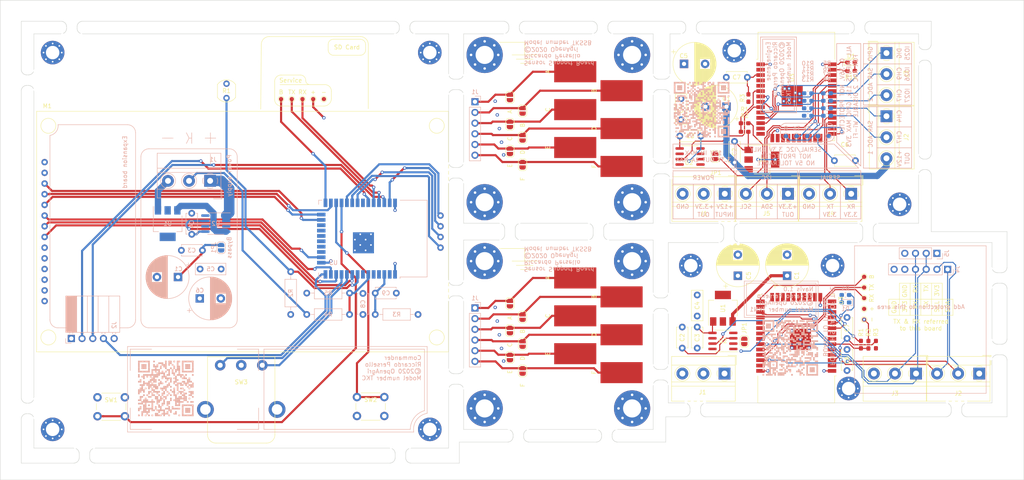
<source format=kicad_pcb>
(kicad_pcb (version 20171130) (host pcbnew "(5.1.5-0-10_14)")
  (layers (0 F.Cu signal) (31 B.Cu signal) (34 B.Paste user hide) (35 F.Paste user hide) (36 B.SilkS user) (37 F.SilkS user) (38 B.Mask user) (39 F.Mask user) (44 Edge.Cuts user))
  (net 0 "")
  (net 1 /PR_BOOT)
  (net 2 /PR_TX)
  (net 3 /PR_RX)
  (net 4 +3V3)
  (net 5 GND)
  (net 6 +12V)
  (net 7 "Net-(J1-Pad1)")
  (net 8 "Net-(U2-Pad6)")
  (net 9 "Net-(U3-Pad4)")
  (net 10 "Net-(U3-Pad5)")
  (net 11 "Net-(U3-Pad7)")
  (net 12 /PB_ENT)
  (net 13 /PB_BACK)
  (net 14 /ENC_A)
  (net 15 /ENC_B)
  (net 16 /TFT_BL)
  (net 17 /TFT_SCK)
  (net 18 /TFT_DI)
  (net 19 "Net-(U3-Pad17)")
  (net 20 "Net-(U3-Pad18)")
  (net 21 "Net-(U3-Pad19)")
  (net 22 "Net-(U3-Pad20)")
  (net 23 "Net-(U3-Pad21)")
  (net 24 "Net-(U3-Pad22)")
  (net 25 /TFT_CS)
  (net 26 /TFT_RS)
  (net 27 /TFT_RST)
  (net 28 "Net-(U3-Pad32)")
  (net 29 "Net-(C9-Pad2)")
  (net 30 "Net-(J1-Pad2)")
  (net 31 /EX_1)
  (net 32 /EX_2)
  (net 33 /EX_3)
  (net 34 /SD_SCK)
  (net 35 /SD_MISO)
  (net 36 /SD_MOSI)
  (net 37 /SD_CS)
  (net 38 /AN_LIGHT)
  (net 39 /AN_VOLT)
  (net 40 /AN_CURR)
  (net 41 "Net-(M1-Pad6)")
  (net 42 "Net-(M1-Pad5)")
  (net 43 "Net-(M1-Pad4)")
  (net 44 "Net-(M1-Pad3)")
  (net 45 "Net-(M1-Pad2)")
  (net 46 "Net-(M1-Pad1)")
  (net 47 "Net-(C7-Pad2)")
  (net 48 "Net-(D1-Pad2)")
  (net 49 /12VIN)
  (net 50 /SDA)
  (net 51 /SCL)
  (net 52 /TX)
  (net 53 /RX)
  (net 54 "Net-(R4-Pad1)")
  (net 55 "Net-(U3-Pad8)")
  (net 56 "Net-(U3-Pad11)")
  (net 57 "Net-(U3-Pad12)")
  (net 58 "Net-(U3-Pad13)")
  (net 59 "Net-(U3-Pad14)")
  (net 60 "Net-(U3-Pad16)")
  (net 61 "Net-(U3-Pad23)")
  (net 62 "Net-(U3-Pad24)")
  (net 63 "Net-(U3-Pad26)")
  (net 64 "Net-(U3-Pad29)")
  (net 65 "Net-(U3-Pad30)")
  (net 66 "Net-(U3-Pad31)")
  (net 67 "Net-(U3-Pad37)")
  (net 68 "Net-(R10-Pad1)")
  (net 69 "Net-(R11-Pad1)")
  (net 70 "Net-(R12-Pad1)")
  (net 71 "Net-(R13-Pad1)")
  (net 72 /ADC1_4)
  (net 73 /ADC1_7)
  (net 74 /ADC2_7)
  (net 75 /ADC2_9)
  (net 76 "Net-(R14-Pad1)")
  (net 77 /DIGITAL)
  (net 78 "Net-(J1-Pad3)")
  (net 79 "Net-(J1-Pad4)")
  (net 80 "Net-(J1-Pad5)")
  (net 81 "Net-(J1-Pad6)")
  (net 82 "Net-(JP1-Pad2)")
  (module MountingHole:MountingHole_4.3mm_M4_Pad_Via (layer F.Cu) (at 178.5 73.025)
    (fp_text reference " " (at 0 -5.3) (layer F.SilkS))
    (fp_text value Housing_Pad)
    (pad 1 thru_hole circle (at 2.280419 -2.280419) (size 0.9 0.9) (drill 0.6) (layers *.Cu *.Mask))
    (pad 1 thru_hole circle (at 0 -3.225) (size 0.9 0.9) (drill 0.6) (layers *.Cu *.Mask))
    (pad 1 thru_hole circle (at -2.280419 -2.280419) (size 0.9 0.9) (drill 0.6) (layers *.Cu *.Mask))
    (pad 1 thru_hole circle (at -3.225 0) (size 0.9 0.9) (drill 0.6) (layers *.Cu *.Mask))
    (pad 1 thru_hole circle (at -2.280419 2.280419) (size 0.9 0.9) (drill 0.6) (layers *.Cu *.Mask))
    (pad 1 thru_hole circle (at 0 3.225) (size 0.9 0.9) (drill 0.6) (layers *.Cu *.Mask))
    (pad 1 thru_hole circle (at 2.280419 2.280419) (size 0.9 0.9) (drill 0.6) (layers *.Cu *.Mask))
    (pad 1 thru_hole circle (at 3.225 0) (size 0.9 0.9) (drill 0.6) (layers *.Cu *.Mask))
    (pad 1 thru_hole circle (at 0 0) (size 8.6 8.6) (drill 4.3) (layers *.Cu *.Mask))
  )
  (module MountingHole:MountingHole_4.3mm_M4_Pad_Via (layer F.Cu) (at 143.5 38.025)
    (fp_text reference " " (at 0 -5.3) (layer F.SilkS))
    (fp_text value Housing_Pad)
    (pad 1 thru_hole circle (at 0 0) (size 8.6 8.6) (drill 4.3) (layers *.Cu *.Mask))
    (pad 1 thru_hole circle (at 3.225 0) (size 0.9 0.9) (drill 0.6) (layers *.Cu *.Mask))
    (pad 1 thru_hole circle (at 2.280419 2.280419) (size 0.9 0.9) (drill 0.6) (layers *.Cu *.Mask))
    (pad 1 thru_hole circle (at 0 3.225) (size 0.9 0.9) (drill 0.6) (layers *.Cu *.Mask))
    (pad 1 thru_hole circle (at -2.280419 2.280419) (size 0.9 0.9) (drill 0.6) (layers *.Cu *.Mask))
    (pad 1 thru_hole circle (at -3.225 0) (size 0.9 0.9) (drill 0.6) (layers *.Cu *.Mask))
    (pad 1 thru_hole circle (at -2.280419 -2.280419) (size 0.9 0.9) (drill 0.6) (layers *.Cu *.Mask))
    (pad 1 thru_hole circle (at 0 -3.225) (size 0.9 0.9) (drill 0.6) (layers *.Cu *.Mask))
    (pad 1 thru_hole circle (at 2.280419 -2.280419) (size 0.9 0.9) (drill 0.6) (layers *.Cu *.Mask))
  )
  (module MountingHole:MountingHole_4.3mm_M4_Pad_Via (layer F.Cu) (at 143.5 73.025)
    (fp_text reference " " (at 0 -5.3) (layer F.SilkS))
    (fp_text value Housing_Pad)
    (pad 1 thru_hole circle (at 2.280419 -2.280419) (size 0.9 0.9) (drill 0.6) (layers *.Cu *.Mask))
    (pad 1 thru_hole circle (at 0 -3.225) (size 0.9 0.9) (drill 0.6) (layers *.Cu *.Mask))
    (pad 1 thru_hole circle (at -2.280419 -2.280419) (size 0.9 0.9) (drill 0.6) (layers *.Cu *.Mask))
    (pad 1 thru_hole circle (at -3.225 0) (size 0.9 0.9) (drill 0.6) (layers *.Cu *.Mask))
    (pad 1 thru_hole circle (at -2.280419 2.280419) (size 0.9 0.9) (drill 0.6) (layers *.Cu *.Mask))
    (pad 1 thru_hole circle (at 0 3.225) (size 0.9 0.9) (drill 0.6) (layers *.Cu *.Mask))
    (pad 1 thru_hole circle (at 2.280419 2.280419) (size 0.9 0.9) (drill 0.6) (layers *.Cu *.Mask))
    (pad 1 thru_hole circle (at 3.225 0) (size 0.9 0.9) (drill 0.6) (layers *.Cu *.Mask))
    (pad 1 thru_hole circle (at 0 0) (size 8.6 8.6) (drill 4.3) (layers *.Cu *.Mask))
  )
  (module MountingHole:MountingHole_4.3mm_M4_Pad_Via (layer F.Cu) (at 178.5 38.025)
    (fp_text reference " " (at 0 -5.3) (layer F.SilkS))
    (fp_text value Housing_Pad)
    (pad 1 thru_hole circle (at 2.280419 -2.280419) (size 0.9 0.9) (drill 0.6) (layers *.Cu *.Mask))
    (pad 1 thru_hole circle (at 0 -3.225) (size 0.9 0.9) (drill 0.6) (layers *.Cu *.Mask))
    (pad 1 thru_hole circle (at -2.280419 -2.280419) (size 0.9 0.9) (drill 0.6) (layers *.Cu *.Mask))
    (pad 1 thru_hole circle (at -3.225 0) (size 0.9 0.9) (drill 0.6) (layers *.Cu *.Mask))
    (pad 1 thru_hole circle (at -2.280419 2.280419) (size 0.9 0.9) (drill 0.6) (layers *.Cu *.Mask))
    (pad 1 thru_hole circle (at 0 3.225) (size 0.9 0.9) (drill 0.6) (layers *.Cu *.Mask))
    (pad 1 thru_hole circle (at 2.280419 2.280419) (size 0.9 0.9) (drill 0.6) (layers *.Cu *.Mask))
    (pad 1 thru_hole circle (at 3.225 0) (size 0.9 0.9) (drill 0.6) (layers *.Cu *.Mask))
    (pad 1 thru_hole circle (at 0 0) (size 8.6 8.6) (drill 4.3) (layers *.Cu *.Mask))
  )
  (module Jumper:SolderJumper-2_P1.3mm_Open_RoundedPad1.0x1.5mm (layer F.Cu) (at 152.5 64.125 270)
    (fp_text reference F (at 3.4 0 90) (layer F.SilkS))
    (fp_text value " ")
    (pad 2 smd custom (at 0.65 0 270) (size 1 0.5) (layers F.Cu F.Mask) (options (clearance outline) (anchor rect)) (primitives (gr_circle (center 0 0.25) (end 0.5 0.25) (width 0)) (gr_circle (center 0 -0.25) (end 0.5 -0.25) (width 0)) (gr_poly (pts (xy 0 -0.75) (xy -0.5 -0.75) (xy -0.5 0.75) (xy 0 0.75)) (width 0))))
    (pad 1 smd custom (at -0.65 0 270) (size 1 0.5) (layers F.Cu F.Mask) (options (clearance outline) (anchor rect)) (primitives (gr_circle (center 0 0.25) (end 0.5 0.25) (width 0)) (gr_circle (center 0 -0.25) (end 0.5 -0.25) (width 0)) (gr_poly (pts (xy 0 -0.75) (xy 0.5 -0.75) (xy 0.5 0.75) (xy 0 0.75)) (width 0))))
  )
  (module Jumper:SolderJumper-2_P1.3mm_Open_RoundedPad1.0x1.5mm (layer F.Cu) (at 149.5 60.925 270)
    (fp_text reference E (at 3.4 0 90) (layer F.SilkS))
    (fp_text value " ")
    (pad 1 smd custom (at -0.65 0 270) (size 1 0.5) (layers F.Cu F.Mask) (options (clearance outline) (anchor rect)) (primitives (gr_circle (center 0 0.25) (end 0.5 0.25) (width 0)) (gr_circle (center 0 -0.25) (end 0.5 -0.25) (width 0)) (gr_poly (pts (xy 0 -0.75) (xy 0.5 -0.75) (xy 0.5 0.75) (xy 0 0.75)) (width 0))))
    (pad 2 smd custom (at 0.65 0 270) (size 1 0.5) (layers F.Cu F.Mask) (options (clearance outline) (anchor rect)) (primitives (gr_circle (center 0 0.25) (end 0.5 0.25) (width 0)) (gr_circle (center 0 -0.25) (end 0.5 -0.25) (width 0)) (gr_poly (pts (xy 0 -0.75) (xy -0.5 -0.75) (xy -0.5 0.75) (xy 0 0.75)) (width 0))))
  )
  (module Jumper:SolderJumper-2_P1.3mm_Open_RoundedPad1.0x1.5mm (layer F.Cu) (at 152.5 57.725 270)
    (fp_text reference D (at 3.4 0 90) (layer F.SilkS))
    (fp_text value " ")
    (pad 2 smd custom (at 0.65 0 270) (size 1 0.5) (layers F.Cu F.Mask) (options (clearance outline) (anchor rect)) (primitives (gr_circle (center 0 0.25) (end 0.5 0.25) (width 0)) (gr_circle (center 0 -0.25) (end 0.5 -0.25) (width 0)) (gr_poly (pts (xy 0 -0.75) (xy -0.5 -0.75) (xy -0.5 0.75) (xy 0 0.75)) (width 0))))
    (pad 1 smd custom (at -0.65 0 270) (size 1 0.5) (layers F.Cu F.Mask) (options (clearance outline) (anchor rect)) (primitives (gr_circle (center 0 0.25) (end 0.5 0.25) (width 0)) (gr_circle (center 0 -0.25) (end 0.5 -0.25) (width 0)) (gr_poly (pts (xy 0 -0.75) (xy 0.5 -0.75) (xy 0.5 0.75) (xy 0 0.75)) (width 0))))
  )
  (module Jumper:SolderJumper-2_P1.3mm_Open_RoundedPad1.0x1.5mm (layer F.Cu) (at 152.5 51.325 270)
    (fp_text reference B (at 3.4 0 90) (layer F.SilkS))
    (fp_text value " ")
    (pad 2 smd custom (at 0.65 0 270) (size 1 0.5) (layers F.Cu F.Mask) (options (clearance outline) (anchor rect)) (primitives (gr_circle (center 0 0.25) (end 0.5 0.25) (width 0)) (gr_circle (center 0 -0.25) (end 0.5 -0.25) (width 0)) (gr_poly (pts (xy 0 -0.75) (xy -0.5 -0.75) (xy -0.5 0.75) (xy 0 0.75)) (width 0))))
    (pad 1 smd custom (at -0.65 0 270) (size 1 0.5) (layers F.Cu F.Mask) (options (clearance outline) (anchor rect)) (primitives (gr_circle (center 0 0.25) (end 0.5 0.25) (width 0)) (gr_circle (center 0 -0.25) (end 0.5 -0.25) (width 0)) (gr_poly (pts (xy 0 -0.75) (xy 0.5 -0.75) (xy 0.5 0.75) (xy 0 0.75)) (width 0))))
  )
  (module Jumper:SolderJumper-2_P1.3mm_Open_RoundedPad1.0x1.5mm (layer F.Cu) (at 149.5 48.125 270)
    (fp_text reference A (at 3.4 0 90) (layer F.SilkS))
    (fp_text value " ")
    (pad 1 smd custom (at -0.65 0 270) (size 1 0.5) (layers F.Cu F.Mask) (options (clearance outline) (anchor rect)) (primitives (gr_circle (center 0 0.25) (end 0.5 0.25) (width 0)) (gr_circle (center 0 -0.25) (end 0.5 -0.25) (width 0)) (gr_poly (pts (xy 0 -0.75) (xy 0.5 -0.75) (xy 0.5 0.75) (xy 0 0.75)) (width 0))))
    (pad 2 smd custom (at 0.65 0 270) (size 1 0.5) (layers F.Cu F.Mask) (options (clearance outline) (anchor rect)) (primitives (gr_circle (center 0 0.25) (end 0.5 0.25) (width 0)) (gr_circle (center 0 -0.25) (end 0.5 -0.25) (width 0)) (gr_poly (pts (xy 0 -0.75) (xy -0.5 -0.75) (xy -0.5 0.75) (xy 0 0.75)) (width 0))))
  )
  (module Connector_Wire:SolderWirePad_1x01_SMD_5x10mm (layer F.Cu) (at 176 64.525 90)
    (fp_text reference F (at 0 -6.5 90) (layer F.SilkS))
    (fp_text value F)
    (pad 1 smd rect (at 0 0 90) (size 5 10) (layers F.Cu F.Paste F.Mask))
  )
  (module Connector_Wire:SolderWirePad_1x01_SMD_5x10mm (layer F.Cu) (at 165 60.025 90)
    (fp_text reference E (at 0 -6.5 90) (layer F.SilkS))
    (fp_text value E)
    (pad 1 smd rect (at 0 0 90) (size 5 10) (layers F.Cu F.Paste F.Mask))
  )
  (module Connector_Wire:SolderWirePad_1x01_SMD_5x10mm (layer F.Cu) (at 176 55.525 90)
    (fp_text reference D (at 0 -6.5 90) (layer F.SilkS))
    (fp_text value D)
    (pad 1 smd rect (at 0 0 90) (size 5 10) (layers F.Cu F.Paste F.Mask))
  )
  (module Connector_Wire:SolderWirePad_1x01_SMD_5x10mm (layer F.Cu) (at 165 51.025 90)
    (fp_text reference C (at 0 -6.5 90) (layer F.SilkS))
    (fp_text value C)
    (pad 1 smd rect (at 0 0 90) (size 5 10) (layers F.Cu F.Paste F.Mask))
  )
  (module Connector_Wire:SolderWirePad_1x01_SMD_5x10mm (layer F.Cu) (at 176 46.525 90)
    (fp_text reference B (at 0 -6.5 90) (layer F.SilkS))
    (fp_text value B)
    (pad 1 smd rect (at 0 0 90) (size 5 10) (layers F.Cu F.Paste F.Mask))
  )
  (module Connector_Wire:SolderWirePad_1x01_SMD_5x10mm (layer F.Cu) (at 165 42.025 90)
    (fp_text reference A (at 0 -6.5 90) (layer F.SilkS))
    (fp_text value A)
    (pad 1 smd rect (at 0 0 90) (size 5 10) (layers F.Cu F.Paste F.Mask))
  )
  (module Connector_PinHeader_2.54mm:PinHeader_1x06_P2.54mm_Vertical (layer B.Cu) (at 141.2 49.155 180)
    (fp_text reference J1 (at 0 2.33) (layer B.SilkS) (effects (justify mirror)))
    (fp_text value Conn_01x06)
    (pad 6 thru_hole oval (at 0 -12.7 180) (size 1.7 1.7) (drill 1) (layers *.Cu *.Mask))
    (pad 5 thru_hole oval (at 0 -10.16 180) (size 1.7 1.7) (drill 1) (layers *.Cu *.Mask))
    (pad 4 thru_hole oval (at 0 -7.62 180) (size 1.7 1.7) (drill 1) (layers *.Cu *.Mask))
    (pad 3 thru_hole oval (at 0 -5.08 180) (size 1.7 1.7) (drill 1) (layers *.Cu *.Mask))
    (pad 2 thru_hole oval (at 0 -2.54 180) (size 1.7 1.7) (drill 1) (layers *.Cu *.Mask))
    (pad 1 thru_hole rect (at 0 0 180) (size 1.7 1.7) (drill 1) (layers *.Cu *.Mask))
  )
  (module Jumper:SolderJumper-2_P1.3mm_Open_RoundedPad1.0x1.5mm (layer F.Cu) (at 149.5 54.525 270)
    (fp_text reference C (at 3.4 0 90) (layer F.SilkS))
    (fp_text value " ")
    (pad 1 smd custom (at -0.65 0 270) (size 1 0.5) (layers F.Cu F.Mask) (options (clearance outline) (anchor rect)) (primitives (gr_circle (center 0 0.25) (end 0.5 0.25) (width 0)) (gr_circle (center 0 -0.25) (end 0.5 -0.25) (width 0)) (gr_poly (pts (xy 0 -0.75) (xy 0.5 -0.75) (xy 0.5 0.75) (xy 0 0.75)) (width 0))))
    (pad 2 smd custom (at 0.65 0 270) (size 1 0.5) (layers F.Cu F.Mask) (options (clearance outline) (anchor rect)) (primitives (gr_circle (center 0 0.25) (end 0.5 0.25) (width 0)) (gr_circle (center 0 -0.25) (end 0.5 -0.25) (width 0)) (gr_poly (pts (xy 0 -0.75) (xy -0.5 -0.75) (xy -0.5 0.75) (xy 0 0.75)) (width 0))))
  )
  (module TestPoint:TestPoint_Pad_D1.0mm (layer F.Cu) (at 105.334 48.519)
    (fp_text reference - (at 0 -1.651) (layer F.SilkS))
    (fp_text value SERVICE_GND)
    (pad 1 smd circle (at 0 0) (size 1 1) (layers F.Cu F.Mask) (net 5 GND))
  )
  (module TestPoint:TestPoint_Pad_D1.0mm (layer F.Cu) (at 102.794 48.519)
    (fp_text reference + (at 0 -1.651) (layer F.SilkS))
    (fp_text value SERVICE_3V3)
    (pad 1 smd circle (at 0 0) (size 1 1) (layers F.Cu F.Mask) (net 4 +3V3))
  )
  (module TestPoint:TestPoint_Pad_D1.0mm (layer F.Cu) (at 100.254 48.519)
    (fp_text reference RX (at 0 -1.651) (layer F.SilkS))
    (fp_text value SERVICE_RX)
    (pad 1 smd circle (at 0 0) (size 1 1) (layers F.Cu F.Mask) (net 3 /PR_RX))
  )
  (module TestPoint:TestPoint_Pad_D1.0mm (layer F.Cu) (at 97.714 48.519)
    (fp_text reference TX (at 0 -1.651) (layer F.SilkS))
    (fp_text value SERVICE_TX)
    (pad 1 smd circle (at 0 0) (size 1 1) (layers F.Cu F.Mask) (net 2 /PR_TX))
  )
  (module TestPoint:TestPoint_Pad_D1.0mm (layer F.Cu) (at 95.174 48.519)
    (fp_text reference B (at 0 -1.651) (layer F.SilkS))
    (fp_text value SERVICE_BOOT)
    (pad 1 smd circle (at 0 0) (size 1 1) (layers F.Cu F.Mask) (net 1 /PR_BOOT))
  )
  (module MountingHole:MountingHole_3.2mm_M3_DIN965_Pad (layer F.Cu) (at 40.945 127.005)
    (fp_text reference " " (at 0 -3.8) (layer F.SilkS))
    (fp_text value MountingHole_3.2mm_M3_DIN965_Pad)
    (pad 1 thru_hole circle (at 0 0) (size 5.6 5.6) (drill 3.2) (layers *.Cu *.Mask))
  )
  (module MountingHole:MountingHole_3.2mm_M3_DIN965_Pad (layer F.Cu) (at 130.48 127.005)
    (fp_text reference " " (at 0 -3.8) (layer F.SilkS))
    (fp_text value MountingHole_3.2mm_M3_DIN965_Pad)
    (pad 1 thru_hole circle (at 0 0) (size 5.6 5.6) (drill 3.2) (layers *.Cu *.Mask))
  )
  (module MountingHole:MountingHole_3.2mm_M3_DIN965_Pad (layer F.Cu) (at 130.48 37.47)
    (fp_text reference " " (at 0 -3.8) (layer F.SilkS))
    (fp_text value MountingHole_3.2mm_M3_DIN965_Pad)
    (pad 1 thru_hole circle (at 0 0) (size 5.6 5.6) (drill 3.2) (layers *.Cu *.Mask))
  )
  (module MountingHole:MountingHole_3.2mm_M3_DIN965_Pad (layer F.Cu) (at 40.945 37.47)
    (fp_text reference " " (at 0 -3.8) (layer F.SilkS))
    (fp_text value MountingHole_3.2mm_M3_DIN965_Pad)
    (pad 1 thru_hole circle (at 0 0) (size 5.6 5.6) (drill 3.2) (layers *.Cu *.Mask))
  )
  (module ILI9488_Display:QRCODE (layer B.Cu) (at 67.615 117.48 180)
    (fp_text reference " " (at 0 -8) (layer B.SilkS) (effects (justify mirror)))
    (fp_text value " " (at 0 8) (layer B.SilkS) (effects (justify mirror)))
  )
  (module MountingHole:MountingHole_3.2mm_M3 (layer F.Cu) (at 50.47 58.425)
    (fp_text reference " " (at 0 5.08) (layer F.SilkS))
    (fp_text value MountingHole_3.2mm_M3)
    (pad 1 np_thru_hole circle (at 0 0) (size 3.2 3.2) (drill 3.2) (layers *.Cu *.Mask))
  )
  (module ILI9488_Display:3.5_TFT_SPI_480_320 (layer F.Cu) (at 37.135 108.59)
    (fp_text reference M1 (at 2.54 -58.42) (layer F.SilkS))
    (fp_text value 3.5_TFT_SPI_480_320)
    (pad 18 thru_hole circle (at 95.885 -24.765) (size 1.524 1.524) (drill 0.762) (layers *.Cu *.Mask) (net 34 /SD_SCK))
    (pad 17 thru_hole circle (at 95.885 -27.305) (size 1.524 1.524) (drill 0.762) (layers *.Cu *.Mask) (net 35 /SD_MISO))
    (pad 16 thru_hole circle (at 95.885 -29.845) (size 1.524 1.524) (drill 0.762) (layers *.Cu *.Mask) (net 36 /SD_MOSI))
    (pad 15 thru_hole circle (at 95.885 -32.385) (size 1.524 1.524) (drill 0.762) (layers *.Cu *.Mask) (net 37 /SD_CS))
    (pad "" np_thru_hole circle (at 2.794 -3.429) (size 3 3) (drill 3) (layers *.Cu *.Mask))
    (pad "" np_thru_hole circle (at 94.996 -3.429) (size 3 3) (drill 3) (layers *.Cu *.Mask))
    (pad "" np_thru_hole circle (at 94.996 -53.721) (size 3 3) (drill 3) (layers *.Cu *.Mask))
    (pad "" np_thru_hole circle (at 2.794 -53.721) (size 3 3) (drill 3) (layers *.Cu *.Mask))
    (pad 14 thru_hole circle (at 1.905 -45.085) (size 1.524 1.524) (drill 0.762) (layers *.Cu *.Mask) (net 5 GND))
    (pad 13 thru_hole circle (at 1.905 -42.545) (size 1.524 1.524) (drill 0.762) (layers *.Cu *.Mask) (net 4 +3V3))
    (pad 12 thru_hole circle (at 1.905 -40.005) (size 1.524 1.524) (drill 0.762) (layers *.Cu *.Mask) (net 25 /TFT_CS))
    (pad 11 thru_hole circle (at 1.905 -37.465) (size 1.524 1.524) (drill 0.762) (layers *.Cu *.Mask) (net 27 /TFT_RST))
    (pad 10 thru_hole circle (at 1.905 -34.925) (size 1.524 1.524) (drill 0.762) (layers *.Cu *.Mask) (net 26 /TFT_RS))
    (pad 9 thru_hole circle (at 1.905 -32.385) (size 1.524 1.524) (drill 0.762) (layers *.Cu *.Mask) (net 18 /TFT_DI))
    (pad 8 thru_hole circle (at 1.905 -29.845) (size 1.524 1.524) (drill 0.762) (layers *.Cu *.Mask) (net 17 /TFT_SCK))
    (pad 7 thru_hole circle (at 1.905 -27.305) (size 1.524 1.524) (drill 0.762) (layers *.Cu *.Mask) (net 16 /TFT_BL))
    (pad 6 thru_hole circle (at 1.905 -24.765) (size 1.524 1.524) (drill 0.762) (layers *.Cu *.Mask) (net 41 "Net-(M1-Pad6)"))
    (pad 5 thru_hole circle (at 1.905 -22.225) (size 1.524 1.524) (drill 0.762) (layers *.Cu *.Mask) (net 42 "Net-(M1-Pad5)"))
    (pad 4 thru_hole circle (at 1.905 -19.685) (size 1.524 1.524) (drill 0.762) (layers *.Cu *.Mask) (net 43 "Net-(M1-Pad4)"))
    (pad 3 thru_hole circle (at 1.905 -17.145) (size 1.524 1.524) (drill 0.762) (layers *.Cu *.Mask) (net 44 "Net-(M1-Pad3)"))
    (pad 2 thru_hole circle (at 1.905 -14.605) (size 1.524 1.524) (drill 0.762) (layers *.Cu *.Mask) (net 45 "Net-(M1-Pad2)"))
    (pad 1 thru_hole circle (at 1.905 -12.065) (size 1.524 1.524) (drill 0.762) (layers *.Cu *.Mask) (net 46 "Net-(M1-Pad1)"))
  )
  (module RF_Module:ESP32-WROOM-32 (layer B.Cu) (at 113.97 81.675 90)
    (fp_text reference U3 (at -5.715 -6.35 180) (layer B.SilkS) (effects (justify mirror)))
    (fp_text value ESP32-WROOM-32)
    (pad 38 smd rect (at 8.5 8.255 90) (size 2 0.9) (layers B.Cu B.Paste B.Mask) (net 5 GND))
    (pad 37 smd rect (at 8.5 6.985 90) (size 2 0.9) (layers B.Cu B.Paste B.Mask) (net 36 /SD_MOSI))
    (pad 36 smd rect (at 8.5 5.715 90) (size 2 0.9) (layers B.Cu B.Paste B.Mask) (net 32 /EX_2))
    (pad 35 smd rect (at 8.5 4.445 90) (size 2 0.9) (layers B.Cu B.Paste B.Mask) (net 2 /PR_TX))
    (pad 34 smd rect (at 8.5 3.175 90) (size 2 0.9) (layers B.Cu B.Paste B.Mask) (net 3 /PR_RX))
    (pad 33 smd rect (at 8.5 1.905 90) (size 2 0.9) (layers B.Cu B.Paste B.Mask) (net 31 /EX_1))
    (pad 32 smd rect (at 8.5 0.635 90) (size 2 0.9) (layers B.Cu B.Paste B.Mask) (net 28 "Net-(U3-Pad32)"))
    (pad 31 smd rect (at 8.5 -0.635 90) (size 2 0.9) (layers B.Cu B.Paste B.Mask) (net 35 /SD_MISO))
    (pad 30 smd rect (at 8.5 -1.905 90) (size 2 0.9) (layers B.Cu B.Paste B.Mask) (net 34 /SD_SCK))
    (pad 29 smd rect (at 8.5 -3.175 90) (size 2 0.9) (layers B.Cu B.Paste B.Mask) (net 37 /SD_CS))
    (pad 28 smd rect (at 8.5 -4.445 90) (size 2 0.9) (layers B.Cu B.Paste B.Mask) (net 13 /PB_BACK))
    (pad 27 smd rect (at 8.5 -5.715 90) (size 2 0.9) (layers B.Cu B.Paste B.Mask) (net 12 /PB_ENT))
    (pad 26 smd rect (at 8.5 -6.985 90) (size 2 0.9) (layers B.Cu B.Paste B.Mask) (net 27 /TFT_RST))
    (pad 25 smd rect (at 8.5 -8.255 90) (size 2 0.9) (layers B.Cu B.Paste B.Mask) (net 1 /PR_BOOT))
    (pad 24 smd rect (at 5.715 -9.255) (size 2 0.9) (layers B.Cu B.Paste B.Mask) (net 26 /TFT_RS))
    (pad 23 smd rect (at 4.445 -9.255) (size 2 0.9) (layers B.Cu B.Paste B.Mask) (net 25 /TFT_CS))
    (pad 22 smd rect (at 3.175 -9.255) (size 2 0.9) (layers B.Cu B.Paste B.Mask) (net 24 "Net-(U3-Pad22)"))
    (pad 21 smd rect (at 1.905 -9.255) (size 2 0.9) (layers B.Cu B.Paste B.Mask) (net 23 "Net-(U3-Pad21)"))
    (pad 20 smd rect (at 0.635 -9.255) (size 2 0.9) (layers B.Cu B.Paste B.Mask) (net 22 "Net-(U3-Pad20)"))
    (pad 19 smd rect (at -0.635 -9.255) (size 2 0.9) (layers B.Cu B.Paste B.Mask) (net 21 "Net-(U3-Pad19)"))
    (pad 18 smd rect (at -1.905 -9.255) (size 2 0.9) (layers B.Cu B.Paste B.Mask) (net 20 "Net-(U3-Pad18)"))
    (pad 17 smd rect (at -3.175 -9.255) (size 2 0.9) (layers B.Cu B.Paste B.Mask) (net 19 "Net-(U3-Pad17)"))
    (pad 16 smd rect (at -4.445 -9.255) (size 2 0.9) (layers B.Cu B.Paste B.Mask) (net 18 /TFT_DI))
    (pad 15 smd rect (at -5.715 -9.255) (size 2 0.9) (layers B.Cu B.Paste B.Mask) (net 5 GND))
    (pad 14 smd rect (at -8.5 -8.255 90) (size 2 0.9) (layers B.Cu B.Paste B.Mask) (net 33 /EX_3))
    (pad 13 smd rect (at -8.5 -6.985 90) (size 2 0.9) (layers B.Cu B.Paste B.Mask) (net 17 /TFT_SCK))
    (pad 12 smd rect (at -8.5 -5.715 90) (size 2 0.9) (layers B.Cu B.Paste B.Mask) (net 16 /TFT_BL))
    (pad 11 smd rect (at -8.5 -4.445 90) (size 2 0.9) (layers B.Cu B.Paste B.Mask) (net 15 /ENC_B))
    (pad 10 smd rect (at -8.5 -3.175 90) (size 2 0.9) (layers B.Cu B.Paste B.Mask) (net 14 /ENC_A))
    (pad 9 smd rect (at -8.5 -1.905 90) (size 2 0.9) (layers B.Cu B.Paste B.Mask) (net 40 /AN_CURR))
    (pad 8 smd rect (at -8.5 -0.635 90) (size 2 0.9) (layers B.Cu B.Paste B.Mask) (net 38 /AN_LIGHT))
    (pad 7 smd rect (at -8.5 0.635 90) (size 2 0.9) (layers B.Cu B.Paste B.Mask) (net 11 "Net-(U3-Pad7)"))
    (pad 6 smd rect (at -8.5 1.905 90) (size 2 0.9) (layers B.Cu B.Paste B.Mask) (net 39 /AN_VOLT))
    (pad 5 smd rect (at -8.5 3.175 90) (size 2 0.9) (layers B.Cu B.Paste B.Mask) (net 10 "Net-(U3-Pad5)"))
    (pad 4 smd rect (at -8.5 4.445 90) (size 2 0.9) (layers B.Cu B.Paste B.Mask) (net 9 "Net-(U3-Pad4)"))
    (pad 3 smd rect (at -8.5 5.715 90) (size 2 0.9) (layers B.Cu B.Paste B.Mask) (net 29 "Net-(C9-Pad2)"))
    (pad 2 smd rect (at -8.5 6.985 90) (size 2 0.9) (layers B.Cu B.Paste B.Mask) (net 4 +3V3))
    (pad 1 smd rect (at -8.5 8.255 90) (size 2 0.9) (layers B.Cu B.Paste B.Mask) (net 5 GND))
    (pad 39 smd rect (at -1 0.755 90) (size 5 5) (layers B.Cu B.Paste B.Mask) (net 5 GND))
  )
  (module Capacitor_THT:C_Disc_D4.7mm_W2.5mm_P5.00mm (layer B.Cu) (at 73.965 75.65 270)
    (fp_text reference C4 (at 2.54 0 90) (layer B.SilkS) (effects (justify mirror)))
    (fp_text value 100n)
    (pad 2 thru_hole circle (at 5 0 270) (size 1.6 1.6) (drill 0.8) (layers *.Cu *.Mask) (net 5 GND))
    (pad 1 thru_hole circle (at 0 0 270) (size 1.6 1.6) (drill 0.8) (layers *.Cu *.Mask) (net 4 +3V3))
  )
  (module Package_TO_SOT_SMD:SOT-223-3_TabPin2 (layer B.Cu) (at 68.25 78.11 270)
    (fp_text reference U1 (at 0 0 180) (layer B.SilkS) (effects (justify mirror)))
    (fp_text value AMS1117-3.3)
    (pad 1 smd rect (at -3.15 2.3 270) (size 2 1.5) (layers B.Cu B.Paste B.Mask) (net 5 GND))
    (pad 3 smd rect (at -3.15 -2.3 270) (size 2 1.5) (layers B.Cu B.Paste B.Mask) (net 6 +12V))
    (pad 2 smd rect (at -3.15 0 270) (size 2 1.5) (layers B.Cu B.Paste B.Mask) (net 4 +3V3))
    (pad 2 smd rect (at 3.15 0 270) (size 2 3.8) (layers B.Cu B.Paste B.Mask) (net 4 +3V3))
  )
  (module Package_SO:SOIC-8_3.9x4.9mm_P1.27mm (layer B.Cu) (at 79.68 78.11 180)
    (fp_text reference U2 (at 0 0) (layer B.SilkS) (effects (justify mirror)))
    (fp_text value ACS711xLCTR-12AB)
    (pad 8 smd roundrect (at 2.475 1.905 180) (size 1.95 0.6) (layers B.Cu B.Paste B.Mask) (net 4 +3V3))
    (pad 7 smd roundrect (at 2.475 0.635 180) (size 1.95 0.6) (layers B.Cu B.Paste B.Mask) (net 40 /AN_CURR))
    (pad 6 smd roundrect (at 2.475 -0.635 180) (size 1.95 0.6) (layers B.Cu B.Paste B.Mask) (net 8 "Net-(U2-Pad6)"))
    (pad 5 smd roundrect (at 2.475 -1.905 180) (size 1.95 0.6) (layers B.Cu B.Paste B.Mask) (net 5 GND))
    (pad 4 smd roundrect (at -2.475 -1.905 180) (size 1.95 0.6) (layers B.Cu B.Paste B.Mask) (net 6 +12V))
    (pad 3 smd roundrect (at -2.475 -0.635 180) (size 1.95 0.6) (layers B.Cu B.Paste B.Mask) (net 6 +12V))
    (pad 2 smd roundrect (at -2.475 0.635 180) (size 1.95 0.6) (layers B.Cu B.Paste B.Mask) (net 7 "Net-(J1-Pad1)"))
    (pad 1 smd roundrect (at -2.475 1.905 180) (size 1.95 0.6) (layers B.Cu B.Paste B.Mask) (net 7 "Net-(J1-Pad1)"))
  )
  (module Capacitor_THT:CP_Radial_D10.0mm_P5.00mm (layer B.Cu) (at 70.71 90.81 180)
    (fp_text reference C1 (at -0.08 1.905) (layer B.SilkS) (effects (justify mirror)))
    (fp_text value 100u)
    (pad 2 thru_hole circle (at 5 0 180) (size 2 2) (drill 1) (layers *.Cu *.Mask) (net 5 GND))
    (pad 1 thru_hole rect (at 0 0 180) (size 2 2) (drill 1) (layers *.Cu *.Mask) (net 6 +12V))
  )
  (module Capacitor_THT:C_Disc_D4.7mm_W2.5mm_P5.00mm (layer B.Cu) (at 76.505 84.46 180)
    (fp_text reference C3 (at 2.54 0) (layer B.SilkS) (effects (justify mirror)))
    (fp_text value 1u)
    (pad 2 thru_hole circle (at 5 0 180) (size 1.6 1.6) (drill 0.8) (layers *.Cu *.Mask) (net 5 GND))
    (pad 1 thru_hole circle (at 0 0 180) (size 1.6 1.6) (drill 0.8) (layers *.Cu *.Mask) (net 6 +12V))
  )
  (module Capacitor_THT:C_Disc_D7.0mm_W2.5mm_P5.00mm (layer B.Cu) (at 75.95 88.905)
    (fp_text reference C5 (at 2.5 0.000001) (layer B.SilkS) (effects (justify mirror)))
    (fp_text value 2.2u)
    (pad 2 thru_hole circle (at 5 0) (size 1.6 1.6) (drill 0.8) (layers *.Cu *.Mask) (net 5 GND))
    (pad 1 thru_hole circle (at 0 0) (size 1.6 1.6) (drill 0.8) (layers *.Cu *.Mask) (net 4 +3V3))
  )
  (module Capacitor_THT:CP_Radial_D10.0mm_P5.00mm (layer B.Cu) (at 75.87 95.89)
    (fp_text reference C6 (at 0 -1.905) (layer B.SilkS) (effects (justify mirror)))
    (fp_text value 220u)
    (pad 2 thru_hole circle (at 5 0) (size 2 2) (drill 1) (layers *.Cu *.Mask) (net 5 GND))
    (pad 1 thru_hole rect (at 0 0) (size 2 2) (drill 1) (layers *.Cu *.Mask) (net 4 +3V3))
  )
  (module Capacitor_THT:C_Disc_D4.7mm_W2.5mm_P5.00mm (layer B.Cu) (at 114.605 94.7 270)
    (fp_text reference C8 (at 2.5 0.000001 90) (layer B.SilkS) (effects (justify mirror)))
    (fp_text value C)
    (pad 2 thru_hole circle (at 5 0 270) (size 1.6 1.6) (drill 0.8) (layers *.Cu *.Mask) (net 5 GND))
    (pad 1 thru_hole circle (at 0 0 270) (size 1.6 1.6) (drill 0.8) (layers *.Cu *.Mask) (net 4 +3V3))
  )
  (module Capacitor_THT:C_Disc_D4.7mm_W2.5mm_P5.00mm (layer B.Cu) (at 122.526 94.62 180)
    (fp_text reference C9 (at 2.46 0) (layer B.SilkS) (effects (justify mirror)))
    (fp_text value 100n)
    (pad 2 thru_hole circle (at 5 0 180) (size 1.6 1.6) (drill 0.8) (layers *.Cu *.Mask) (net 29 "Net-(C9-Pad2)"))
    (pad 1 thru_hole circle (at 0 0 180) (size 1.6 1.6) (drill 0.8) (layers *.Cu *.Mask) (net 5 GND))
  )
  (module TerminalBlock_MetzConnect:TerminalBlock_MetzConnect_Type011_RT05503HBWC_1x03_P5.00mm_Horizontal (layer B.Cu) (at 78.33 67.95 180)
    (fp_text reference J1 (at -0.715 5.08 180) (layer B.SilkS) (effects (justify mirror)))
    (fp_text value POWER)
    (pad 3 thru_hole circle (at 10 0 180) (size 2.8 2.8) (drill 1.4) (layers *.Cu *.Mask) (net 5 GND))
    (pad 2 thru_hole circle (at 5 0 180) (size 2.8 2.8) (drill 1.4) (layers *.Cu *.Mask) (net 30 "Net-(J1-Pad2)"))
    (pad 1 thru_hole rect (at 0 0 180) (size 2.8 2.8) (drill 1.4) (layers *.Cu *.Mask) (net 7 "Net-(J1-Pad1)"))
  )
  (module Connector_PinSocket_2.54mm:PinSocket_1x05_P2.54mm_Horizontal (layer B.Cu) (at 45.39 105.415 270)
    (fp_text reference J2 (at -3.175 -10.16 90) (layer B.SilkS) (effects (justify mirror)))
    (fp_text value EXPAND)
    (pad 5 thru_hole oval (at 0 -10.16 270) (size 1.7 1.7) (drill 1) (layers *.Cu *.Mask) (net 5 GND))
    (pad 4 thru_hole oval (at 0 -7.62 270) (size 1.7 1.7) (drill 1) (layers *.Cu *.Mask) (net 33 /EX_3))
    (pad 3 thru_hole oval (at 0 -5.08 270) (size 1.7 1.7) (drill 1) (layers *.Cu *.Mask) (net 32 /EX_2))
    (pad 2 thru_hole oval (at 0 -2.54 270) (size 1.7 1.7) (drill 1) (layers *.Cu *.Mask) (net 31 /EX_1))
    (pad 1 thru_hole rect (at 0 0 270) (size 1.7 1.7) (drill 1) (layers *.Cu *.Mask) (net 4 +3V3))
  )
  (module Jumper:SolderJumper-2_P1.3mm_Open_RoundedPad1.0x1.5mm (layer B.Cu) (at 80.95 83.84 270)
    (fp_text reference JP1 (at 0 1.8 270) (layer B.SilkS) (effects (justify mirror)))
    (fp_text value BYPASS)
    (pad 2 smd custom (at 0.65 0 270) (size 1 0.5) (layers B.Cu B.Mask) (net 7 "Net-(J1-Pad1)") (options (clearance outline) (anchor rect)) (primitives (gr_circle (center 0 -0.25) (end 0.5 -0.25) (width 0)) (gr_circle (center 0 0.25) (end 0.5 0.25) (width 0)) (gr_poly (pts (xy 0 0.75) (xy -0.5 0.75) (xy -0.5 -0.75) (xy 0 -0.75)) (width 0))))
    (pad 1 smd custom (at -0.65 0 270) (size 1 0.5) (layers B.Cu B.Mask) (net 6 +12V) (options (clearance outline) (anchor rect)) (primitives (gr_circle (center 0 -0.25) (end 0.5 -0.25) (width 0)) (gr_circle (center 0 0.25) (end 0.5 0.25) (width 0)) (gr_poly (pts (xy 0 0.75) (xy 0.5 0.75) (xy 0.5 -0.75) (xy 0 -0.75)) (width 0))))
  )
  (module OptoDevice:R_LDR_5.1x4.3mm_P3.4mm_Vertical (layer F.Cu) (at 82.22 48.265 90)
    (fp_text reference R1 (at 1.7 0 180) (layer F.SilkS))
    (fp_text value LDR)
    (pad 2 thru_hole circle (at 3.4 0 90) (size 1.5 1.5) (drill 0.8) (layers *.Cu *.Mask) (net 5 GND))
    (pad 1 thru_hole circle (at 0 0 90) (size 1.5 1.5) (drill 0.8) (layers *.Cu *.Mask) (net 38 /AN_LIGHT))
  )
  (module Resistor_THT:R_Axial_DIN0207_L6.3mm_D2.5mm_P10.16mm_Horizontal (layer B.Cu) (at 97.46 89.54 270)
    (fp_text reference R2 (at 5.08 0 90) (layer B.SilkS) (effects (justify mirror)))
    (fp_text value 1k)
    (pad 2 thru_hole oval (at 10.16 0 270) (size 1.6 1.6) (drill 0.8) (layers *.Cu *.Mask) (net 4 +3V3))
    (pad 1 thru_hole circle (at 0 0 270) (size 1.6 1.6) (drill 0.8) (layers *.Cu *.Mask) (net 38 /AN_LIGHT))
  )
  (module Resistor_THT:R_Axial_DIN0207_L6.3mm_D2.5mm_P10.16mm_Horizontal (layer B.Cu) (at 127.686 99.7 180)
    (fp_text reference R3 (at 5.08 0) (layer B.SilkS) (effects (justify mirror)))
    (fp_text value 10k)
    (pad 2 thru_hole oval (at 10.16 0 180) (size 1.6 1.6) (drill 0.8) (layers *.Cu *.Mask) (net 29 "Net-(C9-Pad2)"))
    (pad 1 thru_hole circle (at 0 0 180) (size 1.6 1.6) (drill 0.8) (layers *.Cu *.Mask) (net 4 +3V3))
  )
  (module Resistor_THT:R_Axial_DIN0207_L6.3mm_D2.5mm_P10.16mm_Horizontal (layer B.Cu) (at 101.27 99.7)
    (fp_text reference R4 (at 5.08 0) (layer B.SilkS) (effects (justify mirror)))
    (fp_text value 10k)
    (pad 2 thru_hole oval (at 10.16 0) (size 1.6 1.6) (drill 0.8) (layers *.Cu *.Mask) (net 39 /AN_VOLT))
    (pad 1 thru_hole circle (at 0 0) (size 1.6 1.6) (drill 0.8) (layers *.Cu *.Mask) (net 30 "Net-(J1-Pad2)"))
  )
  (module Resistor_THT:R_Axial_DIN0207_L6.3mm_D2.5mm_P10.16mm_Horizontal (layer B.Cu) (at 111.43 94.62 180)
    (fp_text reference R5 (at 5.08 0) (layer B.SilkS) (effects (justify mirror)))
    (fp_text value 1k)
    (pad 2 thru_hole oval (at 10.16 0 180) (size 1.6 1.6) (drill 0.8) (layers *.Cu *.Mask) (net 5 GND))
    (pad 1 thru_hole circle (at 0 0 180) (size 1.6 1.6) (drill 0.8) (layers *.Cu *.Mask) (net 39 /AN_VOLT))
  )
  (module Button_Switch_THT:SW_PUSH_6mm_H4.3mm (layer F.Cu) (at 51.59 119.385)
    (fp_text reference SW1 (at 3.25 0.635) (layer F.SilkS))
    (fp_text value BUTTON_BACK)
    (pad 1 thru_hole circle (at 6.5 0 90) (size 2 2) (drill 1.1) (layers *.Cu *.Mask) (net 4 +3V3))
    (pad 2 thru_hole circle (at 6.5 4.5 90) (size 2 2) (drill 1.1) (layers *.Cu *.Mask) (net 13 /PB_BACK))
    (pad 1 thru_hole circle (at 0 0 90) (size 2 2) (drill 1.1) (layers *.Cu *.Mask) (net 4 +3V3))
    (pad 2 thru_hole circle (at 0 4.5 90) (size 2 2) (drill 1.1) (layers *.Cu *.Mask) (net 13 /PB_BACK))
  )
  (module Button_Switch_THT:SW_PUSH_6mm_H4.3mm (layer F.Cu) (at 113.185 119.33)
    (fp_text reference SW2 (at 3.25 0.635) (layer F.SilkS))
    (fp_text value BUTTON_ENTER)
    (pad 1 thru_hole circle (at 6.5 0 90) (size 2 2) (drill 1.1) (layers *.Cu *.Mask) (net 12 /PB_ENT))
    (pad 2 thru_hole circle (at 6.5 4.5 90) (size 2 2) (drill 1.1) (layers *.Cu *.Mask) (net 4 +3V3))
    (pad 1 thru_hole circle (at 0 0 90) (size 2 2) (drill 1.1) (layers *.Cu *.Mask) (net 12 /PB_ENT))
    (pad 2 thru_hole circle (at 0 4.5 90) (size 2 2) (drill 1.1) (layers *.Cu *.Mask) (net 4 +3V3))
  )
  (module ILI9488_Display:RotaryEncoder_Alps_EC16B04 (layer F.Cu) (at 85.7125 111.765 180)
    (fp_text reference SW3 (at 0 -4) (layer F.SilkS))
    (fp_text value Rotary_Encoder)
    (pad "" thru_hole circle (at -8.5 -10.5 180) (size 4 4) (drill 2.5) (layers *.Cu *.Mask))
    (pad "" thru_hole circle (at 8.5 -10.5 180) (size 4 4) (drill 2.5) (layers *.Cu *.Mask))
    (pad B thru_hole circle (at 5 0 180) (size 2.5 2.5) (drill 1.2) (layers *.Cu *.Mask) (net 15 /ENC_B))
    (pad C thru_hole circle (at 0 0 180) (size 2.5 2.5) (drill 1.2) (layers *.Cu *.Mask) (net 4 +3V3))
    (pad A thru_hole circle (at -5 0 180) (size 2.5 2.5) (drill 1.2) (layers *.Cu *.Mask) (net 14 /ENC_A))
  )
  (module MountingHole:MountingHole_4.3mm_M4_Pad_Via (layer F.Cu) (at 178.5 87.025)
    (fp_text reference " " (at 0 -5.3) (layer F.SilkS))
    (fp_text value Housing_Pad)
    (pad 1 thru_hole circle (at 0 0) (size 8.6 8.6) (drill 4.3) (layers *.Cu *.Mask))
    (pad 1 thru_hole circle (at 3.225 0) (size 0.9 0.9) (drill 0.6) (layers *.Cu *.Mask))
    (pad 1 thru_hole circle (at 2.280419 2.280419) (size 0.9 0.9) (drill 0.6) (layers *.Cu *.Mask))
    (pad 1 thru_hole circle (at 0 3.225) (size 0.9 0.9) (drill 0.6) (layers *.Cu *.Mask))
    (pad 1 thru_hole circle (at -2.280419 2.280419) (size 0.9 0.9) (drill 0.6) (layers *.Cu *.Mask))
    (pad 1 thru_hole circle (at -3.225 0) (size 0.9 0.9) (drill 0.6) (layers *.Cu *.Mask))
    (pad 1 thru_hole circle (at -2.280419 -2.280419) (size 0.9 0.9) (drill 0.6) (layers *.Cu *.Mask))
    (pad 1 thru_hole circle (at 0 -3.225) (size 0.9 0.9) (drill 0.6) (layers *.Cu *.Mask))
    (pad 1 thru_hole circle (at 2.280419 -2.280419) (size 0.9 0.9) (drill 0.6) (layers *.Cu *.Mask))
  )
  (module MountingHole:MountingHole_4.3mm_M4_Pad_Via (layer F.Cu) (at 178.5 122.025)
    (fp_text reference " " (at 0 -5.3) (layer F.SilkS))
    (fp_text value Housing_Pad)
    (pad 1 thru_hole circle (at 0 0) (size 8.6 8.6) (drill 4.3) (layers *.Cu *.Mask))
    (pad 1 thru_hole circle (at 3.225 0) (size 0.9 0.9) (drill 0.6) (layers *.Cu *.Mask))
    (pad 1 thru_hole circle (at 2.280419 2.280419) (size 0.9 0.9) (drill 0.6) (layers *.Cu *.Mask))
    (pad 1 thru_hole circle (at 0 3.225) (size 0.9 0.9) (drill 0.6) (layers *.Cu *.Mask))
    (pad 1 thru_hole circle (at -2.280419 2.280419) (size 0.9 0.9) (drill 0.6) (layers *.Cu *.Mask))
    (pad 1 thru_hole circle (at -3.225 0) (size 0.9 0.9) (drill 0.6) (layers *.Cu *.Mask))
    (pad 1 thru_hole circle (at -2.280419 -2.280419) (size 0.9 0.9) (drill 0.6) (layers *.Cu *.Mask))
    (pad 1 thru_hole circle (at 0 -3.225) (size 0.9 0.9) (drill 0.6) (layers *.Cu *.Mask))
    (pad 1 thru_hole circle (at 2.280419 -2.280419) (size 0.9 0.9) (drill 0.6) (layers *.Cu *.Mask))
  )
  (module MountingHole:MountingHole_4.3mm_M4_Pad_Via (layer F.Cu) (at 143.5 122.025)
    (fp_text reference " " (at 0 -5.3) (layer F.SilkS))
    (fp_text value Housing_Pad)
    (pad 1 thru_hole circle (at 0 0) (size 8.6 8.6) (drill 4.3) (layers *.Cu *.Mask))
    (pad 1 thru_hole circle (at 3.225 0) (size 0.9 0.9) (drill 0.6) (layers *.Cu *.Mask))
    (pad 1 thru_hole circle (at 2.280419 2.280419) (size 0.9 0.9) (drill 0.6) (layers *.Cu *.Mask))
    (pad 1 thru_hole circle (at 0 3.225) (size 0.9 0.9) (drill 0.6) (layers *.Cu *.Mask))
    (pad 1 thru_hole circle (at -2.280419 2.280419) (size 0.9 0.9) (drill 0.6) (layers *.Cu *.Mask))
    (pad 1 thru_hole circle (at -3.225 0) (size 0.9 0.9) (drill 0.6) (layers *.Cu *.Mask))
    (pad 1 thru_hole circle (at -2.280419 -2.280419) (size 0.9 0.9) (drill 0.6) (layers *.Cu *.Mask))
    (pad 1 thru_hole circle (at 0 -3.225) (size 0.9 0.9) (drill 0.6) (layers *.Cu *.Mask))
    (pad 1 thru_hole circle (at 2.280419 -2.280419) (size 0.9 0.9) (drill 0.6) (layers *.Cu *.Mask))
  )
  (module MountingHole:MountingHole_4.3mm_M4_Pad_Via (layer F.Cu) (at 143.5 87.025)
    (fp_text reference " " (at 0 -5.3) (layer F.SilkS))
    (fp_text value Housing_Pad)
    (pad 1 thru_hole circle (at 2.280419 -2.280419) (size 0.9 0.9) (drill 0.6) (layers *.Cu *.Mask) (net 82 "Net-(JP1-Pad2)"))
    (pad 1 thru_hole circle (at 0 -3.225) (size 0.9 0.9) (drill 0.6) (layers *.Cu *.Mask) (net 82 "Net-(JP1-Pad2)"))
    (pad 1 thru_hole circle (at -2.280419 -2.280419) (size 0.9 0.9) (drill 0.6) (layers *.Cu *.Mask) (net 82 "Net-(JP1-Pad2)"))
    (pad 1 thru_hole circle (at -3.225 0) (size 0.9 0.9) (drill 0.6) (layers *.Cu *.Mask) (net 82 "Net-(JP1-Pad2)"))
    (pad 1 thru_hole circle (at -2.280419 2.280419) (size 0.9 0.9) (drill 0.6) (layers *.Cu *.Mask) (net 82 "Net-(JP1-Pad2)"))
    (pad 1 thru_hole circle (at 0 3.225) (size 0.9 0.9) (drill 0.6) (layers *.Cu *.Mask) (net 82 "Net-(JP1-Pad2)"))
    (pad 1 thru_hole circle (at 2.280419 2.280419) (size 0.9 0.9) (drill 0.6) (layers *.Cu *.Mask) (net 82 "Net-(JP1-Pad2)"))
    (pad 1 thru_hole circle (at 3.225 0) (size 0.9 0.9) (drill 0.6) (layers *.Cu *.Mask) (net 82 "Net-(JP1-Pad2)"))
    (pad 1 thru_hole circle (at 0 0) (size 8.6 8.6) (drill 4.3) (layers *.Cu *.Mask) (net 82 "Net-(JP1-Pad2)"))
  )
  (module Connector_PinHeader_2.54mm:PinHeader_1x06_P2.54mm_Vertical (layer B.Cu) (at 141.2 98.155 180)
    (fp_text reference J1 (at 0 2.33) (layer B.SilkS) (effects (justify mirror)))
    (fp_text value Conn_01x06)
    (pad 1 thru_hole rect (at 0 0 180) (size 1.7 1.7) (drill 1) (layers *.Cu *.Mask) (net 7 "Net-(J1-Pad1)"))
    (pad 2 thru_hole oval (at 0 -2.54 180) (size 1.7 1.7) (drill 1) (layers *.Cu *.Mask) (net 30 "Net-(J1-Pad2)"))
    (pad 3 thru_hole oval (at 0 -5.08 180) (size 1.7 1.7) (drill 1) (layers *.Cu *.Mask) (net 78 "Net-(J1-Pad3)"))
    (pad 4 thru_hole oval (at 0 -7.62 180) (size 1.7 1.7) (drill 1) (layers *.Cu *.Mask) (net 79 "Net-(J1-Pad4)"))
    (pad 5 thru_hole oval (at 0 -10.16 180) (size 1.7 1.7) (drill 1) (layers *.Cu *.Mask) (net 80 "Net-(J1-Pad5)"))
    (pad 6 thru_hole oval (at 0 -12.7 180) (size 1.7 1.7) (drill 1) (layers *.Cu *.Mask) (net 81 "Net-(J1-Pad6)"))
  )
  (module Connector_Wire:SolderWirePad_1x01_SMD_5x10mm (layer F.Cu) (at 165 91.025 90)
    (fp_text reference A (at 0 -6.5 90) (layer F.SilkS))
    (fp_text value A)
    (pad 1 smd rect (at 0 0 90) (size 5 10) (layers F.Cu F.Paste F.Mask) (net 7 "Net-(J1-Pad1)"))
  )
  (module Connector_Wire:SolderWirePad_1x01_SMD_5x10mm (layer F.Cu) (at 176 95.525 90)
    (fp_text reference B (at 0 -6.5 90) (layer F.SilkS))
    (fp_text value B)
    (pad 1 smd rect (at 0 0 90) (size 5 10) (layers F.Cu F.Paste F.Mask) (net 30 "Net-(J1-Pad2)"))
  )
  (module Connector_Wire:SolderWirePad_1x01_SMD_5x10mm (layer F.Cu) (at 165 100.025 90)
    (fp_text reference C (at 0 -6.5 90) (layer F.SilkS))
    (fp_text value C)
    (pad 1 smd rect (at 0 0 90) (size 5 10) (layers F.Cu F.Paste F.Mask) (net 78 "Net-(J1-Pad3)"))
  )
  (module Connector_Wire:SolderWirePad_1x01_SMD_5x10mm (layer F.Cu) (at 176 104.525 90)
    (fp_text reference D (at 0 -6.5 90) (layer F.SilkS))
    (fp_text value D)
    (pad 1 smd rect (at 0 0 90) (size 5 10) (layers F.Cu F.Paste F.Mask) (net 79 "Net-(J1-Pad4)"))
  )
  (module Connector_Wire:SolderWirePad_1x01_SMD_5x10mm (layer F.Cu) (at 165 109.025 90)
    (fp_text reference E (at 0 -6.5 90) (layer F.SilkS))
    (fp_text value E)
    (pad 1 smd rect (at 0 0 90) (size 5 10) (layers F.Cu F.Paste F.Mask) (net 80 "Net-(J1-Pad5)"))
  )
  (module Connector_Wire:SolderWirePad_1x01_SMD_5x10mm (layer F.Cu) (at 176 113.525 90)
    (fp_text reference F (at 0 -6.5 90) (layer F.SilkS))
    (fp_text value F)
    (pad 1 smd rect (at 0 0 90) (size 5 10) (layers F.Cu F.Paste F.Mask) (net 81 "Net-(J1-Pad6)"))
  )
  (module Jumper:SolderJumper-2_P1.3mm_Open_RoundedPad1.0x1.5mm (layer F.Cu) (at 149.5 97.125 270)
    (fp_text reference A (at 3.4 0 90) (layer F.SilkS))
    (fp_text value " ")
    (pad 2 smd custom (at 0.65 0 270) (size 1 0.5) (layers F.Cu F.Mask) (net 82 "Net-(JP1-Pad2)") (options (clearance outline) (anchor rect)) (primitives (gr_circle (center 0 0.25) (end 0.5 0.25) (width 0)) (gr_circle (center 0 -0.25) (end 0.5 -0.25) (width 0)) (gr_poly (pts (xy 0 -0.75) (xy -0.5 -0.75) (xy -0.5 0.75) (xy 0 0.75)) (width 0))))
    (pad 1 smd custom (at -0.65 0 270) (size 1 0.5) (layers F.Cu F.Mask) (net 7 "Net-(J1-Pad1)") (options (clearance outline) (anchor rect)) (primitives (gr_circle (center 0 0.25) (end 0.5 0.25) (width 0)) (gr_circle (center 0 -0.25) (end 0.5 -0.25) (width 0)) (gr_poly (pts (xy 0 -0.75) (xy 0.5 -0.75) (xy 0.5 0.75) (xy 0 0.75)) (width 0))))
  )
  (module Jumper:SolderJumper-2_P1.3mm_Open_RoundedPad1.0x1.5mm (layer F.Cu) (at 152.5 100.325 270)
    (fp_text reference B (at 3.4 0 90) (layer F.SilkS))
    (fp_text value " ")
    (pad 1 smd custom (at -0.65 0 270) (size 1 0.5) (layers F.Cu F.Mask) (net 30 "Net-(J1-Pad2)") (options (clearance outline) (anchor rect)) (primitives (gr_circle (center 0 0.25) (end 0.5 0.25) (width 0)) (gr_circle (center 0 -0.25) (end 0.5 -0.25) (width 0)) (gr_poly (pts (xy 0 -0.75) (xy 0.5 -0.75) (xy 0.5 0.75) (xy 0 0.75)) (width 0))))
    (pad 2 smd custom (at 0.65 0 270) (size 1 0.5) (layers F.Cu F.Mask) (net 82 "Net-(JP1-Pad2)") (options (clearance outline) (anchor rect)) (primitives (gr_circle (center 0 0.25) (end 0.5 0.25) (width 0)) (gr_circle (center 0 -0.25) (end 0.5 -0.25) (width 0)) (gr_poly (pts (xy 0 -0.75) (xy -0.5 -0.75) (xy -0.5 0.75) (xy 0 0.75)) (width 0))))
  )
  (module Jumper:SolderJumper-2_P1.3mm_Open_RoundedPad1.0x1.5mm (layer F.Cu) (at 149.5 103.525 270)
    (fp_text reference C (at 3.4 0 90) (layer F.SilkS))
    (fp_text value " ")
    (pad 2 smd custom (at 0.65 0 270) (size 1 0.5) (layers F.Cu F.Mask) (net 82 "Net-(JP1-Pad2)") (options (clearance outline) (anchor rect)) (primitives (gr_circle (center 0 0.25) (end 0.5 0.25) (width 0)) (gr_circle (center 0 -0.25) (end 0.5 -0.25) (width 0)) (gr_poly (pts (xy 0 -0.75) (xy -0.5 -0.75) (xy -0.5 0.75) (xy 0 0.75)) (width 0))))
    (pad 1 smd custom (at -0.65 0 270) (size 1 0.5) (layers F.Cu F.Mask) (net 78 "Net-(J1-Pad3)") (options (clearance outline) (anchor rect)) (primitives (gr_circle (center 0 0.25) (end 0.5 0.25) (width 0)) (gr_circle (center 0 -0.25) (end 0.5 -0.25) (width 0)) (gr_poly (pts (xy 0 -0.75) (xy 0.5 -0.75) (xy 0.5 0.75) (xy 0 0.75)) (width 0))))
  )
  (module Jumper:SolderJumper-2_P1.3mm_Open_RoundedPad1.0x1.5mm (layer F.Cu) (at 152.5 106.725 270)
    (fp_text reference D (at 3.4 0 90) (layer F.SilkS))
    (fp_text value " ")
    (pad 1 smd custom (at -0.65 0 270) (size 1 0.5) (layers F.Cu F.Mask) (net 79 "Net-(J1-Pad4)") (options (clearance outline) (anchor rect)) (primitives (gr_circle (center 0 0.25) (end 0.5 0.25) (width 0)) (gr_circle (center 0 -0.25) (end 0.5 -0.25) (width 0)) (gr_poly (pts (xy 0 -0.75) (xy 0.5 -0.75) (xy 0.5 0.75) (xy 0 0.75)) (width 0))))
    (pad 2 smd custom (at 0.65 0 270) (size 1 0.5) (layers F.Cu F.Mask) (net 82 "Net-(JP1-Pad2)") (options (clearance outline) (anchor rect)) (primitives (gr_circle (center 0 0.25) (end 0.5 0.25) (width 0)) (gr_circle (center 0 -0.25) (end 0.5 -0.25) (width 0)) (gr_poly (pts (xy 0 -0.75) (xy -0.5 -0.75) (xy -0.5 0.75) (xy 0 0.75)) (width 0))))
  )
  (module Jumper:SolderJumper-2_P1.3mm_Open_RoundedPad1.0x1.5mm (layer F.Cu) (at 149.5 109.925 270)
    (fp_text reference E (at 3.4 0 90) (layer F.SilkS))
    (fp_text value " ")
    (pad 2 smd custom (at 0.65 0 270) (size 1 0.5) (layers F.Cu F.Mask) (net 82 "Net-(JP1-Pad2)") (options (clearance outline) (anchor rect)) (primitives (gr_circle (center 0 0.25) (end 0.5 0.25) (width 0)) (gr_circle (center 0 -0.25) (end 0.5 -0.25) (width 0)) (gr_poly (pts (xy 0 -0.75) (xy -0.5 -0.75) (xy -0.5 0.75) (xy 0 0.75)) (width 0))))
    (pad 1 smd custom (at -0.65 0 270) (size 1 0.5) (layers F.Cu F.Mask) (net 80 "Net-(J1-Pad5)") (options (clearance outline) (anchor rect)) (primitives (gr_circle (center 0 0.25) (end 0.5 0.25) (width 0)) (gr_circle (center 0 -0.25) (end 0.5 -0.25) (width 0)) (gr_poly (pts (xy 0 -0.75) (xy 0.5 -0.75) (xy 0.5 0.75) (xy 0 0.75)) (width 0))))
  )
  (module Jumper:SolderJumper-2_P1.3mm_Open_RoundedPad1.0x1.5mm (layer F.Cu) (at 152.5 113.125 270)
    (fp_text reference F (at 3.4 0 90) (layer F.SilkS))
    (fp_text value " ")
    (pad 1 smd custom (at -0.65 0 270) (size 1 0.5) (layers F.Cu F.Mask) (net 81 "Net-(J1-Pad6)") (options (clearance outline) (anchor rect)) (primitives (gr_circle (center 0 0.25) (end 0.5 0.25) (width 0)) (gr_circle (center 0 -0.25) (end 0.5 -0.25) (width 0)) (gr_poly (pts (xy 0 -0.75) (xy 0.5 -0.75) (xy 0.5 0.75) (xy 0 0.75)) (width 0))))
    (pad 2 smd custom (at 0.65 0 270) (size 1 0.5) (layers F.Cu F.Mask) (net 82 "Net-(JP1-Pad2)") (options (clearance outline) (anchor rect)) (primitives (gr_circle (center 0 0.25) (end 0.5 0.25) (width 0)) (gr_circle (center 0 -0.25) (end 0.5 -0.25) (width 0)) (gr_poly (pts (xy 0 -0.75) (xy -0.5 -0.75) (xy -0.5 0.75) (xy 0 0.75)) (width 0))))
  )
  (module RF_Module:ESP32-WROOM-32 (layer F.Cu) (at 217.5 48.525)
    (fp_text reference U3 (at -1 -5.073 90) (layer F.SilkS))
    (fp_text value ESP32-WROOM-32)
    (pad 38 smd rect (at 8.5 -8.255) (size 2 0.9) (layers F.Cu F.Paste F.Mask) (net 5 GND))
    (pad 37 smd rect (at 8.5 -6.985) (size 2 0.9) (layers F.Cu F.Paste F.Mask) (net 76 "Net-(R14-Pad1)"))
    (pad 36 smd rect (at 8.5 -5.715) (size 2 0.9) (layers F.Cu F.Paste F.Mask) (net 51 /SCL))
    (pad 35 smd rect (at 8.5 -4.445) (size 2 0.9) (layers F.Cu F.Paste F.Mask) (net 2 /PR_TX))
    (pad 34 smd rect (at 8.5 -3.175) (size 2 0.9) (layers F.Cu F.Paste F.Mask) (net 3 /PR_RX))
    (pad 33 smd rect (at 8.5 -1.905) (size 2 0.9) (layers F.Cu F.Paste F.Mask) (net 50 /SDA))
    (pad 32 smd rect (at 8.5 -0.635) (size 2 0.9) (layers F.Cu F.Paste F.Mask) (net 28 "Net-(U3-Pad32)"))
    (pad 31 smd rect (at 8.5 0.635) (size 2 0.9) (layers F.Cu F.Paste F.Mask) (net 66 "Net-(U3-Pad31)"))
    (pad 30 smd rect (at 8.5 1.905) (size 2 0.9) (layers F.Cu F.Paste F.Mask) (net 65 "Net-(U3-Pad30)"))
    (pad 29 smd rect (at 8.5 3.175) (size 2 0.9) (layers F.Cu F.Paste F.Mask) (net 64 "Net-(U3-Pad29)"))
    (pad 28 smd rect (at 8.5 4.445) (size 2 0.9) (layers F.Cu F.Paste F.Mask) (net 52 /TX))
    (pad 27 smd rect (at 8.5 5.715) (size 2 0.9) (layers F.Cu F.Paste F.Mask) (net 53 /RX))
    (pad 26 smd rect (at 8.5 6.985) (size 2 0.9) (layers F.Cu F.Paste F.Mask) (net 63 "Net-(U3-Pad26)"))
    (pad 25 smd rect (at 8.5 8.255) (size 2 0.9) (layers F.Cu F.Paste F.Mask) (net 1 /PR_BOOT))
    (pad 24 smd rect (at 5.715 9.255 90) (size 2 0.9) (layers F.Cu F.Paste F.Mask) (net 62 "Net-(U3-Pad24)"))
    (pad 23 smd rect (at 4.445 9.255 90) (size 2 0.9) (layers F.Cu F.Paste F.Mask) (net 61 "Net-(U3-Pad23)"))
    (pad 22 smd rect (at 3.175 9.255 90) (size 2 0.9) (layers F.Cu F.Paste F.Mask) (net 24 "Net-(U3-Pad22)"))
    (pad 21 smd rect (at 1.905 9.255 90) (size 2 0.9) (layers F.Cu F.Paste F.Mask) (net 23 "Net-(U3-Pad21)"))
    (pad 20 smd rect (at 0.635 9.255 90) (size 2 0.9) (layers F.Cu F.Paste F.Mask) (net 22 "Net-(U3-Pad20)"))
    (pad 19 smd rect (at -0.635 9.255 90) (size 2 0.9) (layers F.Cu F.Paste F.Mask) (net 21 "Net-(U3-Pad19)"))
    (pad 18 smd rect (at -1.905 9.255 90) (size 2 0.9) (layers F.Cu F.Paste F.Mask) (net 20 "Net-(U3-Pad18)"))
    (pad 17 smd rect (at -3.175 9.255 90) (size 2 0.9) (layers F.Cu F.Paste F.Mask) (net 19 "Net-(U3-Pad17)"))
    (pad 16 smd rect (at -4.445 9.255 90) (size 2 0.9) (layers F.Cu F.Paste F.Mask) (net 60 "Net-(U3-Pad16)"))
    (pad 15 smd rect (at -5.715 9.255 90) (size 2 0.9) (layers F.Cu F.Paste F.Mask) (net 5 GND))
    (pad 14 smd rect (at -8.5 8.255) (size 2 0.9) (layers F.Cu F.Paste F.Mask) (net 59 "Net-(U3-Pad14)"))
    (pad 13 smd rect (at -8.5 6.985) (size 2 0.9) (layers F.Cu F.Paste F.Mask) (net 58 "Net-(U3-Pad13)"))
    (pad 12 smd rect (at -8.5 5.715) (size 2 0.9) (layers F.Cu F.Paste F.Mask) (net 69 "Net-(R11-Pad1)"))
    (pad 11 smd rect (at -8.5 4.445) (size 2 0.9) (layers F.Cu F.Paste F.Mask) (net 68 "Net-(R10-Pad1)"))
    (pad 10 smd rect (at -8.5 3.175) (size 2 0.9) (layers F.Cu F.Paste F.Mask) (net 77 /DIGITAL))
    (pad 9 smd rect (at -8.5 1.905) (size 2 0.9) (layers F.Cu F.Paste F.Mask) (net 40 /AN_CURR))
    (pad 8 smd rect (at -8.5 0.635) (size 2 0.9) (layers F.Cu F.Paste F.Mask) (net 70 "Net-(R12-Pad1)"))
    (pad 7 smd rect (at -8.5 -0.635) (size 2 0.9) (layers F.Cu F.Paste F.Mask) (net 71 "Net-(R13-Pad1)"))
    (pad 6 smd rect (at -8.5 -1.905) (size 2 0.9) (layers F.Cu F.Paste F.Mask) (net 39 /AN_VOLT))
    (pad 5 smd rect (at -8.5 -3.175) (size 2 0.9) (layers F.Cu F.Paste F.Mask) (net 10 "Net-(U3-Pad5)"))
    (pad 4 smd rect (at -8.5 -4.445) (size 2 0.9) (layers F.Cu F.Paste F.Mask) (net 9 "Net-(U3-Pad4)"))
    (pad 3 smd rect (at -8.5 -5.715) (size 2 0.9) (layers F.Cu F.Paste F.Mask) (net 47 "Net-(C7-Pad2)"))
    (pad 2 smd rect (at -8.5 -6.985) (size 2 0.9) (layers F.Cu F.Paste F.Mask) (net 4 +3V3))
    (pad 1 smd rect (at -8.5 -8.255) (size 2 0.9) (layers F.Cu F.Paste F.Mask) (net 5 GND))
    (pad 39 smd rect (at -1 -0.755) (size 5 5) (layers F.Cu F.Paste F.Mask) (net 5 GND))
  )
  (module MountingHole:MountingHole_3.2mm_M3_DIN965_Pad (layer F.Cu) (at 242 73.525)
    (fp_text reference " " (at 0 -3.8) (layer F.SilkS))
    (fp_text value MountingHole_3.2mm_M3_DIN965_Pad)
    (pad 1 thru_hole circle (at 0 0) (size 5.6 5.6) (drill 3.2) (layers *.Cu *.Mask))
  )
  (module MountingHole:MountingHole_3.2mm_M3_DIN965_Pad (layer F.Cu) (at 202.75 37.025)
    (fp_text reference " " (at 0 -3.8) (layer F.SilkS))
    (fp_text value MountingHole_3.2mm_M3_DIN965_Pad)
    (pad 1 thru_hole circle (at 0 0) (size 5.6 5.6) (drill 3.2) (layers *.Cu *.Mask))
  )
  (module open-agri.github.io_TKES1 (layer B.Cu) (at 195 51.025 180)
    (fp_text reference " " (at 0 -7.8) (layer B.SilkS) (effects (justify mirror)))
    (fp_text value " " (at 0 7.8) (layer B.SilkS) (effects (justify mirror)))
  )
  (module TestPoint:TestPoint_Pad_D1.0mm (layer B.Cu) (at 225.162 57.305)
    (fp_text reference - (at 0 -1.778) (layer B.SilkS) (effects (justify mirror)))
    (fp_text value SERVICE_GND)
    (pad 1 smd circle (at 0 0) (size 1 1) (layers B.Cu B.Mask) (net 5 GND))
  )
  (module TestPoint:TestPoint_Pad_D1.0mm (layer B.Cu) (at 222.622 57.305)
    (fp_text reference + (at 0 -1.778) (layer B.SilkS) (effects (justify mirror)))
    (fp_text value SERVICE_3V3)
    (pad 1 smd circle (at 0 0) (size 1 1) (layers B.Cu B.Mask) (net 4 +3V3))
  )
  (module TestPoint:TestPoint_Pad_D1.0mm (layer B.Cu) (at 220.082 57.305)
    (fp_text reference RX (at 0 -1.778) (layer B.SilkS) (effects (justify mirror)))
    (fp_text value SERVICE_RX)
    (pad 1 smd circle (at 0 0) (size 1 1) (layers B.Cu B.Mask) (net 3 /PR_RX))
  )
  (module TestPoint:TestPoint_Pad_D1.0mm (layer B.Cu) (at 217.542 57.305)
    (fp_text reference TX (at 0 -1.778) (layer B.SilkS) (effects (justify mirror)))
    (fp_text value SERVICE_TX)
    (pad 1 smd circle (at 0 0) (size 1 1) (layers B.Cu B.Mask) (net 2 /PR_TX))
  )
  (module TestPoint:TestPoint_Pad_D1.0mm (layer B.Cu) (at 215.002 57.305)
    (fp_text reference B (at 0 -1.778 180) (layer B.SilkS) (effects (justify mirror)))
    (fp_text value SERVICE_BOOT)
    (pad 1 smd circle (at 0 0) (size 1 1) (layers B.Cu B.Mask) (net 1 /PR_BOOT))
  )
  (module Resistor_SMD:R_0603_1608Metric_Pad1.05x0.95mm_HandSolder (layer B.Cu) (at 220.209 52.479 180)
    (fp_text reference R13 (at 0 8.636 180) (layer B.SilkS) (effects (justify mirror)))
    (fp_text value 1k)
    (pad 2 smd roundrect (at 0.875 0 180) (size 1.05 0.95) (layers B.Cu B.Paste B.Mask) (net 5 GND))
    (pad 1 smd roundrect (at -0.875 0 180) (size 1.05 0.95) (layers B.Cu B.Paste B.Mask) (net 71 "Net-(R13-Pad1)"))
  )
  (module Resistor_SMD:R_0603_1608Metric_Pad1.05x0.95mm_HandSolder (layer B.Cu) (at 220.209 50.701 180)
    (fp_text reference R12 (at 0 8.128 180) (layer B.SilkS) (effects (justify mirror)))
    (fp_text value 1k)
    (pad 2 smd roundrect (at 0.875 0 180) (size 1.05 0.95) (layers B.Cu B.Paste B.Mask) (net 5 GND))
    (pad 1 smd roundrect (at -0.875 0 180) (size 1.05 0.95) (layers B.Cu B.Paste B.Mask) (net 70 "Net-(R12-Pad1)"))
  )
  (module Resistor_SMD:R_0603_1608Metric_Pad1.05x0.95mm_HandSolder (layer B.Cu) (at 220.223 48.923 180)
    (fp_text reference R11 (at 0 7.62 180) (layer B.SilkS) (effects (justify mirror)))
    (fp_text value 1k)
    (pad 2 smd roundrect (at 0.875 0 180) (size 1.05 0.95) (layers B.Cu B.Paste B.Mask) (net 5 GND))
    (pad 1 smd roundrect (at -0.875 0 180) (size 1.05 0.95) (layers B.Cu B.Paste B.Mask) (net 69 "Net-(R11-Pad1)"))
  )
  (module Resistor_SMD:R_0603_1608Metric_Pad1.05x0.95mm_HandSolder (layer B.Cu) (at 220.209 47.145 180)
    (fp_text reference R10 (at 0 7.112 180) (layer B.SilkS) (effects (justify mirror)))
    (fp_text value 1k)
    (pad 2 smd roundrect (at 0.875 0 180) (size 1.05 0.95) (layers B.Cu B.Paste B.Mask) (net 5 GND))
    (pad 1 smd roundrect (at -0.875 0 180) (size 1.05 0.95) (layers B.Cu B.Paste B.Mask) (net 68 "Net-(R10-Pad1)"))
  )
  (module Resistor_SMD:R_0603_1608Metric_Pad1.05x0.95mm_HandSolder (layer B.Cu) (at 224.781 52.479 180)
    (fp_text reference R8 (at 0 8.636 180) (layer B.SilkS) (effects (justify mirror)))
    (fp_text value 10k)
    (pad 2 smd roundrect (at 0.875 0 180) (size 1.05 0.95) (layers B.Cu B.Paste B.Mask) (net 71 "Net-(R13-Pad1)"))
    (pad 1 smd roundrect (at -0.875 0 180) (size 1.05 0.95) (layers B.Cu B.Paste B.Mask) (net 73 /ADC1_7))
  )
  (module Resistor_SMD:R_0603_1608Metric_Pad1.05x0.95mm_HandSolder (layer B.Cu) (at 224.767 50.701 180)
    (fp_text reference R7 (at 0 8.128 180) (layer B.SilkS) (effects (justify mirror)))
    (fp_text value 10k)
    (pad 2 smd roundrect (at 0.875 0 180) (size 1.05 0.95) (layers B.Cu B.Paste B.Mask) (net 70 "Net-(R12-Pad1)"))
    (pad 1 smd roundrect (at -0.875 0 180) (size 1.05 0.95) (layers B.Cu B.Paste B.Mask) (net 72 /ADC1_4))
  )
  (module Resistor_SMD:R_0603_1608Metric_Pad1.05x0.95mm_HandSolder (layer B.Cu) (at 224.767 48.923 180)
    (fp_text reference R6 (at 0 7.62 180) (layer B.SilkS) (effects (justify mirror)))
    (fp_text value 10k)
    (pad 2 smd roundrect (at 0.875 0 180) (size 1.05 0.95) (layers B.Cu B.Paste B.Mask) (net 69 "Net-(R11-Pad1)"))
    (pad 1 smd roundrect (at -0.875 0 180) (size 1.05 0.95) (layers B.Cu B.Paste B.Mask) (net 74 /ADC2_7))
  )
  (module Resistor_SMD:R_0603_1608Metric_Pad1.05x0.95mm_HandSolder (layer B.Cu) (at 224.767 47.145 180)
    (fp_text reference R5 (at 0 7.112 180) (layer B.SilkS) (effects (justify mirror)))
    (fp_text value 10k)
    (pad 2 smd roundrect (at 0.875 0 180) (size 1.05 0.95) (layers B.Cu B.Paste B.Mask) (net 68 "Net-(R10-Pad1)"))
    (pad 1 smd roundrect (at -0.875 0 180) (size 1.05 0.95) (layers B.Cu B.Paste B.Mask) (net 75 /ADC2_9))
  )
  (module Resistor_SMD:R_0603_1608Metric_Pad1.05x0.95mm_HandSolder (layer F.Cu) (at 206.112 48.274 90)
    (fp_text reference R3 (at 0 -1.43 90) (layer F.SilkS))
    (fp_text value 10k)
    (pad 2 smd roundrect (at 0.875 0 90) (size 1.05 0.95) (layers F.Cu F.Paste F.Mask) (net 47 "Net-(C7-Pad2)"))
    (pad 1 smd roundrect (at -0.875 0 90) (size 1.05 0.95) (layers F.Cu F.Paste F.Mask) (net 4 +3V3))
  )
  (module Resistor_SMD:R_0603_1608Metric_Pad1.05x0.95mm_HandSolder (layer F.Cu) (at 205.209 56.289)
    (fp_text reference R2 (at 0 -3.81) (layer F.SilkS))
    (fp_text value 1k)
    (pad 2 smd roundrect (at 0.875 0) (size 1.05 0.95) (layers F.Cu F.Paste F.Mask) (net 5 GND))
    (pad 1 smd roundrect (at -0.875 0) (size 1.05 0.95) (layers F.Cu F.Paste F.Mask) (net 39 /AN_VOLT))
  )
  (module Resistor_SMD:R_0603_1608Metric_Pad1.05x0.95mm_HandSolder (layer F.Cu) (at 205.209 54.257 180)
    (fp_text reference R1 (at 0 3.302) (layer F.SilkS))
    (fp_text value 10k)
    (pad 2 smd roundrect (at 0.875 0 180) (size 1.05 0.95) (layers F.Cu F.Paste F.Mask) (net 39 /AN_VOLT))
    (pad 1 smd roundrect (at -0.875 0 180) (size 1.05 0.95) (layers F.Cu F.Paste F.Mask) (net 49 /12VIN))
  )
  (module Capacitor_THT:CP_Radial_D10.0mm_P5.00mm (layer F.Cu) (at 200.905 50.32 180)
    (fp_text reference C1 (at 0 1.905) (layer F.SilkS))
    (fp_text value 100u)
    (pad 2 thru_hole circle (at 5 0 180) (size 2 2) (drill 1) (layers *.Cu *.Mask) (net 5 GND))
    (pad 1 thru_hole rect (at 0 0 180) (size 2 2) (drill 1) (layers *.Cu *.Mask) (net 6 +12V))
  )
  (module Capacitor_THT:C_Disc_D4.7mm_W2.5mm_P5.00mm (layer F.Cu) (at 202.81 63.575 90)
    (fp_text reference C2 (at 2.5 0 90) (layer F.SilkS))
    (fp_text value 1u)
    (pad 2 thru_hole circle (at 5 0 90) (size 1.6 1.6) (drill 0.8) (layers *.Cu *.Mask) (net 5 GND))
    (pad 1 thru_hole circle (at 0 0 90) (size 1.6 1.6) (drill 0.8) (layers *.Cu *.Mask) (net 6 +12V))
  )
  (module Capacitor_THT:C_Disc_D4.7mm_W2.5mm_P5.00mm (layer F.Cu) (at 194.809 57.305 180)
    (fp_text reference C3 (at 2.5 0) (layer F.SilkS))
    (fp_text value 100n)
    (pad 2 thru_hole circle (at 5 0 180) (size 1.6 1.6) (drill 0.8) (layers *.Cu *.Mask) (net 5 GND))
    (pad 1 thru_hole circle (at 0 0 180) (size 1.6 1.6) (drill 0.8) (layers *.Cu *.Mask) (net 4 +3V3))
  )
  (module Capacitor_THT:C_Disc_D7.0mm_W2.5mm_P5.00mm (layer F.Cu) (at 190.11 53.415 90)
    (fp_text reference C4 (at 2.5 0 90) (layer F.SilkS))
    (fp_text value 2.2u)
    (pad 2 thru_hole circle (at 5 0 90) (size 1.6 1.6) (drill 0.8) (layers *.Cu *.Mask) (net 5 GND))
    (pad 1 thru_hole circle (at 0 0 90) (size 1.6 1.6) (drill 0.8) (layers *.Cu *.Mask) (net 4 +3V3))
  )
  (module Capacitor_THT:CP_Radial_D10.0mm_P5.00mm (layer F.Cu) (at 190.825 40.16)
    (fp_text reference C5 (at -0.08 -1.905) (layer F.SilkS))
    (fp_text value 220u)
    (pad 2 thru_hole circle (at 5 0) (size 2 2) (drill 1) (layers *.Cu *.Mask) (net 5 GND))
    (pad 1 thru_hole rect (at 0 0) (size 2 2) (drill 1) (layers *.Cu *.Mask) (net 4 +3V3))
  )
  (module Capacitor_THT:C_Disc_D4.7mm_W2.5mm_P5.00mm (layer F.Cu) (at 226.512 63.147)
    (fp_text reference C6 (at 2.5 -3.81) (layer F.SilkS))
    (fp_text value 100n)
    (pad 2 thru_hole circle (at 5 0) (size 1.6 1.6) (drill 0.8) (layers *.Cu *.Mask) (net 5 GND))
    (pad 1 thru_hole circle (at 0 0) (size 1.6 1.6) (drill 0.8) (layers *.Cu *.Mask) (net 4 +3V3))
  )
  (module Capacitor_THT:C_Disc_D4.7mm_W2.5mm_P5.00mm (layer F.Cu) (at 200.858 43.335)
    (fp_text reference C7 (at 2.46 0) (layer F.SilkS))
    (fp_text value 100n)
    (pad 2 thru_hole circle (at 5 0) (size 1.6 1.6) (drill 0.8) (layers *.Cu *.Mask) (net 47 "Net-(C7-Pad2)"))
    (pad 1 thru_hole circle (at 0 0) (size 1.6 1.6) (drill 0.8) (layers *.Cu *.Mask) (net 5 GND))
  )
  (module TerminalBlock_MetzConnect:TerminalBlock_MetzConnect_Type011_RT05503HBWC_1x03_P5.00mm_Horizontal (layer F.Cu) (at 200.5 71.025 180)
    (fp_text reference J1 (at 5 -4.695) (layer F.SilkS))
    (fp_text value POWER)
    (pad 3 thru_hole circle (at 10 0 180) (size 2.8 2.8) (drill 1.4) (layers *.Cu *.Mask) (net 5 GND))
    (pad 2 thru_hole circle (at 5 0 180) (size 2.8 2.8) (drill 1.4) (layers *.Cu *.Mask) (net 4 +3V3))
    (pad 1 thru_hole rect (at 0 0 180) (size 2.8 2.8) (drill 1.4) (layers *.Cu *.Mask) (net 49 /12VIN))
  )
  (module TerminalBlock_MetzConnect:TerminalBlock_MetzConnect_Type011_RT05503HBWC_1x03_P5.00mm_Horizontal (layer F.Cu) (at 238.882 52.588 270)
    (fp_text reference J2 (at 5 -4.695 90) (layer F.SilkS))
    (fp_text value ADC1)
    (pad 3 thru_hole circle (at 10 0 270) (size 2.8 2.8) (drill 1.4) (layers *.Cu *.Mask) (net 6 +12V))
    (pad 2 thru_hole circle (at 5 0 270) (size 2.8 2.8) (drill 1.4) (layers *.Cu *.Mask) (net 73 /ADC1_7))
    (pad 1 thru_hole rect (at 0 0 270) (size 2.8 2.8) (drill 1.4) (layers *.Cu *.Mask) (net 72 /ADC1_4))
  )
  (module TerminalBlock_MetzConnect:TerminalBlock_MetzConnect_Type011_RT05503HBWC_1x03_P5.00mm_Horizontal (layer F.Cu) (at 238.882 37.588 270)
    (fp_text reference J3 (at 4.985 -4.695 90) (layer F.SilkS))
    (fp_text value ADC2)
    (pad 3 thru_hole circle (at 10 0 270) (size 2.8 2.8) (drill 1.4) (layers *.Cu *.Mask) (net 74 /ADC2_7))
    (pad 2 thru_hole circle (at 5 0 270) (size 2.8 2.8) (drill 1.4) (layers *.Cu *.Mask) (net 75 /ADC2_9))
    (pad 1 thru_hole rect (at 0 0 270) (size 2.8 2.8) (drill 1.4) (layers *.Cu *.Mask) (net 77 /DIGITAL))
  )
  (module TerminalBlock_MetzConnect:TerminalBlock_MetzConnect_Type011_RT05503HBWC_1x03_P5.00mm_Horizontal (layer F.Cu) (at 230.5 71.025 180)
    (fp_text reference J4 (at 4.83 -4.695) (layer F.SilkS))
    (fp_text value UART)
    (pad 3 thru_hole circle (at 10 0 180) (size 2.8 2.8) (drill 1.4) (layers *.Cu *.Mask) (net 5 GND))
    (pad 2 thru_hole circle (at 5 0 180) (size 2.8 2.8) (drill 1.4) (layers *.Cu *.Mask) (net 52 /TX))
    (pad 1 thru_hole rect (at 0 0 180) (size 2.8 2.8) (drill 1.4) (layers *.Cu *.Mask) (net 53 /RX))
  )
  (module TerminalBlock_MetzConnect:TerminalBlock_MetzConnect_Type011_RT05503HBWC_1x03_P5.00mm_Horizontal (layer F.Cu) (at 215.5 71.025 180)
    (fp_text reference J5 (at 5.07 -4.695) (layer F.SilkS))
    (fp_text value I2C)
    (pad 3 thru_hole circle (at 10 0 180) (size 2.8 2.8) (drill 1.4) (layers *.Cu *.Mask) (net 51 /SCL))
    (pad 2 thru_hole circle (at 5 0 180) (size 2.8 2.8) (drill 1.4) (layers *.Cu *.Mask) (net 50 /SDA))
    (pad 1 thru_hole rect (at 0 0 180) (size 2.8 2.8) (drill 1.4) (layers *.Cu *.Mask) (net 4 +3V3))
  )
  (module Jumper:SolderJumper-2_P1.3mm_Open_RoundedPad1.0x1.5mm (layer F.Cu) (at 198.238 62.131 270)
    (fp_text reference JP1 (at 3.894 -0.127 180) (layer F.SilkS))
    (fp_text value BYPASS)
    (pad 2 smd custom (at 0.65 0 270) (size 1 0.5) (layers F.Cu F.Mask) (net 49 /12VIN) (options (clearance outline) (anchor rect)) (primitives (gr_circle (center 0 0.25) (end 0.5 0.25) (width 0)) (gr_circle (center 0 -0.25) (end 0.5 -0.25) (width 0)) (gr_poly (pts (xy 0 -0.75) (xy -0.5 -0.75) (xy -0.5 0.75) (xy 0 0.75)) (width 0))))
    (pad 1 smd custom (at -0.65 0 270) (size 1 0.5) (layers F.Cu F.Mask) (net 6 +12V) (options (clearance outline) (anchor rect)) (primitives (gr_circle (center 0 0.25) (end 0.5 0.25) (width 0)) (gr_circle (center 0 -0.25) (end 0.5 -0.25) (width 0)) (gr_poly (pts (xy 0 -0.75) (xy 0.5 -0.75) (xy 0.5 0.75) (xy 0 0.75)) (width 0))))
  )
  (module Package_TO_SOT_SMD:SOT-223-3_TabPin2 (layer F.Cu) (at 209.312 62.893)
    (fp_text reference U1 (at 0 0) (layer F.SilkS))
    (fp_text value AMS1117-3.3)
    (pad 1 smd rect (at -3.15 -2.3) (size 2 1.5) (layers F.Cu F.Paste F.Mask) (net 5 GND))
    (pad 3 smd rect (at -3.15 2.3) (size 2 1.5) (layers F.Cu F.Paste F.Mask) (net 6 +12V))
    (pad 2 smd rect (at -3.15 0) (size 2 1.5) (layers F.Cu F.Paste F.Mask) (net 4 +3V3))
    (pad 2 smd rect (at 3.15 0) (size 2 3.8) (layers F.Cu F.Paste F.Mask) (net 4 +3V3))
  )
  (module Package_SO:SOIC-8_3.9x4.9mm_P1.27mm (layer F.Cu) (at 192.26 62.16 180)
    (fp_text reference U2 (at 0.245 -1.495) (layer F.SilkS))
    (fp_text value ACS711xLCTR-12AB)
    (pad 8 smd roundrect (at 2.475 -1.905 180) (size 1.95 0.6) (layers F.Cu F.Paste F.Mask) (net 4 +3V3))
    (pad 7 smd roundrect (at 2.475 -0.635 180) (size 1.95 0.6) (layers F.Cu F.Paste F.Mask) (net 40 /AN_CURR))
    (pad 6 smd roundrect (at 2.475 0.635 180) (size 1.95 0.6) (layers F.Cu F.Paste F.Mask) (net 8 "Net-(U2-Pad6)"))
    (pad 5 smd roundrect (at 2.475 1.905 180) (size 1.95 0.6) (layers F.Cu F.Paste F.Mask) (net 5 GND))
    (pad 4 smd roundrect (at -2.475 1.905 180) (size 1.95 0.6) (layers F.Cu F.Paste F.Mask) (net 6 +12V))
    (pad 3 smd roundrect (at -2.475 0.635 180) (size 1.95 0.6) (layers F.Cu F.Paste F.Mask) (net 6 +12V))
    (pad 2 smd roundrect (at -2.475 -0.635 180) (size 1.95 0.6) (layers F.Cu F.Paste F.Mask) (net 49 /12VIN))
    (pad 1 smd roundrect (at -2.475 -1.905 180) (size 1.95 0.6) (layers F.Cu F.Paste F.Mask) (net 49 /12VIN))
  )
  (module LED_SMD:LED_0603_1608Metric_Pad1.05x0.95mm_HandSolder (layer F.Cu) (at 230.496 39.779)
    (fp_text reference D1 (at 0 -1.43) (layer F.SilkS))
    (fp_text value LED)
    (pad 2 smd roundrect (at 0.875 0) (size 1.05 0.95) (layers F.Cu F.Paste F.Mask) (net 48 "Net-(D1-Pad2)"))
    (pad 1 smd roundrect (at -0.875 0) (size 1.05 0.95) (layers F.Cu F.Paste F.Mask) (net 5 GND))
  )
  (module Resistor_SMD:R_0603_1608Metric_Pad1.05x0.95mm_HandSolder (layer F.Cu) (at 230.496 41.811)
    (fp_text reference R14 (at 0 1.524) (layer F.SilkS))
    (fp_text value R)
    (pad 2 smd roundrect (at 0.875 0) (size 1.05 0.95) (layers F.Cu F.Paste F.Mask) (net 48 "Net-(D1-Pad2)"))
    (pad 1 smd roundrect (at -0.875 0) (size 1.05 0.95) (layers F.Cu F.Paste F.Mask) (net 76 "Net-(R14-Pad1)"))
  )
  (module open-agri.github.io_TKN1 (layer B.Cu) (at 216.056 107.644 180)
    (fp_text reference " " (at 0 -7.8) (layer B.SilkS) (effects (justify mirror)))
    (fp_text value " " (at 0 7.8) (layer B.SilkS) (effects (justify mirror)))
  )
  (module MountingHole:MountingHole_3.2mm_M3_DIN965_Pad (layer F.Cu) (at 229.899 117.296)
    (fp_text reference " " (at 0 -3.8) (layer F.SilkS))
    (fp_text value MountingHole_3.2mm_M3_DIN965_Pad)
    (pad 1 thru_hole circle (at 0 0) (size 5.6 5.6) (drill 3.2) (layers *.Cu *.Mask))
  )
  (module MountingHole:MountingHole_3.2mm_M3_DIN965_Pad (layer F.Cu) (at 226.089 88.086)
    (fp_text reference " " (at 0 -3.8) (layer F.SilkS))
    (fp_text value MountingHole_3.2mm_M3_DIN965_Pad)
    (pad 1 thru_hole circle (at 0 0) (size 5.6 5.6) (drill 3.2) (layers *.Cu *.Mask))
  )
  (module MountingHole:MountingHole_3.2mm_M3_DIN965_Pad (layer F.Cu) (at 192.434 88.086)
    (fp_text reference " " (at 0 -3.8) (layer F.SilkS))
    (fp_text value MountingHole_3.2mm_M3_DIN965_Pad)
    (pad 1 thru_hole circle (at 0 0) (size 5.6 5.6) (drill 3.2) (layers *.Cu *.Mask))
  )
  (module Capacitor_THT:CP_Radial_D10.0mm_P5.00mm (layer F.Cu) (at 215.294 90.499 90)
    (fp_text reference C1 (at 0 2.286 90) (layer F.SilkS))
    (fp_text value 100u)
    (pad 1 thru_hole rect (at 0 0 90) (size 2 2) (drill 1) (layers *.Cu *.Mask) (net 6 +12V))
    (pad 2 thru_hole circle (at 5 0 90) (size 2 2) (drill 1) (layers *.Cu *.Mask) (net 5 GND))
  )
  (module Capacitor_THT:C_Disc_D4.7mm_W2.5mm_P5.00mm (layer F.Cu) (at 190.402 107.691 90)
    (fp_text reference C2 (at 2.5 0 90) (layer F.SilkS))
    (fp_text value 1u)
    (pad 2 thru_hole circle (at 5 0 90) (size 1.6 1.6) (drill 0.8) (layers *.Cu *.Mask) (net 5 GND))
    (pad 1 thru_hole circle (at 0 0 90) (size 1.6 1.6) (drill 0.8) (layers *.Cu *.Mask) (net 6 +12V))
  )
  (module Capacitor_THT:C_Disc_D4.7mm_W2.5mm_P5.00mm (layer F.Cu) (at 193.958 107.691 90)
    (fp_text reference C3 (at 2.46 0 90) (layer F.SilkS))
    (fp_text value 100n)
    (pad 2 thru_hole circle (at 5 0 90) (size 1.6 1.6) (drill 0.8) (layers *.Cu *.Mask) (net 5 GND))
    (pad 1 thru_hole circle (at 0 0 90) (size 1.6 1.6) (drill 0.8) (layers *.Cu *.Mask) (net 4 +3V3))
  )
  (module Capacitor_THT:C_Disc_D7.0mm_W2.5mm_P5.00mm (layer F.Cu) (at 193.958 100.071 90)
    (fp_text reference C4 (at 2.5 0 90) (layer F.SilkS))
    (fp_text value 2.2u)
    (pad 1 thru_hole circle (at 0 0 90) (size 1.6 1.6) (drill 0.8) (layers *.Cu *.Mask) (net 4 +3V3))
    (pad 2 thru_hole circle (at 5 0 90) (size 1.6 1.6) (drill 0.8) (layers *.Cu *.Mask) (net 5 GND))
  )
  (module Capacitor_THT:CP_Radial_D10.0mm_P5.00mm (layer F.Cu) (at 203.61 90.499 90)
    (fp_text reference C5 (at 0 2.54 90) (layer F.SilkS))
    (fp_text value 220u)
    (pad 2 thru_hole circle (at 5 0 90) (size 2 2) (drill 1) (layers *.Cu *.Mask) (net 5 GND))
    (pad 1 thru_hole rect (at 0 0 90) (size 2 2) (drill 1) (layers *.Cu *.Mask) (net 4 +3V3))
  )
  (module Capacitor_THT:C_Disc_D4.7mm_W2.5mm_P5.00mm (layer F.Cu) (at 229.518 108.025 270)
    (fp_text reference C6 (at 2.54 0 90) (layer F.SilkS))
    (fp_text value C)
    (pad 1 thru_hole circle (at 0 0 270) (size 1.6 1.6) (drill 0.8) (layers *.Cu *.Mask) (net 4 +3V3))
    (pad 2 thru_hole circle (at 5 0 270) (size 1.6 1.6) (drill 0.8) (layers *.Cu *.Mask) (net 5 GND))
  )
  (module Capacitor_THT:C_Disc_D4.7mm_W2.5mm_P5.00mm (layer F.Cu) (at 229.518 100.405 270)
    (fp_text reference C7 (at 2.5 0 90) (layer F.SilkS))
    (fp_text value 100n)
    (pad 1 thru_hole circle (at 0 0 270) (size 1.6 1.6) (drill 0.8) (layers *.Cu *.Mask) (net 5 GND))
    (pad 2 thru_hole circle (at 5 0 270) (size 1.6 1.6) (drill 0.8) (layers *.Cu *.Mask) (net 47 "Net-(C7-Pad2)"))
  )
  (module LED_SMD:LED_0603_1608Metric_Pad1.05x0.95mm_HandSolder (layer B.Cu) (at 229.137 96.849 180)
    (fp_text reference D1 (at 0 -1.524) (layer B.SilkS) (effects (justify mirror)))
    (fp_text value LED)
    (pad 1 smd roundrect (at -0.875 0 180) (size 1.05 0.95) (layers B.Cu B.Paste B.Mask) (net 5 GND))
    (pad 2 smd roundrect (at 0.875 0 180) (size 1.05 0.95) (layers B.Cu B.Paste B.Mask) (net 48 "Net-(D1-Pad2)"))
  )
  (module TerminalBlock_MetzConnect:TerminalBlock_MetzConnect_Type011_RT05503HBWC_1x03_P5.00mm_Horizontal (layer F.Cu) (at 200.435 113.74 180)
    (fp_text reference J1 (at 5.207 -4.445) (layer F.SilkS))
    (fp_text value POWER)
    (pad 1 thru_hole rect (at 0 0 180) (size 2.8 2.8) (drill 1.4) (layers *.Cu *.Mask) (net 49 /12VIN))
    (pad 2 thru_hole circle (at 5 0 180) (size 2.8 2.8) (drill 1.4) (layers *.Cu *.Mask) (net 4 +3V3))
    (pad 3 thru_hole circle (at 10 0 180) (size 2.8 2.8) (drill 1.4) (layers *.Cu *.Mask) (net 5 GND))
  )
  (module TerminalBlock_MetzConnect:TerminalBlock_MetzConnect_Type011_RT05503HBWC_1x03_P5.00mm_Horizontal (layer F.Cu) (at 260.897 113.74 180)
    (fp_text reference J2 (at 4.963 -4.699) (layer F.SilkS))
    (fp_text value GPS_I2C)
    (pad 3 thru_hole circle (at 10 0 180) (size 2.8 2.8) (drill 1.4) (layers *.Cu *.Mask) (net 50 /SDA))
    (pad 2 thru_hole circle (at 5 0 180) (size 2.8 2.8) (drill 1.4) (layers *.Cu *.Mask) (net 51 /SCL))
    (pad 1 thru_hole rect (at 0 0 180) (size 2.8 2.8) (drill 1.4) (layers *.Cu *.Mask) (net 4 +3V3))
  )
  (module TerminalBlock_MetzConnect:TerminalBlock_MetzConnect_Type011_RT05503HBWC_1x03_P5.00mm_Horizontal (layer F.Cu) (at 245.897 113.74 180)
    (fp_text reference J3 (at 5 -4.699) (layer F.SilkS))
    (fp_text value GPS_UART)
    (pad 1 thru_hole rect (at 0 0 180) (size 2.8 2.8) (drill 1.4) (layers *.Cu *.Mask) (net 52 /TX))
    (pad 2 thru_hole circle (at 5 0 180) (size 2.8 2.8) (drill 1.4) (layers *.Cu *.Mask) (net 53 /RX))
    (pad 3 thru_hole circle (at 10 0 180) (size 2.8 2.8) (drill 1.4) (layers *.Cu *.Mask) (net 5 GND))
  )
  (module Connector_PinHeader_2.54mm:PinHeader_1x06_P2.54mm_Vertical (layer B.Cu) (at 253.394 88.975 90)
    (fp_text reference J4 (at 0 2.33 90) (layer B.SilkS) (effects (justify mirror)))
    (fp_text value GPS_A)
    (pad 1 thru_hole rect (at 0 0 90) (size 1.7 1.7) (drill 1) (layers *.Cu *.Mask) (net 50 /SDA))
    (pad 2 thru_hole oval (at 0 -2.54 90) (size 1.7 1.7) (drill 1) (layers *.Cu *.Mask) (net 51 /SCL))
    (pad 3 thru_hole oval (at 0 -5.08 90) (size 1.7 1.7) (drill 1) (layers *.Cu *.Mask) (net 52 /TX))
    (pad 4 thru_hole oval (at 0 -7.62 90) (size 1.7 1.7) (drill 1) (layers *.Cu *.Mask) (net 53 /RX))
    (pad 5 thru_hole oval (at 0 -10.16 90) (size 1.7 1.7) (drill 1) (layers *.Cu *.Mask) (net 4 +3V3))
    (pad 6 thru_hole oval (at 0 -12.7 90) (size 1.7 1.7) (drill 1) (layers *.Cu *.Mask) (net 5 GND))
  )
  (module Connector_PinHeader_2.54mm:PinHeader_1x04_P2.54mm_Vertical (layer B.Cu) (at 250.854 85.165 90)
    (fp_text reference J5 (at 0 2.33 90) (layer B.SilkS) (effects (justify mirror)))
    (fp_text value GPS_B)
    (pad 1 thru_hole rect (at 0 0 90) (size 1.7 1.7) (drill 1) (layers *.Cu *.Mask) (net 4 +3V3))
    (pad 2 thru_hole oval (at 0 -2.54 90) (size 1.7 1.7) (drill 1) (layers *.Cu *.Mask) (net 52 /TX))
    (pad 3 thru_hole oval (at 0 -5.08 90) (size 1.7 1.7) (drill 1) (layers *.Cu *.Mask) (net 53 /RX))
    (pad 4 thru_hole oval (at 0 -7.62 90) (size 1.7 1.7) (drill 1) (layers *.Cu *.Mask) (net 5 GND))
  )
  (module Jumper:SolderJumper-2_P1.3mm_Open_RoundedPad1.0x1.5mm (layer F.Cu) (at 205.134 106.105 270)
    (fp_text reference JP1 (at -3.16 0 90) (layer F.SilkS))
    (fp_text value BYPASS)
    (pad 1 smd custom (at -0.65 0 270) (size 1 0.5) (layers F.Cu F.Mask) (net 6 +12V) (options (clearance outline) (anchor rect)) (primitives (gr_circle (center 0 0.25) (end 0.5 0.25) (width 0)) (gr_circle (center 0 -0.25) (end 0.5 -0.25) (width 0)) (gr_poly (pts (xy 0 -0.75) (xy 0.5 -0.75) (xy 0.5 0.75) (xy 0 0.75)) (width 0))))
    (pad 2 smd custom (at 0.65 0 270) (size 1 0.5) (layers F.Cu F.Mask) (net 49 /12VIN) (options (clearance outline) (anchor rect)) (primitives (gr_circle (center 0 0.25) (end 0.5 0.25) (width 0)) (gr_circle (center 0 -0.25) (end 0.5 -0.25) (width 0)) (gr_poly (pts (xy 0 -0.75) (xy -0.5 -0.75) (xy -0.5 0.75) (xy 0 0.75)) (width 0))))
  )
  (module Resistor_SMD:R_0603_1608Metric_Pad1.05x0.95mm_HandSolder (layer F.Cu) (at 232.82 106.868 270)
    (fp_text reference R1 (at -2.907 0 90) (layer F.SilkS))
    (fp_text value 10k)
    (pad 1 smd roundrect (at -0.875 0 270) (size 1.05 0.95) (layers F.Cu F.Paste F.Mask) (net 49 /12VIN))
    (pad 2 smd roundrect (at 0.875 0 270) (size 1.05 0.95) (layers F.Cu F.Paste F.Mask) (net 39 /AN_VOLT))
  )
  (module Resistor_SMD:R_0603_1608Metric_Pad1.05x0.95mm_HandSolder (layer F.Cu) (at 234.598 106.896 90)
    (fp_text reference R2 (at 2.935 0 90) (layer F.SilkS))
    (fp_text value 1k)
    (pad 2 smd roundrect (at 0.875 0 90) (size 1.05 0.95) (layers F.Cu F.Paste F.Mask) (net 5 GND))
    (pad 1 smd roundrect (at -0.875 0 90) (size 1.05 0.95) (layers F.Cu F.Paste F.Mask) (net 39 /AN_VOLT))
  )
  (module Resistor_SMD:R_0603_1608Metric_Pad1.05x0.95mm_HandSolder (layer F.Cu) (at 236.376 106.868 90)
    (fp_text reference R3 (at 2.907 0 90) (layer F.SilkS))
    (fp_text value 10k)
    (pad 1 smd roundrect (at -0.875 0 90) (size 1.05 0.95) (layers F.Cu F.Paste F.Mask) (net 4 +3V3))
    (pad 2 smd roundrect (at 0.875 0 90) (size 1.05 0.95) (layers F.Cu F.Paste F.Mask) (net 47 "Net-(C7-Pad2)"))
  )
  (module Resistor_SMD:R_0603_1608Metric_Pad1.05x0.95mm_HandSolder (layer B.Cu) (at 229.137 95.071 180)
    (fp_text reference R4 (at 0 1.524) (layer B.SilkS) (effects (justify mirror)))
    (fp_text value R)
    (pad 2 smd roundrect (at 0.875 0 180) (size 1.05 0.95) (layers B.Cu B.Paste B.Mask) (net 48 "Net-(D1-Pad2)"))
    (pad 1 smd roundrect (at -0.875 0 180) (size 1.05 0.95) (layers B.Cu B.Paste B.Mask) (net 54 "Net-(R4-Pad1)"))
  )
  (module TestPoint:TestPoint_Pad_D1.0mm (layer F.Cu) (at 233.582 90.753 270)
    (fp_text reference B (at 0 -1.778 90) (layer F.SilkS))
    (fp_text value SERVICE_BOOT)
    (pad 1 smd circle (at 0 0 270) (size 1 1) (layers F.Cu F.Mask) (net 1 /PR_BOOT))
  )
  (module TestPoint:TestPoint_Pad_D1.0mm (layer F.Cu) (at 233.582 93.293 270)
    (fp_text reference TX (at 0 -1.778 90) (layer F.SilkS))
    (fp_text value SERVICE_TX)
    (pad 1 smd circle (at 0 0 270) (size 1 1) (layers F.Cu F.Mask) (net 2 /PR_TX))
  )
  (module TestPoint:TestPoint_Pad_D1.0mm (layer F.Cu) (at 233.582 95.833 270)
    (fp_text reference RX (at 0 -1.778 90) (layer F.SilkS))
    (fp_text value SERVICE_RX)
    (pad 1 smd circle (at 0 0 270) (size 1 1) (layers F.Cu F.Mask) (net 3 /PR_RX))
  )
  (module TestPoint:TestPoint_Pad_D1.0mm (layer F.Cu) (at 233.582 98.373 270)
    (fp_text reference + (at 0 -1.778 90) (layer F.SilkS))
    (fp_text value SERVICE_3V3)
    (pad 1 smd circle (at 0 0 270) (size 1 1) (layers F.Cu F.Mask) (net 4 +3V3))
  )
  (module TestPoint:TestPoint_Pad_D1.0mm (layer F.Cu) (at 233.582 100.913 270)
    (fp_text reference - (at 0 -1.778 90) (layer F.SilkS))
    (fp_text value SERVICE_GND)
    (pad 1 smd circle (at 0 0 270) (size 1 1) (layers F.Cu F.Mask) (net 5 GND))
  )
  (module Package_TO_SOT_SMD:SOT-223-3_TabPin2 (layer F.Cu) (at 200.054 98.221 90)
    (fp_text reference U1 (at 0 0 90) (layer F.SilkS))
    (fp_text value AMS1117-3.3)
    (pad 2 smd rect (at 3.15 0 90) (size 2 3.8) (layers F.Cu F.Paste F.Mask) (net 4 +3V3))
    (pad 2 smd rect (at -3.15 0 90) (size 2 1.5) (layers F.Cu F.Paste F.Mask) (net 4 +3V3))
    (pad 3 smd rect (at -3.15 2.3 90) (size 2 1.5) (layers F.Cu F.Paste F.Mask) (net 6 +12V))
    (pad 1 smd rect (at -3.15 -2.3 90) (size 2 1.5) (layers F.Cu F.Paste F.Mask) (net 5 GND))
  )
  (module Package_SO:SOIC-8_3.9x4.9mm_P1.27mm (layer F.Cu) (at 200.054 105.993 180)
    (fp_text reference U2 (at 0 0) (layer F.SilkS))
    (fp_text value ACS711xLCTR-12AB)
    (pad 1 smd roundrect (at -2.475 -1.905 180) (size 1.95 0.6) (layers F.Cu F.Paste F.Mask) (net 49 /12VIN))
    (pad 2 smd roundrect (at -2.475 -0.635 180) (size 1.95 0.6) (layers F.Cu F.Paste F.Mask) (net 49 /12VIN))
    (pad 3 smd roundrect (at -2.475 0.635 180) (size 1.95 0.6) (layers F.Cu F.Paste F.Mask) (net 6 +12V))
    (pad 4 smd roundrect (at -2.475 1.905 180) (size 1.95 0.6) (layers F.Cu F.Paste F.Mask) (net 6 +12V))
    (pad 5 smd roundrect (at 2.475 1.905 180) (size 1.95 0.6) (layers F.Cu F.Paste F.Mask) (net 5 GND))
    (pad 6 smd roundrect (at 2.475 0.635 180) (size 1.95 0.6) (layers F.Cu F.Paste F.Mask) (net 8 "Net-(U2-Pad6)"))
    (pad 7 smd roundrect (at 2.475 -0.635 180) (size 1.95 0.6) (layers F.Cu F.Paste F.Mask) (net 40 /AN_CURR))
    (pad 8 smd roundrect (at 2.475 -1.905 180) (size 1.95 0.6) (layers F.Cu F.Paste F.Mask) (net 4 +3V3))
  )
  (module RF_Module:ESP32-WROOM-32 (layer F.Cu) (at 217.462 104.85 180)
    (fp_text reference U3 (at -10.61 8.43 90) (layer F.SilkS))
    (fp_text value ESP32-WROOM-32)
    (pad 39 smd rect (at -1 -0.755 180) (size 5 5) (layers F.Cu F.Paste F.Mask) (net 5 GND))
    (pad 1 smd rect (at -8.5 -8.255 180) (size 2 0.9) (layers F.Cu F.Paste F.Mask) (net 5 GND))
    (pad 2 smd rect (at -8.5 -6.985 180) (size 2 0.9) (layers F.Cu F.Paste F.Mask) (net 4 +3V3))
    (pad 3 smd rect (at -8.5 -5.715 180) (size 2 0.9) (layers F.Cu F.Paste F.Mask) (net 47 "Net-(C7-Pad2)"))
    (pad 4 smd rect (at -8.5 -4.445 180) (size 2 0.9) (layers F.Cu F.Paste F.Mask) (net 9 "Net-(U3-Pad4)"))
    (pad 5 smd rect (at -8.5 -3.175 180) (size 2 0.9) (layers F.Cu F.Paste F.Mask) (net 10 "Net-(U3-Pad5)"))
    (pad 6 smd rect (at -8.5 -1.905 180) (size 2 0.9) (layers F.Cu F.Paste F.Mask) (net 39 /AN_VOLT))
    (pad 7 smd rect (at -8.5 -0.635 180) (size 2 0.9) (layers F.Cu F.Paste F.Mask) (net 11 "Net-(U3-Pad7)"))
    (pad 8 smd rect (at -8.5 0.635 180) (size 2 0.9) (layers F.Cu F.Paste F.Mask) (net 55 "Net-(U3-Pad8)"))
    (pad 9 smd rect (at -8.5 1.905 180) (size 2 0.9) (layers F.Cu F.Paste F.Mask) (net 40 /AN_CURR))
    (pad 10 smd rect (at -8.5 3.175 180) (size 2 0.9) (layers F.Cu F.Paste F.Mask) (net 54 "Net-(R4-Pad1)"))
    (pad 11 smd rect (at -8.5 4.445 180) (size 2 0.9) (layers F.Cu F.Paste F.Mask) (net 56 "Net-(U3-Pad11)"))
    (pad 12 smd rect (at -8.5 5.715 180) (size 2 0.9) (layers F.Cu F.Paste F.Mask) (net 57 "Net-(U3-Pad12)"))
    (pad 13 smd rect (at -8.5 6.985 180) (size 2 0.9) (layers F.Cu F.Paste F.Mask) (net 58 "Net-(U3-Pad13)"))
    (pad 14 smd rect (at -8.5 8.255 180) (size 2 0.9) (layers F.Cu F.Paste F.Mask) (net 59 "Net-(U3-Pad14)"))
    (pad 15 smd rect (at -5.715 9.255 270) (size 2 0.9) (layers F.Cu F.Paste F.Mask) (net 5 GND))
    (pad 16 smd rect (at -4.445 9.255 270) (size 2 0.9) (layers F.Cu F.Paste F.Mask) (net 60 "Net-(U3-Pad16)"))
    (pad 17 smd rect (at -3.175 9.255 270) (size 2 0.9) (layers F.Cu F.Paste F.Mask) (net 19 "Net-(U3-Pad17)"))
    (pad 18 smd rect (at -1.905 9.255 270) (size 2 0.9) (layers F.Cu F.Paste F.Mask) (net 20 "Net-(U3-Pad18)"))
    (pad 19 smd rect (at -0.635 9.255 270) (size 2 0.9) (layers F.Cu F.Paste F.Mask) (net 21 "Net-(U3-Pad19)"))
    (pad 20 smd rect (at 0.635 9.255 270) (size 2 0.9) (layers F.Cu F.Paste F.Mask) (net 22 "Net-(U3-Pad20)"))
    (pad 21 smd rect (at 1.905 9.255 270) (size 2 0.9) (layers F.Cu F.Paste F.Mask) (net 23 "Net-(U3-Pad21)"))
    (pad 22 smd rect (at 3.175 9.255 270) (size 2 0.9) (layers F.Cu F.Paste F.Mask) (net 24 "Net-(U3-Pad22)"))
    (pad 23 smd rect (at 4.445 9.255 270) (size 2 0.9) (layers F.Cu F.Paste F.Mask) (net 61 "Net-(U3-Pad23)"))
    (pad 24 smd rect (at 5.715 9.255 270) (size 2 0.9) (layers F.Cu F.Paste F.Mask) (net 62 "Net-(U3-Pad24)"))
    (pad 25 smd rect (at 8.5 8.255 180) (size 2 0.9) (layers F.Cu F.Paste F.Mask) (net 1 /PR_BOOT))
    (pad 26 smd rect (at 8.5 6.985 180) (size 2 0.9) (layers F.Cu F.Paste F.Mask) (net 63 "Net-(U3-Pad26)"))
    (pad 27 smd rect (at 8.5 5.715 180) (size 2 0.9) (layers F.Cu F.Paste F.Mask) (net 53 /RX))
    (pad 28 smd rect (at 8.5 4.445 180) (size 2 0.9) (layers F.Cu F.Paste F.Mask) (net 52 /TX))
    (pad 29 smd rect (at 8.5 3.175 180) (size 2 0.9) (layers F.Cu F.Paste F.Mask) (net 64 "Net-(U3-Pad29)"))
    (pad 30 smd rect (at 8.5 1.905 180) (size 2 0.9) (layers F.Cu F.Paste F.Mask) (net 65 "Net-(U3-Pad30)"))
    (pad 31 smd rect (at 8.5 0.635 180) (size 2 0.9) (layers F.Cu F.Paste F.Mask) (net 66 "Net-(U3-Pad31)"))
    (pad 32 smd rect (at 8.5 -0.635 180) (size 2 0.9) (layers F.Cu F.Paste F.Mask) (net 28 "Net-(U3-Pad32)"))
    (pad 33 smd rect (at 8.5 -1.905 180) (size 2 0.9) (layers F.Cu F.Paste F.Mask) (net 50 /SDA))
    (pad 34 smd rect (at 8.5 -3.175 180) (size 2 0.9) (layers F.Cu F.Paste F.Mask) (net 3 /PR_RX))
    (pad 35 smd rect (at 8.5 -4.445 180) (size 2 0.9) (layers F.Cu F.Paste F.Mask) (net 2 /PR_TX))
    (pad 36 smd rect (at 8.5 -5.715 180) (size 2 0.9) (layers F.Cu F.Paste F.Mask) (net 51 /SCL))
    (pad 37 smd rect (at 8.5 -6.985 180) (size 2 0.9) (layers F.Cu F.Paste F.Mask) (net 67 "Net-(U3-Pad37)"))
    (pad 38 smd rect (at 8.5 -8.255 180) (size 2 0.9) (layers F.Cu F.Paste F.Mask) (net 5 GND))
  )
  (module holes (layer F.Cu) (at 194.687816 33.275)
    (fp_text reference "" (at 0 0) (layer F.SilkS) (effects (font (size 1.27 1.27))))
    (fp_text value "" (at 0 0) (layer F.SilkS) (effects (font (size 1.27 1.27))))
    (pad h0 np_thru_hole circle (at 0 0) (size 0.8 0.8) (drill 0.8) (layers *.Cu *.Mask))
    (pad h1 np_thru_hole circle (at -1.458523 0) (size 0.8 0.8) (drill 0.8) (layers *.Cu *.Mask))
    (pad h2 np_thru_hole circle (at -2.917046 0) (size 0.8 0.8) (drill 0.8) (layers *.Cu *.Mask))
    (pad h3 np_thru_hole circle (at -4.375569 0) (size 0.8 0.8) (drill 0.8) (layers *.Cu *.Mask))
  )
  (module holes (layer F.Cu) (at 234.687765 33.275)
    (fp_text reference "" (at 0 0) (layer F.SilkS) (effects (font (size 1.27 1.27))))
    (fp_text value "" (at 0 0) (layer F.SilkS) (effects (font (size 1.27 1.27))))
    (pad h0 np_thru_hole circle (at 0 0) (size 0.8 0.8) (drill 0.8) (layers *.Cu *.Mask))
    (pad h1 np_thru_hole circle (at -1.458514 0) (size 0.8 0.8) (drill 0.8) (layers *.Cu *.Mask))
    (pad h2 np_thru_hole circle (at -2.917028 0) (size 0.8 0.8) (drill 0.8) (layers *.Cu *.Mask))
    (pad h3 np_thru_hole circle (at -4.375542 0) (size 0.8 0.8) (drill 0.8) (layers *.Cu *.Mask))
  )
  (module holes (layer F.Cu) (at 246.25 40.21275)
    (fp_text reference "" (at 0 0) (layer F.SilkS) (effects (font (size 1.27 1.27))))
    (fp_text value "" (at 0 0) (layer F.SilkS) (effects (font (size 1.27 1.27))))
    (pad h0 np_thru_hole circle (at 0 0) (size 0.8 0.8) (drill 0.8) (layers *.Cu *.Mask))
    (pad h1 np_thru_hole circle (at 0 -1.458499) (size 0.8 0.8) (drill 0.8) (layers *.Cu *.Mask))
    (pad h2 np_thru_hole circle (at 0 -2.916998) (size 0.8 0.8) (drill 0.8) (layers *.Cu *.Mask))
    (pad h3 np_thru_hole circle (at 0 -4.375497) (size 0.8 0.8) (drill 0.8) (layers *.Cu *.Mask))
  )
  (module holes (layer F.Cu) (at 246.25 66.212765)
    (fp_text reference "" (at 0 0) (layer F.SilkS) (effects (font (size 1.27 1.27))))
    (fp_text value "" (at 0 0) (layer F.SilkS) (effects (font (size 1.27 1.27))))
    (pad h0 np_thru_hole circle (at 0 0) (size 0.8 0.8) (drill 0.8) (layers *.Cu *.Mask))
    (pad h1 np_thru_hole circle (at 0 -1.458502) (size 0.8 0.8) (drill 0.8) (layers *.Cu *.Mask))
    (pad h2 np_thru_hole circle (at 0 -2.917004) (size 0.8 0.8) (drill 0.8) (layers *.Cu *.Mask))
    (pad h3 np_thru_hole circle (at 0 -4.375506) (size 0.8 0.8) (drill 0.8) (layers *.Cu *.Mask))
  )
  (module holes (layer F.Cu) (at 263.685 93.212748)
    (fp_text reference "" (at 0 0) (layer F.SilkS) (effects (font (size 1.27 1.27))))
    (fp_text value "" (at 0 0) (layer F.SilkS) (effects (font (size 1.27 1.27))))
    (pad h0 np_thru_hole circle (at 0 0) (size 0.8 0.8) (drill 0.8) (layers *.Cu *.Mask))
    (pad h1 np_thru_hole circle (at 0 -1.458502) (size 0.8 0.8) (drill 0.8) (layers *.Cu *.Mask))
    (pad h2 np_thru_hole circle (at 0 -2.917004) (size 0.8 0.8) (drill 0.8) (layers *.Cu *.Mask))
    (pad h3 np_thru_hole circle (at 0 -4.375506) (size 0.8 0.8) (drill 0.8) (layers *.Cu *.Mask))
  )
  (module holes (layer F.Cu) (at 263.685 110.212746)
    (fp_text reference "" (at 0 0) (layer F.SilkS) (effects (font (size 1.27 1.27))))
    (fp_text value "" (at 0 0) (layer F.SilkS) (effects (font (size 1.27 1.27))))
    (pad h0 np_thru_hole circle (at 0 0) (size 0.8 0.8) (drill 0.8) (layers *.Cu *.Mask))
    (pad h1 np_thru_hole circle (at 0 -1.458508) (size 0.8 0.8) (drill 0.8) (layers *.Cu *.Mask))
    (pad h2 np_thru_hole circle (at 0 -2.917016) (size 0.8 0.8) (drill 0.8) (layers *.Cu *.Mask))
    (pad h3 np_thru_hole circle (at 0 -4.375524) (size 0.8 0.8) (drill 0.8) (layers *.Cu *.Mask))
  )
  (module holes (layer F.Cu) (at 253.31223 120.475)
    (fp_text reference "" (at 0 0) (layer F.SilkS) (effects (font (size 1.27 1.27))))
    (fp_text value "" (at 0 0) (layer F.SilkS) (effects (font (size 1.27 1.27))))
    (pad h0 np_thru_hole circle (at 0 0) (size 0.8 0.8) (drill 0.8) (layers *.Cu *.Mask))
    (pad h1 np_thru_hole circle (at 1.45851 0) (size 0.8 0.8) (drill 0.8) (layers *.Cu *.Mask))
    (pad h2 np_thru_hole circle (at 2.91702 0) (size 0.8 0.8) (drill 0.8) (layers *.Cu *.Mask))
    (pad h3 np_thru_hole circle (at 4.37553 0) (size 0.8 0.8) (drill 0.8) (layers *.Cu *.Mask))
  )
  (module holes (layer F.Cu) (at 191.312249 120.475)
    (fp_text reference "" (at 0 0) (layer F.SilkS) (effects (font (size 1.27 1.27))))
    (fp_text value "" (at 0 0) (layer F.SilkS) (effects (font (size 1.27 1.27))))
    (pad h0 np_thru_hole circle (at 0 0) (size 0.8 0.8) (drill 0.8) (layers *.Cu *.Mask))
    (pad h1 np_thru_hole circle (at 1.458513 0) (size 0.8 0.8) (drill 0.8) (layers *.Cu *.Mask))
    (pad h2 np_thru_hole circle (at 2.917026 0) (size 0.8 0.8) (drill 0.8) (layers *.Cu *.Mask))
    (pad h3 np_thru_hole circle (at 4.375539 0) (size 0.8 0.8) (drill 0.8) (layers *.Cu *.Mask))
  )
  (module holes (layer F.Cu) (at 170.31223 126.775)
    (fp_text reference "" (at 0 0) (layer F.SilkS) (effects (font (size 1.27 1.27))))
    (fp_text value "" (at 0 0) (layer F.SilkS) (effects (font (size 1.27 1.27))))
    (pad h0 np_thru_hole circle (at 0 0) (size 0.8 0.8) (drill 0.8) (layers *.Cu *.Mask))
    (pad h1 np_thru_hole circle (at 1.458503 0) (size 0.8 0.8) (drill 0.8) (layers *.Cu *.Mask))
    (pad h2 np_thru_hole circle (at 2.917006 0) (size 0.8 0.8) (drill 0.8) (layers *.Cu *.Mask))
    (pad h3 np_thru_hole circle (at 4.375509 0) (size 0.8 0.8) (drill 0.8) (layers *.Cu *.Mask))
  )
  (module holes (layer F.Cu) (at 149.312252 126.775)
    (fp_text reference "" (at 0 0) (layer F.SilkS) (effects (font (size 1.27 1.27))))
    (fp_text value "" (at 0 0) (layer F.SilkS) (effects (font (size 1.27 1.27))))
    (pad h0 np_thru_hole circle (at 0 0) (size 0.8 0.8) (drill 0.8) (layers *.Cu *.Mask))
    (pad h1 np_thru_hole circle (at 1.458499 0) (size 0.8 0.8) (drill 0.8) (layers *.Cu *.Mask))
    (pad h2 np_thru_hole circle (at 2.916998 0) (size 0.8 0.8) (drill 0.8) (layers *.Cu *.Mask))
    (pad h3 np_thru_hole circle (at 4.375497 0) (size 0.8 0.8) (drill 0.8) (layers *.Cu *.Mask))
  )
  (module holes (layer F.Cu) (at 121.312306 131.199999)
    (fp_text reference "" (at 0 0) (layer F.SilkS) (effects (font (size 1.27 1.27))))
    (fp_text value "" (at 0 0) (layer F.SilkS) (effects (font (size 1.27 1.27))))
    (pad h0 np_thru_hole circle (at 0 0) (size 0.8 0.8) (drill 0.8) (layers *.Cu *.Mask))
    (pad h1 np_thru_hole circle (at 1.458479 0) (size 0.8 0.8) (drill 0.8) (layers *.Cu *.Mask))
    (pad h2 np_thru_hole circle (at 2.916958 0) (size 0.8 0.8) (drill 0.8) (layers *.Cu *.Mask))
    (pad h3 np_thru_hole circle (at 4.375437 0) (size 0.8 0.8) (drill 0.8) (layers *.Cu *.Mask))
  )
  (module holes (layer F.Cu) (at 46.31226 131.2)
    (fp_text reference "" (at 0 0) (layer F.SilkS) (effects (font (size 1.27 1.27))))
    (fp_text value "" (at 0 0) (layer F.SilkS) (effects (font (size 1.27 1.27))))
    (pad h0 np_thru_hole circle (at 0 0) (size 0.8 0.8) (drill 0.8) (layers *.Cu *.Mask))
    (pad h1 np_thru_hole circle (at 1.458492 0) (size 0.8 0.8) (drill 0.8) (layers *.Cu *.Mask))
    (pad h2 np_thru_hole circle (at 2.916984 0) (size 0.8 0.8) (drill 0.8) (layers *.Cu *.Mask))
    (pad h3 np_thru_hole circle (at 4.375476 0) (size 0.8 0.8) (drill 0.8) (layers *.Cu *.Mask))
  )
  (module holes (layer F.Cu) (at 36.75 119.837239)
    (fp_text reference "" (at 0 0) (layer F.SilkS) (effects (font (size 1.27 1.27))))
    (fp_text value "" (at 0 0) (layer F.SilkS) (effects (font (size 1.27 1.27))))
    (pad h0 np_thru_hole circle (at 0 0) (size 0.8 0.8) (drill 0.8) (layers *.Cu *.Mask))
    (pad h1 np_thru_hole circle (at 0 1.458503) (size 0.8 0.8) (drill 0.8) (layers *.Cu *.Mask))
    (pad h2 np_thru_hole circle (at 0 2.917006) (size 0.8 0.8) (drill 0.8) (layers *.Cu *.Mask))
    (pad h3 np_thru_hole circle (at 0 4.375509) (size 0.8 0.8) (drill 0.8) (layers *.Cu *.Mask))
  )
  (module holes (layer F.Cu) (at 36.75 41.837251)
    (fp_text reference "" (at 0 0) (layer F.SilkS) (effects (font (size 1.27 1.27))))
    (fp_text value "" (at 0 0) (layer F.SilkS) (effects (font (size 1.27 1.27))))
    (pad h0 np_thru_hole circle (at 0 0) (size 0.8 0.8) (drill 0.8) (layers *.Cu *.Mask))
    (pad h1 np_thru_hole circle (at 0 1.458499) (size 0.8 0.8) (drill 0.8) (layers *.Cu *.Mask))
    (pad h2 np_thru_hole circle (at 0 2.916998) (size 0.8 0.8) (drill 0.8) (layers *.Cu *.Mask))
    (pad h3 np_thru_hole circle (at 0 4.375497) (size 0.8 0.8) (drill 0.8) (layers *.Cu *.Mask))
  )
  (module holes (layer F.Cu) (at 47.68785 33.275)
    (fp_text reference "" (at 0 0) (layer F.SilkS) (effects (font (size 1.27 1.27))))
    (fp_text value "" (at 0 0) (layer F.SilkS) (effects (font (size 1.27 1.27))))
    (pad h0 np_thru_hole circle (at 0 0) (size 0.8 0.8) (drill 0.8) (layers *.Cu *.Mask))
    (pad h1 np_thru_hole circle (at -1.458532 0) (size 0.8 0.8) (drill 0.8) (layers *.Cu *.Mask))
    (pad h2 np_thru_hole circle (at -2.917064 0) (size 0.8 0.8) (drill 0.8) (layers *.Cu *.Mask))
    (pad h3 np_thru_hole circle (at -4.375596 0) (size 0.8 0.8) (drill 0.8) (layers *.Cu *.Mask))
  )
  (module holes (layer F.Cu) (at 126.687742 33.275001)
    (fp_text reference "" (at 0 0) (layer F.SilkS) (effects (font (size 1.27 1.27))))
    (fp_text value "" (at 0 0) (layer F.SilkS) (effects (font (size 1.27 1.27))))
    (pad h0 np_thru_hole circle (at 0 0) (size 0.8 0.8) (drill 0.8) (layers *.Cu *.Mask))
    (pad h1 np_thru_hole circle (at -1.458504 0) (size 0.8 0.8) (drill 0.8) (layers *.Cu *.Mask))
    (pad h2 np_thru_hole circle (at -2.917008 0) (size 0.8 0.8) (drill 0.8) (layers *.Cu *.Mask))
    (pad h3 np_thru_hole circle (at -4.375512 0) (size 0.8 0.8) (drill 0.8) (layers *.Cu *.Mask))
  )
  (module holes (layer F.Cu) (at 173.687741 33.275)
    (fp_text reference "" (at 0 0) (layer F.SilkS) (effects (font (size 1.27 1.27))))
    (fp_text value "" (at 0 0) (layer F.SilkS) (effects (font (size 1.27 1.27))))
    (pad h0 np_thru_hole circle (at 0 0) (size 0.8 0.8) (drill 0.8) (layers *.Cu *.Mask))
    (pad h1 np_thru_hole circle (at -1.458498 0) (size 0.8 0.8) (drill 0.8) (layers *.Cu *.Mask))
    (pad h2 np_thru_hole circle (at -2.916996 0) (size 0.8 0.8) (drill 0.8) (layers *.Cu *.Mask))
    (pad h3 np_thru_hole circle (at -4.375494 0) (size 0.8 0.8) (drill 0.8) (layers *.Cu *.Mask))
  )
  (module holes (layer F.Cu) (at 152.687749 33.275)
    (fp_text reference "" (at 0 0) (layer F.SilkS) (effects (font (size 1.27 1.27))))
    (fp_text value "" (at 0 0) (layer F.SilkS) (effects (font (size 1.27 1.27))))
    (pad h0 np_thru_hole circle (at 0 0) (size 0.8 0.8) (drill 0.8) (layers *.Cu *.Mask))
    (pad h1 np_thru_hole circle (at -1.458498 0) (size 0.8 0.8) (drill 0.8) (layers *.Cu *.Mask))
    (pad h2 np_thru_hole circle (at -2.916996 0) (size 0.8 0.8) (drill 0.8) (layers *.Cu *.Mask))
    (pad h3 np_thru_hole circle (at -4.375494 0) (size 0.8 0.8) (drill 0.8) (layers *.Cu *.Mask))
  )
  (module holes (layer F.Cu) (at 183.25 47.212749)
    (fp_text reference "" (at 0 0) (layer F.SilkS) (effects (font (size 1.27 1.27))))
    (fp_text value "" (at 0 0) (layer F.SilkS) (effects (font (size 1.27 1.27))))
    (pad h0 np_thru_hole circle (at 0 0) (size 0.8 0.8) (drill 0.8) (layers *.Cu *.Mask))
    (pad h1 np_thru_hole circle (at 0 -1.458498) (size 0.8 0.8) (drill 0.8) (layers *.Cu *.Mask))
    (pad h2 np_thru_hole circle (at 0 -2.916996) (size 0.8 0.8) (drill 0.8) (layers *.Cu *.Mask))
    (pad h3 np_thru_hole circle (at 0 -4.375494) (size 0.8 0.8) (drill 0.8) (layers *.Cu *.Mask))
  )
  (module holes (layer F.Cu) (at 187.75 42.837259)
    (fp_text reference "" (at 0 0) (layer F.SilkS) (effects (font (size 1.27 1.27))))
    (fp_text value "" (at 0 0) (layer F.SilkS) (effects (font (size 1.27 1.27))))
    (pad h0 np_thru_hole circle (at 0 0) (size 0.8 0.8) (drill 0.8) (layers *.Cu *.Mask))
    (pad h1 np_thru_hole circle (at 0 1.458498) (size 0.8 0.8) (drill 0.8) (layers *.Cu *.Mask))
    (pad h2 np_thru_hole circle (at 0 2.916996) (size 0.8 0.8) (drill 0.8) (layers *.Cu *.Mask))
    (pad h3 np_thru_hole circle (at 0 4.375494) (size 0.8 0.8) (drill 0.8) (layers *.Cu *.Mask))
  )
  (module holes (layer F.Cu) (at 183.25 67.212748)
    (fp_text reference "" (at 0 0) (layer F.SilkS) (effects (font (size 1.27 1.27))))
    (fp_text value "" (at 0 0) (layer F.SilkS) (effects (font (size 1.27 1.27))))
    (pad h0 np_thru_hole circle (at 0 0) (size 0.8 0.8) (drill 0.8) (layers *.Cu *.Mask))
    (pad h1 np_thru_hole circle (at 0 -1.458502) (size 0.8 0.8) (drill 0.8) (layers *.Cu *.Mask))
    (pad h2 np_thru_hole circle (at 0 -2.917004) (size 0.8 0.8) (drill 0.8) (layers *.Cu *.Mask))
    (pad h3 np_thru_hole circle (at 0 -4.375506) (size 0.8 0.8) (drill 0.8) (layers *.Cu *.Mask))
  )
  (module holes (layer F.Cu) (at 187.75 62.837242)
    (fp_text reference "" (at 0 0) (layer F.SilkS) (effects (font (size 1.27 1.27))))
    (fp_text value "" (at 0 0) (layer F.SilkS) (effects (font (size 1.27 1.27))))
    (pad h0 np_thru_hole circle (at 0 0) (size 0.8 0.8) (drill 0.8) (layers *.Cu *.Mask))
    (pad h1 np_thru_hole circle (at 0 1.458502) (size 0.8 0.8) (drill 0.8) (layers *.Cu *.Mask))
    (pad h2 np_thru_hole circle (at 0 2.917004) (size 0.8 0.8) (drill 0.8) (layers *.Cu *.Mask))
    (pad h3 np_thru_hole circle (at 0 4.375506) (size 0.8 0.8) (drill 0.8) (layers *.Cu *.Mask))
  )
  (module holes (layer F.Cu) (at 232.312201 77.775)
    (fp_text reference "" (at 0 0) (layer F.SilkS) (effects (font (size 1.27 1.27))))
    (fp_text value "" (at 0 0) (layer F.SilkS) (effects (font (size 1.27 1.27))))
    (pad h0 np_thru_hole circle (at 0 0) (size 0.8 0.8) (drill 0.8) (layers *.Cu *.Mask))
    (pad h1 np_thru_hole circle (at 1.458512 0) (size 0.8 0.8) (drill 0.8) (layers *.Cu *.Mask))
    (pad h2 np_thru_hole circle (at 2.917024 0) (size 0.8 0.8) (drill 0.8) (layers *.Cu *.Mask))
    (pad h3 np_thru_hole circle (at 4.375536 0) (size 0.8 0.8) (drill 0.8) (layers *.Cu *.Mask))
  )
  (module holes (layer F.Cu) (at 236.687737 82.875001)
    (fp_text reference "" (at 0 0) (layer F.SilkS) (effects (font (size 1.27 1.27))))
    (fp_text value "" (at 0 0) (layer F.SilkS) (effects (font (size 1.27 1.27))))
    (pad h0 np_thru_hole circle (at 0 0) (size 0.8 0.8) (drill 0.8) (layers *.Cu *.Mask))
    (pad h1 np_thru_hole circle (at -1.458493 0) (size 0.8 0.8) (drill 0.8) (layers *.Cu *.Mask))
    (pad h2 np_thru_hole circle (at -2.916986 0) (size 0.8 0.8) (drill 0.8) (layers *.Cu *.Mask))
    (pad h3 np_thru_hole circle (at -4.375479 0) (size 0.8 0.8) (drill 0.8) (layers *.Cu *.Mask))
  )
  (module holes (layer F.Cu) (at 199.312235 77.775)
    (fp_text reference "" (at 0 0) (layer F.SilkS) (effects (font (size 1.27 1.27))))
    (fp_text value "" (at 0 0) (layer F.SilkS) (effects (font (size 1.27 1.27))))
    (pad h0 np_thru_hole circle (at 0 0) (size 0.8 0.8) (drill 0.8) (layers *.Cu *.Mask))
    (pad h1 np_thru_hole circle (at 1.458506 0) (size 0.8 0.8) (drill 0.8) (layers *.Cu *.Mask))
    (pad h2 np_thru_hole circle (at 2.917012 0) (size 0.8 0.8) (drill 0.8) (layers *.Cu *.Mask))
    (pad h3 np_thru_hole circle (at 4.375518 0) (size 0.8 0.8) (drill 0.8) (layers *.Cu *.Mask))
  )
  (module holes (layer F.Cu) (at 203.68776 82.875)
    (fp_text reference "" (at 0 0) (layer F.SilkS) (effects (font (size 1.27 1.27))))
    (fp_text value "" (at 0 0) (layer F.SilkS) (effects (font (size 1.27 1.27))))
    (pad h0 np_thru_hole circle (at 0 0) (size 0.8 0.8) (drill 0.8) (layers *.Cu *.Mask))
    (pad h1 np_thru_hole circle (at -1.458501 0) (size 0.8 0.8) (drill 0.8) (layers *.Cu *.Mask))
    (pad h2 np_thru_hole circle (at -2.917002 0) (size 0.8 0.8) (drill 0.8) (layers *.Cu *.Mask))
    (pad h3 np_thru_hole circle (at -4.375503 0) (size 0.8 0.8) (drill 0.8) (layers *.Cu *.Mask))
  )
  (module holes (layer F.Cu) (at 183.25 116.212748)
    (fp_text reference "" (at 0 0) (layer F.SilkS) (effects (font (size 1.27 1.27))))
    (fp_text value "" (at 0 0) (layer F.SilkS) (effects (font (size 1.27 1.27))))
    (pad h0 np_thru_hole circle (at 0 0) (size 0.8 0.8) (drill 0.8) (layers *.Cu *.Mask))
    (pad h1 np_thru_hole circle (at 0 -1.458496) (size 0.8 0.8) (drill 0.8) (layers *.Cu *.Mask))
    (pad h2 np_thru_hole circle (at 0 -2.916992) (size 0.8 0.8) (drill 0.8) (layers *.Cu *.Mask))
    (pad h3 np_thru_hole circle (at 0 -4.375488) (size 0.8 0.8) (drill 0.8) (layers *.Cu *.Mask))
  )
  (module holes (layer F.Cu) (at 187.35 111.83726)
    (fp_text reference "" (at 0 0) (layer F.SilkS) (effects (font (size 1.27 1.27))))
    (fp_text value "" (at 0 0) (layer F.SilkS) (effects (font (size 1.27 1.27))))
    (pad h0 np_thru_hole circle (at 0 0) (size 0.8 0.8) (drill 0.8) (layers *.Cu *.Mask))
    (pad h1 np_thru_hole circle (at 0 1.458501) (size 0.8 0.8) (drill 0.8) (layers *.Cu *.Mask))
    (pad h2 np_thru_hole circle (at 0 2.917002) (size 0.8 0.8) (drill 0.8) (layers *.Cu *.Mask))
    (pad h3 np_thru_hole circle (at 0 4.375503) (size 0.8 0.8) (drill 0.8) (layers *.Cu *.Mask))
  )
  (module holes (layer F.Cu) (at 183.25 99.212768)
    (fp_text reference "" (at 0 0) (layer F.SilkS) (effects (font (size 1.27 1.27))))
    (fp_text value "" (at 0 0) (layer F.SilkS) (effects (font (size 1.27 1.27))))
    (pad h0 np_thru_hole circle (at 0 0) (size 0.8 0.8) (drill 0.8) (layers *.Cu *.Mask))
    (pad h1 np_thru_hole circle (at 0 -1.458511) (size 0.8 0.8) (drill 0.8) (layers *.Cu *.Mask))
    (pad h2 np_thru_hole circle (at 0 -2.917022) (size 0.8 0.8) (drill 0.8) (layers *.Cu *.Mask))
    (pad h3 np_thru_hole circle (at 0 -4.375533) (size 0.8 0.8) (drill 0.8) (layers *.Cu *.Mask))
  )
  (module holes (layer F.Cu) (at 187.35 94.837265)
    (fp_text reference "" (at 0 0) (layer F.SilkS) (effects (font (size 1.27 1.27))))
    (fp_text value "" (at 0 0) (layer F.SilkS) (effects (font (size 1.27 1.27))))
    (pad h0 np_thru_hole circle (at 0 0) (size 0.8 0.8) (drill 0.8) (layers *.Cu *.Mask))
    (pad h1 np_thru_hole circle (at 0 1.458489) (size 0.8 0.8) (drill 0.8) (layers *.Cu *.Mask))
    (pad h2 np_thru_hole circle (at 0 2.916978) (size 0.8 0.8) (drill 0.8) (layers *.Cu *.Mask))
    (pad h3 np_thru_hole circle (at 0 4.375467) (size 0.8 0.8) (drill 0.8) (layers *.Cu *.Mask))
  )
  (module holes (layer F.Cu) (at 172.687748 82.275)
    (fp_text reference "" (at 0 0) (layer F.SilkS) (effects (font (size 1.27 1.27))))
    (fp_text value "" (at 0 0) (layer F.SilkS) (effects (font (size 1.27 1.27))))
    (pad h0 np_thru_hole circle (at 0 0) (size 0.8 0.8) (drill 0.8) (layers *.Cu *.Mask))
    (pad h1 np_thru_hole circle (at -1.458496 0) (size 0.8 0.8) (drill 0.8) (layers *.Cu *.Mask))
    (pad h2 np_thru_hole circle (at -2.916992 0) (size 0.8 0.8) (drill 0.8) (layers *.Cu *.Mask))
    (pad h3 np_thru_hole circle (at -4.375488 0) (size 0.8 0.8) (drill 0.8) (layers *.Cu *.Mask))
  )
  (module holes (layer F.Cu) (at 168.31225 77.775)
    (fp_text reference "" (at 0 0) (layer F.SilkS) (effects (font (size 1.27 1.27))))
    (fp_text value "" (at 0 0) (layer F.SilkS) (effects (font (size 1.27 1.27))))
    (pad h0 np_thru_hole circle (at 0 0) (size 0.8 0.8) (drill 0.8) (layers *.Cu *.Mask))
    (pad h1 np_thru_hole circle (at 1.458496 0) (size 0.8 0.8) (drill 0.8) (layers *.Cu *.Mask))
    (pad h2 np_thru_hole circle (at 2.916992 0) (size 0.8 0.8) (drill 0.8) (layers *.Cu *.Mask))
    (pad h3 np_thru_hole circle (at 4.375488 0) (size 0.8 0.8) (drill 0.8) (layers *.Cu *.Mask))
  )
  (module holes (layer F.Cu) (at 147.312252 77.775)
    (fp_text reference "" (at 0 0) (layer F.SilkS) (effects (font (size 1.27 1.27))))
    (fp_text value "" (at 0 0) (layer F.SilkS) (effects (font (size 1.27 1.27))))
    (pad h0 np_thru_hole circle (at 0 0) (size 0.8 0.8) (drill 0.8) (layers *.Cu *.Mask))
    (pad h1 np_thru_hole circle (at 1.458502 0) (size 0.8 0.8) (drill 0.8) (layers *.Cu *.Mask))
    (pad h2 np_thru_hole circle (at 2.917004 0) (size 0.8 0.8) (drill 0.8) (layers *.Cu *.Mask))
    (pad h3 np_thru_hole circle (at 4.375506 0) (size 0.8 0.8) (drill 0.8) (layers *.Cu *.Mask))
  )
  (module holes (layer F.Cu) (at 151.687748 82.275)
    (fp_text reference "" (at 0 0) (layer F.SilkS) (effects (font (size 1.27 1.27))))
    (fp_text value "" (at 0 0) (layer F.SilkS) (effects (font (size 1.27 1.27))))
    (pad h0 np_thru_hole circle (at 0 0) (size 0.8 0.8) (drill 0.8) (layers *.Cu *.Mask))
    (pad h1 np_thru_hole circle (at -1.458502 0) (size 0.8 0.8) (drill 0.8) (layers *.Cu *.Mask))
    (pad h2 np_thru_hole circle (at -2.917004 0) (size 0.8 0.8) (drill 0.8) (layers *.Cu *.Mask))
    (pad h3 np_thru_hole circle (at -4.375506 0) (size 0.8 0.8) (drill 0.8) (layers *.Cu *.Mask))
  )
  (module holes (layer F.Cu) (at 134.674999 117.212757)
    (fp_text reference "" (at 0 0) (layer F.SilkS) (effects (font (size 1.27 1.27))))
    (fp_text value "" (at 0 0) (layer F.SilkS) (effects (font (size 1.27 1.27))))
    (pad h0 np_thru_hole circle (at 0 0) (size 0.8 0.8) (drill 0.8) (layers *.Cu *.Mask))
    (pad h1 np_thru_hole circle (at 0 -1.458493) (size 0.8 0.8) (drill 0.8) (layers *.Cu *.Mask))
    (pad h2 np_thru_hole circle (at 0 -2.916986) (size 0.8 0.8) (drill 0.8) (layers *.Cu *.Mask))
    (pad h3 np_thru_hole circle (at 0 -4.375479) (size 0.8 0.8) (drill 0.8) (layers *.Cu *.Mask))
  )
  (module holes (layer F.Cu) (at 138.75 112.837251)
    (fp_text reference "" (at 0 0) (layer F.SilkS) (effects (font (size 1.27 1.27))))
    (fp_text value "" (at 0 0) (layer F.SilkS) (effects (font (size 1.27 1.27))))
    (pad h0 np_thru_hole circle (at 0 0) (size 0.8 0.8) (drill 0.8) (layers *.Cu *.Mask))
    (pad h1 np_thru_hole circle (at 0 1.458498) (size 0.8 0.8) (drill 0.8) (layers *.Cu *.Mask))
    (pad h2 np_thru_hole circle (at 0 2.916996) (size 0.8 0.8) (drill 0.8) (layers *.Cu *.Mask))
    (pad h3 np_thru_hole circle (at 0 4.375494) (size 0.8 0.8) (drill 0.8) (layers *.Cu *.Mask))
  )
  (module holes (layer F.Cu) (at 134.674999 96.212749)
    (fp_text reference "" (at 0 0) (layer F.SilkS) (effects (font (size 1.27 1.27))))
    (fp_text value "" (at 0 0) (layer F.SilkS) (effects (font (size 1.27 1.27))))
    (pad h0 np_thru_hole circle (at 0 0) (size 0.8 0.8) (drill 0.8) (layers *.Cu *.Mask))
    (pad h1 np_thru_hole circle (at 0 -1.458477) (size 0.8 0.8) (drill 0.8) (layers *.Cu *.Mask))
    (pad h2 np_thru_hole circle (at 0 -2.916954) (size 0.8 0.8) (drill 0.8) (layers *.Cu *.Mask))
    (pad h3 np_thru_hole circle (at 0 -4.375431) (size 0.8 0.8) (drill 0.8) (layers *.Cu *.Mask))
  )
  (module holes (layer F.Cu) (at 138.75 91.837259)
    (fp_text reference "" (at 0 0) (layer F.SilkS) (effects (font (size 1.27 1.27))))
    (fp_text value "" (at 0 0) (layer F.SilkS) (effects (font (size 1.27 1.27))))
    (pad h0 np_thru_hole circle (at 0 0) (size 0.8 0.8) (drill 0.8) (layers *.Cu *.Mask))
    (pad h1 np_thru_hole circle (at 0 1.458498) (size 0.8 0.8) (drill 0.8) (layers *.Cu *.Mask))
    (pad h2 np_thru_hole circle (at 0 2.916996) (size 0.8 0.8) (drill 0.8) (layers *.Cu *.Mask))
    (pad h3 np_thru_hole circle (at 0 4.375494) (size 0.8 0.8) (drill 0.8) (layers *.Cu *.Mask))
  )
  (module holes (layer F.Cu) (at 138.75 63.837251)
    (fp_text reference "" (at 0 0) (layer F.SilkS) (effects (font (size 1.27 1.27))))
    (fp_text value "" (at 0 0) (layer F.SilkS) (effects (font (size 1.27 1.27))))
    (pad h0 np_thru_hole circle (at 0 0) (size 0.8 0.8) (drill 0.8) (layers *.Cu *.Mask))
    (pad h1 np_thru_hole circle (at 0 1.458498) (size 0.8 0.8) (drill 0.8) (layers *.Cu *.Mask))
    (pad h2 np_thru_hole circle (at 0 2.916996) (size 0.8 0.8) (drill 0.8) (layers *.Cu *.Mask))
    (pad h3 np_thru_hole circle (at 0 4.375494) (size 0.8 0.8) (drill 0.8) (layers *.Cu *.Mask))
  )
  (module holes (layer F.Cu) (at 134.675 68.212778)
    (fp_text reference "" (at 0 0) (layer F.SilkS) (effects (font (size 1.27 1.27))))
    (fp_text value "" (at 0 0) (layer F.SilkS) (effects (font (size 1.27 1.27))))
    (pad h0 np_thru_hole circle (at 0 0) (size 0.8 0.8) (drill 0.8) (layers *.Cu *.Mask))
    (pad h1 np_thru_hole circle (at 0 -1.458509) (size 0.8 0.8) (drill 0.8) (layers *.Cu *.Mask))
    (pad h2 np_thru_hole circle (at 0 -2.917018) (size 0.8 0.8) (drill 0.8) (layers *.Cu *.Mask))
    (pad h3 np_thru_hole circle (at 0 -4.375527) (size 0.8 0.8) (drill 0.8) (layers *.Cu *.Mask))
  )
  (module holes (layer F.Cu) (at 134.675 47.212749)
    (fp_text reference "" (at 0 0) (layer F.SilkS) (effects (font (size 1.27 1.27))))
    (fp_text value "" (at 0 0) (layer F.SilkS) (effects (font (size 1.27 1.27))))
    (pad h0 np_thru_hole circle (at 0 0) (size 0.8 0.8) (drill 0.8) (layers *.Cu *.Mask))
    (pad h1 np_thru_hole circle (at 0 -1.458498) (size 0.8 0.8) (drill 0.8) (layers *.Cu *.Mask))
    (pad h2 np_thru_hole circle (at 0 -2.916996) (size 0.8 0.8) (drill 0.8) (layers *.Cu *.Mask))
    (pad h3 np_thru_hole circle (at 0 -4.375494) (size 0.8 0.8) (drill 0.8) (layers *.Cu *.Mask))
  )
  (module holes (layer F.Cu) (at 138.75 42.837259)
    (fp_text reference "" (at 0 0) (layer F.SilkS) (effects (font (size 1.27 1.27))))
    (fp_text value "" (at 0 0) (layer F.SilkS) (effects (font (size 1.27 1.27))))
    (pad h0 np_thru_hole circle (at 0 0) (size 0.8 0.8) (drill 0.8) (layers *.Cu *.Mask))
    (pad h1 np_thru_hole circle (at 0 1.458498) (size 0.8 0.8) (drill 0.8) (layers *.Cu *.Mask))
    (pad h2 np_thru_hole circle (at 0 2.916996) (size 0.8 0.8) (drill 0.8) (layers *.Cu *.Mask))
    (pad h3 np_thru_hole circle (at 0 4.375494) (size 0.8 0.8) (drill 0.8) (layers *.Cu *.Mask))
  )
  (gr_line (start 271.5 25.025) (end 28.5 25.025) (layer Edge.Cuts) (width 0.1))
  (gr_line (start 271.5 139.025) (end 271.5 25.025) (layer Edge.Cuts) (width 0.1))
  (gr_line (start 28.5 139.025) (end 271.5 139.025) (layer Edge.Cuts) (width 0.1))
  (gr_line (start 28.5 25.025) (end 28.5 139.025) (layer Edge.Cuts) (width 0.1))
  (gr_line (start 267.5 80.025) (end 249.5 80.025) (layer Edge.Cuts) (width 0.1))
  (gr_line (start 186.5 130.025) (end 186.5 124.025) (layer Edge.Cuts) (width 0.1))
  (gr_line (start 137.5 135.025) (end 137.5 130.025) (layer Edge.Cuts) (width 0.1))
  (gr_line (start 153 35.025) (end 153 38.025) (layer F.SilkS) (width 0.12))
  (gr_line (start 150 38.025) (end 156 38.025) (layer F.SilkS) (width 0.12))
  (gr_line (start 155 39.025) (end 151 39.025) (layer F.SilkS) (width 0.12))
  (gr_line (start 152 40.025) (end 154 40.025) (layer F.SilkS) (width 0.12))
  (gr_line (start 153 35.025) (end 147 35.025) (layer F.SilkS) (width 0.12))
  (gr_text "Sensor Support Board\nRiccardo Persello\n©2020 OpenAgri\nModel number TKSSB" (at 152.75 37.525 180) (layer B.SilkS) (effects (font (size 1 1)) (justify left mirror)))
  (gr_line (start 102.032 45.09) (end 94.92 45.09) (layer F.SilkS) (width 0.12))
  (gr_line (start 95.174 42.804) (end 99.746 42.804) (layer F.SilkS) (width 0.12))
  (gr_arc (start 99.746 44.074) (end 101.016 44.074) (angle -90) (layer F.SilkS) (width 0.12))
  (gr_arc (start 102.032 44.074) (end 101.016 44.074) (angle -90) (layer F.SilkS) (width 0.12))
  (gr_line (start 105.588 45.09) (end 102.032 45.09) (layer F.SilkS) (width 0.12))
  (gr_line (start 107.112 48.392) (end 107.112 46.614) (layer F.SilkS) (width 0.12))
  (gr_arc (start 105.588 46.614) (end 107.112 46.614) (angle -90) (layer F.SilkS) (width 0.12))
  (gr_arc (start 95.174 44.328) (end 95.174 42.804) (angle -90) (layer F.SilkS) (width 0.12))
  (gr_line (start 93.65 48.646) (end 93.65 44.328) (layer F.SilkS) (width 0.12))
  (gr_arc (start 95.174 48.646) (end 93.65 48.646) (angle -90) (layer F.SilkS) (width 0.12))
  (gr_arc (start 105.334 48.392) (end 105.334 50.17) (angle -90) (layer F.SilkS) (width 0.12))
  (gr_line (start 95.174 50.17) (end 105.334 50.17) (layer F.SilkS) (width 0.12))
  (gr_arc (start 130.48 127.005) (end 129.210001 122.560001) (angle -74.0546041) (layer B.SilkS) (width 0.12))
  (gr_arc (start 130.48 127.005) (end 129.845001 123.195001) (angle -90) (layer B.SilkS) (width 0.12))
  (gr_arc (start 39.929 54.869) (end 40.309999 57.154999) (angle -86.87786954) (layer B.SilkS) (width 0.12))
  (gr_text "Power supply" (at 82.855 61.6 90) (layer B.SilkS) (effects (font (size 1 1)) (justify left mirror)))
  (gr_line (start 106.35 36.835) (end 106.35 35.565) (layer F.SilkS) (width 0.12))
  (gr_line (start 113.97 38.105) (end 107.62 38.105) (layer F.SilkS) (width 0.12))
  (gr_line (start 115.24 35.565) (end 115.24 36.835) (layer F.SilkS) (width 0.12))
  (gr_line (start 107.62 34.295) (end 113.97 34.295) (layer F.SilkS) (width 0.12))
  (gr_arc (start 107.62 36.835) (end 106.35 36.835) (angle -90) (layer F.SilkS) (width 0.12))
  (gr_arc (start 107.62 35.565) (end 107.62 34.295) (angle -90) (layer F.SilkS) (width 0.12))
  (gr_arc (start 113.97 36.835) (end 113.97 38.105) (angle -90) (layer F.SilkS) (width 0.12))
  (gr_arc (start 113.97 35.565) (end 115.24 35.565) (angle -90) (layer F.SilkS) (width 0.12))
  (gr_text "SD Card" (at 113.97 36.2) (layer F.SilkS) (effects (font (size 1 1)) (justify right)))
  (gr_arc (start 92.38 35.565) (end 92.38 33.66) (angle -90) (layer F.SilkS) (width 0.12))
  (gr_line (start 113.97 33.66) (end 92.38 33.66) (layer F.SilkS) (width 0.12))
  (gr_arc (start 113.97 35.565) (end 115.875 35.565) (angle -90) (layer F.SilkS) (width 0.12))
  (gr_line (start 115.875 50.805) (end 115.875 35.565) (layer F.SilkS) (width 0.12))
  (gr_line (start 90.348 50.932) (end 90.475 35.565) (layer F.SilkS) (width 0.12))
  (gr_text "Expansion board" (at 58.09 57.155 90) (layer B.SilkS) (effects (font (size 1 1)) (justify left mirror)))
  (gr_line (start 58.725 54.615) (end 42.215 54.615) (layer B.SilkS) (width 0.12))
  (gr_line (start 40.31 100.97) (end 40.31 57.155) (layer B.SilkS) (width 0.12))
  (gr_arc (start 58.725 56.52) (end 60.63 56.52) (angle -90) (layer B.SilkS) (width 0.12))
  (gr_line (start 60.63 100.97) (end 60.63 56.52) (layer B.SilkS) (width 0.12))
  (gr_arc (start 42.215 100.97) (end 40.31 100.97) (angle -90) (layer B.SilkS) (width 0.12))
  (gr_line (start 44.12 102.875) (end 42.215 102.875) (layer B.SilkS) (width 0.12))
  (gr_line (start 58.725 102.875) (end 56.82 102.875) (layer B.SilkS) (width 0.12))
  (gr_arc (start 58.725 100.97) (end 58.725 102.875) (angle -90) (layer B.SilkS) (width 0.12))
  (gr_text Bypass (at 82.855 83.825 90) (layer B.SilkS) (effects (font (size 1 1)) (justify mirror)))
  (gr_line (start 73.33 57.79) (end 73.965 57.79) (layer B.SilkS) (width 0.12))
  (gr_line (start 72.695 56.52) (end 73.33 57.79) (layer B.SilkS) (width 0.12))
  (gr_line (start 73.965 59.06) (end 73.965 56.52) (layer B.SilkS) (width 0.12))
  (gr_line (start 73.33 57.79) (end 72.695 59.06) (layer B.SilkS) (width 0.12))
  (gr_line (start 79.68 57.79) (end 77.14 57.79) (layer B.SilkS) (width 0.12))
  (gr_line (start 78.41 64.14) (end 78.41 62.87) (layer B.SilkS) (width 0.12))
  (gr_line (start 78.41 56.52) (end 78.41 59.06) (layer B.SilkS) (width 0.12))
  (gr_line (start 78.41 62.87) (end 78.41 61.6) (layer B.SilkS) (width 0.12))
  (gr_line (start 69.52 57.79) (end 66.98 57.79) (layer B.SilkS) (width 0.12))
  (gr_line (start 68.25 57.79) (end 69.52 57.79) (layer B.SilkS) (width 0.12))
  (gr_arc (start 82.855 100.97) (end 82.855 102.875) (angle -90) (layer B.SilkS) (width 0.12))
  (gr_arc (start 63.805 100.97) (end 61.9 100.97) (angle -90) (layer B.SilkS) (width 0.12))
  (gr_arc (start 63.805 62.235) (end 63.805 60.33) (angle -90) (layer B.SilkS) (width 0.12))
  (gr_arc (start 82.855 62.235) (end 84.76 62.235) (angle -90) (layer B.SilkS) (width 0.12))
  (gr_line (start 61.9 100.97) (end 61.9 62.235) (layer B.SilkS) (width 0.12))
  (gr_line (start 82.855 102.875) (end 63.805 102.875) (layer B.SilkS) (width 0.12))
  (gr_line (start 84.76 62.235) (end 84.76 100.97) (layer B.SilkS) (width 0.12))
  (gr_line (start 63.805 60.33) (end 82.855 60.33) (layer B.SilkS) (width 0.12))
  (gr_line (start 58.725 127.64) (end 58.725 107.32) (layer B.SilkS) (width 0.12))
  (gr_line (start 126.67 127.64) (end 58.725 127.64) (layer B.SilkS) (width 0.12))
  (gr_line (start 129.845 107.32) (end 129.845 123.195) (layer B.SilkS) (width 0.12))
  (gr_line (start 58.725 107.32) (end 129.845 107.32) (layer B.SilkS) (width 0.12))
  (gr_line (start 59.36 127.005) (end 64.44 127.005) (layer B.SilkS) (width 0.12))
  (gr_line (start 59.36 127.005) (end 59.36 121.925) (layer B.SilkS) (width 0.12))
  (gr_line (start 59.36 107.955) (end 59.36 113.035) (layer B.SilkS) (width 0.12))
  (gr_line (start 59.36 107.955) (end 64.44 107.955) (layer B.SilkS) (width 0.12))
  (gr_line (start 89.84 127.005) (end 84.76 127.005) (layer B.SilkS) (width 0.12))
  (gr_line (start 89.84 127.005) (end 89.84 121.925) (layer B.SilkS) (width 0.12))
  (gr_line (start 89.84 107.955) (end 89.84 113.035) (layer B.SilkS) (width 0.12))
  (gr_line (start 84.76 107.955) (end 89.84 107.955) (layer B.SilkS) (width 0.12))
  (gr_text "Commander\nRiccardo Persello\n©2020 OpenAgri\nModel number TKC" (at 128.575 112.4) (layer B.SilkS) (effects (font (size 1 1)) (justify left mirror)))
  (gr_line (start 91.11 127.005) (end 125.857131 127.004999) (layer B.SilkS) (width 0.12))
  (gr_line (start 91.11 107.955) (end 91.11 127.005) (layer B.SilkS) (width 0.12))
  (gr_line (start 129.21 107.955) (end 91.11 107.955) (layer B.SilkS) (width 0.12))
  (gr_line (start 129.21 122.56) (end 129.21 107.955) (layer B.SilkS) (width 0.12))
  (gr_text Service (at 94.666 44.074) (layer F.SilkS) (effects (font (size 1 1)) (justify left)))
  (gr_text "Sensor Support Board\nRiccardo Persello\n©2020 OpenAgri\nModel number TKSSB" (at 152.75 86.525 180) (layer B.SilkS) (effects (font (size 1 1)) (justify left mirror)))
  (gr_line (start 153 84.025) (end 147 84.025) (layer F.SilkS) (width 0.12))
  (gr_line (start 152 89.025) (end 154 89.025) (layer F.SilkS) (width 0.12))
  (gr_line (start 155 88.025) (end 151 88.025) (layer F.SilkS) (width 0.12))
  (gr_line (start 150 87.025) (end 156 87.025) (layer F.SilkS) (width 0.12))
  (gr_line (start 153 84.025) (end 153 87.025) (layer F.SilkS) (width 0.12))
  (gr_text "SAR ADC 2" (at 235.068 45.113 90) (layer B.SilkS) (effects (font (size 1 1)) (justify mirror)))
  (gr_line (start 236.6 40.155) (end 233.44 40.155) (layer B.SilkS) (width 0.15))
  (gr_text "EngineSense\nRiccardo Persello\n©2020 OpenAgri\nModel number TKES" (at 213.25 34.775 90) (layer B.SilkS) (effects (font (size 1 1)) (justify left mirror)))
  (gr_line (start 209 51.775) (end 209 33.775) (layer B.SilkS) (width 0.15))
  (gr_line (start 217.5 51.775) (end 209 51.775) (layer B.SilkS) (width 0.15))
  (gr_line (start 217.5 33.775) (end 217.5 51.775) (layer B.SilkS) (width 0.15))
  (gr_line (start 209 33.775) (end 217.5 33.775) (layer B.SilkS) (width 0.15))
  (gr_line (start 209.5 51.275) (end 209.5 34.275) (layer B.SilkS) (width 0.15))
  (gr_line (start 217 51.275) (end 209.5 51.275) (layer B.SilkS) (width 0.15))
  (gr_line (start 217 34.275) (end 217 51.275) (layer B.SilkS) (width 0.15))
  (gr_line (start 209.5 34.275) (end 217 34.275) (layer B.SilkS) (width 0.15))
  (gr_line (start 232.782 64.417) (end 227.067 58.829) (layer B.SilkS) (width 0.15))
  (gr_line (start 226.432 59.21) (end 232.274 64.925) (layer B.SilkS) (width 0.15))
  (gr_line (start 225.162 54.257) (end 215.002 54.257) (layer B.SilkS) (width 0.15))
  (gr_line (start 213.732 57.305) (end 213.732 55.527) (layer B.SilkS) (width 0.15))
  (gr_arc (start 215.002 55.527) (end 215.002 54.257) (angle -90) (layer B.SilkS) (width 0.15))
  (gr_arc (start 225.162 55.527) (end 226.432 55.527) (angle -90) (layer B.SilkS) (width 0.15))
  (gr_line (start 226.432 57.305) (end 226.432 55.527) (layer B.SilkS) (width 0.15))
  (gr_line (start 215.002 58.575) (end 225.162 58.575) (layer B.SilkS) (width 0.15))
  (gr_arc (start 215.002 57.305) (end 213.732 57.305) (angle -90) (layer B.SilkS) (width 0.15))
  (gr_arc (start 225.162 57.305) (end 225.162 58.575) (angle -90) (layer B.SilkS) (width 0.15))
  (gr_text IO27 (at 243.831 47.653 90) (layer B.SilkS) (effects (font (size 1 1)) (justify mirror)))
  (gr_text IO26 (at 243.831 42.573 90) (layer B.SilkS) (effects (font (size 1 1)) (justify mirror)))
  (gr_text IO25 (at 243.831 37.62 90) (layer B.SilkS) (effects (font (size 1 1)) (justify mirror)))
  (gr_text "0-36V, NOT PROTECTED\nALL INPUTS 11k, GPIO MAX 3V3\nFOR ADC 2 DISABLE Wi-Fi" (at 229.988 47.907 90) (layer B.SilkS) (effects (font (size 1 1)) (justify mirror)))
  (gr_text "SERIAL/I2C 3.3V ONLY\nNOT PROTECTED\nNO 5V TOLERANCE" (at 215.002 62.131) (layer B.SilkS) (effects (font (size 1 1)) (justify mirror)))
  (gr_text "15V IN MAX\n3.3V OUT 1A MAX" (at 195.444 62.131) (layer B.SilkS) (effects (font (size 1 1)) (justify mirror)))
  (gr_line (start 232.782 35.334) (end 232.782 64.417) (layer B.SilkS) (width 0.15))
  (gr_line (start 227.067 35.334) (end 232.782 35.334) (layer B.SilkS) (width 0.15))
  (gr_line (start 227.067 58.829) (end 227.067 35.334) (layer B.SilkS) (width 0.15))
  (gr_line (start 203.191 59.21) (end 203.191 64.925) (layer B.SilkS) (width 0.15))
  (gr_line (start 226.432 59.21) (end 203.191 59.21) (layer B.SilkS) (width 0.15))
  (gr_line (start 203.191 64.925) (end 232.274 64.925) (layer B.SilkS) (width 0.15))
  (gr_line (start 188.205 59.21) (end 188.205 64.925) (layer B.SilkS) (width 0.15))
  (gr_line (start 202.81 59.21) (end 188.205 59.21) (layer B.SilkS) (width 0.15))
  (gr_line (start 202.81 64.925) (end 202.81 59.21) (layer B.SilkS) (width 0.15))
  (gr_line (start 188.205 64.925) (end 202.81 64.925) (layer B.SilkS) (width 0.15))
  (gr_text OUT (at 243.831 62.639 90) (layer B.SilkS) (effects (font (size 1 1)) (justify mirror)))
  (gr_line (start 233.417 35.334) (end 244.847 35.334) (layer B.SilkS) (width 0.15))
  (gr_line (start 244.847 40.16) (end 236.592 40.16) (layer B.SilkS) (width 0.15))
  (gr_line (start 244.847 49.939) (end 233.417 49.939) (layer B.SilkS) (width 0.15))
  (gr_line (start 244.847 35.334) (end 244.847 49.939) (layer B.SilkS) (width 0.15))
  (gr_line (start 236.592 45.113) (end 244.847 45.113) (layer B.SilkS) (width 0.15))
  (gr_line (start 236.592 35.334) (end 236.592 49.939) (layer B.SilkS) (width 0.15))
  (gr_line (start 233.417 49.939) (end 233.417 35.334) (layer B.SilkS) (width 0.15))
  (gr_text CH7 (at 241.926 47.653 90) (layer B.SilkS) (effects (font (size 1 1)) (justify mirror)))
  (gr_text DIG (at 241.926 37.62 90) (layer B.SilkS) (effects (font (size 1 1)) (justify mirror)))
  (gr_text CH9 (at 241.926 42.446 90) (layer B.SilkS) (effects (font (size 1 1)) (justify mirror)))
  (gr_text GPIO (at 235.068 37.775 90) (layer B.SilkS) (effects (font (size 1 1)) (justify mirror)))
  (gr_line (start 233.417 50.32) (end 244.847 50.32) (layer B.SilkS) (width 0.15))
  (gr_line (start 244.847 55.146) (end 236.592 55.146) (layer B.SilkS) (width 0.15))
  (gr_line (start 244.847 64.925) (end 233.417 64.925) (layer B.SilkS) (width 0.15))
  (gr_line (start 244.847 50.32) (end 244.847 64.925) (layer B.SilkS) (width 0.15))
  (gr_line (start 236.592 60.099) (end 244.847 60.099) (layer B.SilkS) (width 0.15))
  (gr_line (start 236.592 50.32) (end 236.592 64.925) (layer B.SilkS) (width 0.15))
  (gr_line (start 233.417 64.925) (end 233.417 50.32) (layer B.SilkS) (width 0.15))
  (gr_text +12V (at 241.926 62.639 90) (layer B.SilkS) (effects (font (size 1 1)) (justify mirror)))
  (gr_text CH4 (at 241.926 52.606 90) (layer B.SilkS) (effects (font (size 1 1)) (justify mirror)))
  (gr_text CH7 (at 241.926 57.559 90) (layer B.SilkS) (effects (font (size 1 1)) (justify mirror)))
  (gr_text "SAR ADC 1" (at 235.068 57.686 90) (layer B.SilkS) (effects (font (size 1 1)) (justify mirror)))
  (gr_text 3.3V (at 230.369 75.974) (layer B.SilkS) (effects (font (size 1 1)) (justify mirror)))
  (gr_line (start 232.782 65.56) (end 232.782 76.99) (layer B.SilkS) (width 0.15))
  (gr_line (start 227.956 76.99) (end 227.956 68.735) (layer B.SilkS) (width 0.15))
  (gr_line (start 218.177 76.99) (end 218.177 65.56) (layer B.SilkS) (width 0.15))
  (gr_line (start 232.782 76.99) (end 218.177 76.99) (layer B.SilkS) (width 0.15))
  (gr_line (start 223.003 68.735) (end 223.003 76.99) (layer B.SilkS) (width 0.15))
  (gr_line (start 232.782 68.735) (end 218.177 68.735) (layer B.SilkS) (width 0.15))
  (gr_line (start 218.177 65.56) (end 232.782 65.56) (layer B.SilkS) (width 0.15))
  (gr_text GND (at 220.463 74.069) (layer B.SilkS) (effects (font (size 1 1)) (justify mirror)))
  (gr_text RX (at 230.496 74.069) (layer B.SilkS) (effects (font (size 1 1)) (justify mirror)))
  (gr_text 3.3V (at 225.416 75.974) (layer B.SilkS) (effects (font (size 1 1)) (justify mirror)))
  (gr_text TX (at 225.543 74.069) (layer B.SilkS) (effects (font (size 1 1)) (justify mirror)))
  (gr_text SERIAL (at 225.416 67.211) (layer B.SilkS) (effects (font (size 1 1)) (justify mirror)))
  (gr_text SDA (at 210.557 74.069) (layer B.SilkS) (effects (font (size 1 1)) (justify mirror)))
  (gr_line (start 217.796 65.56) (end 217.796 76.99) (layer B.SilkS) (width 0.15))
  (gr_line (start 212.97 76.99) (end 212.97 68.735) (layer B.SilkS) (width 0.15))
  (gr_line (start 203.191 76.99) (end 203.191 65.56) (layer B.SilkS) (width 0.15))
  (gr_line (start 217.796 76.99) (end 203.191 76.99) (layer B.SilkS) (width 0.15))
  (gr_line (start 208.017 68.735) (end 208.017 76.99) (layer B.SilkS) (width 0.15))
  (gr_line (start 217.796 68.735) (end 203.191 68.735) (layer B.SilkS) (width 0.15))
  (gr_line (start 203.191 65.56) (end 217.796 65.56) (layer B.SilkS) (width 0.15))
  (gr_text SCL (at 205.477 74.069) (layer B.SilkS) (effects (font (size 1 1)) (justify mirror)))
  (gr_text OUT (at 215.51 75.974) (layer B.SilkS) (effects (font (size 1 1)) (justify mirror)))
  (gr_text +3.3V (at 215.51 74.069) (layer B.SilkS) (effects (font (size 1 1)) (justify mirror)))
  (gr_text I2C (at 210.43 67.211) (layer B.SilkS) (effects (font (size 1 1)) (justify mirror)))
  (gr_text GND (at 190.491 74.069) (layer B.SilkS) (effects (font (size 1 1)) (justify mirror)))
  (gr_text OUT (at 195.444 75.974) (layer B.SilkS) (effects (font (size 1 1)) (justify mirror)))
  (gr_text +3.3V (at 195.698 74.069) (layer B.SilkS) (effects (font (size 1 1)) (justify mirror)))
  (gr_text INPUT (at 200.397 75.974) (layer B.SilkS) (effects (font (size 1 1)) (justify mirror)))
  (gr_text +12V (at 200.524 74.069) (layer B.SilkS) (effects (font (size 1 1)) (justify mirror)))
  (gr_text POWER (at 195.444 67.211) (layer B.SilkS) (effects (font (size 1 1)) (justify mirror)))
  (gr_line (start 197.984 76.99) (end 197.984 68.735) (layer B.SilkS) (width 0.15))
  (gr_line (start 193.031 68.735) (end 193.031 76.99) (layer B.SilkS) (width 0.15))
  (gr_line (start 202.81 68.735) (end 188.205 68.735) (layer B.SilkS) (width 0.15))
  (gr_line (start 188.205 65.56) (end 202.81 65.56) (layer B.SilkS) (width 0.15))
  (gr_line (start 188.205 76.99) (end 188.205 65.56) (layer B.SilkS) (width 0.15))
  (gr_line (start 202.81 76.99) (end 188.205 76.99) (layer B.SilkS) (width 0.15))
  (gr_line (start 202.81 65.56) (end 202.81 76.99) (layer B.SilkS) (width 0.15))
  (gr_line (start 205.134 91.769) (end 222.66 91.769) (layer B.SilkS) (width 0.12))
  (gr_line (start 205.134 100.405) (end 205.134 91.769) (layer B.SilkS) (width 0.12))
  (gr_line (start 222.66 100.405) (end 205.134 100.405) (layer B.SilkS) (width 0.12))
  (gr_line (start 222.66 91.769) (end 222.66 100.405) (layer B.SilkS) (width 0.12))
  (gr_line (start 222.152 99.897) (end 222.152 92.277) (layer B.SilkS) (width 0.12))
  (gr_line (start 205.642 99.897) (end 222.152 99.897) (layer B.SilkS) (width 0.12))
  (gr_line (start 205.642 92.277) (end 205.642 99.897) (layer B.SilkS) (width 0.12))
  (gr_line (start 222.152 92.277) (end 205.642 92.277) (layer B.SilkS) (width 0.12))
  (gr_text "Navis 1.0\nRiccardo Persello\n©2020 OpenAgri\nModel number TKN1" (at 221.644 96.087) (layer B.SilkS) (effects (font (size 1 1)) (justify left mirror)))
  (gr_text "TX & RX referred\nto this board" (at 247.044 102.183) (layer F.SilkS) (effects (font (size 1 1))))
  (gr_line (start 244.504 92.277) (end 244.504 99.897) (layer F.SilkS) (width 0.12))
  (gr_line (start 247.044 92.277) (end 247.044 99.897) (layer F.SilkS) (width 0.12))
  (gr_line (start 249.584 92.277) (end 249.584 99.897) (layer F.SilkS) (width 0.12))
  (gr_line (start 252.124 92.277) (end 252.124 99.897) (layer F.SilkS) (width 0.12))
  (gr_line (start 241.964 92.277) (end 252.124 92.277) (layer F.SilkS) (width 0.12))
  (gr_line (start 241.964 99.897) (end 241.964 92.277) (layer F.SilkS) (width 0.12))
  (gr_line (start 239.424 99.897) (end 239.424 96.087) (layer F.SilkS) (width 0.12))
  (gr_line (start 254.664 99.897) (end 239.424 99.897) (layer F.SilkS) (width 0.12))
  (gr_line (start 254.664 96.087) (end 254.664 99.897) (layer F.SilkS) (width 0.12))
  (gr_line (start 239.424 96.087) (end 254.664 96.087) (layer F.SilkS) (width 0.12))
  (gr_text SDA (at 253.394 96.341 90) (layer F.SilkS) (effects (font (size 1 1)) (justify right)))
  (gr_text SCL (at 250.854 96.341 90) (layer F.SilkS) (effects (font (size 1 1)) (justify right)))
  (gr_text 3V3 (at 243.234 96.341 90) (layer F.SilkS) (effects (font (size 1 1)) (justify right)))
  (gr_text TX (at 248.314 96.341 90) (layer F.SilkS) (effects (font (size 1 1)) (justify right)))
  (gr_text RX (at 245.774 96.341 90) (layer F.SilkS) (effects (font (size 1 1)) (justify right)))
  (gr_text GND (at 240.694 96.341 90) (layer F.SilkS) (effects (font (size 1 1)) (justify right)))
  (gr_text 3V3 (at 250.854 92.531 90) (layer F.SilkS) (effects (font (size 1 1)) (justify right)))
  (gr_text TX (at 248.314 92.531 90) (layer F.SilkS) (effects (font (size 1 1)) (justify right)))
  (gr_text RX (at 245.774 92.531 90) (layer F.SilkS) (effects (font (size 1 1)) (justify right)))
  (gr_text GND (at 243.234 92.531 90) (layer F.SilkS) (effects (font (size 1 1)) (justify right)))
  (gr_text "POINT THIS FACE OF THE\nBOARD TO THE SKY" (at 225.2 102.437 270) (layer B.SilkS) (effects (font (size 1 1)) (justify mirror)))
  (gr_text "Add protection to this area" (at 247.044 97.865) (layer B.SilkS) (effects (font (size 1 1)) (justify mirror)))
  (gr_line (start 231.296 83.387) (end 262.538 83.387) (layer B.SilkS) (width 0.12))
  (gr_line (start 231.296 118.439) (end 231.296 83.387) (layer B.SilkS) (width 0.12))
  (gr_line (start 262.538 118.439) (end 231.296 118.439) (layer B.SilkS) (width 0.12))
  (gr_line (start 262.538 83.387) (end 262.538 118.439) (layer B.SilkS) (width 0.12))
  (gr_line (start 190 33.025) (end 187.5 33.025) (layer Edge.Cuts) (width 0.1))
  (gr_line (start 190.000122 30.025) (end 190.099826 30.032687) (layer Edge.Cuts) (width 0.1))
  (gr_line (start 190 33.025) (end 190.099704 33.017313) (layer Edge.Cuts) (width 0.1))
  (gr_line (start 190.099826 30.032687) (end 190.198644 30.048015) (layer Edge.Cuts) (width 0.1))
  (gr_line (start 190.099704 33.017313) (end 190.198522 33.001985) (layer Edge.Cuts) (width 0.1))
  (gr_line (start 190.198644 30.048015) (end 190.295991 30.070893) (layer Edge.Cuts) (width 0.1))
  (gr_line (start 190.198522 33.001985) (end 190.295869 32.979107) (layer Edge.Cuts) (width 0.1))
  (gr_line (start 190.295991 30.070893) (end 190.391291 30.101186) (layer Edge.Cuts) (width 0.1))
  (gr_line (start 190.295869 32.979107) (end 190.391169 32.948814) (layer Edge.Cuts) (width 0.1))
  (gr_line (start 190.391291 30.101186) (end 190.483981 30.138715) (layer Edge.Cuts) (width 0.1))
  (gr_line (start 190.391169 32.948814) (end 190.483859 32.911285) (layer Edge.Cuts) (width 0.1))
  (gr_line (start 190.483981 30.138715) (end 190.573512 30.183258) (layer Edge.Cuts) (width 0.1))
  (gr_line (start 190.483859 32.911285) (end 190.57339 32.866742) (layer Edge.Cuts) (width 0.1))
  (gr_line (start 190.573512 30.183258) (end 190.659354 30.234551) (layer Edge.Cuts) (width 0.1))
  (gr_line (start 190.57339 32.866742) (end 190.659232 32.815449) (layer Edge.Cuts) (width 0.1))
  (gr_line (start 190.659354 30.234551) (end 190.740999 30.292291) (layer Edge.Cuts) (width 0.1))
  (gr_line (start 190.659232 32.815449) (end 190.740877 32.757709) (layer Edge.Cuts) (width 0.1))
  (gr_line (start 190.740999 30.292291) (end 190.817964 30.356136) (layer Edge.Cuts) (width 0.1))
  (gr_line (start 190.740877 32.757709) (end 190.817842 32.693864) (layer Edge.Cuts) (width 0.1))
  (gr_line (start 190.817964 30.356136) (end 190.889794 30.425708) (layer Edge.Cuts) (width 0.1))
  (gr_line (start 190.817842 32.693864) (end 190.889672 32.624292) (layer Edge.Cuts) (width 0.1))
  (gr_line (start 190.889794 30.425708) (end 190.956064 30.500595) (layer Edge.Cuts) (width 0.1))
  (gr_line (start 190.889672 32.624292) (end 190.955942 32.549405) (layer Edge.Cuts) (width 0.1))
  (gr_line (start 190.956064 30.500595) (end 191.016382 30.580354) (layer Edge.Cuts) (width 0.1))
  (gr_line (start 190.955942 32.549405) (end 191.01626 32.469646) (layer Edge.Cuts) (width 0.1))
  (gr_line (start 191.016382 30.580354) (end 191.070391 30.664513) (layer Edge.Cuts) (width 0.1))
  (gr_line (start 191.01626 32.469646) (end 191.070269 32.385487) (layer Edge.Cuts) (width 0.1))
  (gr_line (start 191.070391 30.664513) (end 191.117771 30.752574) (layer Edge.Cuts) (width 0.1))
  (gr_line (start 191.070269 32.385487) (end 191.117649 32.297426) (layer Edge.Cuts) (width 0.1))
  (gr_line (start 191.117771 30.752574) (end 191.158242 30.844016) (layer Edge.Cuts) (width 0.1))
  (gr_line (start 191.117649 32.297426) (end 191.15812 32.205984) (layer Edge.Cuts) (width 0.1))
  (gr_line (start 191.158242 30.844016) (end 191.191564 30.938298) (layer Edge.Cuts) (width 0.1))
  (gr_line (start 191.15812 32.205984) (end 191.191442 32.111702) (layer Edge.Cuts) (width 0.1))
  (gr_line (start 191.191564 30.938298) (end 191.21754 31.034862) (layer Edge.Cuts) (width 0.1))
  (gr_line (start 191.191442 32.111702) (end 191.217418 32.015138) (layer Edge.Cuts) (width 0.1))
  (gr_line (start 191.21754 31.034862) (end 191.236017 31.133137) (layer Edge.Cuts) (width 0.1))
  (gr_line (start 191.217418 32.015138) (end 191.235895 31.916863) (layer Edge.Cuts) (width 0.1))
  (gr_line (start 191.236017 31.133137) (end 191.246885 31.232542) (layer Edge.Cuts) (width 0.1))
  (gr_line (start 191.235895 31.916863) (end 191.246763 31.817458) (layer Edge.Cuts) (width 0.1))
  (gr_line (start 191.246885 31.232542) (end 191.25008 31.332488) (layer Edge.Cuts) (width 0.1))
  (gr_line (start 191.246763 31.817458) (end 191.249958 31.717512) (layer Edge.Cuts) (width 0.1))
  (gr_line (start 191.25008 31.332488) (end 191.249958 31.717512) (layer Edge.Cuts) (width 0.1))
  (gr_line (start 195.00002 30.025) (end 194.900316 30.032687) (layer Edge.Cuts) (width 0.1))
  (gr_line (start 195.000065 33.025) (end 194.900361 33.017313) (layer Edge.Cuts) (width 0.1))
  (gr_line (start 194.900316 30.032687) (end 194.801498 30.048015) (layer Edge.Cuts) (width 0.1))
  (gr_line (start 194.900361 33.017313) (end 194.801543 33.001985) (layer Edge.Cuts) (width 0.1))
  (gr_line (start 194.801498 30.048015) (end 194.704151 30.070893) (layer Edge.Cuts) (width 0.1))
  (gr_line (start 194.801543 33.001985) (end 194.704196 32.979107) (layer Edge.Cuts) (width 0.1))
  (gr_line (start 194.704151 30.070893) (end 194.608851 30.101186) (layer Edge.Cuts) (width 0.1))
  (gr_line (start 194.704196 32.979107) (end 194.608896 32.948814) (layer Edge.Cuts) (width 0.1))
  (gr_line (start 194.608851 30.101186) (end 194.516161 30.138715) (layer Edge.Cuts) (width 0.1))
  (gr_line (start 194.608896 32.948814) (end 194.516206 32.911285) (layer Edge.Cuts) (width 0.1))
  (gr_line (start 194.516161 30.138715) (end 194.42663 30.183258) (layer Edge.Cuts) (width 0.1))
  (gr_line (start 194.516206 32.911285) (end 194.426675 32.866742) (layer Edge.Cuts) (width 0.1))
  (gr_line (start 194.42663 30.183258) (end 194.340788 30.234551) (layer Edge.Cuts) (width 0.1))
  (gr_line (start 194.426675 32.866742) (end 194.340833 32.815449) (layer Edge.Cuts) (width 0.1))
  (gr_line (start 194.340788 30.234551) (end 194.259143 30.292291) (layer Edge.Cuts) (width 0.1))
  (gr_line (start 194.340833 32.815449) (end 194.259188 32.757709) (layer Edge.Cuts) (width 0.1))
  (gr_line (start 194.259143 30.292291) (end 194.182178 30.356136) (layer Edge.Cuts) (width 0.1))
  (gr_line (start 194.259188 32.757709) (end 194.182223 32.693864) (layer Edge.Cuts) (width 0.1))
  (gr_line (start 194.182178 30.356136) (end 194.110348 30.425708) (layer Edge.Cuts) (width 0.1))
  (gr_line (start 194.182223 32.693864) (end 194.110393 32.624292) (layer Edge.Cuts) (width 0.1))
  (gr_line (start 194.110348 30.425708) (end 194.044078 30.500595) (layer Edge.Cuts) (width 0.1))
  (gr_line (start 194.110393 32.624292) (end 194.044123 32.549405) (layer Edge.Cuts) (width 0.1))
  (gr_line (start 194.044078 30.500595) (end 193.98376 30.580354) (layer Edge.Cuts) (width 0.1))
  (gr_line (start 194.044123 32.549405) (end 193.983805 32.469646) (layer Edge.Cuts) (width 0.1))
  (gr_line (start 193.98376 30.580354) (end 193.929751 30.664513) (layer Edge.Cuts) (width 0.1))
  (gr_line (start 193.983805 32.469646) (end 193.929796 32.385487) (layer Edge.Cuts) (width 0.1))
  (gr_line (start 193.929751 30.664513) (end 193.882371 30.752574) (layer Edge.Cuts) (width 0.1))
  (gr_line (start 193.929796 32.385487) (end 193.882416 32.297426) (layer Edge.Cuts) (width 0.1))
  (gr_line (start 193.882371 30.752574) (end 193.8419 30.844016) (layer Edge.Cuts) (width 0.1))
  (gr_line (start 193.882416 32.297426) (end 193.841945 32.205984) (layer Edge.Cuts) (width 0.1))
  (gr_line (start 193.8419 30.844016) (end 193.808578 30.938298) (layer Edge.Cuts) (width 0.1))
  (gr_line (start 193.841945 32.205984) (end 193.808623 32.111702) (layer Edge.Cuts) (width 0.1))
  (gr_line (start 193.808578 30.938298) (end 193.782602 31.034862) (layer Edge.Cuts) (width 0.1))
  (gr_line (start 193.808623 32.111702) (end 193.782647 32.015138) (layer Edge.Cuts) (width 0.1))
  (gr_line (start 193.782602 31.034862) (end 193.764125 31.133137) (layer Edge.Cuts) (width 0.1))
  (gr_line (start 193.782647 32.015138) (end 193.76417 31.916863) (layer Edge.Cuts) (width 0.1))
  (gr_line (start 193.764125 31.133137) (end 193.753257 31.232542) (layer Edge.Cuts) (width 0.1))
  (gr_line (start 193.76417 31.916863) (end 193.753302 31.817458) (layer Edge.Cuts) (width 0.1))
  (gr_line (start 193.753257 31.232542) (end 193.750062 31.332488) (layer Edge.Cuts) (width 0.1))
  (gr_line (start 193.753302 31.817458) (end 193.750107 31.717512) (layer Edge.Cuts) (width 0.1))
  (gr_line (start 193.750062 31.332488) (end 193.750107 31.717512) (layer Edge.Cuts) (width 0.1))
  (gr_line (start 229.999972 33.025) (end 195.000065 33.025) (layer Edge.Cuts) (width 0.1))
  (gr_line (start 235.000015 33.025) (end 246.5 33.025) (layer Edge.Cuts) (width 0.1))
  (gr_line (start 229.99997 30.025) (end 195.00002 30.025) (layer Edge.Cuts) (width 0.1))
  (gr_line (start 235.00002 30.025) (end 249.5 30.025) (layer Edge.Cuts) (width 0.1))
  (gr_line (start 235.000015 33.025) (end 234.900311 33.017313) (layer Edge.Cuts) (width 0.1))
  (gr_line (start 235.00002 30.025) (end 234.900316 30.032687) (layer Edge.Cuts) (width 0.1))
  (gr_line (start 234.900311 33.017313) (end 234.801493 33.001985) (layer Edge.Cuts) (width 0.1))
  (gr_line (start 234.900316 30.032687) (end 234.801498 30.048015) (layer Edge.Cuts) (width 0.1))
  (gr_line (start 234.801493 33.001985) (end 234.704146 32.979107) (layer Edge.Cuts) (width 0.1))
  (gr_line (start 234.801498 30.048015) (end 234.704151 30.070893) (layer Edge.Cuts) (width 0.1))
  (gr_line (start 234.704146 32.979107) (end 234.608846 32.948814) (layer Edge.Cuts) (width 0.1))
  (gr_line (start 234.704151 30.070893) (end 234.608851 30.101186) (layer Edge.Cuts) (width 0.1))
  (gr_line (start 234.608846 32.948814) (end 234.516156 32.911285) (layer Edge.Cuts) (width 0.1))
  (gr_line (start 234.608851 30.101186) (end 234.516161 30.138715) (layer Edge.Cuts) (width 0.1))
  (gr_line (start 234.516156 32.911285) (end 234.426625 32.866742) (layer Edge.Cuts) (width 0.1))
  (gr_line (start 234.516161 30.138715) (end 234.42663 30.183258) (layer Edge.Cuts) (width 0.1))
  (gr_line (start 234.426625 32.866742) (end 234.340783 32.815449) (layer Edge.Cuts) (width 0.1))
  (gr_line (start 234.42663 30.183258) (end 234.340788 30.234551) (layer Edge.Cuts) (width 0.1))
  (gr_line (start 234.340783 32.815449) (end 234.259138 32.757709) (layer Edge.Cuts) (width 0.1))
  (gr_line (start 234.340788 30.234551) (end 234.259143 30.292291) (layer Edge.Cuts) (width 0.1))
  (gr_line (start 234.259138 32.757709) (end 234.182173 32.693864) (layer Edge.Cuts) (width 0.1))
  (gr_line (start 234.259143 30.292291) (end 234.182178 30.356136) (layer Edge.Cuts) (width 0.1))
  (gr_line (start 234.182173 32.693864) (end 234.110343 32.624292) (layer Edge.Cuts) (width 0.1))
  (gr_line (start 234.182178 30.356136) (end 234.110348 30.425708) (layer Edge.Cuts) (width 0.1))
  (gr_line (start 234.110343 32.624292) (end 234.044073 32.549405) (layer Edge.Cuts) (width 0.1))
  (gr_line (start 234.110348 30.425708) (end 234.044078 30.500595) (layer Edge.Cuts) (width 0.1))
  (gr_line (start 234.044073 32.549405) (end 233.983755 32.469646) (layer Edge.Cuts) (width 0.1))
  (gr_line (start 234.044078 30.500595) (end 233.98376 30.580354) (layer Edge.Cuts) (width 0.1))
  (gr_line (start 233.983755 32.469646) (end 233.929746 32.385487) (layer Edge.Cuts) (width 0.1))
  (gr_line (start 233.98376 30.580354) (end 233.929751 30.664513) (layer Edge.Cuts) (width 0.1))
  (gr_line (start 233.929746 32.385487) (end 233.882366 32.297426) (layer Edge.Cuts) (width 0.1))
  (gr_line (start 233.929751 30.664513) (end 233.882371 30.752574) (layer Edge.Cuts) (width 0.1))
  (gr_line (start 233.882366 32.297426) (end 233.841895 32.205984) (layer Edge.Cuts) (width 0.1))
  (gr_line (start 233.882371 30.752574) (end 233.8419 30.844016) (layer Edge.Cuts) (width 0.1))
  (gr_line (start 233.841895 32.205984) (end 233.808573 32.111702) (layer Edge.Cuts) (width 0.1))
  (gr_line (start 233.8419 30.844016) (end 233.808578 30.938298) (layer Edge.Cuts) (width 0.1))
  (gr_line (start 233.808573 32.111702) (end 233.782597 32.015138) (layer Edge.Cuts) (width 0.1))
  (gr_line (start 233.808578 30.938298) (end 233.782602 31.034862) (layer Edge.Cuts) (width 0.1))
  (gr_line (start 233.782597 32.015138) (end 233.76412 31.916863) (layer Edge.Cuts) (width 0.1))
  (gr_line (start 233.782602 31.034862) (end 233.764125 31.133137) (layer Edge.Cuts) (width 0.1))
  (gr_line (start 233.76412 31.916863) (end 233.753252 31.817458) (layer Edge.Cuts) (width 0.1))
  (gr_line (start 233.764125 31.133137) (end 233.753257 31.232542) (layer Edge.Cuts) (width 0.1))
  (gr_line (start 233.753252 31.817458) (end 233.750057 31.717512) (layer Edge.Cuts) (width 0.1))
  (gr_line (start 233.753257 31.232542) (end 233.750062 31.332488) (layer Edge.Cuts) (width 0.1))
  (gr_line (start 233.750057 31.717512) (end 233.750062 31.332488) (layer Edge.Cuts) (width 0.1))
  (gr_line (start 229.999972 33.025) (end 230.099676 33.017313) (layer Edge.Cuts) (width 0.1))
  (gr_line (start 229.99997 30.025) (end 230.099674 30.032687) (layer Edge.Cuts) (width 0.1))
  (gr_line (start 230.099676 33.017313) (end 230.198494 33.001985) (layer Edge.Cuts) (width 0.1))
  (gr_line (start 230.099674 30.032687) (end 230.198492 30.048015) (layer Edge.Cuts) (width 0.1))
  (gr_line (start 230.198494 33.001985) (end 230.295841 32.979107) (layer Edge.Cuts) (width 0.1))
  (gr_line (start 230.198492 30.048015) (end 230.295839 30.070893) (layer Edge.Cuts) (width 0.1))
  (gr_line (start 230.295841 32.979107) (end 230.391141 32.948814) (layer Edge.Cuts) (width 0.1))
  (gr_line (start 230.295839 30.070893) (end 230.391139 30.101186) (layer Edge.Cuts) (width 0.1))
  (gr_line (start 230.391141 32.948814) (end 230.483831 32.911285) (layer Edge.Cuts) (width 0.1))
  (gr_line (start 230.391139 30.101186) (end 230.483829 30.138715) (layer Edge.Cuts) (width 0.1))
  (gr_line (start 230.483831 32.911285) (end 230.573362 32.866742) (layer Edge.Cuts) (width 0.1))
  (gr_line (start 230.483829 30.138715) (end 230.57336 30.183258) (layer Edge.Cuts) (width 0.1))
  (gr_line (start 230.573362 32.866742) (end 230.659204 32.815449) (layer Edge.Cuts) (width 0.1))
  (gr_line (start 230.57336 30.183258) (end 230.659202 30.234551) (layer Edge.Cuts) (width 0.1))
  (gr_line (start 230.659204 32.815449) (end 230.740849 32.757709) (layer Edge.Cuts) (width 0.1))
  (gr_line (start 230.659202 30.234551) (end 230.740847 30.292291) (layer Edge.Cuts) (width 0.1))
  (gr_line (start 230.740849 32.757709) (end 230.817814 32.693864) (layer Edge.Cuts) (width 0.1))
  (gr_line (start 230.740847 30.292291) (end 230.817812 30.356136) (layer Edge.Cuts) (width 0.1))
  (gr_line (start 230.817814 32.693864) (end 230.889644 32.624292) (layer Edge.Cuts) (width 0.1))
  (gr_line (start 230.817812 30.356136) (end 230.889642 30.425708) (layer Edge.Cuts) (width 0.1))
  (gr_line (start 230.889644 32.624292) (end 230.955914 32.549405) (layer Edge.Cuts) (width 0.1))
  (gr_line (start 230.889642 30.425708) (end 230.955912 30.500595) (layer Edge.Cuts) (width 0.1))
  (gr_line (start 230.955914 32.549405) (end 231.016232 32.469646) (layer Edge.Cuts) (width 0.1))
  (gr_line (start 230.955912 30.500595) (end 231.01623 30.580354) (layer Edge.Cuts) (width 0.1))
  (gr_line (start 231.016232 32.469646) (end 231.070241 32.385487) (layer Edge.Cuts) (width 0.1))
  (gr_line (start 231.01623 30.580354) (end 231.070239 30.664513) (layer Edge.Cuts) (width 0.1))
  (gr_line (start 231.070241 32.385487) (end 231.117621 32.297426) (layer Edge.Cuts) (width 0.1))
  (gr_line (start 231.070239 30.664513) (end 231.117619 30.752574) (layer Edge.Cuts) (width 0.1))
  (gr_line (start 231.117621 32.297426) (end 231.158092 32.205984) (layer Edge.Cuts) (width 0.1))
  (gr_line (start 231.117619 30.752574) (end 231.15809 30.844016) (layer Edge.Cuts) (width 0.1))
  (gr_line (start 231.158092 32.205984) (end 231.191414 32.111702) (layer Edge.Cuts) (width 0.1))
  (gr_line (start 231.15809 30.844016) (end 231.191412 30.938298) (layer Edge.Cuts) (width 0.1))
  (gr_line (start 231.191414 32.111702) (end 231.21739 32.015138) (layer Edge.Cuts) (width 0.1))
  (gr_line (start 231.191412 30.938298) (end 231.217388 31.034862) (layer Edge.Cuts) (width 0.1))
  (gr_line (start 231.21739 32.015138) (end 231.235867 31.916863) (layer Edge.Cuts) (width 0.1))
  (gr_line (start 231.217388 31.034862) (end 231.235865 31.133137) (layer Edge.Cuts) (width 0.1))
  (gr_line (start 231.235867 31.916863) (end 231.246735 31.817458) (layer Edge.Cuts) (width 0.1))
  (gr_line (start 231.235865 31.133137) (end 231.246733 31.232542) (layer Edge.Cuts) (width 0.1))
  (gr_line (start 231.246735 31.817458) (end 231.24993 31.717512) (layer Edge.Cuts) (width 0.1))
  (gr_line (start 231.246733 31.232542) (end 231.249928 31.332488) (layer Edge.Cuts) (width 0.1))
  (gr_line (start 231.24993 31.717512) (end 231.249928 31.332488) (layer Edge.Cuts) (width 0.1))
  (gr_line (start 249.5 35.525) (end 249.5 30.025) (layer Edge.Cuts) (width 0.1))
  (gr_line (start 246.5 35.525) (end 246.5 33.025) (layer Edge.Cuts) (width 0.1))
  (gr_line (start 246.5 35.525) (end 246.507687 35.624704) (layer Edge.Cuts) (width 0.1))
  (gr_line (start 249.5 35.525) (end 249.492313 35.624704) (layer Edge.Cuts) (width 0.1))
  (gr_line (start 246.507687 35.624704) (end 246.523015 35.723522) (layer Edge.Cuts) (width 0.1))
  (gr_line (start 249.492313 35.624704) (end 249.476985 35.723522) (layer Edge.Cuts) (width 0.1))
  (gr_line (start 246.523015 35.723522) (end 246.545893 35.820869) (layer Edge.Cuts) (width 0.1))
  (gr_line (start 249.476985 35.723522) (end 249.454107 35.820869) (layer Edge.Cuts) (width 0.1))
  (gr_line (start 246.545893 35.820869) (end 246.576186 35.916169) (layer Edge.Cuts) (width 0.1))
  (gr_line (start 249.454107 35.820869) (end 249.423814 35.916169) (layer Edge.Cuts) (width 0.1))
  (gr_line (start 246.576186 35.916169) (end 246.613715 36.008859) (layer Edge.Cuts) (width 0.1))
  (gr_line (start 249.423814 35.916169) (end 249.386285 36.008859) (layer Edge.Cuts) (width 0.1))
  (gr_line (start 246.613715 36.008859) (end 246.658258 36.09839) (layer Edge.Cuts) (width 0.1))
  (gr_line (start 249.386285 36.008859) (end 249.341742 36.09839) (layer Edge.Cuts) (width 0.1))
  (gr_line (start 246.658258 36.09839) (end 246.709551 36.184232) (layer Edge.Cuts) (width 0.1))
  (gr_line (start 249.341742 36.09839) (end 249.290449 36.184232) (layer Edge.Cuts) (width 0.1))
  (gr_line (start 246.709551 36.184232) (end 246.767291 36.265877) (layer Edge.Cuts) (width 0.1))
  (gr_line (start 249.290449 36.184232) (end 249.232709 36.265877) (layer Edge.Cuts) (width 0.1))
  (gr_line (start 246.767291 36.265877) (end 246.831136 36.342842) (layer Edge.Cuts) (width 0.1))
  (gr_line (start 249.232709 36.265877) (end 249.168864 36.342842) (layer Edge.Cuts) (width 0.1))
  (gr_line (start 246.831136 36.342842) (end 246.900708 36.414672) (layer Edge.Cuts) (width 0.1))
  (gr_line (start 249.168864 36.342842) (end 249.099292 36.414672) (layer Edge.Cuts) (width 0.1))
  (gr_line (start 246.900708 36.414672) (end 246.975595 36.480942) (layer Edge.Cuts) (width 0.1))
  (gr_line (start 249.099292 36.414672) (end 249.024405 36.480942) (layer Edge.Cuts) (width 0.1))
  (gr_line (start 246.975595 36.480942) (end 247.055354 36.54126) (layer Edge.Cuts) (width 0.1))
  (gr_line (start 249.024405 36.480942) (end 248.944646 36.54126) (layer Edge.Cuts) (width 0.1))
  (gr_line (start 247.055354 36.54126) (end 247.139513 36.595269) (layer Edge.Cuts) (width 0.1))
  (gr_line (start 248.944646 36.54126) (end 248.860487 36.595269) (layer Edge.Cuts) (width 0.1))
  (gr_line (start 247.139513 36.595269) (end 247.227574 36.642649) (layer Edge.Cuts) (width 0.1))
  (gr_line (start 248.860487 36.595269) (end 248.772426 36.642649) (layer Edge.Cuts) (width 0.1))
  (gr_line (start 247.227574 36.642649) (end 247.319016 36.68312) (layer Edge.Cuts) (width 0.1))
  (gr_line (start 248.772426 36.642649) (end 248.680984 36.68312) (layer Edge.Cuts) (width 0.1))
  (gr_line (start 247.319016 36.68312) (end 247.413298 36.716442) (layer Edge.Cuts) (width 0.1))
  (gr_line (start 248.680984 36.68312) (end 248.586702 36.716442) (layer Edge.Cuts) (width 0.1))
  (gr_line (start 247.413298 36.716442) (end 247.509862 36.742418) (layer Edge.Cuts) (width 0.1))
  (gr_line (start 248.586702 36.716442) (end 248.490138 36.742418) (layer Edge.Cuts) (width 0.1))
  (gr_line (start 247.509862 36.742418) (end 247.608137 36.760895) (layer Edge.Cuts) (width 0.1))
  (gr_line (start 248.490138 36.742418) (end 248.391863 36.760895) (layer Edge.Cuts) (width 0.1))
  (gr_line (start 247.608137 36.760895) (end 247.707542 36.771763) (layer Edge.Cuts) (width 0.1))
  (gr_line (start 248.391863 36.760895) (end 248.292458 36.771763) (layer Edge.Cuts) (width 0.1))
  (gr_line (start 247.707542 36.771763) (end 247.807488 36.774958) (layer Edge.Cuts) (width 0.1))
  (gr_line (start 248.292458 36.771763) (end 248.192512 36.774958) (layer Edge.Cuts) (width 0.1))
  (gr_line (start 248.192512 36.774958) (end 247.807488 36.774958) (layer Edge.Cuts) (width 0.1))
  (gr_line (start 246.5 40.525) (end 246.507687 40.425296) (layer Edge.Cuts) (width 0.1))
  (gr_line (start 249.5 40.52505) (end 249.492313 40.425346) (layer Edge.Cuts) (width 0.1))
  (gr_line (start 246.507687 40.425296) (end 246.523015 40.326478) (layer Edge.Cuts) (width 0.1))
  (gr_line (start 249.492313 40.425346) (end 249.476985 40.326528) (layer Edge.Cuts) (width 0.1))
  (gr_line (start 246.523015 40.326478) (end 246.545893 40.229131) (layer Edge.Cuts) (width 0.1))
  (gr_line (start 249.476985 40.326528) (end 249.454107 40.229181) (layer Edge.Cuts) (width 0.1))
  (gr_line (start 246.545893 40.229131) (end 246.576186 40.133831) (layer Edge.Cuts) (width 0.1))
  (gr_line (start 249.454107 40.229181) (end 249.423814 40.133881) (layer Edge.Cuts) (width 0.1))
  (gr_line (start 246.576186 40.133831) (end 246.613715 40.041141) (layer Edge.Cuts) (width 0.1))
  (gr_line (start 249.423814 40.133881) (end 249.386285 40.041191) (layer Edge.Cuts) (width 0.1))
  (gr_line (start 246.613715 40.041141) (end 246.658258 39.95161) (layer Edge.Cuts) (width 0.1))
  (gr_line (start 249.386285 40.041191) (end 249.341742 39.95166) (layer Edge.Cuts) (width 0.1))
  (gr_line (start 246.658258 39.95161) (end 246.709551 39.865768) (layer Edge.Cuts) (width 0.1))
  (gr_line (start 249.341742 39.95166) (end 249.290449 39.865818) (layer Edge.Cuts) (width 0.1))
  (gr_line (start 246.709551 39.865768) (end 246.767291 39.784123) (layer Edge.Cuts) (width 0.1))
  (gr_line (start 249.290449 39.865818) (end 249.232709 39.784173) (layer Edge.Cuts) (width 0.1))
  (gr_line (start 246.767291 39.784123) (end 246.831136 39.707158) (layer Edge.Cuts) (width 0.1))
  (gr_line (start 249.232709 39.784173) (end 249.168864 39.707208) (layer Edge.Cuts) (width 0.1))
  (gr_line (start 246.831136 39.707158) (end 246.900708 39.635328) (layer Edge.Cuts) (width 0.1))
  (gr_line (start 249.168864 39.707208) (end 249.099292 39.635378) (layer Edge.Cuts) (width 0.1))
  (gr_line (start 246.900708 39.635328) (end 246.975595 39.569058) (layer Edge.Cuts) (width 0.1))
  (gr_line (start 249.099292 39.635378) (end 249.024405 39.569108) (layer Edge.Cuts) (width 0.1))
  (gr_line (start 246.975595 39.569058) (end 247.055354 39.50874) (layer Edge.Cuts) (width 0.1))
  (gr_line (start 249.024405 39.569108) (end 248.944646 39.50879) (layer Edge.Cuts) (width 0.1))
  (gr_line (start 247.055354 39.50874) (end 247.139513 39.454731) (layer Edge.Cuts) (width 0.1))
  (gr_line (start 248.944646 39.50879) (end 248.860487 39.454781) (layer Edge.Cuts) (width 0.1))
  (gr_line (start 247.139513 39.454731) (end 247.227574 39.407351) (layer Edge.Cuts) (width 0.1))
  (gr_line (start 248.860487 39.454781) (end 248.772426 39.407401) (layer Edge.Cuts) (width 0.1))
  (gr_line (start 247.227574 39.407351) (end 247.319016 39.36688) (layer Edge.Cuts) (width 0.1))
  (gr_line (start 248.772426 39.407401) (end 248.680984 39.36693) (layer Edge.Cuts) (width 0.1))
  (gr_line (start 247.319016 39.36688) (end 247.413298 39.333558) (layer Edge.Cuts) (width 0.1))
  (gr_line (start 248.680984 39.36693) (end 248.586702 39.333608) (layer Edge.Cuts) (width 0.1))
  (gr_line (start 247.413298 39.333558) (end 247.509862 39.307582) (layer Edge.Cuts) (width 0.1))
  (gr_line (start 248.586702 39.333608) (end 248.490138 39.307632) (layer Edge.Cuts) (width 0.1))
  (gr_line (start 247.509862 39.307582) (end 247.608137 39.289105) (layer Edge.Cuts) (width 0.1))
  (gr_line (start 248.490138 39.307632) (end 248.391863 39.289155) (layer Edge.Cuts) (width 0.1))
  (gr_line (start 247.608137 39.289105) (end 247.707542 39.278237) (layer Edge.Cuts) (width 0.1))
  (gr_line (start 248.391863 39.289155) (end 248.292458 39.278287) (layer Edge.Cuts) (width 0.1))
  (gr_line (start 247.707542 39.278237) (end 247.807488 39.275042) (layer Edge.Cuts) (width 0.1))
  (gr_line (start 248.292458 39.278287) (end 248.192512 39.275092) (layer Edge.Cuts) (width 0.1))
  (gr_line (start 248.192512 39.275092) (end 247.807488 39.275042) (layer Edge.Cuts) (width 0.1))
  (gr_line (start 249.5 61.525017) (end 249.5 40.52505) (layer Edge.Cuts) (width 0.1))
  (gr_line (start 249.5 66.525) (end 249.5 80.025) (layer Edge.Cuts) (width 0.1))
  (gr_line (start 246.5 61.52501) (end 246.5 40.525) (layer Edge.Cuts) (width 0.1))
  (gr_line (start 246.5 66.525015) (end 246.5 78.025) (layer Edge.Cuts) (width 0.1))
  (gr_line (start 249.5 61.525017) (end 249.492313 61.624721) (layer Edge.Cuts) (width 0.1))
  (gr_line (start 246.5 61.52501) (end 246.507687 61.624714) (layer Edge.Cuts) (width 0.1))
  (gr_line (start 249.492313 61.624721) (end 249.476985 61.723539) (layer Edge.Cuts) (width 0.1))
  (gr_line (start 246.507687 61.624714) (end 246.523015 61.723532) (layer Edge.Cuts) (width 0.1))
  (gr_line (start 249.476985 61.723539) (end 249.454107 61.820886) (layer Edge.Cuts) (width 0.1))
  (gr_line (start 246.523015 61.723532) (end 246.545893 61.820879) (layer Edge.Cuts) (width 0.1))
  (gr_line (start 249.454107 61.820886) (end 249.423814 61.916186) (layer Edge.Cuts) (width 0.1))
  (gr_line (start 246.545893 61.820879) (end 246.576186 61.916179) (layer Edge.Cuts) (width 0.1))
  (gr_line (start 249.423814 61.916186) (end 249.386285 62.008876) (layer Edge.Cuts) (width 0.1))
  (gr_line (start 246.576186 61.916179) (end 246.613715 62.008869) (layer Edge.Cuts) (width 0.1))
  (gr_line (start 249.386285 62.008876) (end 249.341742 62.098407) (layer Edge.Cuts) (width 0.1))
  (gr_line (start 246.613715 62.008869) (end 246.658258 62.0984) (layer Edge.Cuts) (width 0.1))
  (gr_line (start 249.341742 62.098407) (end 249.290449 62.184249) (layer Edge.Cuts) (width 0.1))
  (gr_line (start 246.658258 62.0984) (end 246.709551 62.184242) (layer Edge.Cuts) (width 0.1))
  (gr_line (start 249.290449 62.184249) (end 249.232709 62.265894) (layer Edge.Cuts) (width 0.1))
  (gr_line (start 246.709551 62.184242) (end 246.767291 62.265887) (layer Edge.Cuts) (width 0.1))
  (gr_line (start 249.232709 62.265894) (end 249.168864 62.342859) (layer Edge.Cuts) (width 0.1))
  (gr_line (start 246.767291 62.265887) (end 246.831136 62.342852) (layer Edge.Cuts) (width 0.1))
  (gr_line (start 249.168864 62.342859) (end 249.099292 62.414689) (layer Edge.Cuts) (width 0.1))
  (gr_line (start 246.831136 62.342852) (end 246.900708 62.414682) (layer Edge.Cuts) (width 0.1))
  (gr_line (start 249.099292 62.414689) (end 249.024405 62.480959) (layer Edge.Cuts) (width 0.1))
  (gr_line (start 246.900708 62.414682) (end 246.975595 62.480952) (layer Edge.Cuts) (width 0.1))
  (gr_line (start 249.024405 62.480959) (end 248.944646 62.541277) (layer Edge.Cuts) (width 0.1))
  (gr_line (start 246.975595 62.480952) (end 247.055354 62.54127) (layer Edge.Cuts) (width 0.1))
  (gr_line (start 248.944646 62.541277) (end 248.860487 62.595286) (layer Edge.Cuts) (width 0.1))
  (gr_line (start 247.055354 62.54127) (end 247.139513 62.595279) (layer Edge.Cuts) (width 0.1))
  (gr_line (start 248.860487 62.595286) (end 248.772426 62.642666) (layer Edge.Cuts) (width 0.1))
  (gr_line (start 247.139513 62.595279) (end 247.227574 62.642659) (layer Edge.Cuts) (width 0.1))
  (gr_line (start 248.772426 62.642666) (end 248.680984 62.683137) (layer Edge.Cuts) (width 0.1))
  (gr_line (start 247.227574 62.642659) (end 247.319016 62.68313) (layer Edge.Cuts) (width 0.1))
  (gr_line (start 248.680984 62.683137) (end 248.586702 62.716459) (layer Edge.Cuts) (width 0.1))
  (gr_line (start 247.319016 62.68313) (end 247.413298 62.716452) (layer Edge.Cuts) (width 0.1))
  (gr_line (start 248.586702 62.716459) (end 248.490138 62.742435) (layer Edge.Cuts) (width 0.1))
  (gr_line (start 247.413298 62.716452) (end 247.509862 62.742428) (layer Edge.Cuts) (width 0.1))
  (gr_line (start 248.490138 62.742435) (end 248.391863 62.760912) (layer Edge.Cuts) (width 0.1))
  (gr_line (start 247.509862 62.742428) (end 247.608137 62.760905) (layer Edge.Cuts) (width 0.1))
  (gr_line (start 248.391863 62.760912) (end 248.292458 62.77178) (layer Edge.Cuts) (width 0.1))
  (gr_line (start 247.608137 62.760905) (end 247.707542 62.771773) (layer Edge.Cuts) (width 0.1))
  (gr_line (start 248.292458 62.77178) (end 248.192512 62.774975) (layer Edge.Cuts) (width 0.1))
  (gr_line (start 247.707542 62.771773) (end 247.807488 62.774968) (layer Edge.Cuts) (width 0.1))
  (gr_line (start 248.192512 62.774975) (end 247.807488 62.774968) (layer Edge.Cuts) (width 0.1))
  (gr_line (start 249.5 66.525) (end 249.492313 66.425296) (layer Edge.Cuts) (width 0.1))
  (gr_line (start 246.5 66.525015) (end 246.507687 66.425311) (layer Edge.Cuts) (width 0.1))
  (gr_line (start 249.492313 66.425296) (end 249.476985 66.326478) (layer Edge.Cuts) (width 0.1))
  (gr_line (start 246.507687 66.425311) (end 246.523015 66.326493) (layer Edge.Cuts) (width 0.1))
  (gr_line (start 249.476985 66.326478) (end 249.454107 66.229131) (layer Edge.Cuts) (width 0.1))
  (gr_line (start 246.523015 66.326493) (end 246.545893 66.229146) (layer Edge.Cuts) (width 0.1))
  (gr_line (start 249.454107 66.229131) (end 249.423814 66.133831) (layer Edge.Cuts) (width 0.1))
  (gr_line (start 246.545893 66.229146) (end 246.576186 66.133846) (layer Edge.Cuts) (width 0.1))
  (gr_line (start 249.423814 66.133831) (end 249.386285 66.041141) (layer Edge.Cuts) (width 0.1))
  (gr_line (start 246.576186 66.133846) (end 246.613715 66.041156) (layer Edge.Cuts) (width 0.1))
  (gr_line (start 249.386285 66.041141) (end 249.341742 65.95161) (layer Edge.Cuts) (width 0.1))
  (gr_line (start 246.613715 66.041156) (end 246.658258 65.951625) (layer Edge.Cuts) (width 0.1))
  (gr_line (start 249.341742 65.95161) (end 249.290449 65.865768) (layer Edge.Cuts) (width 0.1))
  (gr_line (start 246.658258 65.951625) (end 246.709551 65.865783) (layer Edge.Cuts) (width 0.1))
  (gr_line (start 249.290449 65.865768) (end 249.232709 65.784123) (layer Edge.Cuts) (width 0.1))
  (gr_line (start 246.709551 65.865783) (end 246.767291 65.784138) (layer Edge.Cuts) (width 0.1))
  (gr_line (start 249.232709 65.784123) (end 249.168864 65.707158) (layer Edge.Cuts) (width 0.1))
  (gr_line (start 246.767291 65.784138) (end 246.831136 65.707173) (layer Edge.Cuts) (width 0.1))
  (gr_line (start 249.168864 65.707158) (end 249.099292 65.635328) (layer Edge.Cuts) (width 0.1))
  (gr_line (start 246.831136 65.707173) (end 246.900708 65.635343) (layer Edge.Cuts) (width 0.1))
  (gr_line (start 249.099292 65.635328) (end 249.024405 65.569058) (layer Edge.Cuts) (width 0.1))
  (gr_line (start 246.900708 65.635343) (end 246.975595 65.569073) (layer Edge.Cuts) (width 0.1))
  (gr_line (start 249.024405 65.569058) (end 248.944646 65.50874) (layer Edge.Cuts) (width 0.1))
  (gr_line (start 246.975595 65.569073) (end 247.055354 65.508755) (layer Edge.Cuts) (width 0.1))
  (gr_line (start 248.944646 65.50874) (end 248.860487 65.454731) (layer Edge.Cuts) (width 0.1))
  (gr_line (start 247.055354 65.508755) (end 247.139513 65.454746) (layer Edge.Cuts) (width 0.1))
  (gr_line (start 248.860487 65.454731) (end 248.772426 65.407351) (layer Edge.Cuts) (width 0.1))
  (gr_line (start 247.139513 65.454746) (end 247.227574 65.407366) (layer Edge.Cuts) (width 0.1))
  (gr_line (start 248.772426 65.407351) (end 248.680984 65.36688) (layer Edge.Cuts) (width 0.1))
  (gr_line (start 247.227574 65.407366) (end 247.319016 65.366895) (layer Edge.Cuts) (width 0.1))
  (gr_line (start 248.680984 65.36688) (end 248.586702 65.333558) (layer Edge.Cuts) (width 0.1))
  (gr_line (start 247.319016 65.366895) (end 247.413298 65.333573) (layer Edge.Cuts) (width 0.1))
  (gr_line (start 248.586702 65.333558) (end 248.490138 65.307582) (layer Edge.Cuts) (width 0.1))
  (gr_line (start 247.413298 65.333573) (end 247.509862 65.307597) (layer Edge.Cuts) (width 0.1))
  (gr_line (start 248.490138 65.307582) (end 248.391863 65.289105) (layer Edge.Cuts) (width 0.1))
  (gr_line (start 247.509862 65.307597) (end 247.608137 65.28912) (layer Edge.Cuts) (width 0.1))
  (gr_line (start 248.391863 65.289105) (end 248.292458 65.278237) (layer Edge.Cuts) (width 0.1))
  (gr_line (start 247.608137 65.28912) (end 247.707542 65.278252) (layer Edge.Cuts) (width 0.1))
  (gr_line (start 248.292458 65.278237) (end 248.192512 65.275042) (layer Edge.Cuts) (width 0.1))
  (gr_line (start 247.707542 65.278252) (end 247.807488 65.275057) (layer Edge.Cuts) (width 0.1))
  (gr_line (start 248.192512 65.275042) (end 247.807488 65.275057) (layer Edge.Cuts) (width 0.1))
  (gr_line (start 267.5 88.525002) (end 267.5 80.025) (layer Edge.Cuts) (width 0.1))
  (gr_line (start 263.935 88.524992) (end 263.935 82.625) (layer Edge.Cuts) (width 0.1))
  (gr_line (start 267.5 88.525002) (end 267.492313 88.624706) (layer Edge.Cuts) (width 0.1))
  (gr_line (start 263.935 88.524992) (end 263.942687 88.624696) (layer Edge.Cuts) (width 0.1))
  (gr_line (start 267.492313 88.624706) (end 267.476985 88.723524) (layer Edge.Cuts) (width 0.1))
  (gr_line (start 263.942687 88.624696) (end 263.958015 88.723514) (layer Edge.Cuts) (width 0.1))
  (gr_line (start 267.476985 88.723524) (end 267.454107 88.820871) (layer Edge.Cuts) (width 0.1))
  (gr_line (start 263.958015 88.723514) (end 263.980893 88.820861) (layer Edge.Cuts) (width 0.1))
  (gr_line (start 267.454107 88.820871) (end 267.423814 88.916171) (layer Edge.Cuts) (width 0.1))
  (gr_line (start 263.980893 88.820861) (end 264.011186 88.916161) (layer Edge.Cuts) (width 0.1))
  (gr_line (start 267.423814 88.916171) (end 267.386285 89.008861) (layer Edge.Cuts) (width 0.1))
  (gr_line (start 264.011186 88.916161) (end 264.048715 89.008851) (layer Edge.Cuts) (width 0.1))
  (gr_line (start 267.386285 89.008861) (end 267.341742 89.098392) (layer Edge.Cuts) (width 0.1))
  (gr_line (start 264.048715 89.008851) (end 264.093258 89.098382) (layer Edge.Cuts) (width 0.1))
  (gr_line (start 267.341742 89.098392) (end 267.290449 89.184234) (layer Edge.Cuts) (width 0.1))
  (gr_line (start 264.093258 89.098382) (end 264.144551 89.184224) (layer Edge.Cuts) (width 0.1))
  (gr_line (start 267.290449 89.184234) (end 267.232709 89.265879) (layer Edge.Cuts) (width 0.1))
  (gr_line (start 264.144551 89.184224) (end 264.202291 89.265869) (layer Edge.Cuts) (width 0.1))
  (gr_line (start 267.232709 89.265879) (end 267.168864 89.342844) (layer Edge.Cuts) (width 0.1))
  (gr_line (start 264.202291 89.265869) (end 264.266136 89.342834) (layer Edge.Cuts) (width 0.1))
  (gr_line (start 267.168864 89.342844) (end 267.099292 89.414674) (layer Edge.Cuts) (width 0.1))
  (gr_line (start 264.266136 89.342834) (end 264.335708 89.414664) (layer Edge.Cuts) (width 0.1))
  (gr_line (start 267.099292 89.414674) (end 267.024405 89.480944) (layer Edge.Cuts) (width 0.1))
  (gr_line (start 264.335708 89.414664) (end 264.410595 89.480934) (layer Edge.Cuts) (width 0.1))
  (gr_line (start 267.024405 89.480944) (end 266.944646 89.541262) (layer Edge.Cuts) (width 0.1))
  (gr_line (start 264.410595 89.480934) (end 264.490354 89.541252) (layer Edge.Cuts) (width 0.1))
  (gr_line (start 266.944646 89.541262) (end 266.860487 89.595271) (layer Edge.Cuts) (width 0.1))
  (gr_line (start 264.490354 89.541252) (end 264.574513 89.595261) (layer Edge.Cuts) (width 0.1))
  (gr_line (start 266.860487 89.595271) (end 266.772426 89.642651) (layer Edge.Cuts) (width 0.1))
  (gr_line (start 264.574513 89.595261) (end 264.662574 89.642641) (layer Edge.Cuts) (width 0.1))
  (gr_line (start 266.772426 89.642651) (end 266.680984 89.683122) (layer Edge.Cuts) (width 0.1))
  (gr_line (start 264.662574 89.642641) (end 264.754016 89.683112) (layer Edge.Cuts) (width 0.1))
  (gr_line (start 266.680984 89.683122) (end 266.586702 89.716444) (layer Edge.Cuts) (width 0.1))
  (gr_line (start 264.754016 89.683112) (end 264.848298 89.716434) (layer Edge.Cuts) (width 0.1))
  (gr_line (start 266.586702 89.716444) (end 266.490138 89.74242) (layer Edge.Cuts) (width 0.1))
  (gr_line (start 264.848298 89.716434) (end 264.944862 89.74241) (layer Edge.Cuts) (width 0.1))
  (gr_line (start 266.490138 89.74242) (end 266.391863 89.760897) (layer Edge.Cuts) (width 0.1))
  (gr_line (start 264.944862 89.74241) (end 265.043137 89.760887) (layer Edge.Cuts) (width 0.1))
  (gr_line (start 266.391863 89.760897) (end 266.292458 89.771765) (layer Edge.Cuts) (width 0.1))
  (gr_line (start 265.043137 89.760887) (end 265.142542 89.771755) (layer Edge.Cuts) (width 0.1))
  (gr_line (start 266.292458 89.771765) (end 266.192512 89.77496) (layer Edge.Cuts) (width 0.1))
  (gr_line (start 265.142542 89.771755) (end 265.242488 89.77495) (layer Edge.Cuts) (width 0.1))
  (gr_line (start 266.192512 89.77496) (end 265.242488 89.77495) (layer Edge.Cuts) (width 0.1))
  (gr_line (start 263.935 93.524998) (end 263.942687 93.425294) (layer Edge.Cuts) (width 0.1))
  (gr_line (start 267.5 93.524998) (end 267.492313 93.425294) (layer Edge.Cuts) (width 0.1))
  (gr_line (start 263.942687 93.425294) (end 263.958015 93.326476) (layer Edge.Cuts) (width 0.1))
  (gr_line (start 267.492313 93.425294) (end 267.476985 93.326476) (layer Edge.Cuts) (width 0.1))
  (gr_line (start 263.958015 93.326476) (end 263.980893 93.229129) (layer Edge.Cuts) (width 0.1))
  (gr_line (start 267.476985 93.326476) (end 267.454107 93.229129) (layer Edge.Cuts) (width 0.1))
  (gr_line (start 263.980893 93.229129) (end 264.011186 93.133829) (layer Edge.Cuts) (width 0.1))
  (gr_line (start 267.454107 93.229129) (end 267.423814 93.133829) (layer Edge.Cuts) (width 0.1))
  (gr_line (start 264.011186 93.133829) (end 264.048715 93.041139) (layer Edge.Cuts) (width 0.1))
  (gr_line (start 267.423814 93.133829) (end 267.386285 93.041139) (layer Edge.Cuts) (width 0.1))
  (gr_line (start 264.048715 93.041139) (end 264.093258 92.951608) (layer Edge.Cuts) (width 0.1))
  (gr_line (start 267.386285 93.041139) (end 267.341742 92.951608) (layer Edge.Cuts) (width 0.1))
  (gr_line (start 264.093258 92.951608) (end 264.144551 92.865766) (layer Edge.Cuts) (width 0.1))
  (gr_line (start 267.341742 92.951608) (end 267.290449 92.865766) (layer Edge.Cuts) (width 0.1))
  (gr_line (start 264.144551 92.865766) (end 264.202291 92.784121) (layer Edge.Cuts) (width 0.1))
  (gr_line (start 267.290449 92.865766) (end 267.232709 92.784121) (layer Edge.Cuts) (width 0.1))
  (gr_line (start 264.202291 92.784121) (end 264.266136 92.707156) (layer Edge.Cuts) (width 0.1))
  (gr_line (start 267.232709 92.784121) (end 267.168864 92.707156) (layer Edge.Cuts) (width 0.1))
  (gr_line (start 264.266136 92.707156) (end 264.335708 92.635326) (layer Edge.Cuts) (width 0.1))
  (gr_line (start 267.168864 92.707156) (end 267.099292 92.635326) (layer Edge.Cuts) (width 0.1))
  (gr_line (start 264.335708 92.635326) (end 264.410595 92.569056) (layer Edge.Cuts) (width 0.1))
  (gr_line (start 267.099292 92.635326) (end 267.024405 92.569056) (layer Edge.Cuts) (width 0.1))
  (gr_line (start 264.410595 92.569056) (end 264.490354 92.508738) (layer Edge.Cuts) (width 0.1))
  (gr_line (start 267.024405 92.569056) (end 266.944646 92.508738) (layer Edge.Cuts) (width 0.1))
  (gr_line (start 264.490354 92.508738) (end 264.574513 92.454729) (layer Edge.Cuts) (width 0.1))
  (gr_line (start 266.944646 92.508738) (end 266.860487 92.454729) (layer Edge.Cuts) (width 0.1))
  (gr_line (start 264.574513 92.454729) (end 264.662574 92.407349) (layer Edge.Cuts) (width 0.1))
  (gr_line (start 266.860487 92.454729) (end 266.772426 92.407349) (layer Edge.Cuts) (width 0.1))
  (gr_line (start 264.662574 92.407349) (end 264.754016 92.366878) (layer Edge.Cuts) (width 0.1))
  (gr_line (start 266.772426 92.407349) (end 266.680984 92.366878) (layer Edge.Cuts) (width 0.1))
  (gr_line (start 264.754016 92.366878) (end 264.848298 92.333556) (layer Edge.Cuts) (width 0.1))
  (gr_line (start 266.680984 92.366878) (end 266.586702 92.333556) (layer Edge.Cuts) (width 0.1))
  (gr_line (start 264.848298 92.333556) (end 264.944862 92.30758) (layer Edge.Cuts) (width 0.1))
  (gr_line (start 266.586702 92.333556) (end 266.490138 92.30758) (layer Edge.Cuts) (width 0.1))
  (gr_line (start 264.944862 92.30758) (end 265.043137 92.289103) (layer Edge.Cuts) (width 0.1))
  (gr_line (start 266.490138 92.30758) (end 266.391863 92.289103) (layer Edge.Cuts) (width 0.1))
  (gr_line (start 265.043137 92.289103) (end 265.142542 92.278235) (layer Edge.Cuts) (width 0.1))
  (gr_line (start 266.391863 92.289103) (end 266.292458 92.278235) (layer Edge.Cuts) (width 0.1))
  (gr_line (start 265.142542 92.278235) (end 265.242488 92.27504) (layer Edge.Cuts) (width 0.1))
  (gr_line (start 266.292458 92.278235) (end 266.192512 92.27504) (layer Edge.Cuts) (width 0.1))
  (gr_line (start 266.192512 92.27504) (end 265.242488 92.27504) (layer Edge.Cuts) (width 0.1))
  (gr_line (start 267.5 105.524982) (end 267.5 93.524998) (layer Edge.Cuts) (width 0.1))
  (gr_line (start 267.5 110.525) (end 267.5 124.025) (layer Edge.Cuts) (width 0.1))
  (gr_line (start 263.935 105.524982) (end 263.935 93.524998) (layer Edge.Cuts) (width 0.1))
  (gr_line (start 263.935 110.524995) (end 263.935 120.725) (layer Edge.Cuts) (width 0.1))
  (gr_line (start 263.935 105.524982) (end 263.942687 105.624686) (layer Edge.Cuts) (width 0.1))
  (gr_line (start 267.5 105.524982) (end 267.492313 105.624686) (layer Edge.Cuts) (width 0.1))
  (gr_line (start 263.942687 105.624686) (end 263.958015 105.723504) (layer Edge.Cuts) (width 0.1))
  (gr_line (start 267.492313 105.624686) (end 267.476985 105.723504) (layer Edge.Cuts) (width 0.1))
  (gr_line (start 263.958015 105.723504) (end 263.980893 105.820851) (layer Edge.Cuts) (width 0.1))
  (gr_line (start 267.476985 105.723504) (end 267.454107 105.820851) (layer Edge.Cuts) (width 0.1))
  (gr_line (start 263.980893 105.820851) (end 264.011186 105.916151) (layer Edge.Cuts) (width 0.1))
  (gr_line (start 267.454107 105.820851) (end 267.423814 105.916151) (layer Edge.Cuts) (width 0.1))
  (gr_line (start 264.011186 105.916151) (end 264.048715 106.008841) (layer Edge.Cuts) (width 0.1))
  (gr_line (start 267.423814 105.916151) (end 267.386285 106.008841) (layer Edge.Cuts) (width 0.1))
  (gr_line (start 264.048715 106.008841) (end 264.093258 106.098372) (layer Edge.Cuts) (width 0.1))
  (gr_line (start 267.386285 106.008841) (end 267.341742 106.098372) (layer Edge.Cuts) (width 0.1))
  (gr_line (start 264.093258 106.098372) (end 264.144551 106.184214) (layer Edge.Cuts) (width 0.1))
  (gr_line (start 267.341742 106.098372) (end 267.290449 106.184214) (layer Edge.Cuts) (width 0.1))
  (gr_line (start 264.144551 106.184214) (end 264.202291 106.265859) (layer Edge.Cuts) (width 0.1))
  (gr_line (start 267.290449 106.184214) (end 267.232709 106.265859) (layer Edge.Cuts) (width 0.1))
  (gr_line (start 264.202291 106.265859) (end 264.266136 106.342824) (layer Edge.Cuts) (width 0.1))
  (gr_line (start 267.232709 106.265859) (end 267.168864 106.342824) (layer Edge.Cuts) (width 0.1))
  (gr_line (start 264.266136 106.342824) (end 264.335708 106.414654) (layer Edge.Cuts) (width 0.1))
  (gr_line (start 267.168864 106.342824) (end 267.099292 106.414654) (layer Edge.Cuts) (width 0.1))
  (gr_line (start 264.335708 106.414654) (end 264.410595 106.480924) (layer Edge.Cuts) (width 0.1))
  (gr_line (start 267.099292 106.414654) (end 267.024405 106.480924) (layer Edge.Cuts) (width 0.1))
  (gr_line (start 264.410595 106.480924) (end 264.490354 106.541242) (layer Edge.Cuts) (width 0.1))
  (gr_line (start 267.024405 106.480924) (end 266.944646 106.541242) (layer Edge.Cuts) (width 0.1))
  (gr_line (start 264.490354 106.541242) (end 264.574513 106.595251) (layer Edge.Cuts) (width 0.1))
  (gr_line (start 266.944646 106.541242) (end 266.860487 106.595251) (layer Edge.Cuts) (width 0.1))
  (gr_line (start 264.574513 106.595251) (end 264.662574 106.642631) (layer Edge.Cuts) (width 0.1))
  (gr_line (start 266.860487 106.595251) (end 266.772426 106.642631) (layer Edge.Cuts) (width 0.1))
  (gr_line (start 264.662574 106.642631) (end 264.754016 106.683102) (layer Edge.Cuts) (width 0.1))
  (gr_line (start 266.772426 106.642631) (end 266.680984 106.683102) (layer Edge.Cuts) (width 0.1))
  (gr_line (start 264.754016 106.683102) (end 264.848298 106.716424) (layer Edge.Cuts) (width 0.1))
  (gr_line (start 266.680984 106.683102) (end 266.586702 106.716424) (layer Edge.Cuts) (width 0.1))
  (gr_line (start 264.848298 106.716424) (end 264.944862 106.7424) (layer Edge.Cuts) (width 0.1))
  (gr_line (start 266.586702 106.716424) (end 266.490138 106.7424) (layer Edge.Cuts) (width 0.1))
  (gr_line (start 264.944862 106.7424) (end 265.043137 106.760877) (layer Edge.Cuts) (width 0.1))
  (gr_line (start 266.490138 106.7424) (end 266.391863 106.760877) (layer Edge.Cuts) (width 0.1))
  (gr_line (start 265.043137 106.760877) (end 265.142542 106.771745) (layer Edge.Cuts) (width 0.1))
  (gr_line (start 266.391863 106.760877) (end 266.292458 106.771745) (layer Edge.Cuts) (width 0.1))
  (gr_line (start 265.142542 106.771745) (end 265.242488 106.77494) (layer Edge.Cuts) (width 0.1))
  (gr_line (start 266.292458 106.771745) (end 266.192512 106.77494) (layer Edge.Cuts) (width 0.1))
  (gr_line (start 266.192512 106.77494) (end 265.242488 106.77494) (layer Edge.Cuts) (width 0.1))
  (gr_line (start 263.935 110.524995) (end 263.942687 110.425291) (layer Edge.Cuts) (width 0.1))
  (gr_line (start 267.5 110.525) (end 267.492313 110.425296) (layer Edge.Cuts) (width 0.1))
  (gr_line (start 263.942687 110.425291) (end 263.958015 110.326473) (layer Edge.Cuts) (width 0.1))
  (gr_line (start 267.492313 110.425296) (end 267.476985 110.326478) (layer Edge.Cuts) (width 0.1))
  (gr_line (start 263.958015 110.326473) (end 263.980893 110.229126) (layer Edge.Cuts) (width 0.1))
  (gr_line (start 267.476985 110.326478) (end 267.454107 110.229131) (layer Edge.Cuts) (width 0.1))
  (gr_line (start 263.980893 110.229126) (end 264.011186 110.133826) (layer Edge.Cuts) (width 0.1))
  (gr_line (start 267.454107 110.229131) (end 267.423814 110.133831) (layer Edge.Cuts) (width 0.1))
  (gr_line (start 264.011186 110.133826) (end 264.048715 110.041136) (layer Edge.Cuts) (width 0.1))
  (gr_line (start 267.423814 110.133831) (end 267.386285 110.041141) (layer Edge.Cuts) (width 0.1))
  (gr_line (start 264.048715 110.041136) (end 264.093258 109.951605) (layer Edge.Cuts) (width 0.1))
  (gr_line (start 267.386285 110.041141) (end 267.341742 109.95161) (layer Edge.Cuts) (width 0.1))
  (gr_line (start 264.093258 109.951605) (end 264.144551 109.865763) (layer Edge.Cuts) (width 0.1))
  (gr_line (start 267.341742 109.95161) (end 267.290449 109.865768) (layer Edge.Cuts) (width 0.1))
  (gr_line (start 264.144551 109.865763) (end 264.202291 109.784118) (layer Edge.Cuts) (width 0.1))
  (gr_line (start 267.290449 109.865768) (end 267.232709 109.784123) (layer Edge.Cuts) (width 0.1))
  (gr_line (start 264.202291 109.784118) (end 264.266136 109.707153) (layer Edge.Cuts) (width 0.1))
  (gr_line (start 267.232709 109.784123) (end 267.168864 109.707158) (layer Edge.Cuts) (width 0.1))
  (gr_line (start 264.266136 109.707153) (end 264.335708 109.635323) (layer Edge.Cuts) (width 0.1))
  (gr_line (start 267.168864 109.707158) (end 267.099292 109.635328) (layer Edge.Cuts) (width 0.1))
  (gr_line (start 264.335708 109.635323) (end 264.410595 109.569053) (layer Edge.Cuts) (width 0.1))
  (gr_line (start 267.099292 109.635328) (end 267.024405 109.569058) (layer Edge.Cuts) (width 0.1))
  (gr_line (start 264.410595 109.569053) (end 264.490354 109.508735) (layer Edge.Cuts) (width 0.1))
  (gr_line (start 267.024405 109.569058) (end 266.944646 109.50874) (layer Edge.Cuts) (width 0.1))
  (gr_line (start 264.490354 109.508735) (end 264.574513 109.454726) (layer Edge.Cuts) (width 0.1))
  (gr_line (start 266.944646 109.50874) (end 266.860487 109.454731) (layer Edge.Cuts) (width 0.1))
  (gr_line (start 264.574513 109.454726) (end 264.662574 109.407346) (layer Edge.Cuts) (width 0.1))
  (gr_line (start 266.860487 109.454731) (end 266.772426 109.407351) (layer Edge.Cuts) (width 0.1))
  (gr_line (start 264.662574 109.407346) (end 264.754016 109.366875) (layer Edge.Cuts) (width 0.1))
  (gr_line (start 266.772426 109.407351) (end 266.680984 109.36688) (layer Edge.Cuts) (width 0.1))
  (gr_line (start 264.754016 109.366875) (end 264.848298 109.333553) (layer Edge.Cuts) (width 0.1))
  (gr_line (start 266.680984 109.36688) (end 266.586702 109.333558) (layer Edge.Cuts) (width 0.1))
  (gr_line (start 264.848298 109.333553) (end 264.944862 109.307577) (layer Edge.Cuts) (width 0.1))
  (gr_line (start 266.586702 109.333558) (end 266.490138 109.307582) (layer Edge.Cuts) (width 0.1))
  (gr_line (start 264.944862 109.307577) (end 265.043137 109.2891) (layer Edge.Cuts) (width 0.1))
  (gr_line (start 266.490138 109.307582) (end 266.391863 109.289105) (layer Edge.Cuts) (width 0.1))
  (gr_line (start 265.043137 109.2891) (end 265.142542 109.278232) (layer Edge.Cuts) (width 0.1))
  (gr_line (start 266.391863 109.289105) (end 266.292458 109.278237) (layer Edge.Cuts) (width 0.1))
  (gr_line (start 265.142542 109.278232) (end 265.242488 109.275037) (layer Edge.Cuts) (width 0.1))
  (gr_line (start 266.292458 109.278237) (end 266.192512 109.275042) (layer Edge.Cuts) (width 0.1))
  (gr_line (start 266.192512 109.275042) (end 265.242488 109.275037) (layer Edge.Cuts) (width 0.1))
  (gr_line (start 257.99999 124.025) (end 267.5 124.025) (layer Edge.Cuts) (width 0.1))
  (gr_line (start 258.000008 120.725) (end 263.935 120.725) (layer Edge.Cuts) (width 0.1))
  (gr_line (start 257.99999 124.025) (end 257.900286 124.017313) (layer Edge.Cuts) (width 0.1))
  (gr_line (start 258.000008 120.725) (end 257.900304 120.732687) (layer Edge.Cuts) (width 0.1))
  (gr_line (start 257.900286 124.017313) (end 257.801468 124.001985) (layer Edge.Cuts) (width 0.1))
  (gr_line (start 257.900304 120.732687) (end 257.801486 120.748015) (layer Edge.Cuts) (width 0.1))
  (gr_line (start 257.801468 124.001985) (end 257.704121 123.979107) (layer Edge.Cuts) (width 0.1))
  (gr_line (start 257.801486 120.748015) (end 257.704139 120.770893) (layer Edge.Cuts) (width 0.1))
  (gr_line (start 257.704121 123.979107) (end 257.608821 123.948814) (layer Edge.Cuts) (width 0.1))
  (gr_line (start 257.704139 120.770893) (end 257.608839 120.801186) (layer Edge.Cuts) (width 0.1))
  (gr_line (start 257.608821 123.948814) (end 257.516131 123.911285) (layer Edge.Cuts) (width 0.1))
  (gr_line (start 257.608839 120.801186) (end 257.516149 120.838715) (layer Edge.Cuts) (width 0.1))
  (gr_line (start 257.516131 123.911285) (end 257.4266 123.866742) (layer Edge.Cuts) (width 0.1))
  (gr_line (start 257.516149 120.838715) (end 257.426618 120.883258) (layer Edge.Cuts) (width 0.1))
  (gr_line (start 257.4266 123.866742) (end 257.340758 123.815449) (layer Edge.Cuts) (width 0.1))
  (gr_line (start 257.426618 120.883258) (end 257.340776 120.934551) (layer Edge.Cuts) (width 0.1))
  (gr_line (start 257.340758 123.815449) (end 257.259113 123.757709) (layer Edge.Cuts) (width 0.1))
  (gr_line (start 257.340776 120.934551) (end 257.259131 120.992291) (layer Edge.Cuts) (width 0.1))
  (gr_line (start 257.259113 123.757709) (end 257.182148 123.693864) (layer Edge.Cuts) (width 0.1))
  (gr_line (start 257.259131 120.992291) (end 257.182166 121.056136) (layer Edge.Cuts) (width 0.1))
  (gr_line (start 257.182148 123.693864) (end 257.110318 123.624292) (layer Edge.Cuts) (width 0.1))
  (gr_line (start 257.182166 121.056136) (end 257.110336 121.125708) (layer Edge.Cuts) (width 0.1))
  (gr_line (start 257.110318 123.624292) (end 257.044048 123.549405) (layer Edge.Cuts) (width 0.1))
  (gr_line (start 257.110336 121.125708) (end 257.044066 121.200595) (layer Edge.Cuts) (width 0.1))
  (gr_line (start 257.044048 123.549405) (end 256.98373 123.469646) (layer Edge.Cuts) (width 0.1))
  (gr_line (start 257.044066 121.200595) (end 256.983748 121.280354) (layer Edge.Cuts) (width 0.1))
  (gr_line (start 256.98373 123.469646) (end 256.929721 123.385487) (layer Edge.Cuts) (width 0.1))
  (gr_line (start 256.983748 121.280354) (end 256.929739 121.364513) (layer Edge.Cuts) (width 0.1))
  (gr_line (start 256.929721 123.385487) (end 256.882341 123.297426) (layer Edge.Cuts) (width 0.1))
  (gr_line (start 256.929739 121.364513) (end 256.882359 121.452574) (layer Edge.Cuts) (width 0.1))
  (gr_line (start 256.882341 123.297426) (end 256.84187 123.205984) (layer Edge.Cuts) (width 0.1))
  (gr_line (start 256.882359 121.452574) (end 256.841888 121.544016) (layer Edge.Cuts) (width 0.1))
  (gr_line (start 256.84187 123.205984) (end 256.808548 123.111702) (layer Edge.Cuts) (width 0.1))
  (gr_line (start 256.841888 121.544016) (end 256.808566 121.638298) (layer Edge.Cuts) (width 0.1))
  (gr_line (start 256.808548 123.111702) (end 256.782572 123.015138) (layer Edge.Cuts) (width 0.1))
  (gr_line (start 256.808566 121.638298) (end 256.78259 121.734862) (layer Edge.Cuts) (width 0.1))
  (gr_line (start 256.782572 123.015138) (end 256.764095 122.916863) (layer Edge.Cuts) (width 0.1))
  (gr_line (start 256.78259 121.734862) (end 256.764113 121.833137) (layer Edge.Cuts) (width 0.1))
  (gr_line (start 256.764095 122.916863) (end 256.753227 122.817458) (layer Edge.Cuts) (width 0.1))
  (gr_line (start 256.764113 121.833137) (end 256.753245 121.932542) (layer Edge.Cuts) (width 0.1))
  (gr_line (start 256.753227 122.817458) (end 256.750032 122.717512) (layer Edge.Cuts) (width 0.1))
  (gr_line (start 256.753245 121.932542) (end 256.75005 122.032488) (layer Edge.Cuts) (width 0.1))
  (gr_line (start 256.750032 122.717512) (end 256.75005 122.032488) (layer Edge.Cuts) (width 0.1))
  (gr_line (start 252.99998 120.725) (end 253.099684 120.732687) (layer Edge.Cuts) (width 0.1))
  (gr_line (start 252.999957 124.025) (end 253.099661 124.017313) (layer Edge.Cuts) (width 0.1))
  (gr_line (start 253.099684 120.732687) (end 253.198502 120.748015) (layer Edge.Cuts) (width 0.1))
  (gr_line (start 253.099661 124.017313) (end 253.198479 124.001985) (layer Edge.Cuts) (width 0.1))
  (gr_line (start 253.198502 120.748015) (end 253.295849 120.770893) (layer Edge.Cuts) (width 0.1))
  (gr_line (start 253.198479 124.001985) (end 253.295826 123.979107) (layer Edge.Cuts) (width 0.1))
  (gr_line (start 253.295849 120.770893) (end 253.391149 120.801186) (layer Edge.Cuts) (width 0.1))
  (gr_line (start 253.295826 123.979107) (end 253.391126 123.948814) (layer Edge.Cuts) (width 0.1))
  (gr_line (start 253.391149 120.801186) (end 253.483839 120.838715) (layer Edge.Cuts) (width 0.1))
  (gr_line (start 253.391126 123.948814) (end 253.483816 123.911285) (layer Edge.Cuts) (width 0.1))
  (gr_line (start 253.483839 120.838715) (end 253.57337 120.883258) (layer Edge.Cuts) (width 0.1))
  (gr_line (start 253.483816 123.911285) (end 253.573347 123.866742) (layer Edge.Cuts) (width 0.1))
  (gr_line (start 253.57337 120.883258) (end 253.659212 120.934551) (layer Edge.Cuts) (width 0.1))
  (gr_line (start 253.573347 123.866742) (end 253.659189 123.815449) (layer Edge.Cuts) (width 0.1))
  (gr_line (start 253.659212 120.934551) (end 253.740857 120.992291) (layer Edge.Cuts) (width 0.1))
  (gr_line (start 253.659189 123.815449) (end 253.740834 123.757709) (layer Edge.Cuts) (width 0.1))
  (gr_line (start 253.740857 120.992291) (end 253.817822 121.056136) (layer Edge.Cuts) (width 0.1))
  (gr_line (start 253.740834 123.757709) (end 253.817799 123.693864) (layer Edge.Cuts) (width 0.1))
  (gr_line (start 253.817822 121.056136) (end 253.889652 121.125708) (layer Edge.Cuts) (width 0.1))
  (gr_line (start 253.817799 123.693864) (end 253.889629 123.624292) (layer Edge.Cuts) (width 0.1))
  (gr_line (start 253.889652 121.125708) (end 253.955922 121.200595) (layer Edge.Cuts) (width 0.1))
  (gr_line (start 253.889629 123.624292) (end 253.955899 123.549405) (layer Edge.Cuts) (width 0.1))
  (gr_line (start 253.955922 121.200595) (end 254.01624 121.280354) (layer Edge.Cuts) (width 0.1))
  (gr_line (start 253.955899 123.549405) (end 254.016217 123.469646) (layer Edge.Cuts) (width 0.1))
  (gr_line (start 254.01624 121.280354) (end 254.070249 121.364513) (layer Edge.Cuts) (width 0.1))
  (gr_line (start 254.016217 123.469646) (end 254.070226 123.385487) (layer Edge.Cuts) (width 0.1))
  (gr_line (start 254.070249 121.364513) (end 254.117629 121.452574) (layer Edge.Cuts) (width 0.1))
  (gr_line (start 254.070226 123.385487) (end 254.117606 123.297426) (layer Edge.Cuts) (width 0.1))
  (gr_line (start 254.117629 121.452574) (end 254.1581 121.544016) (layer Edge.Cuts) (width 0.1))
  (gr_line (start 254.117606 123.297426) (end 254.158077 123.205984) (layer Edge.Cuts) (width 0.1))
  (gr_line (start 254.1581 121.544016) (end 254.191422 121.638298) (layer Edge.Cuts) (width 0.1))
  (gr_line (start 254.158077 123.205984) (end 254.191399 123.111702) (layer Edge.Cuts) (width 0.1))
  (gr_line (start 254.191422 121.638298) (end 254.217398 121.734862) (layer Edge.Cuts) (width 0.1))
  (gr_line (start 254.191399 123.111702) (end 254.217375 123.015138) (layer Edge.Cuts) (width 0.1))
  (gr_line (start 254.217398 121.734862) (end 254.235875 121.833137) (layer Edge.Cuts) (width 0.1))
  (gr_line (start 254.217375 123.015138) (end 254.235852 122.916863) (layer Edge.Cuts) (width 0.1))
  (gr_line (start 254.235875 121.833137) (end 254.246743 121.932542) (layer Edge.Cuts) (width 0.1))
  (gr_line (start 254.235852 122.916863) (end 254.24672 122.817458) (layer Edge.Cuts) (width 0.1))
  (gr_line (start 254.246743 121.932542) (end 254.249938 122.032488) (layer Edge.Cuts) (width 0.1))
  (gr_line (start 254.24672 122.817458) (end 254.249915 122.717512) (layer Edge.Cuts) (width 0.1))
  (gr_line (start 254.249915 122.717512) (end 254.249938 122.032488) (layer Edge.Cuts) (width 0.1))
  (gr_line (start 196.00004 124.025) (end 252.999957 124.025) (layer Edge.Cuts) (width 0.1))
  (gr_line (start 191.000002 124.025) (end 186.5 124.025) (layer Edge.Cuts) (width 0.1))
  (gr_line (start 196.00004 120.725) (end 252.99998 120.725) (layer Edge.Cuts) (width 0.1))
  (gr_line (start 191 120.725) (end 187.1 120.725) (layer Edge.Cuts) (width 0.1))
  (gr_line (start 196.00004 120.725) (end 195.900336 120.732687) (layer Edge.Cuts) (width 0.1))
  (gr_line (start 196.00004 124.025) (end 195.900336 124.017313) (layer Edge.Cuts) (width 0.1))
  (gr_line (start 195.900336 120.732687) (end 195.801518 120.748015) (layer Edge.Cuts) (width 0.1))
  (gr_line (start 195.900336 124.017313) (end 195.801518 124.001985) (layer Edge.Cuts) (width 0.1))
  (gr_line (start 195.801518 120.748015) (end 195.704171 120.770893) (layer Edge.Cuts) (width 0.1))
  (gr_line (start 195.801518 124.001985) (end 195.704171 123.979107) (layer Edge.Cuts) (width 0.1))
  (gr_line (start 195.704171 120.770893) (end 195.608871 120.801186) (layer Edge.Cuts) (width 0.1))
  (gr_line (start 195.704171 123.979107) (end 195.608871 123.948814) (layer Edge.Cuts) (width 0.1))
  (gr_line (start 195.608871 120.801186) (end 195.516181 120.838715) (layer Edge.Cuts) (width 0.1))
  (gr_line (start 195.608871 123.948814) (end 195.516181 123.911285) (layer Edge.Cuts) (width 0.1))
  (gr_line (start 195.516181 120.838715) (end 195.42665 120.883258) (layer Edge.Cuts) (width 0.1))
  (gr_line (start 195.516181 123.911285) (end 195.42665 123.866742) (layer Edge.Cuts) (width 0.1))
  (gr_line (start 195.42665 120.883258) (end 195.340808 120.934551) (layer Edge.Cuts) (width 0.1))
  (gr_line (start 195.42665 123.866742) (end 195.340808 123.815449) (layer Edge.Cuts) (width 0.1))
  (gr_line (start 195.340808 120.934551) (end 195.259163 120.992291) (layer Edge.Cuts) (width 0.1))
  (gr_line (start 195.340808 123.815449) (end 195.259163 123.757709) (layer Edge.Cuts) (width 0.1))
  (gr_line (start 195.259163 120.992291) (end 195.182198 121.056136) (layer Edge.Cuts) (width 0.1))
  (gr_line (start 195.259163 123.757709) (end 195.182198 123.693864) (layer Edge.Cuts) (width 0.1))
  (gr_line (start 195.182198 121.056136) (end 195.110368 121.125708) (layer Edge.Cuts) (width 0.1))
  (gr_line (start 195.182198 123.693864) (end 195.110368 123.624292) (layer Edge.Cuts) (width 0.1))
  (gr_line (start 195.110368 121.125708) (end 195.044098 121.200595) (layer Edge.Cuts) (width 0.1))
  (gr_line (start 195.110368 123.624292) (end 195.044098 123.549405) (layer Edge.Cuts) (width 0.1))
  (gr_line (start 195.044098 121.200595) (end 194.98378 121.280354) (layer Edge.Cuts) (width 0.1))
  (gr_line (start 195.044098 123.549405) (end 194.98378 123.469646) (layer Edge.Cuts) (width 0.1))
  (gr_line (start 194.98378 121.280354) (end 194.929771 121.364513) (layer Edge.Cuts) (width 0.1))
  (gr_line (start 194.98378 123.469646) (end 194.929771 123.385487) (layer Edge.Cuts) (width 0.1))
  (gr_line (start 194.929771 121.364513) (end 194.882391 121.452574) (layer Edge.Cuts) (width 0.1))
  (gr_line (start 194.929771 123.385487) (end 194.882391 123.297426) (layer Edge.Cuts) (width 0.1))
  (gr_line (start 194.882391 121.452574) (end 194.84192 121.544016) (layer Edge.Cuts) (width 0.1))
  (gr_line (start 194.882391 123.297426) (end 194.84192 123.205984) (layer Edge.Cuts) (width 0.1))
  (gr_line (start 194.84192 121.544016) (end 194.808598 121.638298) (layer Edge.Cuts) (width 0.1))
  (gr_line (start 194.84192 123.205984) (end 194.808598 123.111702) (layer Edge.Cuts) (width 0.1))
  (gr_line (start 194.808598 121.638298) (end 194.782622 121.734862) (layer Edge.Cuts) (width 0.1))
  (gr_line (start 194.808598 123.111702) (end 194.782622 123.015138) (layer Edge.Cuts) (width 0.1))
  (gr_line (start 194.782622 121.734862) (end 194.764145 121.833137) (layer Edge.Cuts) (width 0.1))
  (gr_line (start 194.782622 123.015138) (end 194.764145 122.916863) (layer Edge.Cuts) (width 0.1))
  (gr_line (start 194.764145 121.833137) (end 194.753277 121.932542) (layer Edge.Cuts) (width 0.1))
  (gr_line (start 194.764145 122.916863) (end 194.753277 122.817458) (layer Edge.Cuts) (width 0.1))
  (gr_line (start 194.753277 121.932542) (end 194.750082 122.032488) (layer Edge.Cuts) (width 0.1))
  (gr_line (start 194.753277 122.817458) (end 194.750082 122.717512) (layer Edge.Cuts) (width 0.1))
  (gr_line (start 194.750082 122.717512) (end 194.750082 122.032488) (layer Edge.Cuts) (width 0.1))
  (gr_line (start 191.000002 124.025) (end 191.099706 124.017313) (layer Edge.Cuts) (width 0.1))
  (gr_line (start 191 120.725) (end 191.099704 120.732687) (layer Edge.Cuts) (width 0.1))
  (gr_line (start 191.099706 124.017313) (end 191.198524 124.001985) (layer Edge.Cuts) (width 0.1))
  (gr_line (start 191.099704 120.732687) (end 191.198522 120.748015) (layer Edge.Cuts) (width 0.1))
  (gr_line (start 191.198524 124.001985) (end 191.295871 123.979107) (layer Edge.Cuts) (width 0.1))
  (gr_line (start 191.198522 120.748015) (end 191.295869 120.770893) (layer Edge.Cuts) (width 0.1))
  (gr_line (start 191.295871 123.979107) (end 191.391171 123.948814) (layer Edge.Cuts) (width 0.1))
  (gr_line (start 191.295869 120.770893) (end 191.391169 120.801186) (layer Edge.Cuts) (width 0.1))
  (gr_line (start 191.391171 123.948814) (end 191.483861 123.911285) (layer Edge.Cuts) (width 0.1))
  (gr_line (start 191.391169 120.801186) (end 191.483859 120.838715) (layer Edge.Cuts) (width 0.1))
  (gr_line (start 191.483861 123.911285) (end 191.573392 123.866742) (layer Edge.Cuts) (width 0.1))
  (gr_line (start 191.483859 120.838715) (end 191.57339 120.883258) (layer Edge.Cuts) (width 0.1))
  (gr_line (start 191.573392 123.866742) (end 191.659234 123.815449) (layer Edge.Cuts) (width 0.1))
  (gr_line (start 191.57339 120.883258) (end 191.659232 120.934551) (layer Edge.Cuts) (width 0.1))
  (gr_line (start 191.659234 123.815449) (end 191.740879 123.757709) (layer Edge.Cuts) (width 0.1))
  (gr_line (start 191.659232 120.934551) (end 191.740877 120.992291) (layer Edge.Cuts) (width 0.1))
  (gr_line (start 191.740879 123.757709) (end 191.817844 123.693864) (layer Edge.Cuts) (width 0.1))
  (gr_line (start 191.740877 120.992291) (end 191.817842 121.056136) (layer Edge.Cuts) (width 0.1))
  (gr_line (start 191.817844 123.693864) (end 191.889674 123.624292) (layer Edge.Cuts) (width 0.1))
  (gr_line (start 191.817842 121.056136) (end 191.889672 121.125708) (layer Edge.Cuts) (width 0.1))
  (gr_line (start 191.889674 123.624292) (end 191.955944 123.549405) (layer Edge.Cuts) (width 0.1))
  (gr_line (start 191.889672 121.125708) (end 191.955942 121.200595) (layer Edge.Cuts) (width 0.1))
  (gr_line (start 191.955944 123.549405) (end 192.016262 123.469646) (layer Edge.Cuts) (width 0.1))
  (gr_line (start 191.955942 121.200595) (end 192.01626 121.280354) (layer Edge.Cuts) (width 0.1))
  (gr_line (start 192.016262 123.469646) (end 192.070271 123.385487) (layer Edge.Cuts) (width 0.1))
  (gr_line (start 192.01626 121.280354) (end 192.070269 121.364513) (layer Edge.Cuts) (width 0.1))
  (gr_line (start 192.070271 123.385487) (end 192.117651 123.297426) (layer Edge.Cuts) (width 0.1))
  (gr_line (start 192.070269 121.364513) (end 192.117649 121.452574) (layer Edge.Cuts) (width 0.1))
  (gr_line (start 192.117651 123.297426) (end 192.158122 123.205984) (layer Edge.Cuts) (width 0.1))
  (gr_line (start 192.117649 121.452574) (end 192.15812 121.544016) (layer Edge.Cuts) (width 0.1))
  (gr_line (start 192.158122 123.205984) (end 192.191444 123.111702) (layer Edge.Cuts) (width 0.1))
  (gr_line (start 192.15812 121.544016) (end 192.191442 121.638298) (layer Edge.Cuts) (width 0.1))
  (gr_line (start 192.191444 123.111702) (end 192.21742 123.015138) (layer Edge.Cuts) (width 0.1))
  (gr_line (start 192.191442 121.638298) (end 192.217418 121.734862) (layer Edge.Cuts) (width 0.1))
  (gr_line (start 192.21742 123.015138) (end 192.235897 122.916863) (layer Edge.Cuts) (width 0.1))
  (gr_line (start 192.217418 121.734862) (end 192.235895 121.833137) (layer Edge.Cuts) (width 0.1))
  (gr_line (start 192.235897 122.916863) (end 192.246765 122.817458) (layer Edge.Cuts) (width 0.1))
  (gr_line (start 192.235895 121.833137) (end 192.246763 121.932542) (layer Edge.Cuts) (width 0.1))
  (gr_line (start 192.246765 122.817458) (end 192.24996 122.717512) (layer Edge.Cuts) (width 0.1))
  (gr_line (start 192.246763 121.932542) (end 192.249958 122.032488) (layer Edge.Cuts) (width 0.1))
  (gr_line (start 192.24996 122.717512) (end 192.249958 122.032488) (layer Edge.Cuts) (width 0.1))
  (gr_line (start 175.000015 130.025) (end 186.5 130.025) (layer Edge.Cuts) (width 0.1))
  (gr_line (start 174.999998 127.025) (end 183.5 127.025) (layer Edge.Cuts) (width 0.1))
  (gr_line (start 174.999998 127.025) (end 174.900294 127.032687) (layer Edge.Cuts) (width 0.1))
  (gr_line (start 175.000015 130.025) (end 174.900311 130.017313) (layer Edge.Cuts) (width 0.1))
  (gr_line (start 174.900294 127.032687) (end 174.801476 127.048015) (layer Edge.Cuts) (width 0.1))
  (gr_line (start 174.900311 130.017313) (end 174.801493 130.001985) (layer Edge.Cuts) (width 0.1))
  (gr_line (start 174.801476 127.048015) (end 174.704129 127.070893) (layer Edge.Cuts) (width 0.1))
  (gr_line (start 174.801493 130.001985) (end 174.704146 129.979107) (layer Edge.Cuts) (width 0.1))
  (gr_line (start 174.704129 127.070893) (end 174.608829 127.101186) (layer Edge.Cuts) (width 0.1))
  (gr_line (start 174.704146 129.979107) (end 174.608846 129.948814) (layer Edge.Cuts) (width 0.1))
  (gr_line (start 174.608829 127.101186) (end 174.516139 127.138715) (layer Edge.Cuts) (width 0.1))
  (gr_line (start 174.608846 129.948814) (end 174.516156 129.911285) (layer Edge.Cuts) (width 0.1))
  (gr_line (start 174.516139 127.138715) (end 174.426608 127.183258) (layer Edge.Cuts) (width 0.1))
  (gr_line (start 174.516156 129.911285) (end 174.426625 129.866742) (layer Edge.Cuts) (width 0.1))
  (gr_line (start 174.426608 127.183258) (end 174.340766 127.234551) (layer Edge.Cuts) (width 0.1))
  (gr_line (start 174.426625 129.866742) (end 174.340783 129.815449) (layer Edge.Cuts) (width 0.1))
  (gr_line (start 174.340766 127.234551) (end 174.259121 127.292291) (layer Edge.Cuts) (width 0.1))
  (gr_line (start 174.340783 129.815449) (end 174.259138 129.757709) (layer Edge.Cuts) (width 0.1))
  (gr_line (start 174.259121 127.292291) (end 174.182156 127.356136) (layer Edge.Cuts) (width 0.1))
  (gr_line (start 174.259138 129.757709) (end 174.182173 129.693864) (layer Edge.Cuts) (width 0.1))
  (gr_line (start 174.182156 127.356136) (end 174.110326 127.425708) (layer Edge.Cuts) (width 0.1))
  (gr_line (start 174.182173 129.693864) (end 174.110343 129.624292) (layer Edge.Cuts) (width 0.1))
  (gr_line (start 174.110326 127.425708) (end 174.044056 127.500595) (layer Edge.Cuts) (width 0.1))
  (gr_line (start 174.110343 129.624292) (end 174.044073 129.549405) (layer Edge.Cuts) (width 0.1))
  (gr_line (start 174.044056 127.500595) (end 173.983738 127.580354) (layer Edge.Cuts) (width 0.1))
  (gr_line (start 174.044073 129.549405) (end 173.983755 129.469646) (layer Edge.Cuts) (width 0.1))
  (gr_line (start 173.983738 127.580354) (end 173.929729 127.664513) (layer Edge.Cuts) (width 0.1))
  (gr_line (start 173.983755 129.469646) (end 173.929746 129.385487) (layer Edge.Cuts) (width 0.1))
  (gr_line (start 173.929729 127.664513) (end 173.882349 127.752574) (layer Edge.Cuts) (width 0.1))
  (gr_line (start 173.929746 129.385487) (end 173.882366 129.297426) (layer Edge.Cuts) (width 0.1))
  (gr_line (start 173.882349 127.752574) (end 173.841878 127.844016) (layer Edge.Cuts) (width 0.1))
  (gr_line (start 173.882366 129.297426) (end 173.841895 129.205984) (layer Edge.Cuts) (width 0.1))
  (gr_line (start 173.841878 127.844016) (end 173.808556 127.938298) (layer Edge.Cuts) (width 0.1))
  (gr_line (start 173.841895 129.205984) (end 173.808573 129.111702) (layer Edge.Cuts) (width 0.1))
  (gr_line (start 173.808556 127.938298) (end 173.78258 128.034862) (layer Edge.Cuts) (width 0.1))
  (gr_line (start 173.808573 129.111702) (end 173.782597 129.015138) (layer Edge.Cuts) (width 0.1))
  (gr_line (start 173.78258 128.034862) (end 173.764103 128.133137) (layer Edge.Cuts) (width 0.1))
  (gr_line (start 173.782597 129.015138) (end 173.76412 128.916863) (layer Edge.Cuts) (width 0.1))
  (gr_line (start 173.764103 128.133137) (end 173.753235 128.232542) (layer Edge.Cuts) (width 0.1))
  (gr_line (start 173.76412 128.916863) (end 173.753252 128.817458) (layer Edge.Cuts) (width 0.1))
  (gr_line (start 173.753235 128.232542) (end 173.75004 128.332488) (layer Edge.Cuts) (width 0.1))
  (gr_line (start 173.753252 128.817458) (end 173.750057 128.717512) (layer Edge.Cuts) (width 0.1))
  (gr_line (start 173.750057 128.717512) (end 173.75004 128.332488) (layer Edge.Cuts) (width 0.1))
  (gr_line (start 170.000037 130.025) (end 170.099741 130.017313) (layer Edge.Cuts) (width 0.1))
  (gr_line (start 169.99998 127.025) (end 170.099684 127.032687) (layer Edge.Cuts) (width 0.1))
  (gr_line (start 170.099741 130.017313) (end 170.198559 130.001985) (layer Edge.Cuts) (width 0.1))
  (gr_line (start 170.099684 127.032687) (end 170.198502 127.048015) (layer Edge.Cuts) (width 0.1))
  (gr_line (start 170.198559 130.001985) (end 170.295906 129.979107) (layer Edge.Cuts) (width 0.1))
  (gr_line (start 170.198502 127.048015) (end 170.295849 127.070893) (layer Edge.Cuts) (width 0.1))
  (gr_line (start 170.295906 129.979107) (end 170.391206 129.948814) (layer Edge.Cuts) (width 0.1))
  (gr_line (start 170.295849 127.070893) (end 170.391149 127.101186) (layer Edge.Cuts) (width 0.1))
  (gr_line (start 170.391206 129.948814) (end 170.483896 129.911285) (layer Edge.Cuts) (width 0.1))
  (gr_line (start 170.391149 127.101186) (end 170.483839 127.138715) (layer Edge.Cuts) (width 0.1))
  (gr_line (start 170.483896 129.911285) (end 170.573427 129.866742) (layer Edge.Cuts) (width 0.1))
  (gr_line (start 170.483839 127.138715) (end 170.57337 127.183258) (layer Edge.Cuts) (width 0.1))
  (gr_line (start 170.573427 129.866742) (end 170.659269 129.815449) (layer Edge.Cuts) (width 0.1))
  (gr_line (start 170.57337 127.183258) (end 170.659212 127.234551) (layer Edge.Cuts) (width 0.1))
  (gr_line (start 170.659269 129.815449) (end 170.740914 129.757709) (layer Edge.Cuts) (width 0.1))
  (gr_line (start 170.659212 127.234551) (end 170.740857 127.292291) (layer Edge.Cuts) (width 0.1))
  (gr_line (start 170.740914 129.757709) (end 170.817879 129.693864) (layer Edge.Cuts) (width 0.1))
  (gr_line (start 170.740857 127.292291) (end 170.817822 127.356136) (layer Edge.Cuts) (width 0.1))
  (gr_line (start 170.817879 129.693864) (end 170.889709 129.624292) (layer Edge.Cuts) (width 0.1))
  (gr_line (start 170.817822 127.356136) (end 170.889652 127.425708) (layer Edge.Cuts) (width 0.1))
  (gr_line (start 170.889709 129.624292) (end 170.955979 129.549405) (layer Edge.Cuts) (width 0.1))
  (gr_line (start 170.889652 127.425708) (end 170.955922 127.500595) (layer Edge.Cuts) (width 0.1))
  (gr_line (start 170.955979 129.549405) (end 171.016297 129.469646) (layer Edge.Cuts) (width 0.1))
  (gr_line (start 170.955922 127.500595) (end 171.01624 127.580354) (layer Edge.Cuts) (width 0.1))
  (gr_line (start 171.016297 129.469646) (end 171.070306 129.385487) (layer Edge.Cuts) (width 0.1))
  (gr_line (start 171.01624 127.580354) (end 171.070249 127.664513) (layer Edge.Cuts) (width 0.1))
  (gr_line (start 171.070306 129.385487) (end 171.117686 129.297426) (layer Edge.Cuts) (width 0.1))
  (gr_line (start 171.070249 127.664513) (end 171.117629 127.752574) (layer Edge.Cuts) (width 0.1))
  (gr_line (start 171.117686 129.297426) (end 171.158157 129.205984) (layer Edge.Cuts) (width 0.1))
  (gr_line (start 171.117629 127.752574) (end 171.1581 127.844016) (layer Edge.Cuts) (width 0.1))
  (gr_line (start 171.158157 129.205984) (end 171.191479 129.111702) (layer Edge.Cuts) (width 0.1))
  (gr_line (start 171.1581 127.844016) (end 171.191422 127.938298) (layer Edge.Cuts) (width 0.1))
  (gr_line (start 171.191479 129.111702) (end 171.217455 129.015138) (layer Edge.Cuts) (width 0.1))
  (gr_line (start 171.191422 127.938298) (end 171.217398 128.034862) (layer Edge.Cuts) (width 0.1))
  (gr_line (start 171.217455 129.015138) (end 171.235932 128.916863) (layer Edge.Cuts) (width 0.1))
  (gr_line (start 171.217398 128.034862) (end 171.235875 128.133137) (layer Edge.Cuts) (width 0.1))
  (gr_line (start 171.235932 128.916863) (end 171.2468 128.817458) (layer Edge.Cuts) (width 0.1))
  (gr_line (start 171.235875 128.133137) (end 171.246743 128.232542) (layer Edge.Cuts) (width 0.1))
  (gr_line (start 171.2468 128.817458) (end 171.249995 128.717512) (layer Edge.Cuts) (width 0.1))
  (gr_line (start 171.246743 128.232542) (end 171.249938 128.332488) (layer Edge.Cuts) (width 0.1))
  (gr_line (start 171.249995 128.717512) (end 171.249938 128.332488) (layer Edge.Cuts) (width 0.1))
  (gr_line (start 154.000003 130.025) (end 170.000037 130.025) (layer Edge.Cuts) (width 0.1))
  (gr_line (start 148.999985 130.025) (end 137.5 130.025) (layer Edge.Cuts) (width 0.1))
  (gr_line (start 153.999995 127.025) (end 169.99998 127.025) (layer Edge.Cuts) (width 0.1))
  (gr_line (start 149.000002 127.025) (end 138.5 127.025) (layer Edge.Cuts) (width 0.1))
  (gr_line (start 153.999995 127.025) (end 153.900291 127.032687) (layer Edge.Cuts) (width 0.1))
  (gr_line (start 154.000003 130.025) (end 153.900299 130.017313) (layer Edge.Cuts) (width 0.1))
  (gr_line (start 153.900291 127.032687) (end 153.801473 127.048015) (layer Edge.Cuts) (width 0.1))
  (gr_line (start 153.900299 130.017313) (end 153.801481 130.001985) (layer Edge.Cuts) (width 0.1))
  (gr_line (start 153.801473 127.048015) (end 153.704126 127.070893) (layer Edge.Cuts) (width 0.1))
  (gr_line (start 153.801481 130.001985) (end 153.704134 129.979107) (layer Edge.Cuts) (width 0.1))
  (gr_line (start 153.704126 127.070893) (end 153.608826 127.101186) (layer Edge.Cuts) (width 0.1))
  (gr_line (start 153.704134 129.979107) (end 153.608834 129.948814) (layer Edge.Cuts) (width 0.1))
  (gr_line (start 153.608826 127.101186) (end 153.516136 127.138715) (layer Edge.Cuts) (width 0.1))
  (gr_line (start 153.608834 129.948814) (end 153.516144 129.911285) (layer Edge.Cuts) (width 0.1))
  (gr_line (start 153.516136 127.138715) (end 153.426605 127.183258) (layer Edge.Cuts) (width 0.1))
  (gr_line (start 153.516144 129.911285) (end 153.426613 129.866742) (layer Edge.Cuts) (width 0.1))
  (gr_line (start 153.426605 127.183258) (end 153.340763 127.234551) (layer Edge.Cuts) (width 0.1))
  (gr_line (start 153.426613 129.866742) (end 153.340771 129.815449) (layer Edge.Cuts) (width 0.1))
  (gr_line (start 153.340763 127.234551) (end 153.259118 127.292291) (layer Edge.Cuts) (width 0.1))
  (gr_line (start 153.340771 129.815449) (end 153.259126 129.757709) (layer Edge.Cuts) (width 0.1))
  (gr_line (start 153.259118 127.292291) (end 153.182153 127.356136) (layer Edge.Cuts) (width 0.1))
  (gr_line (start 153.259126 129.757709) (end 153.182161 129.693864) (layer Edge.Cuts) (width 0.1))
  (gr_line (start 153.182153 127.356136) (end 153.110323 127.425708) (layer Edge.Cuts) (width 0.1))
  (gr_line (start 153.182161 129.693864) (end 153.110331 129.624292) (layer Edge.Cuts) (width 0.1))
  (gr_line (start 153.110323 127.425708) (end 153.044053 127.500595) (layer Edge.Cuts) (width 0.1))
  (gr_line (start 153.110331 129.624292) (end 153.044061 129.549405) (layer Edge.Cuts) (width 0.1))
  (gr_line (start 153.044053 127.500595) (end 152.983735 127.580354) (layer Edge.Cuts) (width 0.1))
  (gr_line (start 153.044061 129.549405) (end 152.983743 129.469646) (layer Edge.Cuts) (width 0.1))
  (gr_line (start 152.983735 127.580354) (end 152.929726 127.664513) (layer Edge.Cuts) (width 0.1))
  (gr_line (start 152.983743 129.469646) (end 152.929734 129.385487) (layer Edge.Cuts) (width 0.1))
  (gr_line (start 152.929726 127.664513) (end 152.882346 127.752574) (layer Edge.Cuts) (width 0.1))
  (gr_line (start 152.929734 129.385487) (end 152.882354 129.297426) (layer Edge.Cuts) (width 0.1))
  (gr_line (start 152.882346 127.752574) (end 152.841875 127.844016) (layer Edge.Cuts) (width 0.1))
  (gr_line (start 152.882354 129.297426) (end 152.841883 129.205984) (layer Edge.Cuts) (width 0.1))
  (gr_line (start 152.841875 127.844016) (end 152.808553 127.938298) (layer Edge.Cuts) (width 0.1))
  (gr_line (start 152.841883 129.205984) (end 152.808561 129.111702) (layer Edge.Cuts) (width 0.1))
  (gr_line (start 152.808553 127.938298) (end 152.782577 128.034862) (layer Edge.Cuts) (width 0.1))
  (gr_line (start 152.808561 129.111702) (end 152.782585 129.015138) (layer Edge.Cuts) (width 0.1))
  (gr_line (start 152.782577 128.034862) (end 152.7641 128.133137) (layer Edge.Cuts) (width 0.1))
  (gr_line (start 152.782585 129.015138) (end 152.764108 128.916863) (layer Edge.Cuts) (width 0.1))
  (gr_line (start 152.7641 128.133137) (end 152.753232 128.232542) (layer Edge.Cuts) (width 0.1))
  (gr_line (start 152.764108 128.916863) (end 152.75324 128.817458) (layer Edge.Cuts) (width 0.1))
  (gr_line (start 152.753232 128.232542) (end 152.750037 128.332488) (layer Edge.Cuts) (width 0.1))
  (gr_line (start 152.75324 128.817458) (end 152.750045 128.717512) (layer Edge.Cuts) (width 0.1))
  (gr_line (start 152.750045 128.717512) (end 152.750037 128.332488) (layer Edge.Cuts) (width 0.1))
  (gr_line (start 149.000002 127.025) (end 149.099706 127.032687) (layer Edge.Cuts) (width 0.1))
  (gr_line (start 148.999985 130.025) (end 149.099689 130.017313) (layer Edge.Cuts) (width 0.1))
  (gr_line (start 149.099706 127.032687) (end 149.198524 127.048015) (layer Edge.Cuts) (width 0.1))
  (gr_line (start 149.099689 130.017313) (end 149.198507 130.001985) (layer Edge.Cuts) (width 0.1))
  (gr_line (start 149.198524 127.048015) (end 149.295871 127.070893) (layer Edge.Cuts) (width 0.1))
  (gr_line (start 149.198507 130.001985) (end 149.295854 129.979107) (layer Edge.Cuts) (width 0.1))
  (gr_line (start 149.295871 127.070893) (end 149.391171 127.101186) (layer Edge.Cuts) (width 0.1))
  (gr_line (start 149.295854 129.979107) (end 149.391154 129.948814) (layer Edge.Cuts) (width 0.1))
  (gr_line (start 149.391171 127.101186) (end 149.483861 127.138715) (layer Edge.Cuts) (width 0.1))
  (gr_line (start 149.391154 129.948814) (end 149.483844 129.911285) (layer Edge.Cuts) (width 0.1))
  (gr_line (start 149.483861 127.138715) (end 149.573392 127.183258) (layer Edge.Cuts) (width 0.1))
  (gr_line (start 149.483844 129.911285) (end 149.573375 129.866742) (layer Edge.Cuts) (width 0.1))
  (gr_line (start 149.573392 127.183258) (end 149.659234 127.234551) (layer Edge.Cuts) (width 0.1))
  (gr_line (start 149.573375 129.866742) (end 149.659217 129.815449) (layer Edge.Cuts) (width 0.1))
  (gr_line (start 149.659234 127.234551) (end 149.740879 127.292291) (layer Edge.Cuts) (width 0.1))
  (gr_line (start 149.659217 129.815449) (end 149.740862 129.757709) (layer Edge.Cuts) (width 0.1))
  (gr_line (start 149.740879 127.292291) (end 149.817844 127.356136) (layer Edge.Cuts) (width 0.1))
  (gr_line (start 149.740862 129.757709) (end 149.817827 129.693864) (layer Edge.Cuts) (width 0.1))
  (gr_line (start 149.817844 127.356136) (end 149.889674 127.425708) (layer Edge.Cuts) (width 0.1))
  (gr_line (start 149.817827 129.693864) (end 149.889657 129.624292) (layer Edge.Cuts) (width 0.1))
  (gr_line (start 149.889674 127.425708) (end 149.955944 127.500595) (layer Edge.Cuts) (width 0.1))
  (gr_line (start 149.889657 129.624292) (end 149.955927 129.549405) (layer Edge.Cuts) (width 0.1))
  (gr_line (start 149.955944 127.500595) (end 150.016262 127.580354) (layer Edge.Cuts) (width 0.1))
  (gr_line (start 149.955927 129.549405) (end 150.016245 129.469646) (layer Edge.Cuts) (width 0.1))
  (gr_line (start 150.016262 127.580354) (end 150.070271 127.664513) (layer Edge.Cuts) (width 0.1))
  (gr_line (start 150.016245 129.469646) (end 150.070254 129.385487) (layer Edge.Cuts) (width 0.1))
  (gr_line (start 150.070271 127.664513) (end 150.117651 127.752574) (layer Edge.Cuts) (width 0.1))
  (gr_line (start 150.070254 129.385487) (end 150.117634 129.297426) (layer Edge.Cuts) (width 0.1))
  (gr_line (start 150.117651 127.752574) (end 150.158122 127.844016) (layer Edge.Cuts) (width 0.1))
  (gr_line (start 150.117634 129.297426) (end 150.158105 129.205984) (layer Edge.Cuts) (width 0.1))
  (gr_line (start 150.158122 127.844016) (end 150.191444 127.938298) (layer Edge.Cuts) (width 0.1))
  (gr_line (start 150.158105 129.205984) (end 150.191427 129.111702) (layer Edge.Cuts) (width 0.1))
  (gr_line (start 150.191444 127.938298) (end 150.21742 128.034862) (layer Edge.Cuts) (width 0.1))
  (gr_line (start 150.191427 129.111702) (end 150.217403 129.015138) (layer Edge.Cuts) (width 0.1))
  (gr_line (start 150.21742 128.034862) (end 150.235897 128.133137) (layer Edge.Cuts) (width 0.1))
  (gr_line (start 150.217403 129.015138) (end 150.23588 128.916863) (layer Edge.Cuts) (width 0.1))
  (gr_line (start 150.235897 128.133137) (end 150.246765 128.232542) (layer Edge.Cuts) (width 0.1))
  (gr_line (start 150.23588 128.916863) (end 150.246748 128.817458) (layer Edge.Cuts) (width 0.1))
  (gr_line (start 150.246765 128.232542) (end 150.24996 128.332488) (layer Edge.Cuts) (width 0.1))
  (gr_line (start 150.246748 128.817458) (end 150.249943 128.717512) (layer Edge.Cuts) (width 0.1))
  (gr_line (start 150.249943 128.717512) (end 150.24996 128.332488) (layer Edge.Cuts) (width 0.1))
  (gr_line (start 126.000015 135.025) (end 137.5 135.025) (layer Edge.Cuts) (width 0.1))
  (gr_line (start 125.99999 131.45) (end 134.925 131.45) (layer Edge.Cuts) (width 0.1))
  (gr_line (start 125.99999 131.45) (end 125.900286 131.457687) (layer Edge.Cuts) (width 0.1))
  (gr_line (start 126.000015 135.025) (end 125.900311 135.017313) (layer Edge.Cuts) (width 0.1))
  (gr_line (start 125.900286 131.457687) (end 125.801468 131.473015) (layer Edge.Cuts) (width 0.1))
  (gr_line (start 125.900311 135.017313) (end 125.801493 135.001985) (layer Edge.Cuts) (width 0.1))
  (gr_line (start 125.801468 131.473015) (end 125.704121 131.495893) (layer Edge.Cuts) (width 0.1))
  (gr_line (start 125.801493 135.001985) (end 125.704146 134.979107) (layer Edge.Cuts) (width 0.1))
  (gr_line (start 125.704121 131.495893) (end 125.608821 131.526186) (layer Edge.Cuts) (width 0.1))
  (gr_line (start 125.704146 134.979107) (end 125.608846 134.948814) (layer Edge.Cuts) (width 0.1))
  (gr_line (start 125.608821 131.526186) (end 125.516131 131.563715) (layer Edge.Cuts) (width 0.1))
  (gr_line (start 125.608846 134.948814) (end 125.516156 134.911285) (layer Edge.Cuts) (width 0.1))
  (gr_line (start 125.516131 131.563715) (end 125.4266 131.608258) (layer Edge.Cuts) (width 0.1))
  (gr_line (start 125.516156 134.911285) (end 125.426625 134.866742) (layer Edge.Cuts) (width 0.1))
  (gr_line (start 125.4266 131.608258) (end 125.340758 131.659551) (layer Edge.Cuts) (width 0.1))
  (gr_line (start 125.426625 134.866742) (end 125.340783 134.815449) (layer Edge.Cuts) (width 0.1))
  (gr_line (start 125.340758 131.659551) (end 125.259113 131.717291) (layer Edge.Cuts) (width 0.1))
  (gr_line (start 125.340783 134.815449) (end 125.259138 134.757709) (layer Edge.Cuts) (width 0.1))
  (gr_line (start 125.259113 131.717291) (end 125.182148 131.781136) (layer Edge.Cuts) (width 0.1))
  (gr_line (start 125.259138 134.757709) (end 125.182173 134.693864) (layer Edge.Cuts) (width 0.1))
  (gr_line (start 125.182148 131.781136) (end 125.110318 131.850708) (layer Edge.Cuts) (width 0.1))
  (gr_line (start 125.182173 134.693864) (end 125.110343 134.624292) (layer Edge.Cuts) (width 0.1))
  (gr_line (start 125.110318 131.850708) (end 125.044048 131.925595) (layer Edge.Cuts) (width 0.1))
  (gr_line (start 125.110343 134.624292) (end 125.044073 134.549405) (layer Edge.Cuts) (width 0.1))
  (gr_line (start 125.044048 131.925595) (end 124.98373 132.005354) (layer Edge.Cuts) (width 0.1))
  (gr_line (start 125.044073 134.549405) (end 124.983755 134.469646) (layer Edge.Cuts) (width 0.1))
  (gr_line (start 124.98373 132.005354) (end 124.929721 132.089513) (layer Edge.Cuts) (width 0.1))
  (gr_line (start 124.983755 134.469646) (end 124.929746 134.385487) (layer Edge.Cuts) (width 0.1))
  (gr_line (start 124.929721 132.089513) (end 124.882341 132.177574) (layer Edge.Cuts) (width 0.1))
  (gr_line (start 124.929746 134.385487) (end 124.882366 134.297426) (layer Edge.Cuts) (width 0.1))
  (gr_line (start 124.882341 132.177574) (end 124.84187 132.269016) (layer Edge.Cuts) (width 0.1))
  (gr_line (start 124.882366 134.297426) (end 124.841895 134.205984) (layer Edge.Cuts) (width 0.1))
  (gr_line (start 124.84187 132.269016) (end 124.808548 132.363298) (layer Edge.Cuts) (width 0.1))
  (gr_line (start 124.841895 134.205984) (end 124.808573 134.111702) (layer Edge.Cuts) (width 0.1))
  (gr_line (start 124.808548 132.363298) (end 124.782572 132.459862) (layer Edge.Cuts) (width 0.1))
  (gr_line (start 124.808573 134.111702) (end 124.782597 134.015138) (layer Edge.Cuts) (width 0.1))
  (gr_line (start 124.782572 132.459862) (end 124.764095 132.558137) (layer Edge.Cuts) (width 0.1))
  (gr_line (start 124.782597 134.015138) (end 124.76412 133.916863) (layer Edge.Cuts) (width 0.1))
  (gr_line (start 124.764095 132.558137) (end 124.753227 132.657542) (layer Edge.Cuts) (width 0.1))
  (gr_line (start 124.76412 133.916863) (end 124.753252 133.817458) (layer Edge.Cuts) (width 0.1))
  (gr_line (start 124.753227 132.657542) (end 124.750032 132.757488) (layer Edge.Cuts) (width 0.1))
  (gr_line (start 124.753252 133.817458) (end 124.750057 133.717512) (layer Edge.Cuts) (width 0.1))
  (gr_line (start 124.750057 133.717512) (end 124.750032 132.757488) (layer Edge.Cuts) (width 0.1))
  (gr_line (start 121.000055 131.45) (end 121.099759 131.457687) (layer Edge.Cuts) (width 0.1))
  (gr_line (start 121.000025 135.025) (end 121.099729 135.017313) (layer Edge.Cuts) (width 0.1))
  (gr_line (start 121.099759 131.457687) (end 121.198577 131.473015) (layer Edge.Cuts) (width 0.1))
  (gr_line (start 121.099729 135.017313) (end 121.198547 135.001985) (layer Edge.Cuts) (width 0.1))
  (gr_line (start 121.198577 131.473015) (end 121.295924 131.495893) (layer Edge.Cuts) (width 0.1))
  (gr_line (start 121.198547 135.001985) (end 121.295894 134.979107) (layer Edge.Cuts) (width 0.1))
  (gr_line (start 121.295924 131.495893) (end 121.391224 131.526186) (layer Edge.Cuts) (width 0.1))
  (gr_line (start 121.295894 134.979107) (end 121.391194 134.948814) (layer Edge.Cuts) (width 0.1))
  (gr_line (start 121.391224 131.526186) (end 121.483914 131.563715) (layer Edge.Cuts) (width 0.1))
  (gr_line (start 121.391194 134.948814) (end 121.483884 134.911285) (layer Edge.Cuts) (width 0.1))
  (gr_line (start 121.483914 131.563715) (end 121.573445 131.608258) (layer Edge.Cuts) (width 0.1))
  (gr_line (start 121.483884 134.911285) (end 121.573415 134.866742) (layer Edge.Cuts) (width 0.1))
  (gr_line (start 121.573445 131.608258) (end 121.659287 131.659551) (layer Edge.Cuts) (width 0.1))
  (gr_line (start 121.573415 134.866742) (end 121.659257 134.815449) (layer Edge.Cuts) (width 0.1))
  (gr_line (start 121.659287 131.659551) (end 121.740932 131.717291) (layer Edge.Cuts) (width 0.1))
  (gr_line (start 121.659257 134.815449) (end 121.740902 134.757709) (layer Edge.Cuts) (width 0.1))
  (gr_line (start 121.740932 131.717291) (end 121.817897 131.781136) (layer Edge.Cuts) (width 0.1))
  (gr_line (start 121.740902 134.757709) (end 121.817867 134.693864) (layer Edge.Cuts) (width 0.1))
  (gr_line (start 121.817897 131.781136) (end 121.889727 131.850708) (layer Edge.Cuts) (width 0.1))
  (gr_line (start 121.817867 134.693864) (end 121.889697 134.624292) (layer Edge.Cuts) (width 0.1))
  (gr_line (start 121.889727 131.850708) (end 121.955997 131.925595) (layer Edge.Cuts) (width 0.1))
  (gr_line (start 121.889697 134.624292) (end 121.955967 134.549405) (layer Edge.Cuts) (width 0.1))
  (gr_line (start 121.955997 131.925595) (end 122.016315 132.005354) (layer Edge.Cuts) (width 0.1))
  (gr_line (start 121.955967 134.549405) (end 122.016285 134.469646) (layer Edge.Cuts) (width 0.1))
  (gr_line (start 122.016315 132.005354) (end 122.070324 132.089513) (layer Edge.Cuts) (width 0.1))
  (gr_line (start 122.016285 134.469646) (end 122.070294 134.385487) (layer Edge.Cuts) (width 0.1))
  (gr_line (start 122.070324 132.089513) (end 122.117704 132.177574) (layer Edge.Cuts) (width 0.1))
  (gr_line (start 122.070294 134.385487) (end 122.117674 134.297426) (layer Edge.Cuts) (width 0.1))
  (gr_line (start 122.117704 132.177574) (end 122.158175 132.269016) (layer Edge.Cuts) (width 0.1))
  (gr_line (start 122.117674 134.297426) (end 122.158145 134.205984) (layer Edge.Cuts) (width 0.1))
  (gr_line (start 122.158175 132.269016) (end 122.191497 132.363298) (layer Edge.Cuts) (width 0.1))
  (gr_line (start 122.158145 134.205984) (end 122.191467 134.111702) (layer Edge.Cuts) (width 0.1))
  (gr_line (start 122.191497 132.363298) (end 122.217473 132.459862) (layer Edge.Cuts) (width 0.1))
  (gr_line (start 122.191467 134.111702) (end 122.217443 134.015138) (layer Edge.Cuts) (width 0.1))
  (gr_line (start 122.217473 132.459862) (end 122.23595 132.558137) (layer Edge.Cuts) (width 0.1))
  (gr_line (start 122.217443 134.015138) (end 122.23592 133.916863) (layer Edge.Cuts) (width 0.1))
  (gr_line (start 122.23595 132.558137) (end 122.246818 132.657542) (layer Edge.Cuts) (width 0.1))
  (gr_line (start 122.23592 133.916863) (end 122.246788 133.817458) (layer Edge.Cuts) (width 0.1))
  (gr_line (start 122.246818 132.657542) (end 122.250013 132.757488) (layer Edge.Cuts) (width 0.1))
  (gr_line (start 122.246788 133.817458) (end 122.249983 133.717512) (layer Edge.Cuts) (width 0.1))
  (gr_line (start 122.249983 133.717512) (end 122.250013 132.757488) (layer Edge.Cuts) (width 0.1))
  (gr_line (start 50.999983 131.45) (end 121.000055 131.45) (layer Edge.Cuts) (width 0.1))
  (gr_line (start 46.00001 131.45) (end 36.5 131.45) (layer Edge.Cuts) (width 0.1))
  (gr_line (start 50.999983 135.025) (end 121.000025 135.025) (layer Edge.Cuts) (width 0.1))
  (gr_line (start 45.999987 135.025) (end 33.5 135.025) (layer Edge.Cuts) (width 0.1))
  (gr_line (start 46.00001 131.45) (end 46.099714 131.457687) (layer Edge.Cuts) (width 0.1))
  (gr_line (start 45.999987 135.025) (end 46.099691 135.017313) (layer Edge.Cuts) (width 0.1))
  (gr_line (start 46.099714 131.457687) (end 46.198532 131.473015) (layer Edge.Cuts) (width 0.1))
  (gr_line (start 46.099691 135.017313) (end 46.198509 135.001985) (layer Edge.Cuts) (width 0.1))
  (gr_line (start 46.198532 131.473015) (end 46.295879 131.495893) (layer Edge.Cuts) (width 0.1))
  (gr_line (start 46.198509 135.001985) (end 46.295856 134.979107) (layer Edge.Cuts) (width 0.1))
  (gr_line (start 46.295879 131.495893) (end 46.391179 131.526186) (layer Edge.Cuts) (width 0.1))
  (gr_line (start 46.295856 134.979107) (end 46.391156 134.948814) (layer Edge.Cuts) (width 0.1))
  (gr_line (start 46.391179 131.526186) (end 46.483869 131.563715) (layer Edge.Cuts) (width 0.1))
  (gr_line (start 46.391156 134.948814) (end 46.483846 134.911285) (layer Edge.Cuts) (width 0.1))
  (gr_line (start 46.483869 131.563715) (end 46.5734 131.608258) (layer Edge.Cuts) (width 0.1))
  (gr_line (start 46.483846 134.911285) (end 46.573377 134.866742) (layer Edge.Cuts) (width 0.1))
  (gr_line (start 46.5734 131.608258) (end 46.659242 131.659551) (layer Edge.Cuts) (width 0.1))
  (gr_line (start 46.573377 134.866742) (end 46.659219 134.815449) (layer Edge.Cuts) (width 0.1))
  (gr_line (start 46.659242 131.659551) (end 46.740887 131.717291) (layer Edge.Cuts) (width 0.1))
  (gr_line (start 46.659219 134.815449) (end 46.740864 134.757709) (layer Edge.Cuts) (width 0.1))
  (gr_line (start 46.740887 131.717291) (end 46.817852 131.781136) (layer Edge.Cuts) (width 0.1))
  (gr_line (start 46.740864 134.757709) (end 46.817829 134.693864) (layer Edge.Cuts) (width 0.1))
  (gr_line (start 46.817852 131.781136) (end 46.889682 131.850708) (layer Edge.Cuts) (width 0.1))
  (gr_line (start 46.817829 134.693864) (end 46.889659 134.624292) (layer Edge.Cuts) (width 0.1))
  (gr_line (start 46.889682 131.850708) (end 46.955952 131.925595) (layer Edge.Cuts) (width 0.1))
  (gr_line (start 46.889659 134.624292) (end 46.955929 134.549405) (layer Edge.Cuts) (width 0.1))
  (gr_line (start 46.955952 131.925595) (end 47.01627 132.005354) (layer Edge.Cuts) (width 0.1))
  (gr_line (start 46.955929 134.549405) (end 47.016247 134.469646) (layer Edge.Cuts) (width 0.1))
  (gr_line (start 47.01627 132.005354) (end 47.070279 132.089513) (layer Edge.Cuts) (width 0.1))
  (gr_line (start 47.016247 134.469646) (end 47.070256 134.385487) (layer Edge.Cuts) (width 0.1))
  (gr_line (start 47.070279 132.089513) (end 47.117659 132.177574) (layer Edge.Cuts) (width 0.1))
  (gr_line (start 47.070256 134.385487) (end 47.117636 134.297426) (layer Edge.Cuts) (width 0.1))
  (gr_line (start 47.117659 132.177574) (end 47.15813 132.269016) (layer Edge.Cuts) (width 0.1))
  (gr_line (start 47.117636 134.297426) (end 47.158107 134.205984) (layer Edge.Cuts) (width 0.1))
  (gr_line (start 47.15813 132.269016) (end 47.191452 132.363298) (layer Edge.Cuts) (width 0.1))
  (gr_line (start 47.158107 134.205984) (end 47.191429 134.111702) (layer Edge.Cuts) (width 0.1))
  (gr_line (start 47.191452 132.363298) (end 47.217428 132.459862) (layer Edge.Cuts) (width 0.1))
  (gr_line (start 47.191429 134.111702) (end 47.217405 134.015138) (layer Edge.Cuts) (width 0.1))
  (gr_line (start 47.217428 132.459862) (end 47.235905 132.558137) (layer Edge.Cuts) (width 0.1))
  (gr_line (start 47.217405 134.015138) (end 47.235882 133.916863) (layer Edge.Cuts) (width 0.1))
  (gr_line (start 47.235905 132.558137) (end 47.246773 132.657542) (layer Edge.Cuts) (width 0.1))
  (gr_line (start 47.235882 133.916863) (end 47.24675 133.817458) (layer Edge.Cuts) (width 0.1))
  (gr_line (start 47.246773 132.657542) (end 47.249968 132.757488) (layer Edge.Cuts) (width 0.1))
  (gr_line (start 47.24675 133.817458) (end 47.249945 133.717512) (layer Edge.Cuts) (width 0.1))
  (gr_line (start 47.249968 132.757488) (end 47.249945 133.717512) (layer Edge.Cuts) (width 0.1))
  (gr_line (start 50.999983 135.025) (end 50.900279 135.017313) (layer Edge.Cuts) (width 0.1))
  (gr_line (start 50.999983 131.45) (end 50.900279 131.457687) (layer Edge.Cuts) (width 0.1))
  (gr_line (start 50.900279 135.017313) (end 50.801461 135.001985) (layer Edge.Cuts) (width 0.1))
  (gr_line (start 50.900279 131.457687) (end 50.801461 131.473015) (layer Edge.Cuts) (width 0.1))
  (gr_line (start 50.801461 135.001985) (end 50.704114 134.979107) (layer Edge.Cuts) (width 0.1))
  (gr_line (start 50.801461 131.473015) (end 50.704114 131.495893) (layer Edge.Cuts) (width 0.1))
  (gr_line (start 50.704114 134.979107) (end 50.608814 134.948814) (layer Edge.Cuts) (width 0.1))
  (gr_line (start 50.704114 131.495893) (end 50.608814 131.526186) (layer Edge.Cuts) (width 0.1))
  (gr_line (start 50.608814 134.948814) (end 50.516124 134.911285) (layer Edge.Cuts) (width 0.1))
  (gr_line (start 50.608814 131.526186) (end 50.516124 131.563715) (layer Edge.Cuts) (width 0.1))
  (gr_line (start 50.516124 134.911285) (end 50.426593 134.866742) (layer Edge.Cuts) (width 0.1))
  (gr_line (start 50.516124 131.563715) (end 50.426593 131.608258) (layer Edge.Cuts) (width 0.1))
  (gr_line (start 50.426593 134.866742) (end 50.340751 134.815449) (layer Edge.Cuts) (width 0.1))
  (gr_line (start 50.426593 131.608258) (end 50.340751 131.659551) (layer Edge.Cuts) (width 0.1))
  (gr_line (start 50.340751 134.815449) (end 50.259106 134.757709) (layer Edge.Cuts) (width 0.1))
  (gr_line (start 50.340751 131.659551) (end 50.259106 131.717291) (layer Edge.Cuts) (width 0.1))
  (gr_line (start 50.259106 134.757709) (end 50.182141 134.693864) (layer Edge.Cuts) (width 0.1))
  (gr_line (start 50.259106 131.717291) (end 50.182141 131.781136) (layer Edge.Cuts) (width 0.1))
  (gr_line (start 50.182141 134.693864) (end 50.110311 134.624292) (layer Edge.Cuts) (width 0.1))
  (gr_line (start 50.182141 131.781136) (end 50.110311 131.850708) (layer Edge.Cuts) (width 0.1))
  (gr_line (start 50.110311 134.624292) (end 50.044041 134.549405) (layer Edge.Cuts) (width 0.1))
  (gr_line (start 50.110311 131.850708) (end 50.044041 131.925595) (layer Edge.Cuts) (width 0.1))
  (gr_line (start 50.044041 134.549405) (end 49.983723 134.469646) (layer Edge.Cuts) (width 0.1))
  (gr_line (start 50.044041 131.925595) (end 49.983723 132.005354) (layer Edge.Cuts) (width 0.1))
  (gr_line (start 49.983723 134.469646) (end 49.929714 134.385487) (layer Edge.Cuts) (width 0.1))
  (gr_line (start 49.983723 132.005354) (end 49.929714 132.089513) (layer Edge.Cuts) (width 0.1))
  (gr_line (start 49.929714 134.385487) (end 49.882334 134.297426) (layer Edge.Cuts) (width 0.1))
  (gr_line (start 49.929714 132.089513) (end 49.882334 132.177574) (layer Edge.Cuts) (width 0.1))
  (gr_line (start 49.882334 134.297426) (end 49.841863 134.205984) (layer Edge.Cuts) (width 0.1))
  (gr_line (start 49.882334 132.177574) (end 49.841863 132.269016) (layer Edge.Cuts) (width 0.1))
  (gr_line (start 49.841863 134.205984) (end 49.808541 134.111702) (layer Edge.Cuts) (width 0.1))
  (gr_line (start 49.841863 132.269016) (end 49.808541 132.363298) (layer Edge.Cuts) (width 0.1))
  (gr_line (start 49.808541 134.111702) (end 49.782565 134.015138) (layer Edge.Cuts) (width 0.1))
  (gr_line (start 49.808541 132.363298) (end 49.782565 132.459862) (layer Edge.Cuts) (width 0.1))
  (gr_line (start 49.782565 134.015138) (end 49.764088 133.916863) (layer Edge.Cuts) (width 0.1))
  (gr_line (start 49.782565 132.459862) (end 49.764088 132.558137) (layer Edge.Cuts) (width 0.1))
  (gr_line (start 49.764088 133.916863) (end 49.75322 133.817458) (layer Edge.Cuts) (width 0.1))
  (gr_line (start 49.764088 132.558137) (end 49.75322 132.657542) (layer Edge.Cuts) (width 0.1))
  (gr_line (start 49.75322 133.817458) (end 49.750025 133.717512) (layer Edge.Cuts) (width 0.1))
  (gr_line (start 49.75322 132.657542) (end 49.750025 132.757488) (layer Edge.Cuts) (width 0.1))
  (gr_line (start 49.750025 132.757488) (end 49.750025 133.717512) (layer Edge.Cuts) (width 0.1))
  (gr_line (start 33.5 124.524998) (end 33.5 135.025) (layer Edge.Cuts) (width 0.1))
  (gr_line (start 36.5 124.525005) (end 36.5 131.45) (layer Edge.Cuts) (width 0.1))
  (gr_line (start 33.5 124.524998) (end 33.507687 124.425294) (layer Edge.Cuts) (width 0.1))
  (gr_line (start 36.5 124.525005) (end 36.492313 124.425301) (layer Edge.Cuts) (width 0.1))
  (gr_line (start 33.507687 124.425294) (end 33.523015 124.326476) (layer Edge.Cuts) (width 0.1))
  (gr_line (start 36.492313 124.425301) (end 36.476985 124.326483) (layer Edge.Cuts) (width 0.1))
  (gr_line (start 33.523015 124.326476) (end 33.545893 124.229129) (layer Edge.Cuts) (width 0.1))
  (gr_line (start 36.476985 124.326483) (end 36.454107 124.229136) (layer Edge.Cuts) (width 0.1))
  (gr_line (start 33.545893 124.229129) (end 33.576186 124.133829) (layer Edge.Cuts) (width 0.1))
  (gr_line (start 36.454107 124.229136) (end 36.423814 124.133836) (layer Edge.Cuts) (width 0.1))
  (gr_line (start 33.576186 124.133829) (end 33.613715 124.041139) (layer Edge.Cuts) (width 0.1))
  (gr_line (start 36.423814 124.133836) (end 36.386285 124.041146) (layer Edge.Cuts) (width 0.1))
  (gr_line (start 33.613715 124.041139) (end 33.658258 123.951608) (layer Edge.Cuts) (width 0.1))
  (gr_line (start 36.386285 124.041146) (end 36.341742 123.951615) (layer Edge.Cuts) (width 0.1))
  (gr_line (start 33.658258 123.951608) (end 33.709551 123.865766) (layer Edge.Cuts) (width 0.1))
  (gr_line (start 36.341742 123.951615) (end 36.290449 123.865773) (layer Edge.Cuts) (width 0.1))
  (gr_line (start 33.709551 123.865766) (end 33.767291 123.784121) (layer Edge.Cuts) (width 0.1))
  (gr_line (start 36.290449 123.865773) (end 36.232709 123.784128) (layer Edge.Cuts) (width 0.1))
  (gr_line (start 33.767291 123.784121) (end 33.831136 123.707156) (layer Edge.Cuts) (width 0.1))
  (gr_line (start 36.232709 123.784128) (end 36.168864 123.707163) (layer Edge.Cuts) (width 0.1))
  (gr_line (start 33.831136 123.707156) (end 33.900708 123.635326) (layer Edge.Cuts) (width 0.1))
  (gr_line (start 36.168864 123.707163) (end 36.099292 123.635333) (layer Edge.Cuts) (width 0.1))
  (gr_line (start 33.900708 123.635326) (end 33.975595 123.569056) (layer Edge.Cuts) (width 0.1))
  (gr_line (start 36.099292 123.635333) (end 36.024405 123.569063) (layer Edge.Cuts) (width 0.1))
  (gr_line (start 33.975595 123.569056) (end 34.055354 123.508738) (layer Edge.Cuts) (width 0.1))
  (gr_line (start 36.024405 123.569063) (end 35.944646 123.508745) (layer Edge.Cuts) (width 0.1))
  (gr_line (start 34.055354 123.508738) (end 34.139513 123.454729) (layer Edge.Cuts) (width 0.1))
  (gr_line (start 35.944646 123.508745) (end 35.860487 123.454736) (layer Edge.Cuts) (width 0.1))
  (gr_line (start 34.139513 123.454729) (end 34.227574 123.407349) (layer Edge.Cuts) (width 0.1))
  (gr_line (start 35.860487 123.454736) (end 35.772426 123.407356) (layer Edge.Cuts) (width 0.1))
  (gr_line (start 34.227574 123.407349) (end 34.319016 123.366878) (layer Edge.Cuts) (width 0.1))
  (gr_line (start 35.772426 123.407356) (end 35.680984 123.366885) (layer Edge.Cuts) (width 0.1))
  (gr_line (start 34.319016 123.366878) (end 34.413298 123.333556) (layer Edge.Cuts) (width 0.1))
  (gr_line (start 35.680984 123.366885) (end 35.586702 123.333563) (layer Edge.Cuts) (width 0.1))
  (gr_line (start 34.413298 123.333556) (end 34.509862 123.30758) (layer Edge.Cuts) (width 0.1))
  (gr_line (start 35.586702 123.333563) (end 35.490138 123.307587) (layer Edge.Cuts) (width 0.1))
  (gr_line (start 34.509862 123.30758) (end 34.608137 123.289103) (layer Edge.Cuts) (width 0.1))
  (gr_line (start 35.490138 123.307587) (end 35.391863 123.28911) (layer Edge.Cuts) (width 0.1))
  (gr_line (start 34.608137 123.289103) (end 34.707542 123.278235) (layer Edge.Cuts) (width 0.1))
  (gr_line (start 35.391863 123.28911) (end 35.292458 123.278242) (layer Edge.Cuts) (width 0.1))
  (gr_line (start 34.707542 123.278235) (end 34.807488 123.27504) (layer Edge.Cuts) (width 0.1))
  (gr_line (start 35.292458 123.278242) (end 35.192512 123.275047) (layer Edge.Cuts) (width 0.1))
  (gr_line (start 34.807488 123.27504) (end 35.192512 123.275047) (layer Edge.Cuts) (width 0.1))
  (gr_line (start 36.5 119.52499) (end 36.492313 119.624694) (layer Edge.Cuts) (width 0.1))
  (gr_line (start 33.5 119.5249) (end 33.507687 119.624604) (layer Edge.Cuts) (width 0.1))
  (gr_line (start 36.492313 119.624694) (end 36.476985 119.723512) (layer Edge.Cuts) (width 0.1))
  (gr_line (start 33.507687 119.624604) (end 33.523015 119.723422) (layer Edge.Cuts) (width 0.1))
  (gr_line (start 36.476985 119.723512) (end 36.454107 119.820859) (layer Edge.Cuts) (width 0.1))
  (gr_line (start 33.523015 119.723422) (end 33.545893 119.820769) (layer Edge.Cuts) (width 0.1))
  (gr_line (start 36.454107 119.820859) (end 36.423814 119.916159) (layer Edge.Cuts) (width 0.1))
  (gr_line (start 33.545893 119.820769) (end 33.576186 119.916069) (layer Edge.Cuts) (width 0.1))
  (gr_line (start 36.423814 119.916159) (end 36.386285 120.008849) (layer Edge.Cuts) (width 0.1))
  (gr_line (start 33.576186 119.916069) (end 33.613715 120.008759) (layer Edge.Cuts) (width 0.1))
  (gr_line (start 36.386285 120.008849) (end 36.341742 120.09838) (layer Edge.Cuts) (width 0.1))
  (gr_line (start 33.613715 120.008759) (end 33.658258 120.09829) (layer Edge.Cuts) (width 0.1))
  (gr_line (start 36.341742 120.09838) (end 36.290449 120.184222) (layer Edge.Cuts) (width 0.1))
  (gr_line (start 33.658258 120.09829) (end 33.709551 120.184132) (layer Edge.Cuts) (width 0.1))
  (gr_line (start 36.290449 120.184222) (end 36.232709 120.265867) (layer Edge.Cuts) (width 0.1))
  (gr_line (start 33.709551 120.184132) (end 33.767291 120.265777) (layer Edge.Cuts) (width 0.1))
  (gr_line (start 36.232709 120.265867) (end 36.168864 120.342832) (layer Edge.Cuts) (width 0.1))
  (gr_line (start 33.767291 120.265777) (end 33.831136 120.342742) (layer Edge.Cuts) (width 0.1))
  (gr_line (start 36.168864 120.342832) (end 36.099292 120.414662) (layer Edge.Cuts) (width 0.1))
  (gr_line (start 33.831136 120.342742) (end 33.900708 120.414572) (layer Edge.Cuts) (width 0.1))
  (gr_line (start 36.099292 120.414662) (end 36.024405 120.480932) (layer Edge.Cuts) (width 0.1))
  (gr_line (start 33.900708 120.414572) (end 33.975595 120.480842) (layer Edge.Cuts) (width 0.1))
  (gr_line (start 36.024405 120.480932) (end 35.944646 120.54125) (layer Edge.Cuts) (width 0.1))
  (gr_line (start 33.975595 120.480842) (end 34.055354 120.54116) (layer Edge.Cuts) (width 0.1))
  (gr_line (start 35.944646 120.54125) (end 35.860487 120.595259) (layer Edge.Cuts) (width 0.1))
  (gr_line (start 34.055354 120.54116) (end 34.139513 120.595169) (layer Edge.Cuts) (width 0.1))
  (gr_line (start 35.860487 120.595259) (end 35.772426 120.642639) (layer Edge.Cuts) (width 0.1))
  (gr_line (start 34.139513 120.595169) (end 34.227574 120.642549) (layer Edge.Cuts) (width 0.1))
  (gr_line (start 35.772426 120.642639) (end 35.680984 120.68311) (layer Edge.Cuts) (width 0.1))
  (gr_line (start 34.227574 120.642549) (end 34.319016 120.68302) (layer Edge.Cuts) (width 0.1))
  (gr_line (start 35.680984 120.68311) (end 35.586702 120.716432) (layer Edge.Cuts) (width 0.1))
  (gr_line (start 34.319016 120.68302) (end 34.413298 120.716342) (layer Edge.Cuts) (width 0.1))
  (gr_line (start 35.586702 120.716432) (end 35.490138 120.742408) (layer Edge.Cuts) (width 0.1))
  (gr_line (start 34.413298 120.716342) (end 34.509862 120.742318) (layer Edge.Cuts) (width 0.1))
  (gr_line (start 35.490138 120.742408) (end 35.391863 120.760885) (layer Edge.Cuts) (width 0.1))
  (gr_line (start 34.509862 120.742318) (end 34.608137 120.760795) (layer Edge.Cuts) (width 0.1))
  (gr_line (start 35.391863 120.760885) (end 35.292458 120.771753) (layer Edge.Cuts) (width 0.1))
  (gr_line (start 34.608137 120.760795) (end 34.707542 120.771663) (layer Edge.Cuts) (width 0.1))
  (gr_line (start 35.292458 120.771753) (end 35.192512 120.774948) (layer Edge.Cuts) (width 0.1))
  (gr_line (start 34.707542 120.771663) (end 34.807488 120.774858) (layer Edge.Cuts) (width 0.1))
  (gr_line (start 34.807488 120.774858) (end 35.192512 120.774948) (layer Edge.Cuts) (width 0.1))
  (gr_line (start 33.5 46.52499) (end 33.5 119.5249) (layer Edge.Cuts) (width 0.1))
  (gr_line (start 33.5 41.524985) (end 33.5 30.025) (layer Edge.Cuts) (width 0.1))
  (gr_line (start 36.5 46.524993) (end 36.5 119.52499) (layer Edge.Cuts) (width 0.1))
  (gr_line (start 36.5 41.525002) (end 36.5 33.025) (layer Edge.Cuts) (width 0.1))
  (gr_line (start 33.5 46.52499) (end 33.507687 46.425286) (layer Edge.Cuts) (width 0.1))
  (gr_line (start 36.5 46.524993) (end 36.492313 46.425289) (layer Edge.Cuts) (width 0.1))
  (gr_line (start 33.507687 46.425286) (end 33.523015 46.326468) (layer Edge.Cuts) (width 0.1))
  (gr_line (start 36.492313 46.425289) (end 36.476985 46.326471) (layer Edge.Cuts) (width 0.1))
  (gr_line (start 33.523015 46.326468) (end 33.545893 46.229121) (layer Edge.Cuts) (width 0.1))
  (gr_line (start 36.476985 46.326471) (end 36.454107 46.229124) (layer Edge.Cuts) (width 0.1))
  (gr_line (start 33.545893 46.229121) (end 33.576186 46.133821) (layer Edge.Cuts) (width 0.1))
  (gr_line (start 36.454107 46.229124) (end 36.423814 46.133824) (layer Edge.Cuts) (width 0.1))
  (gr_line (start 33.576186 46.133821) (end 33.613715 46.041131) (layer Edge.Cuts) (width 0.1))
  (gr_line (start 36.423814 46.133824) (end 36.386285 46.041134) (layer Edge.Cuts) (width 0.1))
  (gr_line (start 33.613715 46.041131) (end 33.658258 45.9516) (layer Edge.Cuts) (width 0.1))
  (gr_line (start 36.386285 46.041134) (end 36.341742 45.951603) (layer Edge.Cuts) (width 0.1))
  (gr_line (start 33.658258 45.9516) (end 33.709551 45.865758) (layer Edge.Cuts) (width 0.1))
  (gr_line (start 36.341742 45.951603) (end 36.290449 45.865761) (layer Edge.Cuts) (width 0.1))
  (gr_line (start 33.709551 45.865758) (end 33.767291 45.784113) (layer Edge.Cuts) (width 0.1))
  (gr_line (start 36.290449 45.865761) (end 36.232709 45.784116) (layer Edge.Cuts) (width 0.1))
  (gr_line (start 33.767291 45.784113) (end 33.831136 45.707148) (layer Edge.Cuts) (width 0.1))
  (gr_line (start 36.232709 45.784116) (end 36.168864 45.707151) (layer Edge.Cuts) (width 0.1))
  (gr_line (start 33.831136 45.707148) (end 33.900708 45.635318) (layer Edge.Cuts) (width 0.1))
  (gr_line (start 36.168864 45.707151) (end 36.099292 45.635321) (layer Edge.Cuts) (width 0.1))
  (gr_line (start 33.900708 45.635318) (end 33.975595 45.569048) (layer Edge.Cuts) (width 0.1))
  (gr_line (start 36.099292 45.635321) (end 36.024405 45.569051) (layer Edge.Cuts) (width 0.1))
  (gr_line (start 33.975595 45.569048) (end 34.055354 45.50873) (layer Edge.Cuts) (width 0.1))
  (gr_line (start 36.024405 45.569051) (end 35.944646 45.508733) (layer Edge.Cuts) (width 0.1))
  (gr_line (start 34.055354 45.50873) (end 34.139513 45.454721) (layer Edge.Cuts) (width 0.1))
  (gr_line (start 35.944646 45.508733) (end 35.860487 45.454724) (layer Edge.Cuts) (width 0.1))
  (gr_line (start 34.139513 45.454721) (end 34.227574 45.407341) (layer Edge.Cuts) (width 0.1))
  (gr_line (start 35.860487 45.454724) (end 35.772426 45.407344) (layer Edge.Cuts) (width 0.1))
  (gr_line (start 34.227574 45.407341) (end 34.319016 45.36687) (layer Edge.Cuts) (width 0.1))
  (gr_line (start 35.772426 45.407344) (end 35.680984 45.366873) (layer Edge.Cuts) (width 0.1))
  (gr_line (start 34.319016 45.36687) (end 34.413298 45.333548) (layer Edge.Cuts) (width 0.1))
  (gr_line (start 35.680984 45.366873) (end 35.586702 45.333551) (layer Edge.Cuts) (width 0.1))
  (gr_line (start 34.413298 45.333548) (end 34.509862 45.307572) (layer Edge.Cuts) (width 0.1))
  (gr_line (start 35.586702 45.333551) (end 35.490138 45.307575) (layer Edge.Cuts) (width 0.1))
  (gr_line (start 34.509862 45.307572) (end 34.608137 45.289095) (layer Edge.Cuts) (width 0.1))
  (gr_line (start 35.490138 45.307575) (end 35.391863 45.289098) (layer Edge.Cuts) (width 0.1))
  (gr_line (start 34.608137 45.289095) (end 34.707542 45.278227) (layer Edge.Cuts) (width 0.1))
  (gr_line (start 35.391863 45.289098) (end 35.292458 45.27823) (layer Edge.Cuts) (width 0.1))
  (gr_line (start 34.707542 45.278227) (end 34.807488 45.275032) (layer Edge.Cuts) (width 0.1))
  (gr_line (start 35.292458 45.27823) (end 35.192512 45.275035) (layer Edge.Cuts) (width 0.1))
  (gr_line (start 34.807488 45.275032) (end 35.192512 45.275035) (layer Edge.Cuts) (width 0.1))
  (gr_line (start 36.5 41.525002) (end 36.492313 41.624706) (layer Edge.Cuts) (width 0.1))
  (gr_line (start 33.5 41.524985) (end 33.507687 41.624689) (layer Edge.Cuts) (width 0.1))
  (gr_line (start 36.492313 41.624706) (end 36.476985 41.723524) (layer Edge.Cuts) (width 0.1))
  (gr_line (start 33.507687 41.624689) (end 33.523015 41.723507) (layer Edge.Cuts) (width 0.1))
  (gr_line (start 36.476985 41.723524) (end 36.454107 41.820871) (layer Edge.Cuts) (width 0.1))
  (gr_line (start 33.523015 41.723507) (end 33.545893 41.820854) (layer Edge.Cuts) (width 0.1))
  (gr_line (start 36.454107 41.820871) (end 36.423814 41.916171) (layer Edge.Cuts) (width 0.1))
  (gr_line (start 33.545893 41.820854) (end 33.576186 41.916154) (layer Edge.Cuts) (width 0.1))
  (gr_line (start 36.423814 41.916171) (end 36.386285 42.008861) (layer Edge.Cuts) (width 0.1))
  (gr_line (start 33.576186 41.916154) (end 33.613715 42.008844) (layer Edge.Cuts) (width 0.1))
  (gr_line (start 36.386285 42.008861) (end 36.341742 42.098392) (layer Edge.Cuts) (width 0.1))
  (gr_line (start 33.613715 42.008844) (end 33.658258 42.098375) (layer Edge.Cuts) (width 0.1))
  (gr_line (start 36.341742 42.098392) (end 36.290449 42.184234) (layer Edge.Cuts) (width 0.1))
  (gr_line (start 33.658258 42.098375) (end 33.709551 42.184217) (layer Edge.Cuts) (width 0.1))
  (gr_line (start 36.290449 42.184234) (end 36.232709 42.265879) (layer Edge.Cuts) (width 0.1))
  (gr_line (start 33.709551 42.184217) (end 33.767291 42.265862) (layer Edge.Cuts) (width 0.1))
  (gr_line (start 36.232709 42.265879) (end 36.168864 42.342844) (layer Edge.Cuts) (width 0.1))
  (gr_line (start 33.767291 42.265862) (end 33.831136 42.342827) (layer Edge.Cuts) (width 0.1))
  (gr_line (start 36.168864 42.342844) (end 36.099292 42.414674) (layer Edge.Cuts) (width 0.1))
  (gr_line (start 33.831136 42.342827) (end 33.900708 42.414657) (layer Edge.Cuts) (width 0.1))
  (gr_line (start 36.099292 42.414674) (end 36.024405 42.480944) (layer Edge.Cuts) (width 0.1))
  (gr_line (start 33.900708 42.414657) (end 33.975595 42.480927) (layer Edge.Cuts) (width 0.1))
  (gr_line (start 36.024405 42.480944) (end 35.944646 42.541262) (layer Edge.Cuts) (width 0.1))
  (gr_line (start 33.975595 42.480927) (end 34.055354 42.541245) (layer Edge.Cuts) (width 0.1))
  (gr_line (start 35.944646 42.541262) (end 35.860487 42.595271) (layer Edge.Cuts) (width 0.1))
  (gr_line (start 34.055354 42.541245) (end 34.139513 42.595254) (layer Edge.Cuts) (width 0.1))
  (gr_line (start 35.860487 42.595271) (end 35.772426 42.642651) (layer Edge.Cuts) (width 0.1))
  (gr_line (start 34.139513 42.595254) (end 34.227574 42.642634) (layer Edge.Cuts) (width 0.1))
  (gr_line (start 35.772426 42.642651) (end 35.680984 42.683122) (layer Edge.Cuts) (width 0.1))
  (gr_line (start 34.227574 42.642634) (end 34.319016 42.683105) (layer Edge.Cuts) (width 0.1))
  (gr_line (start 35.680984 42.683122) (end 35.586702 42.716444) (layer Edge.Cuts) (width 0.1))
  (gr_line (start 34.319016 42.683105) (end 34.413298 42.716427) (layer Edge.Cuts) (width 0.1))
  (gr_line (start 35.586702 42.716444) (end 35.490138 42.74242) (layer Edge.Cuts) (width 0.1))
  (gr_line (start 34.413298 42.716427) (end 34.509862 42.742403) (layer Edge.Cuts) (width 0.1))
  (gr_line (start 35.490138 42.74242) (end 35.391863 42.760897) (layer Edge.Cuts) (width 0.1))
  (gr_line (start 34.509862 42.742403) (end 34.608137 42.76088) (layer Edge.Cuts) (width 0.1))
  (gr_line (start 35.391863 42.760897) (end 35.292458 42.771765) (layer Edge.Cuts) (width 0.1))
  (gr_line (start 34.608137 42.76088) (end 34.707542 42.771748) (layer Edge.Cuts) (width 0.1))
  (gr_line (start 35.292458 42.771765) (end 35.192512 42.77496) (layer Edge.Cuts) (width 0.1))
  (gr_line (start 34.707542 42.771748) (end 34.807488 42.774943) (layer Edge.Cuts) (width 0.1))
  (gr_line (start 34.807488 42.774943) (end 35.192512 42.77496) (layer Edge.Cuts) (width 0.1))
  (gr_line (start 43.00001 30.025) (end 33.5 30.025) (layer Edge.Cuts) (width 0.1))
  (gr_line (start 43.000002 33.025) (end 36.5 33.025) (layer Edge.Cuts) (width 0.1))
  (gr_line (start 43.00001 30.025) (end 43.099714 30.032687) (layer Edge.Cuts) (width 0.1))
  (gr_line (start 43.000002 33.025) (end 43.099706 33.017313) (layer Edge.Cuts) (width 0.1))
  (gr_line (start 43.099714 30.032687) (end 43.198532 30.048015) (layer Edge.Cuts) (width 0.1))
  (gr_line (start 43.099706 33.017313) (end 43.198524 33.001985) (layer Edge.Cuts) (width 0.1))
  (gr_line (start 43.198532 30.048015) (end 43.295879 30.070893) (layer Edge.Cuts) (width 0.1))
  (gr_line (start 43.198524 33.001985) (end 43.295871 32.979107) (layer Edge.Cuts) (width 0.1))
  (gr_line (start 43.295879 30.070893) (end 43.391179 30.101186) (layer Edge.Cuts) (width 0.1))
  (gr_line (start 43.295871 32.979107) (end 43.391171 32.948814) (layer Edge.Cuts) (width 0.1))
  (gr_line (start 43.391179 30.101186) (end 43.483869 30.138715) (layer Edge.Cuts) (width 0.1))
  (gr_line (start 43.391171 32.948814) (end 43.483861 32.911285) (layer Edge.Cuts) (width 0.1))
  (gr_line (start 43.483869 30.138715) (end 43.5734 30.183258) (layer Edge.Cuts) (width 0.1))
  (gr_line (start 43.483861 32.911285) (end 43.573392 32.866742) (layer Edge.Cuts) (width 0.1))
  (gr_line (start 43.5734 30.183258) (end 43.659242 30.234551) (layer Edge.Cuts) (width 0.1))
  (gr_line (start 43.573392 32.866742) (end 43.659234 32.815449) (layer Edge.Cuts) (width 0.1))
  (gr_line (start 43.659242 30.234551) (end 43.740887 30.292291) (layer Edge.Cuts) (width 0.1))
  (gr_line (start 43.659234 32.815449) (end 43.740879 32.757709) (layer Edge.Cuts) (width 0.1))
  (gr_line (start 43.740887 30.292291) (end 43.817852 30.356136) (layer Edge.Cuts) (width 0.1))
  (gr_line (start 43.740879 32.757709) (end 43.817844 32.693864) (layer Edge.Cuts) (width 0.1))
  (gr_line (start 43.817852 30.356136) (end 43.889682 30.425708) (layer Edge.Cuts) (width 0.1))
  (gr_line (start 43.817844 32.693864) (end 43.889674 32.624292) (layer Edge.Cuts) (width 0.1))
  (gr_line (start 43.889682 30.425708) (end 43.955952 30.500595) (layer Edge.Cuts) (width 0.1))
  (gr_line (start 43.889674 32.624292) (end 43.955944 32.549405) (layer Edge.Cuts) (width 0.1))
  (gr_line (start 43.955952 30.500595) (end 44.01627 30.580354) (layer Edge.Cuts) (width 0.1))
  (gr_line (start 43.955944 32.549405) (end 44.016262 32.469646) (layer Edge.Cuts) (width 0.1))
  (gr_line (start 44.01627 30.580354) (end 44.070279 30.664513) (layer Edge.Cuts) (width 0.1))
  (gr_line (start 44.016262 32.469646) (end 44.070271 32.385487) (layer Edge.Cuts) (width 0.1))
  (gr_line (start 44.070279 30.664513) (end 44.117659 30.752574) (layer Edge.Cuts) (width 0.1))
  (gr_line (start 44.070271 32.385487) (end 44.117651 32.297426) (layer Edge.Cuts) (width 0.1))
  (gr_line (start 44.117659 30.752574) (end 44.15813 30.844016) (layer Edge.Cuts) (width 0.1))
  (gr_line (start 44.117651 32.297426) (end 44.158122 32.205984) (layer Edge.Cuts) (width 0.1))
  (gr_line (start 44.15813 30.844016) (end 44.191452 30.938298) (layer Edge.Cuts) (width 0.1))
  (gr_line (start 44.158122 32.205984) (end 44.191444 32.111702) (layer Edge.Cuts) (width 0.1))
  (gr_line (start 44.191452 30.938298) (end 44.217428 31.034862) (layer Edge.Cuts) (width 0.1))
  (gr_line (start 44.191444 32.111702) (end 44.21742 32.015138) (layer Edge.Cuts) (width 0.1))
  (gr_line (start 44.217428 31.034862) (end 44.235905 31.133137) (layer Edge.Cuts) (width 0.1))
  (gr_line (start 44.21742 32.015138) (end 44.235897 31.916863) (layer Edge.Cuts) (width 0.1))
  (gr_line (start 44.235905 31.133137) (end 44.246773 31.232542) (layer Edge.Cuts) (width 0.1))
  (gr_line (start 44.235897 31.916863) (end 44.246765 31.817458) (layer Edge.Cuts) (width 0.1))
  (gr_line (start 44.246773 31.232542) (end 44.249968 31.332488) (layer Edge.Cuts) (width 0.1))
  (gr_line (start 44.246765 31.817458) (end 44.24996 31.717512) (layer Edge.Cuts) (width 0.1))
  (gr_line (start 44.249968 31.332488) (end 44.24996 31.717512) (layer Edge.Cuts) (width 0.1))
  (gr_line (start 47.999853 30.025) (end 47.900149 30.032687) (layer Edge.Cuts) (width 0.1))
  (gr_line (start 48.0001 33.025) (end 47.900396 33.017313) (layer Edge.Cuts) (width 0.1))
  (gr_line (start 47.900149 30.032687) (end 47.801331 30.048015) (layer Edge.Cuts) (width 0.1))
  (gr_line (start 47.900396 33.017313) (end 47.801578 33.001985) (layer Edge.Cuts) (width 0.1))
  (gr_line (start 47.801331 30.048015) (end 47.703984 30.070893) (layer Edge.Cuts) (width 0.1))
  (gr_line (start 47.801578 33.001985) (end 47.704231 32.979107) (layer Edge.Cuts) (width 0.1))
  (gr_line (start 47.703984 30.070893) (end 47.608684 30.101186) (layer Edge.Cuts) (width 0.1))
  (gr_line (start 47.704231 32.979107) (end 47.608931 32.948814) (layer Edge.Cuts) (width 0.1))
  (gr_line (start 47.608684 30.101186) (end 47.515994 30.138715) (layer Edge.Cuts) (width 0.1))
  (gr_line (start 47.608931 32.948814) (end 47.516241 32.911285) (layer Edge.Cuts) (width 0.1))
  (gr_line (start 47.515994 30.138715) (end 47.426463 30.183258) (layer Edge.Cuts) (width 0.1))
  (gr_line (start 47.516241 32.911285) (end 47.42671 32.866742) (layer Edge.Cuts) (width 0.1))
  (gr_line (start 47.426463 30.183258) (end 47.340621 30.234551) (layer Edge.Cuts) (width 0.1))
  (gr_line (start 47.42671 32.866742) (end 47.340868 32.815449) (layer Edge.Cuts) (width 0.1))
  (gr_line (start 47.340621 30.234551) (end 47.258976 30.292291) (layer Edge.Cuts) (width 0.1))
  (gr_line (start 47.340868 32.815449) (end 47.259223 32.757709) (layer Edge.Cuts) (width 0.1))
  (gr_line (start 47.258976 30.292291) (end 47.182011 30.356136) (layer Edge.Cuts) (width 0.1))
  (gr_line (start 47.259223 32.757709) (end 47.182258 32.693864) (layer Edge.Cuts) (width 0.1))
  (gr_line (start 47.182011 30.356136) (end 47.110181 30.425708) (layer Edge.Cuts) (width 0.1))
  (gr_line (start 47.182258 32.693864) (end 47.110428 32.624292) (layer Edge.Cuts) (width 0.1))
  (gr_line (start 47.110181 30.425708) (end 47.043911 30.500595) (layer Edge.Cuts) (width 0.1))
  (gr_line (start 47.110428 32.624292) (end 47.044158 32.549405) (layer Edge.Cuts) (width 0.1))
  (gr_line (start 47.043911 30.500595) (end 46.983593 30.580354) (layer Edge.Cuts) (width 0.1))
  (gr_line (start 47.044158 32.549405) (end 46.98384 32.469646) (layer Edge.Cuts) (width 0.1))
  (gr_line (start 46.983593 30.580354) (end 46.929584 30.664513) (layer Edge.Cuts) (width 0.1))
  (gr_line (start 46.98384 32.469646) (end 46.929831 32.385487) (layer Edge.Cuts) (width 0.1))
  (gr_line (start 46.929584 30.664513) (end 46.882204 30.752574) (layer Edge.Cuts) (width 0.1))
  (gr_line (start 46.929831 32.385487) (end 46.882451 32.297426) (layer Edge.Cuts) (width 0.1))
  (gr_line (start 46.882204 30.752574) (end 46.841733 30.844016) (layer Edge.Cuts) (width 0.1))
  (gr_line (start 46.882451 32.297426) (end 46.84198 32.205984) (layer Edge.Cuts) (width 0.1))
  (gr_line (start 46.841733 30.844016) (end 46.808411 30.938298) (layer Edge.Cuts) (width 0.1))
  (gr_line (start 46.84198 32.205984) (end 46.808658 32.111702) (layer Edge.Cuts) (width 0.1))
  (gr_line (start 46.808411 30.938298) (end 46.782435 31.034862) (layer Edge.Cuts) (width 0.1))
  (gr_line (start 46.808658 32.111702) (end 46.782682 32.015138) (layer Edge.Cuts) (width 0.1))
  (gr_line (start 46.782435 31.034862) (end 46.763958 31.133137) (layer Edge.Cuts) (width 0.1))
  (gr_line (start 46.782682 32.015138) (end 46.764205 31.916863) (layer Edge.Cuts) (width 0.1))
  (gr_line (start 46.763958 31.133137) (end 46.75309 31.232542) (layer Edge.Cuts) (width 0.1))
  (gr_line (start 46.764205 31.916863) (end 46.753337 31.817458) (layer Edge.Cuts) (width 0.1))
  (gr_line (start 46.75309 31.232542) (end 46.749895 31.332488) (layer Edge.Cuts) (width 0.1))
  (gr_line (start 46.753337 31.817458) (end 46.750142 31.717512) (layer Edge.Cuts) (width 0.1))
  (gr_line (start 46.749895 31.332488) (end 46.750142 31.717512) (layer Edge.Cuts) (width 0.1))
  (gr_line (start 121.999982 33.025) (end 48.0001 33.025) (layer Edge.Cuts) (width 0.1))
  (gr_line (start 126.999993 33.025) (end 134.925 33.025) (layer Edge.Cuts) (width 0.1))
  (gr_line (start 121.999975 30.025) (end 47.999853 30.025) (layer Edge.Cuts) (width 0.1))
  (gr_line (start 126.999975 30.025) (end 126.900271 30.032687) (layer Edge.Cuts) (width 0.1))
  (gr_line (start 126.999993 33.025) (end 126.900289 33.017313) (layer Edge.Cuts) (width 0.1))
  (gr_line (start 126.900271 30.032687) (end 126.801453 30.048015) (layer Edge.Cuts) (width 0.1))
  (gr_line (start 126.900289 33.017313) (end 126.801471 33.001985) (layer Edge.Cuts) (width 0.1))
  (gr_line (start 126.801453 30.048015) (end 126.704106 30.070893) (layer Edge.Cuts) (width 0.1))
  (gr_line (start 126.801471 33.001985) (end 126.704124 32.979107) (layer Edge.Cuts) (width 0.1))
  (gr_line (start 126.704106 30.070893) (end 126.608806 30.101186) (layer Edge.Cuts) (width 0.1))
  (gr_line (start 126.704124 32.979107) (end 126.608824 32.948814) (layer Edge.Cuts) (width 0.1))
  (gr_line (start 126.608806 30.101186) (end 126.516116 30.138715) (layer Edge.Cuts) (width 0.1))
  (gr_line (start 126.608824 32.948814) (end 126.516134 32.911285) (layer Edge.Cuts) (width 0.1))
  (gr_line (start 126.516116 30.138715) (end 126.426585 30.183258) (layer Edge.Cuts) (width 0.1))
  (gr_line (start 126.516134 32.911285) (end 126.426603 32.866742) (layer Edge.Cuts) (width 0.1))
  (gr_line (start 126.426585 30.183258) (end 126.340743 30.234551) (layer Edge.Cuts) (width 0.1))
  (gr_line (start 126.426603 32.866742) (end 126.340761 32.815449) (layer Edge.Cuts) (width 0.1))
  (gr_line (start 126.340743 30.234551) (end 126.259098 30.292291) (layer Edge.Cuts) (width 0.1))
  (gr_line (start 126.340761 32.815449) (end 126.259116 32.757709) (layer Edge.Cuts) (width 0.1))
  (gr_line (start 126.259098 30.292291) (end 126.182133 30.356136) (layer Edge.Cuts) (width 0.1))
  (gr_line (start 126.259116 32.757709) (end 126.182151 32.693864) (layer Edge.Cuts) (width 0.1))
  (gr_line (start 126.182133 30.356136) (end 126.110303 30.425708) (layer Edge.Cuts) (width 0.1))
  (gr_line (start 126.182151 32.693864) (end 126.110321 32.624292) (layer Edge.Cuts) (width 0.1))
  (gr_line (start 126.110303 30.425708) (end 126.044033 30.500595) (layer Edge.Cuts) (width 0.1))
  (gr_line (start 126.110321 32.624292) (end 126.044051 32.549405) (layer Edge.Cuts) (width 0.1))
  (gr_line (start 126.044033 30.500595) (end 125.983715 30.580354) (layer Edge.Cuts) (width 0.1))
  (gr_line (start 126.044051 32.549405) (end 125.983733 32.469646) (layer Edge.Cuts) (width 0.1))
  (gr_line (start 125.983715 30.580354) (end 125.929706 30.664513) (layer Edge.Cuts) (width 0.1))
  (gr_line (start 125.983733 32.469646) (end 125.929724 32.385487) (layer Edge.Cuts) (width 0.1))
  (gr_line (start 125.929706 30.664513) (end 125.882326 30.752574) (layer Edge.Cuts) (width 0.1))
  (gr_line (start 125.929724 32.385487) (end 125.882344 32.297426) (layer Edge.Cuts) (width 0.1))
  (gr_line (start 125.882326 30.752574) (end 125.841855 30.844016) (layer Edge.Cuts) (width 0.1))
  (gr_line (start 125.882344 32.297426) (end 125.841873 32.205984) (layer Edge.Cuts) (width 0.1))
  (gr_line (start 125.841855 30.844016) (end 125.808533 30.938298) (layer Edge.Cuts) (width 0.1))
  (gr_line (start 125.841873 32.205984) (end 125.808551 32.111702) (layer Edge.Cuts) (width 0.1))
  (gr_line (start 125.808533 30.938298) (end 125.782557 31.034862) (layer Edge.Cuts) (width 0.1))
  (gr_line (start 125.808551 32.111702) (end 125.782575 32.015138) (layer Edge.Cuts) (width 0.1))
  (gr_line (start 125.782557 31.034862) (end 125.76408 31.133137) (layer Edge.Cuts) (width 0.1))
  (gr_line (start 125.782575 32.015138) (end 125.764098 31.916863) (layer Edge.Cuts) (width 0.1))
  (gr_line (start 125.76408 31.133137) (end 125.753212 31.232542) (layer Edge.Cuts) (width 0.1))
  (gr_line (start 125.764098 31.916863) (end 125.75323 31.817458) (layer Edge.Cuts) (width 0.1))
  (gr_line (start 125.753212 31.232542) (end 125.750017 31.332488) (layer Edge.Cuts) (width 0.1))
  (gr_line (start 125.75323 31.817458) (end 125.750035 31.717512) (layer Edge.Cuts) (width 0.1))
  (gr_line (start 125.750035 31.717512) (end 125.750017 31.332488) (layer Edge.Cuts) (width 0.1))
  (gr_line (start 121.999982 33.025) (end 122.099686 33.017313) (layer Edge.Cuts) (width 0.1))
  (gr_line (start 121.999975 30.025) (end 122.099679 30.032687) (layer Edge.Cuts) (width 0.1))
  (gr_line (start 122.099686 33.017313) (end 122.198504 33.001985) (layer Edge.Cuts) (width 0.1))
  (gr_line (start 122.099679 30.032687) (end 122.198497 30.048015) (layer Edge.Cuts) (width 0.1))
  (gr_line (start 122.198504 33.001985) (end 122.295851 32.979107) (layer Edge.Cuts) (width 0.1))
  (gr_line (start 122.198497 30.048015) (end 122.295844 30.070893) (layer Edge.Cuts) (width 0.1))
  (gr_line (start 122.295851 32.979107) (end 122.391151 32.948814) (layer Edge.Cuts) (width 0.1))
  (gr_line (start 122.295844 30.070893) (end 122.391144 30.101186) (layer Edge.Cuts) (width 0.1))
  (gr_line (start 122.391151 32.948814) (end 122.483841 32.911285) (layer Edge.Cuts) (width 0.1))
  (gr_line (start 122.391144 30.101186) (end 122.483834 30.138715) (layer Edge.Cuts) (width 0.1))
  (gr_line (start 122.483841 32.911285) (end 122.573372 32.866742) (layer Edge.Cuts) (width 0.1))
  (gr_line (start 122.483834 30.138715) (end 122.573365 30.183258) (layer Edge.Cuts) (width 0.1))
  (gr_line (start 122.573372 32.866742) (end 122.659214 32.815449) (layer Edge.Cuts) (width 0.1))
  (gr_line (start 122.573365 30.183258) (end 122.659207 30.234551) (layer Edge.Cuts) (width 0.1))
  (gr_line (start 122.659214 32.815449) (end 122.740859 32.757709) (layer Edge.Cuts) (width 0.1))
  (gr_line (start 122.659207 30.234551) (end 122.740852 30.292291) (layer Edge.Cuts) (width 0.1))
  (gr_line (start 122.740859 32.757709) (end 122.817824 32.693864) (layer Edge.Cuts) (width 0.1))
  (gr_line (start 122.740852 30.292291) (end 122.817817 30.356136) (layer Edge.Cuts) (width 0.1))
  (gr_line (start 122.817824 32.693864) (end 122.889654 32.624292) (layer Edge.Cuts) (width 0.1))
  (gr_line (start 122.817817 30.356136) (end 122.889647 30.425708) (layer Edge.Cuts) (width 0.1))
  (gr_line (start 122.889654 32.624292) (end 122.955924 32.549405) (layer Edge.Cuts) (width 0.1))
  (gr_line (start 122.889647 30.425708) (end 122.955917 30.500595) (layer Edge.Cuts) (width 0.1))
  (gr_line (start 122.955924 32.549405) (end 123.016242 32.469646) (layer Edge.Cuts) (width 0.1))
  (gr_line (start 122.955917 30.500595) (end 123.016235 30.580354) (layer Edge.Cuts) (width 0.1))
  (gr_line (start 123.016242 32.469646) (end 123.070251 32.385487) (layer Edge.Cuts) (width 0.1))
  (gr_line (start 123.016235 30.580354) (end 123.070244 30.664513) (layer Edge.Cuts) (width 0.1))
  (gr_line (start 123.070251 32.385487) (end 123.117631 32.297426) (layer Edge.Cuts) (width 0.1))
  (gr_line (start 123.070244 30.664513) (end 123.117624 30.752574) (layer Edge.Cuts) (width 0.1))
  (gr_line (start 123.117631 32.297426) (end 123.158102 32.205984) (layer Edge.Cuts) (width 0.1))
  (gr_line (start 123.117624 30.752574) (end 123.158095 30.844016) (layer Edge.Cuts) (width 0.1))
  (gr_line (start 123.158102 32.205984) (end 123.191424 32.111702) (layer Edge.Cuts) (width 0.1))
  (gr_line (start 123.158095 30.844016) (end 123.191417 30.938298) (layer Edge.Cuts) (width 0.1))
  (gr_line (start 123.191424 32.111702) (end 123.2174 32.015138) (layer Edge.Cuts) (width 0.1))
  (gr_line (start 123.191417 30.938298) (end 123.217393 31.034862) (layer Edge.Cuts) (width 0.1))
  (gr_line (start 123.2174 32.015138) (end 123.235877 31.916863) (layer Edge.Cuts) (width 0.1))
  (gr_line (start 123.217393 31.034862) (end 123.23587 31.133137) (layer Edge.Cuts) (width 0.1))
  (gr_line (start 123.235877 31.916863) (end 123.246745 31.817458) (layer Edge.Cuts) (width 0.1))
  (gr_line (start 123.23587 31.133137) (end 123.246738 31.232542) (layer Edge.Cuts) (width 0.1))
  (gr_line (start 123.246745 31.817458) (end 123.24994 31.717512) (layer Edge.Cuts) (width 0.1))
  (gr_line (start 123.246738 31.232542) (end 123.249933 31.332488) (layer Edge.Cuts) (width 0.1))
  (gr_line (start 123.24994 31.717512) (end 123.249933 31.332488) (layer Edge.Cuts) (width 0.1))
  (gr_line (start 174.000015 30.025) (end 190.000122 30.025) (layer Edge.Cuts) (width 0.1))
  (gr_line (start 173.99999 33.025) (end 183.5 33.025) (layer Edge.Cuts) (width 0.1))
  (gr_line (start 169.000002 33.025) (end 169.099706 33.017313) (layer Edge.Cuts) (width 0.1))
  (gr_line (start 168.999987 30.025) (end 169.099691 30.032687) (layer Edge.Cuts) (width 0.1))
  (gr_line (start 169.099706 33.017313) (end 169.198524 33.001985) (layer Edge.Cuts) (width 0.1))
  (gr_line (start 169.099691 30.032687) (end 169.198509 30.048015) (layer Edge.Cuts) (width 0.1))
  (gr_line (start 169.198524 33.001985) (end 169.295871 32.979107) (layer Edge.Cuts) (width 0.1))
  (gr_line (start 169.198509 30.048015) (end 169.295856 30.070893) (layer Edge.Cuts) (width 0.1))
  (gr_line (start 169.295871 32.979107) (end 169.391171 32.948814) (layer Edge.Cuts) (width 0.1))
  (gr_line (start 169.295856 30.070893) (end 169.391156 30.101186) (layer Edge.Cuts) (width 0.1))
  (gr_line (start 169.391171 32.948814) (end 169.483861 32.911285) (layer Edge.Cuts) (width 0.1))
  (gr_line (start 169.391156 30.101186) (end 169.483846 30.138715) (layer Edge.Cuts) (width 0.1))
  (gr_line (start 169.483861 32.911285) (end 169.573392 32.866742) (layer Edge.Cuts) (width 0.1))
  (gr_line (start 169.483846 30.138715) (end 169.573377 30.183258) (layer Edge.Cuts) (width 0.1))
  (gr_line (start 169.573392 32.866742) (end 169.659234 32.815449) (layer Edge.Cuts) (width 0.1))
  (gr_line (start 169.573377 30.183258) (end 169.659219 30.234551) (layer Edge.Cuts) (width 0.1))
  (gr_line (start 169.659234 32.815449) (end 169.740879 32.757709) (layer Edge.Cuts) (width 0.1))
  (gr_line (start 169.659219 30.234551) (end 169.740864 30.292291) (layer Edge.Cuts) (width 0.1))
  (gr_line (start 169.740879 32.757709) (end 169.817844 32.693864) (layer Edge.Cuts) (width 0.1))
  (gr_line (start 169.740864 30.292291) (end 169.817829 30.356136) (layer Edge.Cuts) (width 0.1))
  (gr_line (start 169.817844 32.693864) (end 169.889674 32.624292) (layer Edge.Cuts) (width 0.1))
  (gr_line (start 169.817829 30.356136) (end 169.889659 30.425708) (layer Edge.Cuts) (width 0.1))
  (gr_line (start 169.889674 32.624292) (end 169.955944 32.549405) (layer Edge.Cuts) (width 0.1))
  (gr_line (start 169.889659 30.425708) (end 169.955929 30.500595) (layer Edge.Cuts) (width 0.1))
  (gr_line (start 169.955944 32.549405) (end 170.016262 32.469646) (layer Edge.Cuts) (width 0.1))
  (gr_line (start 169.955929 30.500595) (end 170.016247 30.580354) (layer Edge.Cuts) (width 0.1))
  (gr_line (start 170.016262 32.469646) (end 170.070271 32.385487) (layer Edge.Cuts) (width 0.1))
  (gr_line (start 170.016247 30.580354) (end 170.070256 30.664513) (layer Edge.Cuts) (width 0.1))
  (gr_line (start 170.070271 32.385487) (end 170.117651 32.297426) (layer Edge.Cuts) (width 0.1))
  (gr_line (start 170.070256 30.664513) (end 170.117636 30.752574) (layer Edge.Cuts) (width 0.1))
  (gr_line (start 170.117651 32.297426) (end 170.158122 32.205984) (layer Edge.Cuts) (width 0.1))
  (gr_line (start 170.117636 30.752574) (end 170.158107 30.844016) (layer Edge.Cuts) (width 0.1))
  (gr_line (start 170.158122 32.205984) (end 170.191444 32.111702) (layer Edge.Cuts) (width 0.1))
  (gr_line (start 170.158107 30.844016) (end 170.191429 30.938298) (layer Edge.Cuts) (width 0.1))
  (gr_line (start 170.191444 32.111702) (end 170.21742 32.015138) (layer Edge.Cuts) (width 0.1))
  (gr_line (start 170.191429 30.938298) (end 170.217405 31.034862) (layer Edge.Cuts) (width 0.1))
  (gr_line (start 170.21742 32.015138) (end 170.235897 31.916863) (layer Edge.Cuts) (width 0.1))
  (gr_line (start 170.217405 31.034862) (end 170.235882 31.133137) (layer Edge.Cuts) (width 0.1))
  (gr_line (start 170.235897 31.916863) (end 170.246765 31.817458) (layer Edge.Cuts) (width 0.1))
  (gr_line (start 170.235882 31.133137) (end 170.24675 31.232542) (layer Edge.Cuts) (width 0.1))
  (gr_line (start 170.246765 31.817458) (end 170.24996 31.717512) (layer Edge.Cuts) (width 0.1))
  (gr_line (start 170.24675 31.232542) (end 170.249945 31.332488) (layer Edge.Cuts) (width 0.1))
  (gr_line (start 170.249945 31.332488) (end 170.24996 31.717512) (layer Edge.Cuts) (width 0.1))
  (gr_line (start 173.99999 33.025) (end 173.900286 33.017313) (layer Edge.Cuts) (width 0.1))
  (gr_line (start 174.000015 30.025) (end 173.900311 30.032687) (layer Edge.Cuts) (width 0.1))
  (gr_line (start 173.900286 33.017313) (end 173.801468 33.001985) (layer Edge.Cuts) (width 0.1))
  (gr_line (start 173.900311 30.032687) (end 173.801493 30.048015) (layer Edge.Cuts) (width 0.1))
  (gr_line (start 173.801468 33.001985) (end 173.704121 32.979107) (layer Edge.Cuts) (width 0.1))
  (gr_line (start 173.801493 30.048015) (end 173.704146 30.070893) (layer Edge.Cuts) (width 0.1))
  (gr_line (start 173.704121 32.979107) (end 173.608821 32.948814) (layer Edge.Cuts) (width 0.1))
  (gr_line (start 173.704146 30.070893) (end 173.608846 30.101186) (layer Edge.Cuts) (width 0.1))
  (gr_line (start 173.608821 32.948814) (end 173.516131 32.911285) (layer Edge.Cuts) (width 0.1))
  (gr_line (start 173.608846 30.101186) (end 173.516156 30.138715) (layer Edge.Cuts) (width 0.1))
  (gr_line (start 173.516131 32.911285) (end 173.4266 32.866742) (layer Edge.Cuts) (width 0.1))
  (gr_line (start 173.516156 30.138715) (end 173.426625 30.183258) (layer Edge.Cuts) (width 0.1))
  (gr_line (start 173.4266 32.866742) (end 173.340758 32.815449) (layer Edge.Cuts) (width 0.1))
  (gr_line (start 173.426625 30.183258) (end 173.340783 30.234551) (layer Edge.Cuts) (width 0.1))
  (gr_line (start 173.340758 32.815449) (end 173.259113 32.757709) (layer Edge.Cuts) (width 0.1))
  (gr_line (start 173.340783 30.234551) (end 173.259138 30.292291) (layer Edge.Cuts) (width 0.1))
  (gr_line (start 173.259113 32.757709) (end 173.182148 32.693864) (layer Edge.Cuts) (width 0.1))
  (gr_line (start 173.259138 30.292291) (end 173.182173 30.356136) (layer Edge.Cuts) (width 0.1))
  (gr_line (start 173.182148 32.693864) (end 173.110318 32.624292) (layer Edge.Cuts) (width 0.1))
  (gr_line (start 173.182173 30.356136) (end 173.110343 30.425708) (layer Edge.Cuts) (width 0.1))
  (gr_line (start 173.110318 32.624292) (end 173.044048 32.549405) (layer Edge.Cuts) (width 0.1))
  (gr_line (start 173.110343 30.425708) (end 173.044073 30.500595) (layer Edge.Cuts) (width 0.1))
  (gr_line (start 173.044048 32.549405) (end 172.98373 32.469646) (layer Edge.Cuts) (width 0.1))
  (gr_line (start 173.044073 30.500595) (end 172.983755 30.580354) (layer Edge.Cuts) (width 0.1))
  (gr_line (start 172.98373 32.469646) (end 172.929721 32.385487) (layer Edge.Cuts) (width 0.1))
  (gr_line (start 172.983755 30.580354) (end 172.929746 30.664513) (layer Edge.Cuts) (width 0.1))
  (gr_line (start 172.929721 32.385487) (end 172.882341 32.297426) (layer Edge.Cuts) (width 0.1))
  (gr_line (start 172.929746 30.664513) (end 172.882366 30.752574) (layer Edge.Cuts) (width 0.1))
  (gr_line (start 172.882341 32.297426) (end 172.84187 32.205984) (layer Edge.Cuts) (width 0.1))
  (gr_line (start 172.882366 30.752574) (end 172.841895 30.844016) (layer Edge.Cuts) (width 0.1))
  (gr_line (start 172.84187 32.205984) (end 172.808548 32.111702) (layer Edge.Cuts) (width 0.1))
  (gr_line (start 172.841895 30.844016) (end 172.808573 30.938298) (layer Edge.Cuts) (width 0.1))
  (gr_line (start 172.808548 32.111702) (end 172.782572 32.015138) (layer Edge.Cuts) (width 0.1))
  (gr_line (start 172.808573 30.938298) (end 172.782597 31.034862) (layer Edge.Cuts) (width 0.1))
  (gr_line (start 172.782572 32.015138) (end 172.764095 31.916863) (layer Edge.Cuts) (width 0.1))
  (gr_line (start 172.782597 31.034862) (end 172.76412 31.133137) (layer Edge.Cuts) (width 0.1))
  (gr_line (start 172.764095 31.916863) (end 172.753227 31.817458) (layer Edge.Cuts) (width 0.1))
  (gr_line (start 172.76412 31.133137) (end 172.753252 31.232542) (layer Edge.Cuts) (width 0.1))
  (gr_line (start 172.753227 31.817458) (end 172.750032 31.717512) (layer Edge.Cuts) (width 0.1))
  (gr_line (start 172.753252 31.232542) (end 172.750057 31.332488) (layer Edge.Cuts) (width 0.1))
  (gr_line (start 172.750057 31.332488) (end 172.750032 31.717512) (layer Edge.Cuts) (width 0.1))
  (gr_line (start 152.999998 33.025) (end 169.000002 33.025) (layer Edge.Cuts) (width 0.1))
  (gr_line (start 148.00001 33.025) (end 138.5 33.025) (layer Edge.Cuts) (width 0.1))
  (gr_line (start 152.999995 30.025) (end 168.999987 30.025) (layer Edge.Cuts) (width 0.1))
  (gr_line (start 148.000007 30.025) (end 126.999975 30.025) (layer Edge.Cuts) (width 0.1))
  (gr_line (start 152.999995 30.025) (end 152.900291 30.032687) (layer Edge.Cuts) (width 0.1))
  (gr_line (start 152.999998 33.025) (end 152.900294 33.017313) (layer Edge.Cuts) (width 0.1))
  (gr_line (start 152.900291 30.032687) (end 152.801473 30.048015) (layer Edge.Cuts) (width 0.1))
  (gr_line (start 152.900294 33.017313) (end 152.801476 33.001985) (layer Edge.Cuts) (width 0.1))
  (gr_line (start 152.801473 30.048015) (end 152.704126 30.070893) (layer Edge.Cuts) (width 0.1))
  (gr_line (start 152.801476 33.001985) (end 152.704129 32.979107) (layer Edge.Cuts) (width 0.1))
  (gr_line (start 152.704126 30.070893) (end 152.608826 30.101186) (layer Edge.Cuts) (width 0.1))
  (gr_line (start 152.704129 32.979107) (end 152.608829 32.948814) (layer Edge.Cuts) (width 0.1))
  (gr_line (start 152.608826 30.101186) (end 152.516136 30.138715) (layer Edge.Cuts) (width 0.1))
  (gr_line (start 152.608829 32.948814) (end 152.516139 32.911285) (layer Edge.Cuts) (width 0.1))
  (gr_line (start 152.516136 30.138715) (end 152.426605 30.183258) (layer Edge.Cuts) (width 0.1))
  (gr_line (start 152.516139 32.911285) (end 152.426608 32.866742) (layer Edge.Cuts) (width 0.1))
  (gr_line (start 152.426605 30.183258) (end 152.340763 30.234551) (layer Edge.Cuts) (width 0.1))
  (gr_line (start 152.426608 32.866742) (end 152.340766 32.815449) (layer Edge.Cuts) (width 0.1))
  (gr_line (start 152.340763 30.234551) (end 152.259118 30.292291) (layer Edge.Cuts) (width 0.1))
  (gr_line (start 152.340766 32.815449) (end 152.259121 32.757709) (layer Edge.Cuts) (width 0.1))
  (gr_line (start 152.259118 30.292291) (end 152.182153 30.356136) (layer Edge.Cuts) (width 0.1))
  (gr_line (start 152.259121 32.757709) (end 152.182156 32.693864) (layer Edge.Cuts) (width 0.1))
  (gr_line (start 152.182153 30.356136) (end 152.110323 30.425708) (layer Edge.Cuts) (width 0.1))
  (gr_line (start 152.182156 32.693864) (end 152.110326 32.624292) (layer Edge.Cuts) (width 0.1))
  (gr_line (start 152.110323 30.425708) (end 152.044053 30.500595) (layer Edge.Cuts) (width 0.1))
  (gr_line (start 152.110326 32.624292) (end 152.044056 32.549405) (layer Edge.Cuts) (width 0.1))
  (gr_line (start 152.044053 30.500595) (end 151.983735 30.580354) (layer Edge.Cuts) (width 0.1))
  (gr_line (start 152.044056 32.549405) (end 151.983738 32.469646) (layer Edge.Cuts) (width 0.1))
  (gr_line (start 151.983735 30.580354) (end 151.929726 30.664513) (layer Edge.Cuts) (width 0.1))
  (gr_line (start 151.983738 32.469646) (end 151.929729 32.385487) (layer Edge.Cuts) (width 0.1))
  (gr_line (start 151.929726 30.664513) (end 151.882346 30.752574) (layer Edge.Cuts) (width 0.1))
  (gr_line (start 151.929729 32.385487) (end 151.882349 32.297426) (layer Edge.Cuts) (width 0.1))
  (gr_line (start 151.882346 30.752574) (end 151.841875 30.844016) (layer Edge.Cuts) (width 0.1))
  (gr_line (start 151.882349 32.297426) (end 151.841878 32.205984) (layer Edge.Cuts) (width 0.1))
  (gr_line (start 151.841875 30.844016) (end 151.808553 30.938298) (layer Edge.Cuts) (width 0.1))
  (gr_line (start 151.841878 32.205984) (end 151.808556 32.111702) (layer Edge.Cuts) (width 0.1))
  (gr_line (start 151.808553 30.938298) (end 151.782577 31.034862) (layer Edge.Cuts) (width 0.1))
  (gr_line (start 151.808556 32.111702) (end 151.78258 32.015138) (layer Edge.Cuts) (width 0.1))
  (gr_line (start 151.782577 31.034862) (end 151.7641 31.133137) (layer Edge.Cuts) (width 0.1))
  (gr_line (start 151.78258 32.015138) (end 151.764103 31.916863) (layer Edge.Cuts) (width 0.1))
  (gr_line (start 151.7641 31.133137) (end 151.753232 31.232542) (layer Edge.Cuts) (width 0.1))
  (gr_line (start 151.764103 31.916863) (end 151.753235 31.817458) (layer Edge.Cuts) (width 0.1))
  (gr_line (start 151.753232 31.232542) (end 151.750037 31.332488) (layer Edge.Cuts) (width 0.1))
  (gr_line (start 151.753235 31.817458) (end 151.75004 31.717512) (layer Edge.Cuts) (width 0.1))
  (gr_line (start 151.75004 31.717512) (end 151.750037 31.332488) (layer Edge.Cuts) (width 0.1))
  (gr_line (start 148.00001 33.025) (end 148.099714 33.017313) (layer Edge.Cuts) (width 0.1))
  (gr_line (start 148.000007 30.025) (end 148.099711 30.032687) (layer Edge.Cuts) (width 0.1))
  (gr_line (start 148.099714 33.017313) (end 148.198532 33.001985) (layer Edge.Cuts) (width 0.1))
  (gr_line (start 148.099711 30.032687) (end 148.198529 30.048015) (layer Edge.Cuts) (width 0.1))
  (gr_line (start 148.198532 33.001985) (end 148.295879 32.979107) (layer Edge.Cuts) (width 0.1))
  (gr_line (start 148.198529 30.048015) (end 148.295876 30.070893) (layer Edge.Cuts) (width 0.1))
  (gr_line (start 148.295879 32.979107) (end 148.391179 32.948814) (layer Edge.Cuts) (width 0.1))
  (gr_line (start 148.295876 30.070893) (end 148.391176 30.101186) (layer Edge.Cuts) (width 0.1))
  (gr_line (start 148.391179 32.948814) (end 148.483869 32.911285) (layer Edge.Cuts) (width 0.1))
  (gr_line (start 148.391176 30.101186) (end 148.483866 30.138715) (layer Edge.Cuts) (width 0.1))
  (gr_line (start 148.483869 32.911285) (end 148.5734 32.866742) (layer Edge.Cuts) (width 0.1))
  (gr_line (start 148.483866 30.138715) (end 148.573397 30.183258) (layer Edge.Cuts) (width 0.1))
  (gr_line (start 148.5734 32.866742) (end 148.659242 32.815449) (layer Edge.Cuts) (width 0.1))
  (gr_line (start 148.573397 30.183258) (end 148.659239 30.234551) (layer Edge.Cuts) (width 0.1))
  (gr_line (start 148.659242 32.815449) (end 148.740887 32.757709) (layer Edge.Cuts) (width 0.1))
  (gr_line (start 148.659239 30.234551) (end 148.740884 30.292291) (layer Edge.Cuts) (width 0.1))
  (gr_line (start 148.740887 32.757709) (end 148.817852 32.693864) (layer Edge.Cuts) (width 0.1))
  (gr_line (start 148.740884 30.292291) (end 148.817849 30.356136) (layer Edge.Cuts) (width 0.1))
  (gr_line (start 148.817852 32.693864) (end 148.889682 32.624292) (layer Edge.Cuts) (width 0.1))
  (gr_line (start 148.817849 30.356136) (end 148.889679 30.425708) (layer Edge.Cuts) (width 0.1))
  (gr_line (start 148.889682 32.624292) (end 148.955952 32.549405) (layer Edge.Cuts) (width 0.1))
  (gr_line (start 148.889679 30.425708) (end 148.955949 30.500595) (layer Edge.Cuts) (width 0.1))
  (gr_line (start 148.955952 32.549405) (end 149.01627 32.469646) (layer Edge.Cuts) (width 0.1))
  (gr_line (start 148.955949 30.500595) (end 149.016267 30.580354) (layer Edge.Cuts) (width 0.1))
  (gr_line (start 149.01627 32.469646) (end 149.070279 32.385487) (layer Edge.Cuts) (width 0.1))
  (gr_line (start 149.016267 30.580354) (end 149.070276 30.664513) (layer Edge.Cuts) (width 0.1))
  (gr_line (start 149.070279 32.385487) (end 149.117659 32.297426) (layer Edge.Cuts) (width 0.1))
  (gr_line (start 149.070276 30.664513) (end 149.117656 30.752574) (layer Edge.Cuts) (width 0.1))
  (gr_line (start 149.117659 32.297426) (end 149.15813 32.205984) (layer Edge.Cuts) (width 0.1))
  (gr_line (start 149.117656 30.752574) (end 149.158127 30.844016) (layer Edge.Cuts) (width 0.1))
  (gr_line (start 149.15813 32.205984) (end 149.191452 32.111702) (layer Edge.Cuts) (width 0.1))
  (gr_line (start 149.158127 30.844016) (end 149.191449 30.938298) (layer Edge.Cuts) (width 0.1))
  (gr_line (start 149.191452 32.111702) (end 149.217428 32.015138) (layer Edge.Cuts) (width 0.1))
  (gr_line (start 149.191449 30.938298) (end 149.217425 31.034862) (layer Edge.Cuts) (width 0.1))
  (gr_line (start 149.217428 32.015138) (end 149.235905 31.916863) (layer Edge.Cuts) (width 0.1))
  (gr_line (start 149.217425 31.034862) (end 149.235902 31.133137) (layer Edge.Cuts) (width 0.1))
  (gr_line (start 149.235905 31.916863) (end 149.246773 31.817458) (layer Edge.Cuts) (width 0.1))
  (gr_line (start 149.235902 31.133137) (end 149.24677 31.232542) (layer Edge.Cuts) (width 0.1))
  (gr_line (start 149.246773 31.817458) (end 149.249968 31.717512) (layer Edge.Cuts) (width 0.1))
  (gr_line (start 149.24677 31.232542) (end 149.249965 31.332488) (layer Edge.Cuts) (width 0.1))
  (gr_line (start 149.249968 31.717512) (end 149.249965 31.332488) (layer Edge.Cuts) (width 0.1))
  (gr_line (start 183.5 42.52501) (end 183.5 33.025) (layer Edge.Cuts) (width 0.1))
  (gr_line (start 187.5 42.52501) (end 187.5 33.025) (layer Edge.Cuts) (width 0.1))
  (gr_line (start 187.5 47.524998) (end 187.492313 47.425294) (layer Edge.Cuts) (width 0.1))
  (gr_line (start 183.5 47.524998) (end 183.507687 47.425294) (layer Edge.Cuts) (width 0.1))
  (gr_line (start 187.492313 47.425294) (end 187.476985 47.326476) (layer Edge.Cuts) (width 0.1))
  (gr_line (start 183.507687 47.425294) (end 183.523015 47.326476) (layer Edge.Cuts) (width 0.1))
  (gr_line (start 187.476985 47.326476) (end 187.454107 47.229129) (layer Edge.Cuts) (width 0.1))
  (gr_line (start 183.523015 47.326476) (end 183.545893 47.229129) (layer Edge.Cuts) (width 0.1))
  (gr_line (start 187.454107 47.229129) (end 187.423814 47.133829) (layer Edge.Cuts) (width 0.1))
  (gr_line (start 183.545893 47.229129) (end 183.576186 47.133829) (layer Edge.Cuts) (width 0.1))
  (gr_line (start 187.423814 47.133829) (end 187.386285 47.041139) (layer Edge.Cuts) (width 0.1))
  (gr_line (start 183.576186 47.133829) (end 183.613715 47.041139) (layer Edge.Cuts) (width 0.1))
  (gr_line (start 187.386285 47.041139) (end 187.341742 46.951608) (layer Edge.Cuts) (width 0.1))
  (gr_line (start 183.613715 47.041139) (end 183.658258 46.951608) (layer Edge.Cuts) (width 0.1))
  (gr_line (start 187.341742 46.951608) (end 187.290449 46.865766) (layer Edge.Cuts) (width 0.1))
  (gr_line (start 183.658258 46.951608) (end 183.709551 46.865766) (layer Edge.Cuts) (width 0.1))
  (gr_line (start 187.290449 46.865766) (end 187.232709 46.784121) (layer Edge.Cuts) (width 0.1))
  (gr_line (start 183.709551 46.865766) (end 183.767291 46.784121) (layer Edge.Cuts) (width 0.1))
  (gr_line (start 187.232709 46.784121) (end 187.168864 46.707156) (layer Edge.Cuts) (width 0.1))
  (gr_line (start 183.767291 46.784121) (end 183.831136 46.707156) (layer Edge.Cuts) (width 0.1))
  (gr_line (start 187.168864 46.707156) (end 187.099292 46.635326) (layer Edge.Cuts) (width 0.1))
  (gr_line (start 183.831136 46.707156) (end 183.900708 46.635326) (layer Edge.Cuts) (width 0.1))
  (gr_line (start 187.099292 46.635326) (end 187.024405 46.569056) (layer Edge.Cuts) (width 0.1))
  (gr_line (start 183.900708 46.635326) (end 183.975595 46.569056) (layer Edge.Cuts) (width 0.1))
  (gr_line (start 187.024405 46.569056) (end 186.944646 46.508738) (layer Edge.Cuts) (width 0.1))
  (gr_line (start 183.975595 46.569056) (end 184.055354 46.508738) (layer Edge.Cuts) (width 0.1))
  (gr_line (start 186.944646 46.508738) (end 186.860487 46.454729) (layer Edge.Cuts) (width 0.1))
  (gr_line (start 184.055354 46.508738) (end 184.139513 46.454729) (layer Edge.Cuts) (width 0.1))
  (gr_line (start 186.860487 46.454729) (end 186.772426 46.407349) (layer Edge.Cuts) (width 0.1))
  (gr_line (start 184.139513 46.454729) (end 184.227574 46.407349) (layer Edge.Cuts) (width 0.1))
  (gr_line (start 186.772426 46.407349) (end 186.680984 46.366878) (layer Edge.Cuts) (width 0.1))
  (gr_line (start 184.227574 46.407349) (end 184.319016 46.366878) (layer Edge.Cuts) (width 0.1))
  (gr_line (start 186.680984 46.366878) (end 186.586702 46.333556) (layer Edge.Cuts) (width 0.1))
  (gr_line (start 184.319016 46.366878) (end 184.413298 46.333556) (layer Edge.Cuts) (width 0.1))
  (gr_line (start 186.586702 46.333556) (end 186.490138 46.30758) (layer Edge.Cuts) (width 0.1))
  (gr_line (start 184.413298 46.333556) (end 184.509862 46.30758) (layer Edge.Cuts) (width 0.1))
  (gr_line (start 186.490138 46.30758) (end 186.391863 46.289103) (layer Edge.Cuts) (width 0.1))
  (gr_line (start 184.509862 46.30758) (end 184.608137 46.289103) (layer Edge.Cuts) (width 0.1))
  (gr_line (start 186.391863 46.289103) (end 186.292458 46.278235) (layer Edge.Cuts) (width 0.1))
  (gr_line (start 184.608137 46.289103) (end 184.707542 46.278235) (layer Edge.Cuts) (width 0.1))
  (gr_line (start 186.292458 46.278235) (end 186.192512 46.27504) (layer Edge.Cuts) (width 0.1))
  (gr_line (start 184.707542 46.278235) (end 184.807488 46.27504) (layer Edge.Cuts) (width 0.1))
  (gr_line (start 184.807488 46.27504) (end 186.192512 46.27504) (layer Edge.Cuts) (width 0.1))
  (gr_line (start 187.5 42.52501) (end 187.492313 42.624714) (layer Edge.Cuts) (width 0.1))
  (gr_line (start 183.5 42.52501) (end 183.507687 42.624714) (layer Edge.Cuts) (width 0.1))
  (gr_line (start 187.492313 42.624714) (end 187.476985 42.723532) (layer Edge.Cuts) (width 0.1))
  (gr_line (start 183.507687 42.624714) (end 183.523015 42.723532) (layer Edge.Cuts) (width 0.1))
  (gr_line (start 187.476985 42.723532) (end 187.454107 42.820879) (layer Edge.Cuts) (width 0.1))
  (gr_line (start 183.523015 42.723532) (end 183.545893 42.820879) (layer Edge.Cuts) (width 0.1))
  (gr_line (start 187.454107 42.820879) (end 187.423814 42.916179) (layer Edge.Cuts) (width 0.1))
  (gr_line (start 183.545893 42.820879) (end 183.576186 42.916179) (layer Edge.Cuts) (width 0.1))
  (gr_line (start 187.423814 42.916179) (end 187.386285 43.008869) (layer Edge.Cuts) (width 0.1))
  (gr_line (start 183.576186 42.916179) (end 183.613715 43.008869) (layer Edge.Cuts) (width 0.1))
  (gr_line (start 187.386285 43.008869) (end 187.341742 43.0984) (layer Edge.Cuts) (width 0.1))
  (gr_line (start 183.613715 43.008869) (end 183.658258 43.0984) (layer Edge.Cuts) (width 0.1))
  (gr_line (start 187.341742 43.0984) (end 187.290449 43.184242) (layer Edge.Cuts) (width 0.1))
  (gr_line (start 183.658258 43.0984) (end 183.709551 43.184242) (layer Edge.Cuts) (width 0.1))
  (gr_line (start 187.290449 43.184242) (end 187.232709 43.265887) (layer Edge.Cuts) (width 0.1))
  (gr_line (start 183.709551 43.184242) (end 183.767291 43.265887) (layer Edge.Cuts) (width 0.1))
  (gr_line (start 187.232709 43.265887) (end 187.168864 43.342852) (layer Edge.Cuts) (width 0.1))
  (gr_line (start 183.767291 43.265887) (end 183.831136 43.342852) (layer Edge.Cuts) (width 0.1))
  (gr_line (start 187.168864 43.342852) (end 187.099292 43.414682) (layer Edge.Cuts) (width 0.1))
  (gr_line (start 183.831136 43.342852) (end 183.900708 43.414682) (layer Edge.Cuts) (width 0.1))
  (gr_line (start 187.099292 43.414682) (end 187.024405 43.480952) (layer Edge.Cuts) (width 0.1))
  (gr_line (start 183.900708 43.414682) (end 183.975595 43.480952) (layer Edge.Cuts) (width 0.1))
  (gr_line (start 187.024405 43.480952) (end 186.944646 43.54127) (layer Edge.Cuts) (width 0.1))
  (gr_line (start 183.975595 43.480952) (end 184.055354 43.54127) (layer Edge.Cuts) (width 0.1))
  (gr_line (start 186.944646 43.54127) (end 186.860487 43.595279) (layer Edge.Cuts) (width 0.1))
  (gr_line (start 184.055354 43.54127) (end 184.139513 43.595279) (layer Edge.Cuts) (width 0.1))
  (gr_line (start 186.860487 43.595279) (end 186.772426 43.642659) (layer Edge.Cuts) (width 0.1))
  (gr_line (start 184.139513 43.595279) (end 184.227574 43.642659) (layer Edge.Cuts) (width 0.1))
  (gr_line (start 186.772426 43.642659) (end 186.680984 43.68313) (layer Edge.Cuts) (width 0.1))
  (gr_line (start 184.227574 43.642659) (end 184.319016 43.68313) (layer Edge.Cuts) (width 0.1))
  (gr_line (start 186.680984 43.68313) (end 186.586702 43.716452) (layer Edge.Cuts) (width 0.1))
  (gr_line (start 184.319016 43.68313) (end 184.413298 43.716452) (layer Edge.Cuts) (width 0.1))
  (gr_line (start 186.586702 43.716452) (end 186.490138 43.742428) (layer Edge.Cuts) (width 0.1))
  (gr_line (start 184.413298 43.716452) (end 184.509862 43.742428) (layer Edge.Cuts) (width 0.1))
  (gr_line (start 186.490138 43.742428) (end 186.391863 43.760905) (layer Edge.Cuts) (width 0.1))
  (gr_line (start 184.509862 43.742428) (end 184.608137 43.760905) (layer Edge.Cuts) (width 0.1))
  (gr_line (start 186.391863 43.760905) (end 186.292458 43.771773) (layer Edge.Cuts) (width 0.1))
  (gr_line (start 184.608137 43.760905) (end 184.707542 43.771773) (layer Edge.Cuts) (width 0.1))
  (gr_line (start 186.292458 43.771773) (end 186.192512 43.774968) (layer Edge.Cuts) (width 0.1))
  (gr_line (start 184.707542 43.771773) (end 184.807488 43.774968) (layer Edge.Cuts) (width 0.1))
  (gr_line (start 184.807488 43.774968) (end 186.192512 43.774968) (layer Edge.Cuts) (width 0.1))
  (gr_line (start 183.5 62.524992) (end 183.5 47.524998) (layer Edge.Cuts) (width 0.1))
  (gr_line (start 183.5 67.524998) (end 183.5 78.025) (layer Edge.Cuts) (width 0.1))
  (gr_line (start 187.5 62.524992) (end 187.5 47.524998) (layer Edge.Cuts) (width 0.1))
  (gr_line (start 187.5 67.524998) (end 187.5 78.025) (layer Edge.Cuts) (width 0.1))
  (gr_line (start 187.5 67.524998) (end 187.492313 67.425294) (layer Edge.Cuts) (width 0.1))
  (gr_line (start 183.5 67.524998) (end 183.507687 67.425294) (layer Edge.Cuts) (width 0.1))
  (gr_line (start 187.492313 67.425294) (end 187.476985 67.326476) (layer Edge.Cuts) (width 0.1))
  (gr_line (start 183.507687 67.425294) (end 183.523015 67.326476) (layer Edge.Cuts) (width 0.1))
  (gr_line (start 187.476985 67.326476) (end 187.454107 67.229129) (layer Edge.Cuts) (width 0.1))
  (gr_line (start 183.523015 67.326476) (end 183.545893 67.229129) (layer Edge.Cuts) (width 0.1))
  (gr_line (start 187.454107 67.229129) (end 187.423814 67.133829) (layer Edge.Cuts) (width 0.1))
  (gr_line (start 183.545893 67.229129) (end 183.576186 67.133829) (layer Edge.Cuts) (width 0.1))
  (gr_line (start 187.423814 67.133829) (end 187.386285 67.041139) (layer Edge.Cuts) (width 0.1))
  (gr_line (start 183.576186 67.133829) (end 183.613715 67.041139) (layer Edge.Cuts) (width 0.1))
  (gr_line (start 187.386285 67.041139) (end 187.341742 66.951608) (layer Edge.Cuts) (width 0.1))
  (gr_line (start 183.613715 67.041139) (end 183.658258 66.951608) (layer Edge.Cuts) (width 0.1))
  (gr_line (start 187.341742 66.951608) (end 187.290449 66.865766) (layer Edge.Cuts) (width 0.1))
  (gr_line (start 183.658258 66.951608) (end 183.709551 66.865766) (layer Edge.Cuts) (width 0.1))
  (gr_line (start 187.290449 66.865766) (end 187.232709 66.784121) (layer Edge.Cuts) (width 0.1))
  (gr_line (start 183.709551 66.865766) (end 183.767291 66.784121) (layer Edge.Cuts) (width 0.1))
  (gr_line (start 187.232709 66.784121) (end 187.168864 66.707156) (layer Edge.Cuts) (width 0.1))
  (gr_line (start 183.767291 66.784121) (end 183.831136 66.707156) (layer Edge.Cuts) (width 0.1))
  (gr_line (start 187.168864 66.707156) (end 187.099292 66.635326) (layer Edge.Cuts) (width 0.1))
  (gr_line (start 183.831136 66.707156) (end 183.900708 66.635326) (layer Edge.Cuts) (width 0.1))
  (gr_line (start 187.099292 66.635326) (end 187.024405 66.569056) (layer Edge.Cuts) (width 0.1))
  (gr_line (start 183.900708 66.635326) (end 183.975595 66.569056) (layer Edge.Cuts) (width 0.1))
  (gr_line (start 187.024405 66.569056) (end 186.944646 66.508738) (layer Edge.Cuts) (width 0.1))
  (gr_line (start 183.975595 66.569056) (end 184.055354 66.508738) (layer Edge.Cuts) (width 0.1))
  (gr_line (start 186.944646 66.508738) (end 186.860487 66.454729) (layer Edge.Cuts) (width 0.1))
  (gr_line (start 184.055354 66.508738) (end 184.139513 66.454729) (layer Edge.Cuts) (width 0.1))
  (gr_line (start 186.860487 66.454729) (end 186.772426 66.407349) (layer Edge.Cuts) (width 0.1))
  (gr_line (start 184.139513 66.454729) (end 184.227574 66.407349) (layer Edge.Cuts) (width 0.1))
  (gr_line (start 186.772426 66.407349) (end 186.680984 66.366878) (layer Edge.Cuts) (width 0.1))
  (gr_line (start 184.227574 66.407349) (end 184.319016 66.366878) (layer Edge.Cuts) (width 0.1))
  (gr_line (start 186.680984 66.366878) (end 186.586702 66.333556) (layer Edge.Cuts) (width 0.1))
  (gr_line (start 184.319016 66.366878) (end 184.413298 66.333556) (layer Edge.Cuts) (width 0.1))
  (gr_line (start 186.586702 66.333556) (end 186.490138 66.30758) (layer Edge.Cuts) (width 0.1))
  (gr_line (start 184.413298 66.333556) (end 184.509862 66.30758) (layer Edge.Cuts) (width 0.1))
  (gr_line (start 186.490138 66.30758) (end 186.391863 66.289103) (layer Edge.Cuts) (width 0.1))
  (gr_line (start 184.509862 66.30758) (end 184.608137 66.289103) (layer Edge.Cuts) (width 0.1))
  (gr_line (start 186.391863 66.289103) (end 186.292458 66.278235) (layer Edge.Cuts) (width 0.1))
  (gr_line (start 184.608137 66.289103) (end 184.707542 66.278235) (layer Edge.Cuts) (width 0.1))
  (gr_line (start 186.292458 66.278235) (end 186.192512 66.27504) (layer Edge.Cuts) (width 0.1))
  (gr_line (start 184.707542 66.278235) (end 184.807488 66.27504) (layer Edge.Cuts) (width 0.1))
  (gr_line (start 184.807488 66.27504) (end 186.192512 66.27504) (layer Edge.Cuts) (width 0.1))
  (gr_line (start 187.5 62.524992) (end 187.492313 62.624696) (layer Edge.Cuts) (width 0.1))
  (gr_line (start 183.5 62.524992) (end 183.507687 62.624696) (layer Edge.Cuts) (width 0.1))
  (gr_line (start 187.492313 62.624696) (end 187.476985 62.723514) (layer Edge.Cuts) (width 0.1))
  (gr_line (start 183.507687 62.624696) (end 183.523015 62.723514) (layer Edge.Cuts) (width 0.1))
  (gr_line (start 187.476985 62.723514) (end 187.454107 62.820861) (layer Edge.Cuts) (width 0.1))
  (gr_line (start 183.523015 62.723514) (end 183.545893 62.820861) (layer Edge.Cuts) (width 0.1))
  (gr_line (start 187.454107 62.820861) (end 187.423814 62.916161) (layer Edge.Cuts) (width 0.1))
  (gr_line (start 183.545893 62.820861) (end 183.576186 62.916161) (layer Edge.Cuts) (width 0.1))
  (gr_line (start 187.423814 62.916161) (end 187.386285 63.008851) (layer Edge.Cuts) (width 0.1))
  (gr_line (start 183.576186 62.916161) (end 183.613715 63.008851) (layer Edge.Cuts) (width 0.1))
  (gr_line (start 187.386285 63.008851) (end 187.341742 63.098382) (layer Edge.Cuts) (width 0.1))
  (gr_line (start 183.613715 63.008851) (end 183.658258 63.098382) (layer Edge.Cuts) (width 0.1))
  (gr_line (start 187.341742 63.098382) (end 187.290449 63.184224) (layer Edge.Cuts) (width 0.1))
  (gr_line (start 183.658258 63.098382) (end 183.709551 63.184224) (layer Edge.Cuts) (width 0.1))
  (gr_line (start 187.290449 63.184224) (end 187.232709 63.265869) (layer Edge.Cuts) (width 0.1))
  (gr_line (start 183.709551 63.184224) (end 183.767291 63.265869) (layer Edge.Cuts) (width 0.1))
  (gr_line (start 187.232709 63.265869) (end 187.168864 63.342834) (layer Edge.Cuts) (width 0.1))
  (gr_line (start 183.767291 63.265869) (end 183.831136 63.342834) (layer Edge.Cuts) (width 0.1))
  (gr_line (start 187.168864 63.342834) (end 187.099292 63.414664) (layer Edge.Cuts) (width 0.1))
  (gr_line (start 183.831136 63.342834) (end 183.900708 63.414664) (layer Edge.Cuts) (width 0.1))
  (gr_line (start 187.099292 63.414664) (end 187.024405 63.480934) (layer Edge.Cuts) (width 0.1))
  (gr_line (start 183.900708 63.414664) (end 183.975595 63.480934) (layer Edge.Cuts) (width 0.1))
  (gr_line (start 187.024405 63.480934) (end 186.944646 63.541252) (layer Edge.Cuts) (width 0.1))
  (gr_line (start 183.975595 63.480934) (end 184.055354 63.541252) (layer Edge.Cuts) (width 0.1))
  (gr_line (start 186.944646 63.541252) (end 186.860487 63.595261) (layer Edge.Cuts) (width 0.1))
  (gr_line (start 184.055354 63.541252) (end 184.139513 63.595261) (layer Edge.Cuts) (width 0.1))
  (gr_line (start 186.860487 63.595261) (end 186.772426 63.642641) (layer Edge.Cuts) (width 0.1))
  (gr_line (start 184.139513 63.595261) (end 184.227574 63.642641) (layer Edge.Cuts) (width 0.1))
  (gr_line (start 186.772426 63.642641) (end 186.680984 63.683112) (layer Edge.Cuts) (width 0.1))
  (gr_line (start 184.227574 63.642641) (end 184.319016 63.683112) (layer Edge.Cuts) (width 0.1))
  (gr_line (start 186.680984 63.683112) (end 186.586702 63.716434) (layer Edge.Cuts) (width 0.1))
  (gr_line (start 184.319016 63.683112) (end 184.413298 63.716434) (layer Edge.Cuts) (width 0.1))
  (gr_line (start 186.586702 63.716434) (end 186.490138 63.74241) (layer Edge.Cuts) (width 0.1))
  (gr_line (start 184.413298 63.716434) (end 184.509862 63.74241) (layer Edge.Cuts) (width 0.1))
  (gr_line (start 186.490138 63.74241) (end 186.391863 63.760887) (layer Edge.Cuts) (width 0.1))
  (gr_line (start 184.509862 63.74241) (end 184.608137 63.760887) (layer Edge.Cuts) (width 0.1))
  (gr_line (start 186.391863 63.760887) (end 186.292458 63.771755) (layer Edge.Cuts) (width 0.1))
  (gr_line (start 184.608137 63.760887) (end 184.707542 63.771755) (layer Edge.Cuts) (width 0.1))
  (gr_line (start 186.292458 63.771755) (end 186.192512 63.77495) (layer Edge.Cuts) (width 0.1))
  (gr_line (start 184.707542 63.771755) (end 184.807488 63.77495) (layer Edge.Cuts) (width 0.1))
  (gr_line (start 184.807488 63.77495) (end 186.192512 63.77495) (layer Edge.Cuts) (width 0.1))
  (gr_line (start 236.99999 78.025) (end 246.5 78.025) (layer Edge.Cuts) (width 0.1))
  (gr_line (start 236.999988 82.625) (end 263.935 82.625) (layer Edge.Cuts) (width 0.1))
  (gr_line (start 232.000005 82.625) (end 232.099709 82.617313) (layer Edge.Cuts) (width 0.1))
  (gr_line (start 231.999952 78.025) (end 232.099656 78.032687) (layer Edge.Cuts) (width 0.1))
  (gr_line (start 232.099709 82.617313) (end 232.198527 82.601985) (layer Edge.Cuts) (width 0.1))
  (gr_line (start 232.099656 78.032687) (end 232.198474 78.048015) (layer Edge.Cuts) (width 0.1))
  (gr_line (start 232.198527 82.601985) (end 232.295874 82.579107) (layer Edge.Cuts) (width 0.1))
  (gr_line (start 232.198474 78.048015) (end 232.295821 78.070893) (layer Edge.Cuts) (width 0.1))
  (gr_line (start 232.295874 82.579107) (end 232.391174 82.548814) (layer Edge.Cuts) (width 0.1))
  (gr_line (start 232.295821 78.070893) (end 232.391121 78.101186) (layer Edge.Cuts) (width 0.1))
  (gr_line (start 232.391174 82.548814) (end 232.483864 82.511285) (layer Edge.Cuts) (width 0.1))
  (gr_line (start 232.391121 78.101186) (end 232.483811 78.138715) (layer Edge.Cuts) (width 0.1))
  (gr_line (start 232.483864 82.511285) (end 232.573395 82.466742) (layer Edge.Cuts) (width 0.1))
  (gr_line (start 232.483811 78.138715) (end 232.573342 78.183258) (layer Edge.Cuts) (width 0.1))
  (gr_line (start 232.573395 82.466742) (end 232.659237 82.415449) (layer Edge.Cuts) (width 0.1))
  (gr_line (start 232.573342 78.183258) (end 232.659184 78.234551) (layer Edge.Cuts) (width 0.1))
  (gr_line (start 232.659237 82.415449) (end 232.740882 82.357709) (layer Edge.Cuts) (width 0.1))
  (gr_line (start 232.659184 78.234551) (end 232.740829 78.292291) (layer Edge.Cuts) (width 0.1))
  (gr_line (start 232.740882 82.357709) (end 232.817847 82.293864) (layer Edge.Cuts) (width 0.1))
  (gr_line (start 232.740829 78.292291) (end 232.817794 78.356136) (layer Edge.Cuts) (width 0.1))
  (gr_line (start 232.817847 82.293864) (end 232.889677 82.224292) (layer Edge.Cuts) (width 0.1))
  (gr_line (start 232.817794 78.356136) (end 232.889624 78.425708) (layer Edge.Cuts) (width 0.1))
  (gr_line (start 232.889677 82.224292) (end 232.955947 82.149405) (layer Edge.Cuts) (width 0.1))
  (gr_line (start 232.889624 78.425708) (end 232.955894 78.500595) (layer Edge.Cuts) (width 0.1))
  (gr_line (start 232.955947 82.149405) (end 233.016265 82.069646) (layer Edge.Cuts) (width 0.1))
  (gr_line (start 232.955894 78.500595) (end 233.016212 78.580354) (layer Edge.Cuts) (width 0.1))
  (gr_line (start 233.016265 82.069646) (end 233.070274 81.985487) (layer Edge.Cuts) (width 0.1))
  (gr_line (start 233.016212 78.580354) (end 233.070221 78.664513) (layer Edge.Cuts) (width 0.1))
  (gr_line (start 233.070274 81.985487) (end 233.117654 81.897426) (layer Edge.Cuts) (width 0.1))
  (gr_line (start 233.070221 78.664513) (end 233.117601 78.752574) (layer Edge.Cuts) (width 0.1))
  (gr_line (start 233.117654 81.897426) (end 233.158125 81.805984) (layer Edge.Cuts) (width 0.1))
  (gr_line (start 233.117601 78.752574) (end 233.158072 78.844016) (layer Edge.Cuts) (width 0.1))
  (gr_line (start 233.158125 81.805984) (end 233.191447 81.711702) (layer Edge.Cuts) (width 0.1))
  (gr_line (start 233.158072 78.844016) (end 233.191394 78.938298) (layer Edge.Cuts) (width 0.1))
  (gr_line (start 233.191447 81.711702) (end 233.217423 81.615138) (layer Edge.Cuts) (width 0.1))
  (gr_line (start 233.191394 78.938298) (end 233.21737 79.034862) (layer Edge.Cuts) (width 0.1))
  (gr_line (start 233.217423 81.615138) (end 233.2359 81.516863) (layer Edge.Cuts) (width 0.1))
  (gr_line (start 233.21737 79.034862) (end 233.235847 79.133137) (layer Edge.Cuts) (width 0.1))
  (gr_line (start 233.2359 81.516863) (end 233.246768 81.417458) (layer Edge.Cuts) (width 0.1))
  (gr_line (start 233.235847 79.133137) (end 233.246715 79.232542) (layer Edge.Cuts) (width 0.1))
  (gr_line (start 233.246768 81.417458) (end 233.249963 81.317512) (layer Edge.Cuts) (width 0.1))
  (gr_line (start 233.246715 79.232542) (end 233.24991 79.332488) (layer Edge.Cuts) (width 0.1))
  (gr_line (start 233.24991 79.332488) (end 233.249963 81.317512) (layer Edge.Cuts) (width 0.1))
  (gr_line (start 236.999988 82.625) (end 236.900284 82.617313) (layer Edge.Cuts) (width 0.1))
  (gr_line (start 236.99999 78.025) (end 236.900286 78.032687) (layer Edge.Cuts) (width 0.1))
  (gr_line (start 236.900284 82.617313) (end 236.801466 82.601985) (layer Edge.Cuts) (width 0.1))
  (gr_line (start 236.900286 78.032687) (end 236.801468 78.048015) (layer Edge.Cuts) (width 0.1))
  (gr_line (start 236.801466 82.601985) (end 236.704119 82.579107) (layer Edge.Cuts) (width 0.1))
  (gr_line (start 236.801468 78.048015) (end 236.704121 78.070893) (layer Edge.Cuts) (width 0.1))
  (gr_line (start 236.704119 82.579107) (end 236.608819 82.548814) (layer Edge.Cuts) (width 0.1))
  (gr_line (start 236.704121 78.070893) (end 236.608821 78.101186) (layer Edge.Cuts) (width 0.1))
  (gr_line (start 236.608819 82.548814) (end 236.516129 82.511285) (layer Edge.Cuts) (width 0.1))
  (gr_line (start 236.608821 78.101186) (end 236.516131 78.138715) (layer Edge.Cuts) (width 0.1))
  (gr_line (start 236.516129 82.511285) (end 236.426598 82.466742) (layer Edge.Cuts) (width 0.1))
  (gr_line (start 236.516131 78.138715) (end 236.4266 78.183258) (layer Edge.Cuts) (width 0.1))
  (gr_line (start 236.426598 82.466742) (end 236.340756 82.415449) (layer Edge.Cuts) (width 0.1))
  (gr_line (start 236.4266 78.183258) (end 236.340758 78.234551) (layer Edge.Cuts) (width 0.1))
  (gr_line (start 236.340756 82.415449) (end 236.259111 82.357709) (layer Edge.Cuts) (width 0.1))
  (gr_line (start 236.340758 78.234551) (end 236.259113 78.292291) (layer Edge.Cuts) (width 0.1))
  (gr_line (start 236.259111 82.357709) (end 236.182146 82.293864) (layer Edge.Cuts) (width 0.1))
  (gr_line (start 236.259113 78.292291) (end 236.182148 78.356136) (layer Edge.Cuts) (width 0.1))
  (gr_line (start 236.182146 82.293864) (end 236.110316 82.224292) (layer Edge.Cuts) (width 0.1))
  (gr_line (start 236.182148 78.356136) (end 236.110318 78.425708) (layer Edge.Cuts) (width 0.1))
  (gr_line (start 236.110316 82.224292) (end 236.044046 82.149405) (layer Edge.Cuts) (width 0.1))
  (gr_line (start 236.110318 78.425708) (end 236.044048 78.500595) (layer Edge.Cuts) (width 0.1))
  (gr_line (start 236.044046 82.149405) (end 235.983728 82.069646) (layer Edge.Cuts) (width 0.1))
  (gr_line (start 236.044048 78.500595) (end 235.98373 78.580354) (layer Edge.Cuts) (width 0.1))
  (gr_line (start 235.983728 82.069646) (end 235.929719 81.985487) (layer Edge.Cuts) (width 0.1))
  (gr_line (start 235.98373 78.580354) (end 235.929721 78.664513) (layer Edge.Cuts) (width 0.1))
  (gr_line (start 235.929719 81.985487) (end 235.882339 81.897426) (layer Edge.Cuts) (width 0.1))
  (gr_line (start 235.929721 78.664513) (end 235.882341 78.752574) (layer Edge.Cuts) (width 0.1))
  (gr_line (start 235.882339 81.897426) (end 235.841868 81.805984) (layer Edge.Cuts) (width 0.1))
  (gr_line (start 235.882341 78.752574) (end 235.84187 78.844016) (layer Edge.Cuts) (width 0.1))
  (gr_line (start 235.841868 81.805984) (end 235.808546 81.711702) (layer Edge.Cuts) (width 0.1))
  (gr_line (start 235.84187 78.844016) (end 235.808548 78.938298) (layer Edge.Cuts) (width 0.1))
  (gr_line (start 235.808546 81.711702) (end 235.78257 81.615138) (layer Edge.Cuts) (width 0.1))
  (gr_line (start 235.808548 78.938298) (end 235.782572 79.034862) (layer Edge.Cuts) (width 0.1))
  (gr_line (start 235.78257 81.615138) (end 235.764093 81.516863) (layer Edge.Cuts) (width 0.1))
  (gr_line (start 235.782572 79.034862) (end 235.764095 79.133137) (layer Edge.Cuts) (width 0.1))
  (gr_line (start 235.764093 81.516863) (end 235.753225 81.417458) (layer Edge.Cuts) (width 0.1))
  (gr_line (start 235.764095 79.133137) (end 235.753227 79.232542) (layer Edge.Cuts) (width 0.1))
  (gr_line (start 235.753225 81.417458) (end 235.75003 81.317512) (layer Edge.Cuts) (width 0.1))
  (gr_line (start 235.753227 79.232542) (end 235.750032 79.332488) (layer Edge.Cuts) (width 0.1))
  (gr_line (start 235.750032 79.332488) (end 235.75003 81.317512) (layer Edge.Cuts) (width 0.1))
  (gr_line (start 204.000005 78.025) (end 231.999952 78.025) (layer Edge.Cuts) (width 0.1))
  (gr_line (start 198.999985 78.025) (end 187.5 78.025) (layer Edge.Cuts) (width 0.1))
  (gr_line (start 204.00001 82.625) (end 232.000005 82.625) (layer Edge.Cuts) (width 0.1))
  (gr_line (start 199.000015 82.625) (end 187.1 82.625) (layer Edge.Cuts) (width 0.1))
  (gr_line (start 199.000015 82.625) (end 199.099719 82.617313) (layer Edge.Cuts) (width 0.1))
  (gr_line (start 198.999985 78.025) (end 199.099689 78.032687) (layer Edge.Cuts) (width 0.1))
  (gr_line (start 199.099719 82.617313) (end 199.198537 82.601985) (layer Edge.Cuts) (width 0.1))
  (gr_line (start 199.099689 78.032687) (end 199.198507 78.048015) (layer Edge.Cuts) (width 0.1))
  (gr_line (start 199.198537 82.601985) (end 199.295884 82.579107) (layer Edge.Cuts) (width 0.1))
  (gr_line (start 199.198507 78.048015) (end 199.295854 78.070893) (layer Edge.Cuts) (width 0.1))
  (gr_line (start 199.295884 82.579107) (end 199.391184 82.548814) (layer Edge.Cuts) (width 0.1))
  (gr_line (start 199.295854 78.070893) (end 199.391154 78.101186) (layer Edge.Cuts) (width 0.1))
  (gr_line (start 199.391184 82.548814) (end 199.483874 82.511285) (layer Edge.Cuts) (width 0.1))
  (gr_line (start 199.391154 78.101186) (end 199.483844 78.138715) (layer Edge.Cuts) (width 0.1))
  (gr_line (start 199.483874 82.511285) (end 199.573405 82.466742) (layer Edge.Cuts) (width 0.1))
  (gr_line (start 199.483844 78.138715) (end 199.573375 78.183258) (layer Edge.Cuts) (width 0.1))
  (gr_line (start 199.573405 82.466742) (end 199.659247 82.415449) (layer Edge.Cuts) (width 0.1))
  (gr_line (start 199.573375 78.183258) (end 199.659217 78.234551) (layer Edge.Cuts) (width 0.1))
  (gr_line (start 199.659247 82.415449) (end 199.740892 82.357709) (layer Edge.Cuts) (width 0.1))
  (gr_line (start 199.659217 78.234551) (end 199.740862 78.292291) (layer Edge.Cuts) (width 0.1))
  (gr_line (start 199.740892 82.357709) (end 199.817857 82.293864) (layer Edge.Cuts) (width 0.1))
  (gr_line (start 199.740862 78.292291) (end 199.817827 78.356136) (layer Edge.Cuts) (width 0.1))
  (gr_line (start 199.817857 82.293864) (end 199.889687 82.224292) (layer Edge.Cuts) (width 0.1))
  (gr_line (start 199.817827 78.356136) (end 199.889657 78.425708) (layer Edge.Cuts) (width 0.1))
  (gr_line (start 199.889687 82.224292) (end 199.955957 82.149405) (layer Edge.Cuts) (width 0.1))
  (gr_line (start 199.889657 78.425708) (end 199.955927 78.500595) (layer Edge.Cuts) (width 0.1))
  (gr_line (start 199.955957 82.149405) (end 200.016275 82.069646) (layer Edge.Cuts) (width 0.1))
  (gr_line (start 199.955927 78.500595) (end 200.016245 78.580354) (layer Edge.Cuts) (width 0.1))
  (gr_line (start 200.016275 82.069646) (end 200.070284 81.985487) (layer Edge.Cuts) (width 0.1))
  (gr_line (start 200.016245 78.580354) (end 200.070254 78.664513) (layer Edge.Cuts) (width 0.1))
  (gr_line (start 200.070284 81.985487) (end 200.117664 81.897426) (layer Edge.Cuts) (width 0.1))
  (gr_line (start 200.070254 78.664513) (end 200.117634 78.752574) (layer Edge.Cuts) (width 0.1))
  (gr_line (start 200.117664 81.897426) (end 200.158135 81.805984) (layer Edge.Cuts) (width 0.1))
  (gr_line (start 200.117634 78.752574) (end 200.158105 78.844016) (layer Edge.Cuts) (width 0.1))
  (gr_line (start 200.158135 81.805984) (end 200.191457 81.711702) (layer Edge.Cuts) (width 0.1))
  (gr_line (start 200.158105 78.844016) (end 200.191427 78.938298) (layer Edge.Cuts) (width 0.1))
  (gr_line (start 200.191457 81.711702) (end 200.217433 81.615138) (layer Edge.Cuts) (width 0.1))
  (gr_line (start 200.191427 78.938298) (end 200.217403 79.034862) (layer Edge.Cuts) (width 0.1))
  (gr_line (start 200.217433 81.615138) (end 200.23591 81.516863) (layer Edge.Cuts) (width 0.1))
  (gr_line (start 200.217403 79.034862) (end 200.23588 79.133137) (layer Edge.Cuts) (width 0.1))
  (gr_line (start 200.23591 81.516863) (end 200.246778 81.417458) (layer Edge.Cuts) (width 0.1))
  (gr_line (start 200.23588 79.133137) (end 200.246748 79.232542) (layer Edge.Cuts) (width 0.1))
  (gr_line (start 200.246778 81.417458) (end 200.249973 81.317512) (layer Edge.Cuts) (width 0.1))
  (gr_line (start 200.246748 79.232542) (end 200.249943 79.332488) (layer Edge.Cuts) (width 0.1))
  (gr_line (start 200.249943 79.332488) (end 200.249973 81.317512) (layer Edge.Cuts) (width 0.1))
  (gr_line (start 204.000005 78.025) (end 203.900301 78.032687) (layer Edge.Cuts) (width 0.1))
  (gr_line (start 204.00001 82.625) (end 203.900306 82.617313) (layer Edge.Cuts) (width 0.1))
  (gr_line (start 203.900301 78.032687) (end 203.801483 78.048015) (layer Edge.Cuts) (width 0.1))
  (gr_line (start 203.900306 82.617313) (end 203.801488 82.601985) (layer Edge.Cuts) (width 0.1))
  (gr_line (start 203.801483 78.048015) (end 203.704136 78.070893) (layer Edge.Cuts) (width 0.1))
  (gr_line (start 203.801488 82.601985) (end 203.704141 82.579107) (layer Edge.Cuts) (width 0.1))
  (gr_line (start 203.704136 78.070893) (end 203.608836 78.101186) (layer Edge.Cuts) (width 0.1))
  (gr_line (start 203.704141 82.579107) (end 203.608841 82.548814) (layer Edge.Cuts) (width 0.1))
  (gr_line (start 203.608836 78.101186) (end 203.516146 78.138715) (layer Edge.Cuts) (width 0.1))
  (gr_line (start 203.608841 82.548814) (end 203.516151 82.511285) (layer Edge.Cuts) (width 0.1))
  (gr_line (start 203.516146 78.138715) (end 203.426615 78.183258) (layer Edge.Cuts) (width 0.1))
  (gr_line (start 203.516151 82.511285) (end 203.42662 82.466742) (layer Edge.Cuts) (width 0.1))
  (gr_line (start 203.426615 78.183258) (end 203.340773 78.234551) (layer Edge.Cuts) (width 0.1))
  (gr_line (start 203.42662 82.466742) (end 203.340778 82.415449) (layer Edge.Cuts) (width 0.1))
  (gr_line (start 203.340773 78.234551) (end 203.259128 78.292291) (layer Edge.Cuts) (width 0.1))
  (gr_line (start 203.340778 82.415449) (end 203.259133 82.357709) (layer Edge.Cuts) (width 0.1))
  (gr_line (start 203.259128 78.292291) (end 203.182163 78.356136) (layer Edge.Cuts) (width 0.1))
  (gr_line (start 203.259133 82.357709) (end 203.182168 82.293864) (layer Edge.Cuts) (width 0.1))
  (gr_line (start 203.182163 78.356136) (end 203.110333 78.425708) (layer Edge.Cuts) (width 0.1))
  (gr_line (start 203.182168 82.293864) (end 203.110338 82.224292) (layer Edge.Cuts) (width 0.1))
  (gr_line (start 203.110333 78.425708) (end 203.044063 78.500595) (layer Edge.Cuts) (width 0.1))
  (gr_line (start 203.110338 82.224292) (end 203.044068 82.149405) (layer Edge.Cuts) (width 0.1))
  (gr_line (start 203.044063 78.500595) (end 202.983745 78.580354) (layer Edge.Cuts) (width 0.1))
  (gr_line (start 203.044068 82.149405) (end 202.98375 82.069646) (layer Edge.Cuts) (width 0.1))
  (gr_line (start 202.983745 78.580354) (end 202.929736 78.664513) (layer Edge.Cuts) (width 0.1))
  (gr_line (start 202.98375 82.069646) (end 202.929741 81.985487) (layer Edge.Cuts) (width 0.1))
  (gr_line (start 202.929736 78.664513) (end 202.882356 78.752574) (layer Edge.Cuts) (width 0.1))
  (gr_line (start 202.929741 81.985487) (end 202.882361 81.897426) (layer Edge.Cuts) (width 0.1))
  (gr_line (start 202.882356 78.752574) (end 202.841885 78.844016) (layer Edge.Cuts) (width 0.1))
  (gr_line (start 202.882361 81.897426) (end 202.84189 81.805984) (layer Edge.Cuts) (width 0.1))
  (gr_line (start 202.841885 78.844016) (end 202.808563 78.938298) (layer Edge.Cuts) (width 0.1))
  (gr_line (start 202.84189 81.805984) (end 202.808568 81.711702) (layer Edge.Cuts) (width 0.1))
  (gr_line (start 202.808563 78.938298) (end 202.782587 79.034862) (layer Edge.Cuts) (width 0.1))
  (gr_line (start 202.808568 81.711702) (end 202.782592 81.615138) (layer Edge.Cuts) (width 0.1))
  (gr_line (start 202.782587 79.034862) (end 202.76411 79.133137) (layer Edge.Cuts) (width 0.1))
  (gr_line (start 202.782592 81.615138) (end 202.764115 81.516863) (layer Edge.Cuts) (width 0.1))
  (gr_line (start 202.76411 79.133137) (end 202.753242 79.232542) (layer Edge.Cuts) (width 0.1))
  (gr_line (start 202.764115 81.516863) (end 202.753247 81.417458) (layer Edge.Cuts) (width 0.1))
  (gr_line (start 202.753242 79.232542) (end 202.750047 79.332488) (layer Edge.Cuts) (width 0.1))
  (gr_line (start 202.753247 81.417458) (end 202.750052 81.317512) (layer Edge.Cuts) (width 0.1))
  (gr_line (start 202.750047 79.332488) (end 202.750052 81.317512) (layer Edge.Cuts) (width 0.1))
  (gr_line (start 183.5 116.524998) (end 183.5 127.025) (layer Edge.Cuts) (width 0.1))
  (gr_line (start 187.1 116.525005) (end 187.1 120.725) (layer Edge.Cuts) (width 0.1))
  (gr_line (start 183.5 116.524998) (end 183.507687 116.425294) (layer Edge.Cuts) (width 0.1))
  (gr_line (start 187.1 116.525005) (end 187.092313 116.425301) (layer Edge.Cuts) (width 0.1))
  (gr_line (start 183.507687 116.425294) (end 183.523015 116.326476) (layer Edge.Cuts) (width 0.1))
  (gr_line (start 187.092313 116.425301) (end 187.076985 116.326483) (layer Edge.Cuts) (width 0.1))
  (gr_line (start 183.523015 116.326476) (end 183.545893 116.229129) (layer Edge.Cuts) (width 0.1))
  (gr_line (start 187.076985 116.326483) (end 187.054107 116.229136) (layer Edge.Cuts) (width 0.1))
  (gr_line (start 183.545893 116.229129) (end 183.576186 116.133829) (layer Edge.Cuts) (width 0.1))
  (gr_line (start 187.054107 116.229136) (end 187.023814 116.133836) (layer Edge.Cuts) (width 0.1))
  (gr_line (start 183.576186 116.133829) (end 183.613715 116.041139) (layer Edge.Cuts) (width 0.1))
  (gr_line (start 187.023814 116.133836) (end 186.986285 116.041146) (layer Edge.Cuts) (width 0.1))
  (gr_line (start 183.613715 116.041139) (end 183.658258 115.951608) (layer Edge.Cuts) (width 0.1))
  (gr_line (start 186.986285 116.041146) (end 186.941742 115.951615) (layer Edge.Cuts) (width 0.1))
  (gr_line (start 183.658258 115.951608) (end 183.709551 115.865766) (layer Edge.Cuts) (width 0.1))
  (gr_line (start 186.941742 115.951615) (end 186.890449 115.865773) (layer Edge.Cuts) (width 0.1))
  (gr_line (start 183.709551 115.865766) (end 183.767291 115.784121) (layer Edge.Cuts) (width 0.1))
  (gr_line (start 186.890449 115.865773) (end 186.832709 115.784128) (layer Edge.Cuts) (width 0.1))
  (gr_line (start 183.767291 115.784121) (end 183.831136 115.707156) (layer Edge.Cuts) (width 0.1))
  (gr_line (start 186.832709 115.784128) (end 186.768864 115.707163) (layer Edge.Cuts) (width 0.1))
  (gr_line (start 183.831136 115.707156) (end 183.900708 115.635326) (layer Edge.Cuts) (width 0.1))
  (gr_line (start 186.768864 115.707163) (end 186.699292 115.635333) (layer Edge.Cuts) (width 0.1))
  (gr_line (start 183.900708 115.635326) (end 183.975595 115.569056) (layer Edge.Cuts) (width 0.1))
  (gr_line (start 186.699292 115.635333) (end 186.624405 115.569063) (layer Edge.Cuts) (width 0.1))
  (gr_line (start 183.975595 115.569056) (end 184.055354 115.508738) (layer Edge.Cuts) (width 0.1))
  (gr_line (start 186.624405 115.569063) (end 186.544646 115.508745) (layer Edge.Cuts) (width 0.1))
  (gr_line (start 184.055354 115.508738) (end 184.139513 115.454729) (layer Edge.Cuts) (width 0.1))
  (gr_line (start 186.544646 115.508745) (end 186.460487 115.454736) (layer Edge.Cuts) (width 0.1))
  (gr_line (start 184.139513 115.454729) (end 184.227574 115.407349) (layer Edge.Cuts) (width 0.1))
  (gr_line (start 186.460487 115.454736) (end 186.372426 115.407356) (layer Edge.Cuts) (width 0.1))
  (gr_line (start 184.227574 115.407349) (end 184.319016 115.366878) (layer Edge.Cuts) (width 0.1))
  (gr_line (start 186.372426 115.407356) (end 186.280984 115.366885) (layer Edge.Cuts) (width 0.1))
  (gr_line (start 184.319016 115.366878) (end 184.413298 115.333556) (layer Edge.Cuts) (width 0.1))
  (gr_line (start 186.280984 115.366885) (end 186.186702 115.333563) (layer Edge.Cuts) (width 0.1))
  (gr_line (start 184.413298 115.333556) (end 184.509862 115.30758) (layer Edge.Cuts) (width 0.1))
  (gr_line (start 186.186702 115.333563) (end 186.090138 115.307587) (layer Edge.Cuts) (width 0.1))
  (gr_line (start 184.509862 115.30758) (end 184.608137 115.289103) (layer Edge.Cuts) (width 0.1))
  (gr_line (start 186.090138 115.307587) (end 185.991863 115.28911) (layer Edge.Cuts) (width 0.1))
  (gr_line (start 184.608137 115.289103) (end 184.707542 115.278235) (layer Edge.Cuts) (width 0.1))
  (gr_line (start 185.991863 115.28911) (end 185.892458 115.278242) (layer Edge.Cuts) (width 0.1))
  (gr_line (start 184.707542 115.278235) (end 184.807488 115.27504) (layer Edge.Cuts) (width 0.1))
  (gr_line (start 185.892458 115.278242) (end 185.792512 115.275047) (layer Edge.Cuts) (width 0.1))
  (gr_line (start 184.807488 115.27504) (end 185.792512 115.275047) (layer Edge.Cuts) (width 0.1))
  (gr_line (start 187.1 111.52501) (end 187.092313 111.624714) (layer Edge.Cuts) (width 0.1))
  (gr_line (start 183.5 111.525) (end 183.507687 111.624704) (layer Edge.Cuts) (width 0.1))
  (gr_line (start 187.092313 111.624714) (end 187.076985 111.723532) (layer Edge.Cuts) (width 0.1))
  (gr_line (start 183.507687 111.624704) (end 183.523015 111.723522) (layer Edge.Cuts) (width 0.1))
  (gr_line (start 187.076985 111.723532) (end 187.054107 111.820879) (layer Edge.Cuts) (width 0.1))
  (gr_line (start 183.523015 111.723522) (end 183.545893 111.820869) (layer Edge.Cuts) (width 0.1))
  (gr_line (start 187.054107 111.820879) (end 187.023814 111.916179) (layer Edge.Cuts) (width 0.1))
  (gr_line (start 183.545893 111.820869) (end 183.576186 111.916169) (layer Edge.Cuts) (width 0.1))
  (gr_line (start 187.023814 111.916179) (end 186.986285 112.008869) (layer Edge.Cuts) (width 0.1))
  (gr_line (start 183.576186 111.916169) (end 183.613715 112.008859) (layer Edge.Cuts) (width 0.1))
  (gr_line (start 186.986285 112.008869) (end 186.941742 112.0984) (layer Edge.Cuts) (width 0.1))
  (gr_line (start 183.613715 112.008859) (end 183.658258 112.09839) (layer Edge.Cuts) (width 0.1))
  (gr_line (start 186.941742 112.0984) (end 186.890449 112.184242) (layer Edge.Cuts) (width 0.1))
  (gr_line (start 183.658258 112.09839) (end 183.709551 112.184232) (layer Edge.Cuts) (width 0.1))
  (gr_line (start 186.890449 112.184242) (end 186.832709 112.265887) (layer Edge.Cuts) (width 0.1))
  (gr_line (start 183.709551 112.184232) (end 183.767291 112.265877) (layer Edge.Cuts) (width 0.1))
  (gr_line (start 186.832709 112.265887) (end 186.768864 112.342852) (layer Edge.Cuts) (width 0.1))
  (gr_line (start 183.767291 112.265877) (end 183.831136 112.342842) (layer Edge.Cuts) (width 0.1))
  (gr_line (start 186.768864 112.342852) (end 186.699292 112.414682) (layer Edge.Cuts) (width 0.1))
  (gr_line (start 183.831136 112.342842) (end 183.900708 112.414672) (layer Edge.Cuts) (width 0.1))
  (gr_line (start 186.699292 112.414682) (end 186.624405 112.480952) (layer Edge.Cuts) (width 0.1))
  (gr_line (start 183.900708 112.414672) (end 183.975595 112.480942) (layer Edge.Cuts) (width 0.1))
  (gr_line (start 186.624405 112.480952) (end 186.544646 112.54127) (layer Edge.Cuts) (width 0.1))
  (gr_line (start 183.975595 112.480942) (end 184.055354 112.54126) (layer Edge.Cuts) (width 0.1))
  (gr_line (start 186.544646 112.54127) (end 186.460487 112.595279) (layer Edge.Cuts) (width 0.1))
  (gr_line (start 184.055354 112.54126) (end 184.139513 112.595269) (layer Edge.Cuts) (width 0.1))
  (gr_line (start 186.460487 112.595279) (end 186.372426 112.642659) (layer Edge.Cuts) (width 0.1))
  (gr_line (start 184.139513 112.595269) (end 184.227574 112.642649) (layer Edge.Cuts) (width 0.1))
  (gr_line (start 186.372426 112.642659) (end 186.280984 112.68313) (layer Edge.Cuts) (width 0.1))
  (gr_line (start 184.227574 112.642649) (end 184.319016 112.68312) (layer Edge.Cuts) (width 0.1))
  (gr_line (start 186.280984 112.68313) (end 186.186702 112.716452) (layer Edge.Cuts) (width 0.1))
  (gr_line (start 184.319016 112.68312) (end 184.413298 112.716442) (layer Edge.Cuts) (width 0.1))
  (gr_line (start 186.186702 112.716452) (end 186.090138 112.742428) (layer Edge.Cuts) (width 0.1))
  (gr_line (start 184.413298 112.716442) (end 184.509862 112.742418) (layer Edge.Cuts) (width 0.1))
  (gr_line (start 186.090138 112.742428) (end 185.991863 112.760905) (layer Edge.Cuts) (width 0.1))
  (gr_line (start 184.509862 112.742418) (end 184.608137 112.760895) (layer Edge.Cuts) (width 0.1))
  (gr_line (start 185.991863 112.760905) (end 185.892458 112.771773) (layer Edge.Cuts) (width 0.1))
  (gr_line (start 184.608137 112.760895) (end 184.707542 112.771763) (layer Edge.Cuts) (width 0.1))
  (gr_line (start 185.892458 112.771773) (end 185.792512 112.774968) (layer Edge.Cuts) (width 0.1))
  (gr_line (start 184.707542 112.771763) (end 184.807488 112.774958) (layer Edge.Cuts) (width 0.1))
  (gr_line (start 184.807488 112.774958) (end 185.792512 112.774968) (layer Edge.Cuts) (width 0.1))
  (gr_line (start 183.5 99.525018) (end 183.5 111.525) (layer Edge.Cuts) (width 0.1))
  (gr_line (start 183.5 94.524987) (end 183.5 82.025) (layer Edge.Cuts) (width 0.1))
  (gr_line (start 187.1 99.524983) (end 187.1 111.52501) (layer Edge.Cuts) (width 0.1))
  (gr_line (start 187.1 94.525015) (end 187.1 82.625) (layer Edge.Cuts) (width 0.1))
  (gr_line (start 187.1 99.524983) (end 187.092313 99.425279) (layer Edge.Cuts) (width 0.1))
  (gr_line (start 183.5 99.525018) (end 183.507687 99.425314) (layer Edge.Cuts) (width 0.1))
  (gr_line (start 187.092313 99.425279) (end 187.076985 99.326461) (layer Edge.Cuts) (width 0.1))
  (gr_line (start 183.507687 99.425314) (end 183.523015 99.326496) (layer Edge.Cuts) (width 0.1))
  (gr_line (start 187.076985 99.326461) (end 187.054107 99.229114) (layer Edge.Cuts) (width 0.1))
  (gr_line (start 183.523015 99.326496) (end 183.545893 99.229149) (layer Edge.Cuts) (width 0.1))
  (gr_line (start 187.054107 99.229114) (end 187.023814 99.133814) (layer Edge.Cuts) (width 0.1))
  (gr_line (start 183.545893 99.229149) (end 183.576186 99.133849) (layer Edge.Cuts) (width 0.1))
  (gr_line (start 187.023814 99.133814) (end 186.986285 99.041124) (layer Edge.Cuts) (width 0.1))
  (gr_line (start 183.576186 99.133849) (end 183.613715 99.041159) (layer Edge.Cuts) (width 0.1))
  (gr_line (start 186.986285 99.041124) (end 186.941742 98.951593) (layer Edge.Cuts) (width 0.1))
  (gr_line (start 183.613715 99.041159) (end 183.658258 98.951628) (layer Edge.Cuts) (width 0.1))
  (gr_line (start 186.941742 98.951593) (end 186.890449 98.865751) (layer Edge.Cuts) (width 0.1))
  (gr_line (start 183.658258 98.951628) (end 183.709551 98.865786) (layer Edge.Cuts) (width 0.1))
  (gr_line (start 186.890449 98.865751) (end 186.832709 98.784106) (layer Edge.Cuts) (width 0.1))
  (gr_line (start 183.709551 98.865786) (end 183.767291 98.784141) (layer Edge.Cuts) (width 0.1))
  (gr_line (start 186.832709 98.784106) (end 186.768864 98.707141) (layer Edge.Cuts) (width 0.1))
  (gr_line (start 183.767291 98.784141) (end 183.831136 98.707176) (layer Edge.Cuts) (width 0.1))
  (gr_line (start 186.768864 98.707141) (end 186.699292 98.635311) (layer Edge.Cuts) (width 0.1))
  (gr_line (start 183.831136 98.707176) (end 183.900708 98.635346) (layer Edge.Cuts) (width 0.1))
  (gr_line (start 186.699292 98.635311) (end 186.624405 98.569041) (layer Edge.Cuts) (width 0.1))
  (gr_line (start 183.900708 98.635346) (end 183.975595 98.569076) (layer Edge.Cuts) (width 0.1))
  (gr_line (start 186.624405 98.569041) (end 186.544646 98.508723) (layer Edge.Cuts) (width 0.1))
  (gr_line (start 183.975595 98.569076) (end 184.055354 98.508758) (layer Edge.Cuts) (width 0.1))
  (gr_line (start 186.544646 98.508723) (end 186.460487 98.454714) (layer Edge.Cuts) (width 0.1))
  (gr_line (start 184.055354 98.508758) (end 184.139513 98.454749) (layer Edge.Cuts) (width 0.1))
  (gr_line (start 186.460487 98.454714) (end 186.372426 98.407334) (layer Edge.Cuts) (width 0.1))
  (gr_line (start 184.139513 98.454749) (end 184.227574 98.407369) (layer Edge.Cuts) (width 0.1))
  (gr_line (start 186.372426 98.407334) (end 186.280984 98.366863) (layer Edge.Cuts) (width 0.1))
  (gr_line (start 184.227574 98.407369) (end 184.319016 98.366898) (layer Edge.Cuts) (width 0.1))
  (gr_line (start 186.280984 98.366863) (end 186.186702 98.333541) (layer Edge.Cuts) (width 0.1))
  (gr_line (start 184.319016 98.366898) (end 184.413298 98.333576) (layer Edge.Cuts) (width 0.1))
  (gr_line (start 186.186702 98.333541) (end 186.090138 98.307565) (layer Edge.Cuts) (width 0.1))
  (gr_line (start 184.413298 98.333576) (end 184.509862 98.3076) (layer Edge.Cuts) (width 0.1))
  (gr_line (start 186.090138 98.307565) (end 185.991863 98.289088) (layer Edge.Cuts) (width 0.1))
  (gr_line (start 184.509862 98.3076) (end 184.608137 98.289123) (layer Edge.Cuts) (width 0.1))
  (gr_line (start 185.991863 98.289088) (end 185.892458 98.27822) (layer Edge.Cuts) (width 0.1))
  (gr_line (start 184.608137 98.289123) (end 184.707542 98.278255) (layer Edge.Cuts) (width 0.1))
  (gr_line (start 185.892458 98.27822) (end 185.792512 98.275025) (layer Edge.Cuts) (width 0.1))
  (gr_line (start 184.707542 98.278255) (end 184.807488 98.27506) (layer Edge.Cuts) (width 0.1))
  (gr_line (start 184.807488 98.27506) (end 185.792512 98.275025) (layer Edge.Cuts) (width 0.1))
  (gr_line (start 187.1 94.525015) (end 187.092313 94.624719) (layer Edge.Cuts) (width 0.1))
  (gr_line (start 183.5 94.524987) (end 183.507687 94.624691) (layer Edge.Cuts) (width 0.1))
  (gr_line (start 187.092313 94.624719) (end 187.076985 94.723537) (layer Edge.Cuts) (width 0.1))
  (gr_line (start 183.507687 94.624691) (end 183.523015 94.723509) (layer Edge.Cuts) (width 0.1))
  (gr_line (start 187.076985 94.723537) (end 187.054107 94.820884) (layer Edge.Cuts) (width 0.1))
  (gr_line (start 183.523015 94.723509) (end 183.545893 94.820856) (layer Edge.Cuts) (width 0.1))
  (gr_line (start 187.054107 94.820884) (end 187.023814 94.916184) (layer Edge.Cuts) (width 0.1))
  (gr_line (start 183.545893 94.820856) (end 183.576186 94.916156) (layer Edge.Cuts) (width 0.1))
  (gr_line (start 187.023814 94.916184) (end 186.986285 95.008874) (layer Edge.Cuts) (width 0.1))
  (gr_line (start 183.576186 94.916156) (end 183.613715 95.008846) (layer Edge.Cuts) (width 0.1))
  (gr_line (start 186.986285 95.008874) (end 186.941742 95.098405) (layer Edge.Cuts) (width 0.1))
  (gr_line (start 183.613715 95.008846) (end 183.658258 95.098377) (layer Edge.Cuts) (width 0.1))
  (gr_line (start 186.941742 95.098405) (end 186.890449 95.184247) (layer Edge.Cuts) (width 0.1))
  (gr_line (start 183.658258 95.098377) (end 183.709551 95.184219) (layer Edge.Cuts) (width 0.1))
  (gr_line (start 186.890449 95.184247) (end 186.832709 95.265892) (layer Edge.Cuts) (width 0.1))
  (gr_line (start 183.709551 95.184219) (end 183.767291 95.265864) (layer Edge.Cuts) (width 0.1))
  (gr_line (start 186.832709 95.265892) (end 186.768864 95.342857) (layer Edge.Cuts) (width 0.1))
  (gr_line (start 183.767291 95.265864) (end 183.831136 95.342829) (layer Edge.Cuts) (width 0.1))
  (gr_line (start 186.768864 95.342857) (end 186.699292 95.414687) (layer Edge.Cuts) (width 0.1))
  (gr_line (start 183.831136 95.342829) (end 183.900708 95.414659) (layer Edge.Cuts) (width 0.1))
  (gr_line (start 186.699292 95.414687) (end 186.624405 95.480957) (layer Edge.Cuts) (width 0.1))
  (gr_line (start 183.900708 95.414659) (end 183.975595 95.480929) (layer Edge.Cuts) (width 0.1))
  (gr_line (start 186.624405 95.480957) (end 186.544646 95.541275) (layer Edge.Cuts) (width 0.1))
  (gr_line (start 183.975595 95.480929) (end 184.055354 95.541247) (layer Edge.Cuts) (width 0.1))
  (gr_line (start 186.544646 95.541275) (end 186.460487 95.595284) (layer Edge.Cuts) (width 0.1))
  (gr_line (start 184.055354 95.541247) (end 184.139513 95.595256) (layer Edge.Cuts) (width 0.1))
  (gr_line (start 186.460487 95.595284) (end 186.372426 95.642664) (layer Edge.Cuts) (width 0.1))
  (gr_line (start 184.139513 95.595256) (end 184.227574 95.642636) (layer Edge.Cuts) (width 0.1))
  (gr_line (start 186.372426 95.642664) (end 186.280984 95.683135) (layer Edge.Cuts) (width 0.1))
  (gr_line (start 184.227574 95.642636) (end 184.319016 95.683107) (layer Edge.Cuts) (width 0.1))
  (gr_line (start 186.280984 95.683135) (end 186.186702 95.716457) (layer Edge.Cuts) (width 0.1))
  (gr_line (start 184.319016 95.683107) (end 184.413298 95.716429) (layer Edge.Cuts) (width 0.1))
  (gr_line (start 186.186702 95.716457) (end 186.090138 95.742433) (layer Edge.Cuts) (width 0.1))
  (gr_line (start 184.413298 95.716429) (end 184.509862 95.742405) (layer Edge.Cuts) (width 0.1))
  (gr_line (start 186.090138 95.742433) (end 185.991863 95.76091) (layer Edge.Cuts) (width 0.1))
  (gr_line (start 184.509862 95.742405) (end 184.608137 95.760882) (layer Edge.Cuts) (width 0.1))
  (gr_line (start 185.991863 95.76091) (end 185.892458 95.771778) (layer Edge.Cuts) (width 0.1))
  (gr_line (start 184.608137 95.760882) (end 184.707542 95.77175) (layer Edge.Cuts) (width 0.1))
  (gr_line (start 185.892458 95.771778) (end 185.792512 95.774973) (layer Edge.Cuts) (width 0.1))
  (gr_line (start 184.707542 95.77175) (end 184.807488 95.774945) (layer Edge.Cuts) (width 0.1))
  (gr_line (start 184.807488 95.774945) (end 185.792512 95.774973) (layer Edge.Cuts) (width 0.1))
  (gr_line (start 172.999998 82.025) (end 183.5 82.025) (layer Edge.Cuts) (width 0.1))
  (gr_line (start 172.999998 78.025) (end 183.5 78.025) (layer Edge.Cuts) (width 0.1))
  (gr_line (start 172.999998 78.025) (end 172.900294 78.032687) (layer Edge.Cuts) (width 0.1))
  (gr_line (start 172.999998 82.025) (end 172.900294 82.017313) (layer Edge.Cuts) (width 0.1))
  (gr_line (start 172.900294 78.032687) (end 172.801476 78.048015) (layer Edge.Cuts) (width 0.1))
  (gr_line (start 172.900294 82.017313) (end 172.801476 82.001985) (layer Edge.Cuts) (width 0.1))
  (gr_line (start 172.801476 78.048015) (end 172.704129 78.070893) (layer Edge.Cuts) (width 0.1))
  (gr_line (start 172.801476 82.001985) (end 172.704129 81.979107) (layer Edge.Cuts) (width 0.1))
  (gr_line (start 172.704129 78.070893) (end 172.608829 78.101186) (layer Edge.Cuts) (width 0.1))
  (gr_line (start 172.704129 81.979107) (end 172.608829 81.948814) (layer Edge.Cuts) (width 0.1))
  (gr_line (start 172.608829 78.101186) (end 172.516139 78.138715) (layer Edge.Cuts) (width 0.1))
  (gr_line (start 172.608829 81.948814) (end 172.516139 81.911285) (layer Edge.Cuts) (width 0.1))
  (gr_line (start 172.516139 78.138715) (end 172.426608 78.183258) (layer Edge.Cuts) (width 0.1))
  (gr_line (start 172.516139 81.911285) (end 172.426608 81.866742) (layer Edge.Cuts) (width 0.1))
  (gr_line (start 172.426608 78.183258) (end 172.340766 78.234551) (layer Edge.Cuts) (width 0.1))
  (gr_line (start 172.426608 81.866742) (end 172.340766 81.815449) (layer Edge.Cuts) (width 0.1))
  (gr_line (start 172.340766 78.234551) (end 172.259121 78.292291) (layer Edge.Cuts) (width 0.1))
  (gr_line (start 172.340766 81.815449) (end 172.259121 81.757709) (layer Edge.Cuts) (width 0.1))
  (gr_line (start 172.259121 78.292291) (end 172.182156 78.356136) (layer Edge.Cuts) (width 0.1))
  (gr_line (start 172.259121 81.757709) (end 172.182156 81.693864) (layer Edge.Cuts) (width 0.1))
  (gr_line (start 172.182156 78.356136) (end 172.110326 78.425708) (layer Edge.Cuts) (width 0.1))
  (gr_line (start 172.182156 81.693864) (end 172.110326 81.624292) (layer Edge.Cuts) (width 0.1))
  (gr_line (start 172.110326 78.425708) (end 172.044056 78.500595) (layer Edge.Cuts) (width 0.1))
  (gr_line (start 172.110326 81.624292) (end 172.044056 81.549405) (layer Edge.Cuts) (width 0.1))
  (gr_line (start 172.044056 78.500595) (end 171.983738 78.580354) (layer Edge.Cuts) (width 0.1))
  (gr_line (start 172.044056 81.549405) (end 171.983738 81.469646) (layer Edge.Cuts) (width 0.1))
  (gr_line (start 171.983738 78.580354) (end 171.929729 78.664513) (layer Edge.Cuts) (width 0.1))
  (gr_line (start 171.983738 81.469646) (end 171.929729 81.385487) (layer Edge.Cuts) (width 0.1))
  (gr_line (start 171.929729 78.664513) (end 171.882349 78.752574) (layer Edge.Cuts) (width 0.1))
  (gr_line (start 171.929729 81.385487) (end 171.882349 81.297426) (layer Edge.Cuts) (width 0.1))
  (gr_line (start 171.882349 78.752574) (end 171.841878 78.844016) (layer Edge.Cuts) (width 0.1))
  (gr_line (start 171.882349 81.297426) (end 171.841878 81.205984) (layer Edge.Cuts) (width 0.1))
  (gr_line (start 171.841878 78.844016) (end 171.808556 78.938298) (layer Edge.Cuts) (width 0.1))
  (gr_line (start 171.841878 81.205984) (end 171.808556 81.111702) (layer Edge.Cuts) (width 0.1))
  (gr_line (start 171.808556 78.938298) (end 171.78258 79.034862) (layer Edge.Cuts) (width 0.1))
  (gr_line (start 171.808556 81.111702) (end 171.78258 81.015138) (layer Edge.Cuts) (width 0.1))
  (gr_line (start 171.78258 79.034862) (end 171.764103 79.133137) (layer Edge.Cuts) (width 0.1))
  (gr_line (start 171.78258 81.015138) (end 171.764103 80.916863) (layer Edge.Cuts) (width 0.1))
  (gr_line (start 171.764103 79.133137) (end 171.753235 79.232542) (layer Edge.Cuts) (width 0.1))
  (gr_line (start 171.764103 80.916863) (end 171.753235 80.817458) (layer Edge.Cuts) (width 0.1))
  (gr_line (start 171.753235 79.232542) (end 171.75004 79.332488) (layer Edge.Cuts) (width 0.1))
  (gr_line (start 171.753235 80.817458) (end 171.75004 80.717512) (layer Edge.Cuts) (width 0.1))
  (gr_line (start 171.75004 80.717512) (end 171.75004 79.332488) (layer Edge.Cuts) (width 0.1))
  (gr_line (start 168 78.025) (end 168.099704 78.032687) (layer Edge.Cuts) (width 0.1))
  (gr_line (start 168 82.025) (end 168.099704 82.017313) (layer Edge.Cuts) (width 0.1))
  (gr_line (start 168.099704 78.032687) (end 168.198522 78.048015) (layer Edge.Cuts) (width 0.1))
  (gr_line (start 168.099704 82.017313) (end 168.198522 82.001985) (layer Edge.Cuts) (width 0.1))
  (gr_line (start 168.198522 78.048015) (end 168.295869 78.070893) (layer Edge.Cuts) (width 0.1))
  (gr_line (start 168.198522 82.001985) (end 168.295869 81.979107) (layer Edge.Cuts) (width 0.1))
  (gr_line (start 168.295869 78.070893) (end 168.391169 78.101186) (layer Edge.Cuts) (width 0.1))
  (gr_line (start 168.295869 81.979107) (end 168.391169 81.948814) (layer Edge.Cuts) (width 0.1))
  (gr_line (start 168.391169 78.101186) (end 168.483859 78.138715) (layer Edge.Cuts) (width 0.1))
  (gr_line (start 168.391169 81.948814) (end 168.483859 81.911285) (layer Edge.Cuts) (width 0.1))
  (gr_line (start 168.483859 78.138715) (end 168.57339 78.183258) (layer Edge.Cuts) (width 0.1))
  (gr_line (start 168.483859 81.911285) (end 168.57339 81.866742) (layer Edge.Cuts) (width 0.1))
  (gr_line (start 168.57339 78.183258) (end 168.659232 78.234551) (layer Edge.Cuts) (width 0.1))
  (gr_line (start 168.57339 81.866742) (end 168.659232 81.815449) (layer Edge.Cuts) (width 0.1))
  (gr_line (start 168.659232 78.234551) (end 168.740877 78.292291) (layer Edge.Cuts) (width 0.1))
  (gr_line (start 168.659232 81.815449) (end 168.740877 81.757709) (layer Edge.Cuts) (width 0.1))
  (gr_line (start 168.740877 78.292291) (end 168.817842 78.356136) (layer Edge.Cuts) (width 0.1))
  (gr_line (start 168.740877 81.757709) (end 168.817842 81.693864) (layer Edge.Cuts) (width 0.1))
  (gr_line (start 168.817842 78.356136) (end 168.889672 78.425708) (layer Edge.Cuts) (width 0.1))
  (gr_line (start 168.817842 81.693864) (end 168.889672 81.624292) (layer Edge.Cuts) (width 0.1))
  (gr_line (start 168.889672 78.425708) (end 168.955942 78.500595) (layer Edge.Cuts) (width 0.1))
  (gr_line (start 168.889672 81.624292) (end 168.955942 81.549405) (layer Edge.Cuts) (width 0.1))
  (gr_line (start 168.955942 78.500595) (end 169.01626 78.580354) (layer Edge.Cuts) (width 0.1))
  (gr_line (start 168.955942 81.549405) (end 169.01626 81.469646) (layer Edge.Cuts) (width 0.1))
  (gr_line (start 169.01626 78.580354) (end 169.070269 78.664513) (layer Edge.Cuts) (width 0.1))
  (gr_line (start 169.01626 81.469646) (end 169.070269 81.385487) (layer Edge.Cuts) (width 0.1))
  (gr_line (start 169.070269 78.664513) (end 169.117649 78.752574) (layer Edge.Cuts) (width 0.1))
  (gr_line (start 169.070269 81.385487) (end 169.117649 81.297426) (layer Edge.Cuts) (width 0.1))
  (gr_line (start 169.117649 78.752574) (end 169.15812 78.844016) (layer Edge.Cuts) (width 0.1))
  (gr_line (start 169.117649 81.297426) (end 169.15812 81.205984) (layer Edge.Cuts) (width 0.1))
  (gr_line (start 169.15812 78.844016) (end 169.191442 78.938298) (layer Edge.Cuts) (width 0.1))
  (gr_line (start 169.15812 81.205984) (end 169.191442 81.111702) (layer Edge.Cuts) (width 0.1))
  (gr_line (start 169.191442 78.938298) (end 169.217418 79.034862) (layer Edge.Cuts) (width 0.1))
  (gr_line (start 169.191442 81.111702) (end 169.217418 81.015138) (layer Edge.Cuts) (width 0.1))
  (gr_line (start 169.217418 79.034862) (end 169.235895 79.133137) (layer Edge.Cuts) (width 0.1))
  (gr_line (start 169.217418 81.015138) (end 169.235895 80.916863) (layer Edge.Cuts) (width 0.1))
  (gr_line (start 169.235895 79.133137) (end 169.246763 79.232542) (layer Edge.Cuts) (width 0.1))
  (gr_line (start 169.235895 80.916863) (end 169.246763 80.817458) (layer Edge.Cuts) (width 0.1))
  (gr_line (start 169.246763 79.232542) (end 169.249958 79.332488) (layer Edge.Cuts) (width 0.1))
  (gr_line (start 169.246763 80.817458) (end 169.249958 80.717512) (layer Edge.Cuts) (width 0.1))
  (gr_line (start 169.249958 80.717512) (end 169.249958 79.332488) (layer Edge.Cuts) (width 0.1))
  (gr_line (start 151.999998 78.025) (end 168 78.025) (layer Edge.Cuts) (width 0.1))
  (gr_line (start 147.000002 78.025) (end 138.5 78.025) (layer Edge.Cuts) (width 0.1))
  (gr_line (start 151.999998 82.025) (end 168 82.025) (layer Edge.Cuts) (width 0.1))
  (gr_line (start 147.000002 82.025) (end 138.5 82.025) (layer Edge.Cuts) (width 0.1))
  (gr_line (start 147.000002 82.025) (end 147.099706 82.017313) (layer Edge.Cuts) (width 0.1))
  (gr_line (start 147.000002 78.025) (end 147.099706 78.032687) (layer Edge.Cuts) (width 0.1))
  (gr_line (start 147.099706 82.017313) (end 147.198524 82.001985) (layer Edge.Cuts) (width 0.1))
  (gr_line (start 147.099706 78.032687) (end 147.198524 78.048015) (layer Edge.Cuts) (width 0.1))
  (gr_line (start 147.198524 82.001985) (end 147.295871 81.979107) (layer Edge.Cuts) (width 0.1))
  (gr_line (start 147.198524 78.048015) (end 147.295871 78.070893) (layer Edge.Cuts) (width 0.1))
  (gr_line (start 147.295871 81.979107) (end 147.391171 81.948814) (layer Edge.Cuts) (width 0.1))
  (gr_line (start 147.295871 78.070893) (end 147.391171 78.101186) (layer Edge.Cuts) (width 0.1))
  (gr_line (start 147.391171 81.948814) (end 147.483861 81.911285) (layer Edge.Cuts) (width 0.1))
  (gr_line (start 147.391171 78.101186) (end 147.483861 78.138715) (layer Edge.Cuts) (width 0.1))
  (gr_line (start 147.483861 81.911285) (end 147.573392 81.866742) (layer Edge.Cuts) (width 0.1))
  (gr_line (start 147.483861 78.138715) (end 147.573392 78.183258) (layer Edge.Cuts) (width 0.1))
  (gr_line (start 147.573392 81.866742) (end 147.659234 81.815449) (layer Edge.Cuts) (width 0.1))
  (gr_line (start 147.573392 78.183258) (end 147.659234 78.234551) (layer Edge.Cuts) (width 0.1))
  (gr_line (start 147.659234 81.815449) (end 147.740879 81.757709) (layer Edge.Cuts) (width 0.1))
  (gr_line (start 147.659234 78.234551) (end 147.740879 78.292291) (layer Edge.Cuts) (width 0.1))
  (gr_line (start 147.740879 81.757709) (end 147.817844 81.693864) (layer Edge.Cuts) (width 0.1))
  (gr_line (start 147.740879 78.292291) (end 147.817844 78.356136) (layer Edge.Cuts) (width 0.1))
  (gr_line (start 147.817844 81.693864) (end 147.889674 81.624292) (layer Edge.Cuts) (width 0.1))
  (gr_line (start 147.817844 78.356136) (end 147.889674 78.425708) (layer Edge.Cuts) (width 0.1))
  (gr_line (start 147.889674 81.624292) (end 147.955944 81.549405) (layer Edge.Cuts) (width 0.1))
  (gr_line (start 147.889674 78.425708) (end 147.955944 78.500595) (layer Edge.Cuts) (width 0.1))
  (gr_line (start 147.955944 81.549405) (end 148.016262 81.469646) (layer Edge.Cuts) (width 0.1))
  (gr_line (start 147.955944 78.500595) (end 148.016262 78.580354) (layer Edge.Cuts) (width 0.1))
  (gr_line (start 148.016262 81.469646) (end 148.070271 81.385487) (layer Edge.Cuts) (width 0.1))
  (gr_line (start 148.016262 78.580354) (end 148.070271 78.664513) (layer Edge.Cuts) (width 0.1))
  (gr_line (start 148.070271 81.385487) (end 148.117651 81.297426) (layer Edge.Cuts) (width 0.1))
  (gr_line (start 148.070271 78.664513) (end 148.117651 78.752574) (layer Edge.Cuts) (width 0.1))
  (gr_line (start 148.117651 81.297426) (end 148.158122 81.205984) (layer Edge.Cuts) (width 0.1))
  (gr_line (start 148.117651 78.752574) (end 148.158122 78.844016) (layer Edge.Cuts) (width 0.1))
  (gr_line (start 148.158122 81.205984) (end 148.191444 81.111702) (layer Edge.Cuts) (width 0.1))
  (gr_line (start 148.158122 78.844016) (end 148.191444 78.938298) (layer Edge.Cuts) (width 0.1))
  (gr_line (start 148.191444 81.111702) (end 148.21742 81.015138) (layer Edge.Cuts) (width 0.1))
  (gr_line (start 148.191444 78.938298) (end 148.21742 79.034862) (layer Edge.Cuts) (width 0.1))
  (gr_line (start 148.21742 81.015138) (end 148.235897 80.916863) (layer Edge.Cuts) (width 0.1))
  (gr_line (start 148.21742 79.034862) (end 148.235897 79.133137) (layer Edge.Cuts) (width 0.1))
  (gr_line (start 148.235897 80.916863) (end 148.246765 80.817458) (layer Edge.Cuts) (width 0.1))
  (gr_line (start 148.235897 79.133137) (end 148.246765 79.232542) (layer Edge.Cuts) (width 0.1))
  (gr_line (start 148.246765 80.817458) (end 148.24996 80.717512) (layer Edge.Cuts) (width 0.1))
  (gr_line (start 148.246765 79.232542) (end 148.24996 79.332488) (layer Edge.Cuts) (width 0.1))
  (gr_line (start 148.24996 79.332488) (end 148.24996 80.717512) (layer Edge.Cuts) (width 0.1))
  (gr_line (start 151.999998 82.025) (end 151.900294 82.017313) (layer Edge.Cuts) (width 0.1))
  (gr_line (start 151.999998 78.025) (end 151.900294 78.032687) (layer Edge.Cuts) (width 0.1))
  (gr_line (start 151.900294 82.017313) (end 151.801476 82.001985) (layer Edge.Cuts) (width 0.1))
  (gr_line (start 151.900294 78.032687) (end 151.801476 78.048015) (layer Edge.Cuts) (width 0.1))
  (gr_line (start 151.801476 82.001985) (end 151.704129 81.979107) (layer Edge.Cuts) (width 0.1))
  (gr_line (start 151.801476 78.048015) (end 151.704129 78.070893) (layer Edge.Cuts) (width 0.1))
  (gr_line (start 151.704129 81.979107) (end 151.608829 81.948814) (layer Edge.Cuts) (width 0.1))
  (gr_line (start 151.704129 78.070893) (end 151.608829 78.101186) (layer Edge.Cuts) (width 0.1))
  (gr_line (start 151.608829 81.948814) (end 151.516139 81.911285) (layer Edge.Cuts) (width 0.1))
  (gr_line (start 151.608829 78.101186) (end 151.516139 78.138715) (layer Edge.Cuts) (width 0.1))
  (gr_line (start 151.516139 81.911285) (end 151.426608 81.866742) (layer Edge.Cuts) (width 0.1))
  (gr_line (start 151.516139 78.138715) (end 151.426608 78.183258) (layer Edge.Cuts) (width 0.1))
  (gr_line (start 151.426608 81.866742) (end 151.340766 81.815449) (layer Edge.Cuts) (width 0.1))
  (gr_line (start 151.426608 78.183258) (end 151.340766 78.234551) (layer Edge.Cuts) (width 0.1))
  (gr_line (start 151.340766 81.815449) (end 151.259121 81.757709) (layer Edge.Cuts) (width 0.1))
  (gr_line (start 151.340766 78.234551) (end 151.259121 78.292291) (layer Edge.Cuts) (width 0.1))
  (gr_line (start 151.259121 81.757709) (end 151.182156 81.693864) (layer Edge.Cuts) (width 0.1))
  (gr_line (start 151.259121 78.292291) (end 151.182156 78.356136) (layer Edge.Cuts) (width 0.1))
  (gr_line (start 151.182156 81.693864) (end 151.110326 81.624292) (layer Edge.Cuts) (width 0.1))
  (gr_line (start 151.182156 78.356136) (end 151.110326 78.425708) (layer Edge.Cuts) (width 0.1))
  (gr_line (start 151.110326 81.624292) (end 151.044056 81.549405) (layer Edge.Cuts) (width 0.1))
  (gr_line (start 151.110326 78.425708) (end 151.044056 78.500595) (layer Edge.Cuts) (width 0.1))
  (gr_line (start 151.044056 81.549405) (end 150.983738 81.469646) (layer Edge.Cuts) (width 0.1))
  (gr_line (start 151.044056 78.500595) (end 150.983738 78.580354) (layer Edge.Cuts) (width 0.1))
  (gr_line (start 150.983738 81.469646) (end 150.929729 81.385487) (layer Edge.Cuts) (width 0.1))
  (gr_line (start 150.983738 78.580354) (end 150.929729 78.664513) (layer Edge.Cuts) (width 0.1))
  (gr_line (start 150.929729 81.385487) (end 150.882349 81.297426) (layer Edge.Cuts) (width 0.1))
  (gr_line (start 150.929729 78.664513) (end 150.882349 78.752574) (layer Edge.Cuts) (width 0.1))
  (gr_line (start 150.882349 81.297426) (end 150.841878 81.205984) (layer Edge.Cuts) (width 0.1))
  (gr_line (start 150.882349 78.752574) (end 150.841878 78.844016) (layer Edge.Cuts) (width 0.1))
  (gr_line (start 150.841878 81.205984) (end 150.808556 81.111702) (layer Edge.Cuts) (width 0.1))
  (gr_line (start 150.841878 78.844016) (end 150.808556 78.938298) (layer Edge.Cuts) (width 0.1))
  (gr_line (start 150.808556 81.111702) (end 150.78258 81.015138) (layer Edge.Cuts) (width 0.1))
  (gr_line (start 150.808556 78.938298) (end 150.78258 79.034862) (layer Edge.Cuts) (width 0.1))
  (gr_line (start 150.78258 81.015138) (end 150.764103 80.916863) (layer Edge.Cuts) (width 0.1))
  (gr_line (start 150.78258 79.034862) (end 150.764103 79.133137) (layer Edge.Cuts) (width 0.1))
  (gr_line (start 150.764103 80.916863) (end 150.753235 80.817458) (layer Edge.Cuts) (width 0.1))
  (gr_line (start 150.764103 79.133137) (end 150.753235 79.232542) (layer Edge.Cuts) (width 0.1))
  (gr_line (start 150.753235 80.817458) (end 150.75004 80.717512) (layer Edge.Cuts) (width 0.1))
  (gr_line (start 150.753235 79.232542) (end 150.75004 79.332488) (layer Edge.Cuts) (width 0.1))
  (gr_line (start 150.75004 79.332488) (end 150.75004 80.717512) (layer Edge.Cuts) (width 0.1))
  (gr_line (start 134.925 117.525008) (end 134.925 131.45) (layer Edge.Cuts) (width 0.1))
  (gr_line (start 138.5 117.52499) (end 138.5 127.025) (layer Edge.Cuts) (width 0.1))
  (gr_line (start 138.5 117.52499) (end 138.492313 117.425286) (layer Edge.Cuts) (width 0.1))
  (gr_line (start 134.925 117.525008) (end 134.932687 117.425304) (layer Edge.Cuts) (width 0.1))
  (gr_line (start 138.492313 117.425286) (end 138.476985 117.326468) (layer Edge.Cuts) (width 0.1))
  (gr_line (start 134.932687 117.425304) (end 134.948015 117.326486) (layer Edge.Cuts) (width 0.1))
  (gr_line (start 138.476985 117.326468) (end 138.454107 117.229121) (layer Edge.Cuts) (width 0.1))
  (gr_line (start 134.948015 117.326486) (end 134.970893 117.229139) (layer Edge.Cuts) (width 0.1))
  (gr_line (start 138.454107 117.229121) (end 138.423814 117.133821) (layer Edge.Cuts) (width 0.1))
  (gr_line (start 134.970893 117.229139) (end 135.001186 117.133839) (layer Edge.Cuts) (width 0.1))
  (gr_line (start 138.423814 117.133821) (end 138.386285 117.041131) (layer Edge.Cuts) (width 0.1))
  (gr_line (start 135.001186 117.133839) (end 135.038715 117.041149) (layer Edge.Cuts) (width 0.1))
  (gr_line (start 138.386285 117.041131) (end 138.341742 116.9516) (layer Edge.Cuts) (width 0.1))
  (gr_line (start 135.038715 117.041149) (end 135.083258 116.951618) (layer Edge.Cuts) (width 0.1))
  (gr_line (start 138.341742 116.9516) (end 138.290449 116.865758) (layer Edge.Cuts) (width 0.1))
  (gr_line (start 135.083258 116.951618) (end 135.134551 116.865776) (layer Edge.Cuts) (width 0.1))
  (gr_line (start 138.290449 116.865758) (end 138.232709 116.784113) (layer Edge.Cuts) (width 0.1))
  (gr_line (start 135.134551 116.865776) (end 135.192291 116.784131) (layer Edge.Cuts) (width 0.1))
  (gr_line (start 138.232709 116.784113) (end 138.168864 116.707148) (layer Edge.Cuts) (width 0.1))
  (gr_line (start 135.192291 116.784131) (end 135.256136 116.707166) (layer Edge.Cuts) (width 0.1))
  (gr_line (start 138.168864 116.707148) (end 138.099292 116.635318) (layer Edge.Cuts) (width 0.1))
  (gr_line (start 135.256136 116.707166) (end 135.325708 116.635336) (layer Edge.Cuts) (width 0.1))
  (gr_line (start 138.099292 116.635318) (end 138.024405 116.569048) (layer Edge.Cuts) (width 0.1))
  (gr_line (start 135.325708 116.635336) (end 135.400595 116.569066) (layer Edge.Cuts) (width 0.1))
  (gr_line (start 138.024405 116.569048) (end 137.944646 116.50873) (layer Edge.Cuts) (width 0.1))
  (gr_line (start 135.400595 116.569066) (end 135.480354 116.508748) (layer Edge.Cuts) (width 0.1))
  (gr_line (start 137.944646 116.50873) (end 137.860487 116.454721) (layer Edge.Cuts) (width 0.1))
  (gr_line (start 135.480354 116.508748) (end 135.564513 116.454739) (layer Edge.Cuts) (width 0.1))
  (gr_line (start 137.860487 116.454721) (end 137.772426 116.407341) (layer Edge.Cuts) (width 0.1))
  (gr_line (start 135.564513 116.454739) (end 135.652574 116.407359) (layer Edge.Cuts) (width 0.1))
  (gr_line (start 137.772426 116.407341) (end 137.680984 116.36687) (layer Edge.Cuts) (width 0.1))
  (gr_line (start 135.652574 116.407359) (end 135.744016 116.366888) (layer Edge.Cuts) (width 0.1))
  (gr_line (start 137.680984 116.36687) (end 137.586702 116.333548) (layer Edge.Cuts) (width 0.1))
  (gr_line (start 135.744016 116.366888) (end 135.838298 116.333566) (layer Edge.Cuts) (width 0.1))
  (gr_line (start 137.586702 116.333548) (end 137.490138 116.307572) (layer Edge.Cuts) (width 0.1))
  (gr_line (start 135.838298 116.333566) (end 135.934862 116.30759) (layer Edge.Cuts) (width 0.1))
  (gr_line (start 137.490138 116.307572) (end 137.391863 116.289095) (layer Edge.Cuts) (width 0.1))
  (gr_line (start 135.934862 116.30759) (end 136.033137 116.289113) (layer Edge.Cuts) (width 0.1))
  (gr_line (start 137.391863 116.289095) (end 137.292458 116.278227) (layer Edge.Cuts) (width 0.1))
  (gr_line (start 136.033137 116.289113) (end 136.132542 116.278245) (layer Edge.Cuts) (width 0.1))
  (gr_line (start 137.292458 116.278227) (end 137.192512 116.275032) (layer Edge.Cuts) (width 0.1))
  (gr_line (start 136.132542 116.278245) (end 136.232488 116.27505) (layer Edge.Cuts) (width 0.1))
  (gr_line (start 136.232488 116.27505) (end 137.192512 116.275032) (layer Edge.Cuts) (width 0.1))
  (gr_line (start 134.925 112.525025) (end 134.932687 112.624729) (layer Edge.Cuts) (width 0.1))
  (gr_line (start 138.5 112.525002) (end 138.492313 112.624706) (layer Edge.Cuts) (width 0.1))
  (gr_line (start 134.932687 112.624729) (end 134.948015 112.723547) (layer Edge.Cuts) (width 0.1))
  (gr_line (start 138.492313 112.624706) (end 138.476985 112.723524) (layer Edge.Cuts) (width 0.1))
  (gr_line (start 134.948015 112.723547) (end 134.970893 112.820894) (layer Edge.Cuts) (width 0.1))
  (gr_line (start 138.476985 112.723524) (end 138.454107 112.820871) (layer Edge.Cuts) (width 0.1))
  (gr_line (start 134.970893 112.820894) (end 135.001186 112.916194) (layer Edge.Cuts) (width 0.1))
  (gr_line (start 138.454107 112.820871) (end 138.423814 112.916171) (layer Edge.Cuts) (width 0.1))
  (gr_line (start 135.001186 112.916194) (end 135.038715 113.008884) (layer Edge.Cuts) (width 0.1))
  (gr_line (start 138.423814 112.916171) (end 138.386285 113.008861) (layer Edge.Cuts) (width 0.1))
  (gr_line (start 135.038715 113.008884) (end 135.083258 113.098415) (layer Edge.Cuts) (width 0.1))
  (gr_line (start 138.386285 113.008861) (end 138.341742 113.098392) (layer Edge.Cuts) (width 0.1))
  (gr_line (start 135.083258 113.098415) (end 135.134551 113.184257) (layer Edge.Cuts) (width 0.1))
  (gr_line (start 138.341742 113.098392) (end 138.290449 113.184234) (layer Edge.Cuts) (width 0.1))
  (gr_line (start 135.134551 113.184257) (end 135.192291 113.265902) (layer Edge.Cuts) (width 0.1))
  (gr_line (start 138.290449 113.184234) (end 138.232709 113.265879) (layer Edge.Cuts) (width 0.1))
  (gr_line (start 135.192291 113.265902) (end 135.256136 113.342867) (layer Edge.Cuts) (width 0.1))
  (gr_line (start 138.232709 113.265879) (end 138.168864 113.342844) (layer Edge.Cuts) (width 0.1))
  (gr_line (start 135.256136 113.342867) (end 135.325708 113.414697) (layer Edge.Cuts) (width 0.1))
  (gr_line (start 138.168864 113.342844) (end 138.099292 113.414674) (layer Edge.Cuts) (width 0.1))
  (gr_line (start 135.325708 113.414697) (end 135.400595 113.480967) (layer Edge.Cuts) (width 0.1))
  (gr_line (start 138.099292 113.414674) (end 138.024405 113.480944) (layer Edge.Cuts) (width 0.1))
  (gr_line (start 135.400595 113.480967) (end 135.480354 113.541285) (layer Edge.Cuts) (width 0.1))
  (gr_line (start 138.024405 113.480944) (end 137.944646 113.541262) (layer Edge.Cuts) (width 0.1))
  (gr_line (start 135.480354 113.541285) (end 135.564513 113.595294) (layer Edge.Cuts) (width 0.1))
  (gr_line (start 137.944646 113.541262) (end 137.860487 113.595271) (layer Edge.Cuts) (width 0.1))
  (gr_line (start 135.564513 113.595294) (end 135.652574 113.642674) (layer Edge.Cuts) (width 0.1))
  (gr_line (start 137.860487 113.595271) (end 137.772426 113.642651) (layer Edge.Cuts) (width 0.1))
  (gr_line (start 135.652574 113.642674) (end 135.744016 113.683145) (layer Edge.Cuts) (width 0.1))
  (gr_line (start 137.772426 113.642651) (end 137.680984 113.683122) (layer Edge.Cuts) (width 0.1))
  (gr_line (start 135.744016 113.683145) (end 135.838298 113.716467) (layer Edge.Cuts) (width 0.1))
  (gr_line (start 137.680984 113.683122) (end 137.586702 113.716444) (layer Edge.Cuts) (width 0.1))
  (gr_line (start 135.838298 113.716467) (end 135.934862 113.742443) (layer Edge.Cuts) (width 0.1))
  (gr_line (start 137.586702 113.716444) (end 137.490138 113.74242) (layer Edge.Cuts) (width 0.1))
  (gr_line (start 135.934862 113.742443) (end 136.033137 113.76092) (layer Edge.Cuts) (width 0.1))
  (gr_line (start 137.490138 113.74242) (end 137.391863 113.760897) (layer Edge.Cuts) (width 0.1))
  (gr_line (start 136.033137 113.76092) (end 136.132542 113.771788) (layer Edge.Cuts) (width 0.1))
  (gr_line (start 137.391863 113.760897) (end 137.292458 113.771765) (layer Edge.Cuts) (width 0.1))
  (gr_line (start 136.132542 113.771788) (end 136.232488 113.774983) (layer Edge.Cuts) (width 0.1))
  (gr_line (start 137.292458 113.771765) (end 137.192512 113.77496) (layer Edge.Cuts) (width 0.1))
  (gr_line (start 136.232488 113.774983) (end 137.192512 113.77496) (layer Edge.Cuts) (width 0.1))
  (gr_line (start 134.925 96.525) (end 134.925 112.525025) (layer Edge.Cuts) (width 0.1))
  (gr_line (start 138.5 96.524998) (end 138.5 112.525002) (layer Edge.Cuts) (width 0.1))
  (gr_line (start 138.5 91.52501) (end 138.5 82.025) (layer Edge.Cuts) (width 0.1))
  (gr_line (start 138.5 96.524998) (end 138.492313 96.425294) (layer Edge.Cuts) (width 0.1))
  (gr_line (start 134.925 96.525) (end 134.932687 96.425296) (layer Edge.Cuts) (width 0.1))
  (gr_line (start 138.492313 96.425294) (end 138.476985 96.326476) (layer Edge.Cuts) (width 0.1))
  (gr_line (start 134.932687 96.425296) (end 134.948015 96.326478) (layer Edge.Cuts) (width 0.1))
  (gr_line (start 138.476985 96.326476) (end 138.454107 96.229129) (layer Edge.Cuts) (width 0.1))
  (gr_line (start 134.948015 96.326478) (end 134.970893 96.229131) (layer Edge.Cuts) (width 0.1))
  (gr_line (start 138.454107 96.229129) (end 138.423814 96.133829) (layer Edge.Cuts) (width 0.1))
  (gr_line (start 134.970893 96.229131) (end 135.001186 96.133831) (layer Edge.Cuts) (width 0.1))
  (gr_line (start 138.423814 96.133829) (end 138.386285 96.041139) (layer Edge.Cuts) (width 0.1))
  (gr_line (start 135.001186 96.133831) (end 135.038715 96.041141) (layer Edge.Cuts) (width 0.1))
  (gr_line (start 138.386285 96.041139) (end 138.341742 95.951608) (layer Edge.Cuts) (width 0.1))
  (gr_line (start 135.038715 96.041141) (end 135.083258 95.95161) (layer Edge.Cuts) (width 0.1))
  (gr_line (start 138.341742 95.951608) (end 138.290449 95.865766) (layer Edge.Cuts) (width 0.1))
  (gr_line (start 135.083258 95.95161) (end 135.134551 95.865768) (layer Edge.Cuts) (width 0.1))
  (gr_line (start 138.290449 95.865766) (end 138.232709 95.784121) (layer Edge.Cuts) (width 0.1))
  (gr_line (start 135.134551 95.865768) (end 135.192291 95.784123) (layer Edge.Cuts) (width 0.1))
  (gr_line (start 138.232709 95.784121) (end 138.168864 95.707156) (layer Edge.Cuts) (width 0.1))
  (gr_line (start 135.192291 95.784123) (end 135.256136 95.707158) (layer Edge.Cuts) (width 0.1))
  (gr_line (start 138.168864 95.707156) (end 138.099292 95.635326) (layer Edge.Cuts) (width 0.1))
  (gr_line (start 135.256136 95.707158) (end 135.325708 95.635328) (layer Edge.Cuts) (width 0.1))
  (gr_line (start 138.099292 95.635326) (end 138.024405 95.569056) (layer Edge.Cuts) (width 0.1))
  (gr_line (start 135.325708 95.635328) (end 135.400595 95.569058) (layer Edge.Cuts) (width 0.1))
  (gr_line (start 138.024405 95.569056) (end 137.944646 95.508738) (layer Edge.Cuts) (width 0.1))
  (gr_line (start 135.400595 95.569058) (end 135.480354 95.50874) (layer Edge.Cuts) (width 0.1))
  (gr_line (start 137.944646 95.508738) (end 137.860487 95.454729) (layer Edge.Cuts) (width 0.1))
  (gr_line (start 135.480354 95.50874) (end 135.564513 95.454731) (layer Edge.Cuts) (width 0.1))
  (gr_line (start 137.860487 95.454729) (end 137.772426 95.407349) (layer Edge.Cuts) (width 0.1))
  (gr_line (start 135.564513 95.454731) (end 135.652574 95.407351) (layer Edge.Cuts) (width 0.1))
  (gr_line (start 137.772426 95.407349) (end 137.680984 95.366878) (layer Edge.Cuts) (width 0.1))
  (gr_line (start 135.652574 95.407351) (end 135.744016 95.36688) (layer Edge.Cuts) (width 0.1))
  (gr_line (start 137.680984 95.366878) (end 137.586702 95.333556) (layer Edge.Cuts) (width 0.1))
  (gr_line (start 135.744016 95.36688) (end 135.838298 95.333558) (layer Edge.Cuts) (width 0.1))
  (gr_line (start 137.586702 95.333556) (end 137.490138 95.30758) (layer Edge.Cuts) (width 0.1))
  (gr_line (start 135.838298 95.333558) (end 135.934862 95.307582) (layer Edge.Cuts) (width 0.1))
  (gr_line (start 137.490138 95.30758) (end 137.391863 95.289103) (layer Edge.Cuts) (width 0.1))
  (gr_line (start 135.934862 95.307582) (end 136.033137 95.289105) (layer Edge.Cuts) (width 0.1))
  (gr_line (start 137.391863 95.289103) (end 137.292458 95.278235) (layer Edge.Cuts) (width 0.1))
  (gr_line (start 136.033137 95.289105) (end 136.132542 95.278237) (layer Edge.Cuts) (width 0.1))
  (gr_line (start 137.292458 95.278235) (end 137.192512 95.27504) (layer Edge.Cuts) (width 0.1))
  (gr_line (start 136.132542 95.278237) (end 136.232488 95.275042) (layer Edge.Cuts) (width 0.1))
  (gr_line (start 136.232488 95.275042) (end 137.192512 95.27504) (layer Edge.Cuts) (width 0.1))
  (gr_line (start 134.925 91.525067) (end 134.932687 91.624771) (layer Edge.Cuts) (width 0.1))
  (gr_line (start 138.5 91.52501) (end 138.492313 91.624714) (layer Edge.Cuts) (width 0.1))
  (gr_line (start 134.932687 91.624771) (end 134.948015 91.723589) (layer Edge.Cuts) (width 0.1))
  (gr_line (start 138.492313 91.624714) (end 138.476985 91.723532) (layer Edge.Cuts) (width 0.1))
  (gr_line (start 134.948015 91.723589) (end 134.970893 91.820936) (layer Edge.Cuts) (width 0.1))
  (gr_line (start 138.476985 91.723532) (end 138.454107 91.820879) (layer Edge.Cuts) (width 0.1))
  (gr_line (start 134.970893 91.820936) (end 135.001186 91.916236) (layer Edge.Cuts) (width 0.1))
  (gr_line (start 138.454107 91.820879) (end 138.423814 91.916179) (layer Edge.Cuts) (width 0.1))
  (gr_line (start 135.001186 91.916236) (end 135.038715 92.008926) (layer Edge.Cuts) (width 0.1))
  (gr_line (start 138.423814 91.916179) (end 138.386285 92.008869) (layer Edge.Cuts) (width 0.1))
  (gr_line (start 135.038715 92.008926) (end 135.083258 92.098457) (layer Edge.Cuts) (width 0.1))
  (gr_line (start 138.386285 92.008869) (end 138.341742 92.0984) (layer Edge.Cuts) (width 0.1))
  (gr_line (start 135.083258 92.098457) (end 135.134551 92.184299) (layer Edge.Cuts) (width 0.1))
  (gr_line (start 138.341742 92.0984) (end 138.290449 92.184242) (layer Edge.Cuts) (width 0.1))
  (gr_line (start 135.134551 92.184299) (end 135.192291 92.265944) (layer Edge.Cuts) (width 0.1))
  (gr_line (start 138.290449 92.184242) (end 138.232709 92.265887) (layer Edge.Cuts) (width 0.1))
  (gr_line (start 135.192291 92.265944) (end 135.256136 92.342909) (layer Edge.Cuts) (width 0.1))
  (gr_line (start 138.232709 92.265887) (end 138.168864 92.342852) (layer Edge.Cuts) (width 0.1))
  (gr_line (start 135.256136 92.342909) (end 135.325708 92.414739) (layer Edge.Cuts) (width 0.1))
  (gr_line (start 138.168864 92.342852) (end 138.099292 92.414682) (layer Edge.Cuts) (width 0.1))
  (gr_line (start 135.325708 92.414739) (end 135.400595 92.481009) (layer Edge.Cuts) (width 0.1))
  (gr_line (start 138.099292 92.414682) (end 138.024405 92.480952) (layer Edge.Cuts) (width 0.1))
  (gr_line (start 135.400595 92.481009) (end 135.480354 92.541327) (layer Edge.Cuts) (width 0.1))
  (gr_line (start 138.024405 92.480952) (end 137.944646 92.54127) (layer Edge.Cuts) (width 0.1))
  (gr_line (start 135.480354 92.541327) (end 135.564513 92.595336) (layer Edge.Cuts) (width 0.1))
  (gr_line (start 137.944646 92.54127) (end 137.860487 92.595279) (layer Edge.Cuts) (width 0.1))
  (gr_line (start 135.564513 92.595336) (end 135.652574 92.642716) (layer Edge.Cuts) (width 0.1))
  (gr_line (start 137.860487 92.595279) (end 137.772426 92.642659) (layer Edge.Cuts) (width 0.1))
  (gr_line (start 135.652574 92.642716) (end 135.744016 92.683187) (layer Edge.Cuts) (width 0.1))
  (gr_line (start 137.772426 92.642659) (end 137.680984 92.68313) (layer Edge.Cuts) (width 0.1))
  (gr_line (start 135.744016 92.683187) (end 135.838298 92.716509) (layer Edge.Cuts) (width 0.1))
  (gr_line (start 137.680984 92.68313) (end 137.586702 92.716452) (layer Edge.Cuts) (width 0.1))
  (gr_line (start 135.838298 92.716509) (end 135.934862 92.742485) (layer Edge.Cuts) (width 0.1))
  (gr_line (start 137.586702 92.716452) (end 137.490138 92.742428) (layer Edge.Cuts) (width 0.1))
  (gr_line (start 135.934862 92.742485) (end 136.033137 92.760962) (layer Edge.Cuts) (width 0.1))
  (gr_line (start 137.490138 92.742428) (end 137.391863 92.760905) (layer Edge.Cuts) (width 0.1))
  (gr_line (start 136.033137 92.760962) (end 136.132542 92.77183) (layer Edge.Cuts) (width 0.1))
  (gr_line (start 137.391863 92.760905) (end 137.292458 92.771773) (layer Edge.Cuts) (width 0.1))
  (gr_line (start 136.132542 92.77183) (end 136.232488 92.775025) (layer Edge.Cuts) (width 0.1))
  (gr_line (start 137.292458 92.771773) (end 137.192512 92.774968) (layer Edge.Cuts) (width 0.1))
  (gr_line (start 136.232488 92.775025) (end 137.192512 92.774968) (layer Edge.Cuts) (width 0.1))
  (gr_line (start 138.5 68.52499) (end 138.5 78.025) (layer Edge.Cuts) (width 0.1))
  (gr_line (start 134.925 68.525028) (end 134.925 91.525067) (layer Edge.Cuts) (width 0.1))
  (gr_line (start 134.925 63.525002) (end 134.932687 63.624706) (layer Edge.Cuts) (width 0.1))
  (gr_line (start 138.5 63.525002) (end 138.492313 63.624706) (layer Edge.Cuts) (width 0.1))
  (gr_line (start 134.932687 63.624706) (end 134.948015 63.723524) (layer Edge.Cuts) (width 0.1))
  (gr_line (start 138.492313 63.624706) (end 138.476985 63.723524) (layer Edge.Cuts) (width 0.1))
  (gr_line (start 134.948015 63.723524) (end 134.970893 63.820871) (layer Edge.Cuts) (width 0.1))
  (gr_line (start 138.476985 63.723524) (end 138.454107 63.820871) (layer Edge.Cuts) (width 0.1))
  (gr_line (start 134.970893 63.820871) (end 135.001186 63.916171) (layer Edge.Cuts) (width 0.1))
  (gr_line (start 138.454107 63.820871) (end 138.423814 63.916171) (layer Edge.Cuts) (width 0.1))
  (gr_line (start 135.001186 63.916171) (end 135.038715 64.008861) (layer Edge.Cuts) (width 0.1))
  (gr_line (start 138.423814 63.916171) (end 138.386285 64.008861) (layer Edge.Cuts) (width 0.1))
  (gr_line (start 135.038715 64.008861) (end 135.083258 64.098392) (layer Edge.Cuts) (width 0.1))
  (gr_line (start 138.386285 64.008861) (end 138.341742 64.098392) (layer Edge.Cuts) (width 0.1))
  (gr_line (start 135.083258 64.098392) (end 135.134551 64.184234) (layer Edge.Cuts) (width 0.1))
  (gr_line (start 138.341742 64.098392) (end 138.290449 64.184234) (layer Edge.Cuts) (width 0.1))
  (gr_line (start 135.134551 64.184234) (end 135.192291 64.265879) (layer Edge.Cuts) (width 0.1))
  (gr_line (start 138.290449 64.184234) (end 138.232709 64.265879) (layer Edge.Cuts) (width 0.1))
  (gr_line (start 135.192291 64.265879) (end 135.256136 64.342844) (layer Edge.Cuts) (width 0.1))
  (gr_line (start 138.232709 64.265879) (end 138.168864 64.342844) (layer Edge.Cuts) (width 0.1))
  (gr_line (start 135.256136 64.342844) (end 135.325708 64.414674) (layer Edge.Cuts) (width 0.1))
  (gr_line (start 138.168864 64.342844) (end 138.099292 64.414674) (layer Edge.Cuts) (width 0.1))
  (gr_line (start 135.325708 64.414674) (end 135.400595 64.480944) (layer Edge.Cuts) (width 0.1))
  (gr_line (start 138.099292 64.414674) (end 138.024405 64.480944) (layer Edge.Cuts) (width 0.1))
  (gr_line (start 135.400595 64.480944) (end 135.480354 64.541262) (layer Edge.Cuts) (width 0.1))
  (gr_line (start 138.024405 64.480944) (end 137.944646 64.541262) (layer Edge.Cuts) (width 0.1))
  (gr_line (start 135.480354 64.541262) (end 135.564513 64.595271) (layer Edge.Cuts) (width 0.1))
  (gr_line (start 137.944646 64.541262) (end 137.860487 64.595271) (layer Edge.Cuts) (width 0.1))
  (gr_line (start 135.564513 64.595271) (end 135.652574 64.642651) (layer Edge.Cuts) (width 0.1))
  (gr_line (start 137.860487 64.595271) (end 137.772426 64.642651) (layer Edge.Cuts) (width 0.1))
  (gr_line (start 135.652574 64.642651) (end 135.744016 64.683122) (layer Edge.Cuts) (width 0.1))
  (gr_line (start 137.772426 64.642651) (end 137.680984 64.683122) (layer Edge.Cuts) (width 0.1))
  (gr_line (start 135.744016 64.683122) (end 135.838298 64.716444) (layer Edge.Cuts) (width 0.1))
  (gr_line (start 137.680984 64.683122) (end 137.586702 64.716444) (layer Edge.Cuts) (width 0.1))
  (gr_line (start 135.838298 64.716444) (end 135.934862 64.74242) (layer Edge.Cuts) (width 0.1))
  (gr_line (start 137.586702 64.716444) (end 137.490138 64.74242) (layer Edge.Cuts) (width 0.1))
  (gr_line (start 135.934862 64.74242) (end 136.033137 64.760897) (layer Edge.Cuts) (width 0.1))
  (gr_line (start 137.490138 64.74242) (end 137.391863 64.760897) (layer Edge.Cuts) (width 0.1))
  (gr_line (start 136.033137 64.760897) (end 136.132542 64.771765) (layer Edge.Cuts) (width 0.1))
  (gr_line (start 137.391863 64.760897) (end 137.292458 64.771765) (layer Edge.Cuts) (width 0.1))
  (gr_line (start 136.132542 64.771765) (end 136.232488 64.77496) (layer Edge.Cuts) (width 0.1))
  (gr_line (start 137.292458 64.771765) (end 137.192512 64.77496) (layer Edge.Cuts) (width 0.1))
  (gr_line (start 137.192512 64.77496) (end 136.232488 64.77496) (layer Edge.Cuts) (width 0.1))
  (gr_line (start 138.5 68.52499) (end 138.492313 68.425286) (layer Edge.Cuts) (width 0.1))
  (gr_line (start 134.925 68.525028) (end 134.932687 68.425324) (layer Edge.Cuts) (width 0.1))
  (gr_line (start 138.492313 68.425286) (end 138.476985 68.326468) (layer Edge.Cuts) (width 0.1))
  (gr_line (start 134.932687 68.425324) (end 134.948015 68.326506) (layer Edge.Cuts) (width 0.1))
  (gr_line (start 138.476985 68.326468) (end 138.454107 68.229121) (layer Edge.Cuts) (width 0.1))
  (gr_line (start 134.948015 68.326506) (end 134.970893 68.229159) (layer Edge.Cuts) (width 0.1))
  (gr_line (start 138.454107 68.229121) (end 138.423814 68.133821) (layer Edge.Cuts) (width 0.1))
  (gr_line (start 134.970893 68.229159) (end 135.001186 68.133859) (layer Edge.Cuts) (width 0.1))
  (gr_line (start 138.423814 68.133821) (end 138.386285 68.041131) (layer Edge.Cuts) (width 0.1))
  (gr_line (start 135.001186 68.133859) (end 135.038715 68.041169) (layer Edge.Cuts) (width 0.1))
  (gr_line (start 138.386285 68.041131) (end 138.341742 67.9516) (layer Edge.Cuts) (width 0.1))
  (gr_line (start 135.038715 68.041169) (end 135.083258 67.951638) (layer Edge.Cuts) (width 0.1))
  (gr_line (start 138.341742 67.9516) (end 138.290449 67.865758) (layer Edge.Cuts) (width 0.1))
  (gr_line (start 135.083258 67.951638) (end 135.134551 67.865796) (layer Edge.Cuts) (width 0.1))
  (gr_line (start 138.290449 67.865758) (end 138.232709 67.784113) (layer Edge.Cuts) (width 0.1))
  (gr_line (start 135.134551 67.865796) (end 135.192291 67.784151) (layer Edge.Cuts) (width 0.1))
  (gr_line (start 138.232709 67.784113) (end 138.168864 67.707148) (layer Edge.Cuts) (width 0.1))
  (gr_line (start 135.192291 67.784151) (end 135.256136 67.707186) (layer Edge.Cuts) (width 0.1))
  (gr_line (start 138.168864 67.707148) (end 138.099292 67.635318) (layer Edge.Cuts) (width 0.1))
  (gr_line (start 135.256136 67.707186) (end 135.325708 67.635356) (layer Edge.Cuts) (width 0.1))
  (gr_line (start 138.099292 67.635318) (end 138.024405 67.569048) (layer Edge.Cuts) (width 0.1))
  (gr_line (start 135.325708 67.635356) (end 135.400595 67.569086) (layer Edge.Cuts) (width 0.1))
  (gr_line (start 138.024405 67.569048) (end 137.944646 67.50873) (layer Edge.Cuts) (width 0.1))
  (gr_line (start 135.400595 67.569086) (end 135.480354 67.508768) (layer Edge.Cuts) (width 0.1))
  (gr_line (start 137.944646 67.50873) (end 137.860487 67.454721) (layer Edge.Cuts) (width 0.1))
  (gr_line (start 135.480354 67.508768) (end 135.564513 67.454759) (layer Edge.Cuts) (width 0.1))
  (gr_line (start 137.860487 67.454721) (end 137.772426 67.407341) (layer Edge.Cuts) (width 0.1))
  (gr_line (start 135.564513 67.454759) (end 135.652574 67.407379) (layer Edge.Cuts) (width 0.1))
  (gr_line (start 137.772426 67.407341) (end 137.680984 67.36687) (layer Edge.Cuts) (width 0.1))
  (gr_line (start 135.652574 67.407379) (end 135.744016 67.366908) (layer Edge.Cuts) (width 0.1))
  (gr_line (start 137.680984 67.36687) (end 137.586702 67.333548) (layer Edge.Cuts) (width 0.1))
  (gr_line (start 135.744016 67.366908) (end 135.838298 67.333586) (layer Edge.Cuts) (width 0.1))
  (gr_line (start 137.586702 67.333548) (end 137.490138 67.307572) (layer Edge.Cuts) (width 0.1))
  (gr_line (start 135.838298 67.333586) (end 135.934862 67.30761) (layer Edge.Cuts) (width 0.1))
  (gr_line (start 137.490138 67.307572) (end 137.391863 67.289095) (layer Edge.Cuts) (width 0.1))
  (gr_line (start 135.934862 67.30761) (end 136.033137 67.289133) (layer Edge.Cuts) (width 0.1))
  (gr_line (start 137.391863 67.289095) (end 137.292458 67.278227) (layer Edge.Cuts) (width 0.1))
  (gr_line (start 136.033137 67.289133) (end 136.132542 67.278265) (layer Edge.Cuts) (width 0.1))
  (gr_line (start 137.292458 67.278227) (end 137.192512 67.275032) (layer Edge.Cuts) (width 0.1))
  (gr_line (start 136.132542 67.278265) (end 136.232488 67.27507) (layer Edge.Cuts) (width 0.1))
  (gr_line (start 137.192512 67.275032) (end 136.232488 67.27507) (layer Edge.Cuts) (width 0.1))
  (gr_line (start 134.925 47.524998) (end 134.925 63.525002) (layer Edge.Cuts) (width 0.1))
  (gr_line (start 134.925 42.52501) (end 134.925 33.025) (layer Edge.Cuts) (width 0.1))
  (gr_line (start 138.5 47.524998) (end 138.5 63.525002) (layer Edge.Cuts) (width 0.1))
  (gr_line (start 138.5 42.52501) (end 138.5 33.025) (layer Edge.Cuts) (width 0.1))
  (gr_line (start 138.5 47.524998) (end 138.492313 47.425294) (layer Edge.Cuts) (width 0.1))
  (gr_line (start 134.925 47.524998) (end 134.932687 47.425294) (layer Edge.Cuts) (width 0.1))
  (gr_line (start 138.492313 47.425294) (end 138.476985 47.326476) (layer Edge.Cuts) (width 0.1))
  (gr_line (start 134.932687 47.425294) (end 134.948015 47.326476) (layer Edge.Cuts) (width 0.1))
  (gr_line (start 138.476985 47.326476) (end 138.454107 47.229129) (layer Edge.Cuts) (width 0.1))
  (gr_line (start 134.948015 47.326476) (end 134.970893 47.229129) (layer Edge.Cuts) (width 0.1))
  (gr_line (start 138.454107 47.229129) (end 138.423814 47.133829) (layer Edge.Cuts) (width 0.1))
  (gr_line (start 134.970893 47.229129) (end 135.001186 47.133829) (layer Edge.Cuts) (width 0.1))
  (gr_line (start 138.423814 47.133829) (end 138.386285 47.041139) (layer Edge.Cuts) (width 0.1))
  (gr_line (start 135.001186 47.133829) (end 135.038715 47.041139) (layer Edge.Cuts) (width 0.1))
  (gr_line (start 138.386285 47.041139) (end 138.341742 46.951608) (layer Edge.Cuts) (width 0.1))
  (gr_line (start 135.038715 47.041139) (end 135.083258 46.951608) (layer Edge.Cuts) (width 0.1))
  (gr_line (start 138.341742 46.951608) (end 138.290449 46.865766) (layer Edge.Cuts) (width 0.1))
  (gr_line (start 135.083258 46.951608) (end 135.134551 46.865766) (layer Edge.Cuts) (width 0.1))
  (gr_line (start 138.290449 46.865766) (end 138.232709 46.784121) (layer Edge.Cuts) (width 0.1))
  (gr_line (start 135.134551 46.865766) (end 135.192291 46.784121) (layer Edge.Cuts) (width 0.1))
  (gr_line (start 138.232709 46.784121) (end 138.168864 46.707156) (layer Edge.Cuts) (width 0.1))
  (gr_line (start 135.192291 46.784121) (end 135.256136 46.707156) (layer Edge.Cuts) (width 0.1))
  (gr_line (start 138.168864 46.707156) (end 138.099292 46.635326) (layer Edge.Cuts) (width 0.1))
  (gr_line (start 135.256136 46.707156) (end 135.325708 46.635326) (layer Edge.Cuts) (width 0.1))
  (gr_line (start 138.099292 46.635326) (end 138.024405 46.569056) (layer Edge.Cuts) (width 0.1))
  (gr_line (start 135.325708 46.635326) (end 135.400595 46.569056) (layer Edge.Cuts) (width 0.1))
  (gr_line (start 138.024405 46.569056) (end 137.944646 46.508738) (layer Edge.Cuts) (width 0.1))
  (gr_line (start 135.400595 46.569056) (end 135.480354 46.508738) (layer Edge.Cuts) (width 0.1))
  (gr_line (start 137.944646 46.508738) (end 137.860487 46.454729) (layer Edge.Cuts) (width 0.1))
  (gr_line (start 135.480354 46.508738) (end 135.564513 46.454729) (layer Edge.Cuts) (width 0.1))
  (gr_line (start 137.860487 46.454729) (end 137.772426 46.407349) (layer Edge.Cuts) (width 0.1))
  (gr_line (start 135.564513 46.454729) (end 135.652574 46.407349) (layer Edge.Cuts) (width 0.1))
  (gr_line (start 137.772426 46.407349) (end 137.680984 46.366878) (layer Edge.Cuts) (width 0.1))
  (gr_line (start 135.652574 46.407349) (end 135.744016 46.366878) (layer Edge.Cuts) (width 0.1))
  (gr_line (start 137.680984 46.366878) (end 137.586702 46.333556) (layer Edge.Cuts) (width 0.1))
  (gr_line (start 135.744016 46.366878) (end 135.838298 46.333556) (layer Edge.Cuts) (width 0.1))
  (gr_line (start 137.586702 46.333556) (end 137.490138 46.30758) (layer Edge.Cuts) (width 0.1))
  (gr_line (start 135.838298 46.333556) (end 135.934862 46.30758) (layer Edge.Cuts) (width 0.1))
  (gr_line (start 137.490138 46.30758) (end 137.391863 46.289103) (layer Edge.Cuts) (width 0.1))
  (gr_line (start 135.934862 46.30758) (end 136.033137 46.289103) (layer Edge.Cuts) (width 0.1))
  (gr_line (start 137.391863 46.289103) (end 137.292458 46.278235) (layer Edge.Cuts) (width 0.1))
  (gr_line (start 136.033137 46.289103) (end 136.132542 46.278235) (layer Edge.Cuts) (width 0.1))
  (gr_line (start 137.292458 46.278235) (end 137.192512 46.27504) (layer Edge.Cuts) (width 0.1))
  (gr_line (start 136.132542 46.278235) (end 136.232488 46.27504) (layer Edge.Cuts) (width 0.1))
  (gr_line (start 136.232488 46.27504) (end 137.192512 46.27504) (layer Edge.Cuts) (width 0.1))
  (gr_line (start 138.5 42.52501) (end 138.492313 42.624714) (layer Edge.Cuts) (width 0.1))
  (gr_line (start 134.925 42.52501) (end 134.932687 42.624714) (layer Edge.Cuts) (width 0.1))
  (gr_line (start 138.492313 42.624714) (end 138.476985 42.723532) (layer Edge.Cuts) (width 0.1))
  (gr_line (start 134.932687 42.624714) (end 134.948015 42.723532) (layer Edge.Cuts) (width 0.1))
  (gr_line (start 138.476985 42.723532) (end 138.454107 42.820879) (layer Edge.Cuts) (width 0.1))
  (gr_line (start 134.948015 42.723532) (end 134.970893 42.820879) (layer Edge.Cuts) (width 0.1))
  (gr_line (start 138.454107 42.820879) (end 138.423814 42.916179) (layer Edge.Cuts) (width 0.1))
  (gr_line (start 134.970893 42.820879) (end 135.001186 42.916179) (layer Edge.Cuts) (width 0.1))
  (gr_line (start 138.423814 42.916179) (end 138.386285 43.008869) (layer Edge.Cuts) (width 0.1))
  (gr_line (start 135.001186 42.916179) (end 135.038715 43.008869) (layer Edge.Cuts) (width 0.1))
  (gr_line (start 138.386285 43.008869) (end 138.341742 43.0984) (layer Edge.Cuts) (width 0.1))
  (gr_line (start 135.038715 43.008869) (end 135.083258 43.0984) (layer Edge.Cuts) (width 0.1))
  (gr_line (start 138.341742 43.0984) (end 138.290449 43.184242) (layer Edge.Cuts) (width 0.1))
  (gr_line (start 135.083258 43.0984) (end 135.134551 43.184242) (layer Edge.Cuts) (width 0.1))
  (gr_line (start 138.290449 43.184242) (end 138.232709 43.265887) (layer Edge.Cuts) (width 0.1))
  (gr_line (start 135.134551 43.184242) (end 135.192291 43.265887) (layer Edge.Cuts) (width 0.1))
  (gr_line (start 138.232709 43.265887) (end 138.168864 43.342852) (layer Edge.Cuts) (width 0.1))
  (gr_line (start 135.192291 43.265887) (end 135.256136 43.342852) (layer Edge.Cuts) (width 0.1))
  (gr_line (start 138.168864 43.342852) (end 138.099292 43.414682) (layer Edge.Cuts) (width 0.1))
  (gr_line (start 135.256136 43.342852) (end 135.325708 43.414682) (layer Edge.Cuts) (width 0.1))
  (gr_line (start 138.099292 43.414682) (end 138.024405 43.480952) (layer Edge.Cuts) (width 0.1))
  (gr_line (start 135.325708 43.414682) (end 135.400595 43.480952) (layer Edge.Cuts) (width 0.1))
  (gr_line (start 138.024405 43.480952) (end 137.944646 43.54127) (layer Edge.Cuts) (width 0.1))
  (gr_line (start 135.400595 43.480952) (end 135.480354 43.54127) (layer Edge.Cuts) (width 0.1))
  (gr_line (start 137.944646 43.54127) (end 137.860487 43.595279) (layer Edge.Cuts) (width 0.1))
  (gr_line (start 135.480354 43.54127) (end 135.564513 43.595279) (layer Edge.Cuts) (width 0.1))
  (gr_line (start 137.860487 43.595279) (end 137.772426 43.642659) (layer Edge.Cuts) (width 0.1))
  (gr_line (start 135.564513 43.595279) (end 135.652574 43.642659) (layer Edge.Cuts) (width 0.1))
  (gr_line (start 137.772426 43.642659) (end 137.680984 43.68313) (layer Edge.Cuts) (width 0.1))
  (gr_line (start 135.652574 43.642659) (end 135.744016 43.68313) (layer Edge.Cuts) (width 0.1))
  (gr_line (start 137.680984 43.68313) (end 137.586702 43.716452) (layer Edge.Cuts) (width 0.1))
  (gr_line (start 135.744016 43.68313) (end 135.838298 43.716452) (layer Edge.Cuts) (width 0.1))
  (gr_line (start 137.586702 43.716452) (end 137.490138 43.742428) (layer Edge.Cuts) (width 0.1))
  (gr_line (start 135.838298 43.716452) (end 135.934862 43.742428) (layer Edge.Cuts) (width 0.1))
  (gr_line (start 137.490138 43.742428) (end 137.391863 43.760905) (layer Edge.Cuts) (width 0.1))
  (gr_line (start 135.934862 43.742428) (end 136.033137 43.760905) (layer Edge.Cuts) (width 0.1))
  (gr_line (start 137.391863 43.760905) (end 137.292458 43.771773) (layer Edge.Cuts) (width 0.1))
  (gr_line (start 136.033137 43.760905) (end 136.132542 43.771773) (layer Edge.Cuts) (width 0.1))
  (gr_line (start 137.292458 43.771773) (end 137.192512 43.774968) (layer Edge.Cuts) (width 0.1))
  (gr_line (start 136.132542 43.771773) (end 136.232488 43.774968) (layer Edge.Cuts) (width 0.1))
  (gr_line (start 136.232488 43.774968) (end 137.192512 43.774968) (layer Edge.Cuts) (width 0.1))
  (via (at 43.104 37.47) (size 0.8) (drill 0.4) (layers F.Cu B.Cu) (net 0))
  (via (at 38.786 37.47) (size 0.8) (drill 0.4) (layers F.Cu B.Cu) (net 0))
  (via (at 40.945 35.311) (size 0.8) (drill 0.4) (layers F.Cu B.Cu) (net 0))
  (via (at 40.945 39.629) (size 0.8) (drill 0.4) (layers F.Cu B.Cu) (net 0))
  (via (at 42.5325 39.0575) (size 0.8) (drill 0.4) (layers F.Cu B.Cu) (net 0))
  (via (at 42.5325 35.8825) (size 0.8) (drill 0.4) (layers F.Cu B.Cu) (net 0))
  (via (at 39.3575 35.8825) (size 0.8) (drill 0.4) (layers F.Cu B.Cu) (net 0))
  (via (at 39.3575 39.0575) (size 0.8) (drill 0.4) (layers F.Cu B.Cu) (net 0))
  (via (at 130.48 35.311) (size 0.8) (drill 0.4) (layers F.Cu B.Cu) (net 0))
  (via (at 130.48 39.629) (size 0.8) (drill 0.4) (layers F.Cu B.Cu) (net 0))
  (via (at 132.639 37.47) (size 0.8) (drill 0.4) (layers F.Cu B.Cu) (net 0))
  (via (at 132.0675 39.0575) (size 0.8) (drill 0.4) (layers F.Cu B.Cu) (net 0))
  (via (at 132.0675 35.8825) (size 0.8) (drill 0.4) (layers F.Cu B.Cu) (net 0))
  (via (at 128.8925 39.0575) (size 0.8) (drill 0.4) (layers F.Cu B.Cu) (net 0))
  (via (at 128.8925 35.8825) (size 0.8) (drill 0.4) (layers F.Cu B.Cu) (net 0))
  (via (at 128.321 37.47) (size 0.8) (drill 0.4) (layers F.Cu B.Cu) (net 0))
  (via (at 130.48 124.846) (size 0.8) (drill 0.4) (layers F.Cu B.Cu) (net 0))
  (via (at 130.48 129.164) (size 0.8) (drill 0.4) (layers F.Cu B.Cu) (net 0))
  (via (at 132.639 127.005) (size 0.8) (drill 0.4) (layers F.Cu B.Cu) (net 0))
  (via (at 132.0675 128.5925) (size 0.8) (drill 0.4) (layers F.Cu B.Cu) (net 0))
  (via (at 132.0675 125.4175) (size 0.8) (drill 0.4) (layers F.Cu B.Cu) (net 0))
  (via (at 128.8925 128.5925) (size 0.8) (drill 0.4) (layers F.Cu B.Cu) (net 0))
  (via (at 128.8925 125.4175) (size 0.8) (drill 0.4) (layers F.Cu B.Cu) (net 0))
  (via (at 128.321 127.005) (size 0.8) (drill 0.4) (layers F.Cu B.Cu) (net 0))
  (via (at 40.945 124.846) (size 0.8) (drill 0.4) (layers F.Cu B.Cu) (net 0))
  (via (at 40.945 129.164) (size 0.8) (drill 0.4) (layers F.Cu B.Cu) (net 0))
  (via (at 43.104 127.005) (size 0.8) (drill 0.4) (layers F.Cu B.Cu) (net 0))
  (via (at 42.5325 128.5925) (size 0.8) (drill 0.4) (layers F.Cu B.Cu) (net 0))
  (via (at 42.5325 125.4175) (size 0.8) (drill 0.4) (layers F.Cu B.Cu) (net 0))
  (via (at 39.3575 128.5925) (size 0.8) (drill 0.4) (layers F.Cu B.Cu) (net 0))
  (via (at 39.3575 125.4175) (size 0.8) (drill 0.4) (layers F.Cu B.Cu) (net 0))
  (via (at 38.786 127.005) (size 0.8) (drill 0.4) (layers F.Cu B.Cu) (net 0))
  (segment (start 149.5 47.475) (end 146.05 47.475) (width 0.5) (layer F.Cu) (net 0))
  (segment (start 154.95 42.025) (end 149.5 47.475) (width 0.5) (layer F.Cu) (net 0))
  (segment (start 146.05 47.475) (end 144.37 49.155) (width 0.5) (layer F.Cu) (net 0))
  (segment (start 144.37 49.155) (end 141.2 49.155) (width 0.5) (layer F.Cu) (net 0))
  (segment (start 165 42.025) (end 154.95 42.025) (width 0.5) (layer F.Cu) (net 0))
  (segment (start 152.5 50.675) (end 145.6 50.675) (width 0.5) (layer F.Cu) (net 0))
  (segment (start 156.65 46.525) (end 152.5 50.675) (width 0.5) (layer F.Cu) (net 0))
  (segment (start 176 46.525) (end 156.65 46.525) (width 0.5) (layer F.Cu) (net 0))
  (segment (start 145.6 50.675) (end 144.58 51.695) (width 0.5) (layer F.Cu) (net 0))
  (segment (start 144.58 51.695) (end 141.2 51.695) (width 0.5) (layer F.Cu) (net 0))
  (segment (start 150.247592 53.875) (end 149.5 53.875) (width 0.5) (layer F.Cu) (net 0))
  (segment (start 156.65 53.875) (end 150.247592 53.875) (width 0.5) (layer F.Cu) (net 0))
  (segment (start 159.5 51.025) (end 156.65 53.875) (width 0.5) (layer F.Cu) (net 0))
  (segment (start 165 51.025) (end 159.5 51.025) (width 0.5) (layer F.Cu) (net 0))
  (segment (start 149.5 53.875) (end 145.4 53.875) (width 0.5) (layer F.Cu) (net 0))
  (segment (start 145.04 54.235) (end 141.2 54.235) (width 0.5) (layer F.Cu) (net 0))
  (segment (start 145.4 53.875) (end 145.04 54.235) (width 0.5) (layer F.Cu) (net 0))
  (segment (start 154.05 55.525) (end 152.5 57.075) (width 0.5) (layer F.Cu) (net 0))
  (segment (start 176 55.525) (end 154.05 55.525) (width 0.5) (layer F.Cu) (net 0))
  (segment (start 152.5 57.075) (end 145.45 57.075) (width 0.5) (layer F.Cu) (net 0))
  (segment (start 145.15 56.775) (end 141.2 56.775) (width 0.5) (layer F.Cu) (net 0))
  (segment (start 145.45 57.075) (end 145.15 56.775) (width 0.5) (layer F.Cu) (net 0))
  (segment (start 165 60.025) (end 154 60.025) (width 0.5) (layer F.Cu) (net 0))
  (segment (start 153.75 60.275) (end 149.5 60.275) (width 0.5) (layer F.Cu) (net 0))
  (segment (start 154 60.025) (end 153.75 60.275) (width 0.5) (layer F.Cu) (net 0))
  (segment (start 149.5 60.275) (end 146.75 60.275) (width 0.5) (layer F.Cu) (net 0))
  (segment (start 145.79 59.315) (end 141.2 59.315) (width 0.5) (layer F.Cu) (net 0))
  (segment (start 146.75 60.275) (end 145.79 59.315) (width 0.5) (layer F.Cu) (net 0))
  (segment (start 153.247592 63.475) (end 152.5 63.475) (width 0.5) (layer F.Cu) (net 0))
  (segment (start 176 64.525) (end 170.5 64.525) (width 0.5) (layer F.Cu) (net 0))
  (segment (start 169.45 63.475) (end 153.247592 63.475) (width 0.5) (layer F.Cu) (net 0))
  (segment (start 170.5 64.525) (end 169.45 63.475) (width 0.5) (layer F.Cu) (net 0))
  (segment (start 146.08 61.855) (end 141.2 61.855) (width 0.5) (layer F.Cu) (net 0))
  (segment (start 147.7 63.475) (end 146.08 61.855) (width 0.5) (layer F.Cu) (net 0))
  (segment (start 152.5 63.475) (end 147.7 63.475) (width 0.5) (layer F.Cu) (net 0))
  (via (at 147.5 58.775) (size 0.8) (drill 0.4) (layers F.Cu B.Cu) (net 0))
  (via (at 148 61.775) (size 0.8) (drill 0.4) (layers F.Cu B.Cu) (net 0))
  (via (at 147 55.525) (size 0.8) (drill 0.4) (layers F.Cu B.Cu) (net 0))
  (via (at 146.5 52.275) (size 0.8) (drill 0.4) (layers F.Cu B.Cu) (net 0))
  (via (at 146 49.025) (size 0.8) (drill 0.4) (layers F.Cu B.Cu) (net 0))
  (via (at 244.212 73.561) (size 0.8) (drill 0.4) (layers F.Cu B.Cu) (net 0))
  (via (at 239.767 73.561) (size 0.8) (drill 0.4) (layers F.Cu B.Cu) (net 0))
  (via (at 242.053 71.275) (size 0.8) (drill 0.4) (layers F.Cu B.Cu) (net 0))
  (via (at 242.053 75.72) (size 0.8) (drill 0.4) (layers F.Cu B.Cu) (net 0))
  (via (at 243.577 72.037) (size 0.8) (drill 0.4) (layers F.Cu B.Cu) (net 0))
  (via (at 240.402 72.037) (size 0.8) (drill 0.4) (layers F.Cu B.Cu) (net 0))
  (via (at 243.577 75.085) (size 0.8) (drill 0.4) (layers F.Cu B.Cu) (net 0))
  (via (at 240.402 75.085) (size 0.8) (drill 0.4) (layers F.Cu B.Cu) (net 0))
  (via (at 202.683 34.826) (size 0.8) (drill 0.4) (layers F.Cu B.Cu) (net 0))
  (via (at 202.683 39.271) (size 0.8) (drill 0.4) (layers F.Cu B.Cu) (net 0))
  (via (at 204.969 36.985) (size 0.8) (drill 0.4) (layers F.Cu B.Cu) (net 0))
  (via (at 200.524 36.985) (size 0.8) (drill 0.4) (layers F.Cu B.Cu) (net 0))
  (via (at 201.159 35.461) (size 0.8) (drill 0.4) (layers F.Cu B.Cu) (net 0))
  (via (at 204.334 35.461) (size 0.8) (drill 0.4) (layers F.Cu B.Cu) (net 0))
  (via (at 204.334 38.636) (size 0.8) (drill 0.4) (layers F.Cu B.Cu) (net 0))
  (via (at 201.159 38.636) (size 0.8) (drill 0.4) (layers F.Cu B.Cu) (net 0))
  (via (at 192.434 85.927) (size 0.8) (drill 0.4) (layers F.Cu B.Cu) (net 0))
  (via (at 192.434 90.245) (size 0.8) (drill 0.4) (layers F.Cu B.Cu) (net 0))
  (via (at 194.593 88.086) (size 0.8) (drill 0.4) (layers F.Cu B.Cu) (net 0))
  (via (at 194.0215 89.6735) (size 0.8) (drill 0.4) (layers F.Cu B.Cu) (net 0))
  (via (at 194.0215 86.4985) (size 0.8) (drill 0.4) (layers F.Cu B.Cu) (net 0))
  (via (at 190.8465 89.6735) (size 0.8) (drill 0.4) (layers F.Cu B.Cu) (net 0))
  (via (at 190.8465 86.4985) (size 0.8) (drill 0.4) (layers F.Cu B.Cu) (net 0))
  (via (at 190.275 88.086) (size 0.8) (drill 0.4) (layers F.Cu B.Cu) (net 0))
  (via (at 223.93 88.086) (size 0.8) (drill 0.4) (layers F.Cu B.Cu) (net 0))
  (via (at 224.5015 89.6735) (size 0.8) (drill 0.4) (layers F.Cu B.Cu) (net 0))
  (via (at 226.089 90.245) (size 0.8) (drill 0.4) (layers F.Cu B.Cu) (net 0))
  (via (at 228.248 88.086) (size 0.8) (drill 0.4) (layers F.Cu B.Cu) (net 0))
  (via (at 227.6765 89.6735) (size 0.8) (drill 0.4) (layers F.Cu B.Cu) (net 0))
  (via (at 227.6765 86.4985) (size 0.8) (drill 0.4) (layers F.Cu B.Cu) (net 0))
  (via (at 226.089 85.927) (size 0.8) (drill 0.4) (layers F.Cu B.Cu) (net 0))
  (via (at 224.5015 86.4985) (size 0.8) (drill 0.4) (layers F.Cu B.Cu) (net 0))
  (via (at 227.74 117.296) (size 0.8) (drill 0.4) (layers F.Cu B.Cu) (net 0))
  (via (at 228.3115 118.8835) (size 0.8) (drill 0.4) (layers F.Cu B.Cu) (net 0))
  (via (at 229.899 119.455) (size 0.8) (drill 0.4) (layers F.Cu B.Cu) (net 0))
  (via (at 232.058 117.296) (size 0.8) (drill 0.4) (layers F.Cu B.Cu) (net 0))
  (via (at 231.4865 118.8835) (size 0.8) (drill 0.4) (layers F.Cu B.Cu) (net 0))
  (via (at 231.4865 115.7085) (size 0.8) (drill 0.4) (layers F.Cu B.Cu) (net 0))
  (via (at 229.899 115.137) (size 0.8) (drill 0.4) (layers F.Cu B.Cu) (net 0))
  (via (at 228.3115 115.7085) (size 0.8) (drill 0.4) (layers F.Cu B.Cu) (net 0))
  (via (at 102.764452 61.502548) (size 0.8) (drill 0.4) (layers F.Cu B.Cu) (net 1))
  (segment (start 105.715 73.175) (end 105.715 64.453096) (width 0.5) (layer B.Cu) (net 1))
  (segment (start 105.715 64.453096) (end 103.164451 61.902547) (width 0.5) (layer B.Cu) (net 1))
  (segment (start 103.164451 61.902547) (end 102.764452 61.502548) (width 0.5) (layer B.Cu) (net 1))
  (segment (start 102.764452 61.4095) (end 102.764452 61.502548) (width 0.5) (layer F.Cu) (net 1))
  (segment (start 102.764452 61.502548) (end 95.174 53.912096) (width 0.5) (layer F.Cu) (net 1))
  (segment (start 95.174 53.912096) (end 95.174 48.519) (width 0.5) (layer F.Cu) (net 1))
  (segment (start 227.745 56.78) (end 228.25 56.275) (width 0.25) (layer F.Cu) (net 1))
  (via (at 228.25 56.275) (size 0.8) (drill 0.4) (layers F.Cu B.Cu) (net 1))
  (segment (start 226 56.78) (end 227.745 56.78) (width 0.25) (layer F.Cu) (net 1))
  (segment (start 215.501999 57.804999) (end 215.002 57.305) (width 0.25) (layer B.Cu) (net 1))
  (segment (start 215.972 58.275) (end 215.501999 57.804999) (width 0.25) (layer B.Cu) (net 1))
  (segment (start 228.25 56.275) (end 228.25 55.525) (width 0.25) (layer B.Cu) (net 1))
  (segment (start 220.430998 58.275) (end 215.972 58.275) (width 0.25) (layer B.Cu) (net 1))
  (segment (start 223.430998 55.275) (end 220.430998 58.275) (width 0.25) (layer B.Cu) (net 1))
  (segment (start 228.25 55.525) (end 228 55.275) (width 0.25) (layer B.Cu) (net 1))
  (segment (start 228 55.275) (end 223.430998 55.275) (width 0.25) (layer B.Cu) (net 1))
  (segment (start 208.962 95.895) (end 208.962 96.595) (width 0.25) (layer F.Cu) (net 1))
  (segment (start 212.072 92.785) (end 208.962 95.895) (width 0.25) (layer F.Cu) (net 1))
  (segment (start 231.55 92.785) (end 212.072 92.785) (width 0.25) (layer F.Cu) (net 1))
  (segment (start 233.582 90.753) (end 231.55 92.785) (width 0.25) (layer F.Cu) (net 1))
  (via (at 118.415 70.744) (size 0.8) (drill 0.4) (layers F.Cu B.Cu) (net 2))
  (segment (start 118.415 73.175) (end 118.415 70.744) (width 0.5) (layer B.Cu) (net 2))
  (segment (start 118.415 70.744) (end 116.980535 70.744) (width 0.5) (layer F.Cu) (net 2))
  (segment (start 97.714 51.477465) (end 97.714 49.226106) (width 0.5) (layer F.Cu) (net 2))
  (segment (start 97.714 49.226106) (end 97.714 48.519) (width 0.5) (layer F.Cu) (net 2))
  (segment (start 116.980535 70.744) (end 97.714 51.477465) (width 0.5) (layer F.Cu) (net 2))
  (segment (start 217.542 57.305) (end 218.47 57.305) (width 0.25) (layer B.Cu) (net 2))
  (via (at 222 53.775) (size 0.8) (drill 0.4) (layers F.Cu B.Cu) (net 2))
  (segment (start 218.47 57.305) (end 222 53.775) (width 0.25) (layer B.Cu) (net 2))
  (segment (start 226 44.08) (end 224.11641 44.08) (width 0.25) (layer F.Cu) (net 2))
  (segment (start 222 46.19641) (end 222 53.209315) (width 0.25) (layer F.Cu) (net 2))
  (segment (start 224.11641 44.08) (end 222 46.19641) (width 0.25) (layer F.Cu) (net 2))
  (segment (start 222 53.209315) (end 222 53.775) (width 0.25) (layer F.Cu) (net 2))
  (segment (start 210.212 109.295) (end 208.962 109.295) (width 0.25) (layer F.Cu) (net 2))
  (segment (start 210.271004 109.295) (end 210.212 109.295) (width 0.25) (layer F.Cu) (net 2))
  (segment (start 226.592587 93.293) (end 223.987989 95.897598) (width 0.25) (layer F.Cu) (net 2))
  (segment (start 215.306009 101.986989) (end 213.098002 104.194996) (width 0.25) (layer F.Cu) (net 2))
  (segment (start 213.098002 106.468002) (end 210.271004 109.295) (width 0.25) (layer F.Cu) (net 2))
  (segment (start 213.098002 104.194996) (end 213.098002 106.468002) (width 0.25) (layer F.Cu) (net 2))
  (segment (start 233.582 93.293) (end 226.592587 93.293) (width 0.25) (layer F.Cu) (net 2))
  (segment (start 221.711601 101.986989) (end 215.306009 101.986989) (width 0.25) (layer F.Cu) (net 2))
  (segment (start 223.987989 99.710601) (end 221.711601 101.986989) (width 0.25) (layer F.Cu) (net 2))
  (segment (start 223.987989 95.897598) (end 223.987989 99.710601) (width 0.25) (layer F.Cu) (net 2))
  (segment (start 117.145 73.175) (end 117.145 69.474) (width 0.5) (layer B.Cu) (net 3))
  (via (at 117.145 69.474) (size 0.8) (drill 0.4) (layers F.Cu B.Cu) (net 3))
  (segment (start 116.745001 69.074001) (end 117.145 69.474) (width 0.5) (layer F.Cu) (net 3))
  (segment (start 116.300501 69.074001) (end 116.745001 69.074001) (width 0.5) (layer F.Cu) (net 3))
  (segment (start 100.254 53.0275) (end 116.300501 69.074001) (width 0.5) (layer F.Cu) (net 3))
  (segment (start 100.254 48.519) (end 100.254 53.0275) (width 0.5) (layer F.Cu) (net 3))
  (segment (start 222.725002 47.374998) (end 222.725002 54.464061) (width 0.25) (layer F.Cu) (net 3))
  (via (at 222.696175 54.492888) (size 0.8) (drill 0.4) (layers F.Cu B.Cu) (net 3))
  (segment (start 220.082 57.305) (end 222.696175 54.690825) (width 0.25) (layer B.Cu) (net 3))
  (segment (start 222.696175 54.690825) (end 222.696175 54.492888) (width 0.25) (layer B.Cu) (net 3))
  (segment (start 222.725002 54.464061) (end 222.696175 54.492888) (width 0.25) (layer F.Cu) (net 3))
  (segment (start 226 45.35) (end 224.75 45.35) (width 0.25) (layer F.Cu) (net 3))
  (segment (start 224.75 45.35) (end 222.725002 47.374998) (width 0.25) (layer F.Cu) (net 3))
  (segment (start 224.438 96.083998) (end 224.438 99.897) (width 0.25) (layer F.Cu) (net 3))
  (via (at 213.897008 104.469) (size 0.8) (drill 0.4) (layers F.Cu B.Cu) (net 3))
  (segment (start 233.582 95.833) (end 231.55 93.801) (width 0.25) (layer F.Cu) (net 3))
  (segment (start 224.438 99.897) (end 221.898 102.437) (width 0.25) (layer F.Cu) (net 3))
  (segment (start 221.898 102.437) (end 215.929008 102.437) (width 0.25) (layer F.Cu) (net 3))
  (segment (start 231.55 93.801) (end 226.720998 93.801) (width 0.25) (layer F.Cu) (net 3))
  (segment (start 226.720998 93.801) (end 224.438 96.083998) (width 0.25) (layer F.Cu) (net 3))
  (segment (start 215.929008 102.437) (end 214.297007 104.069001) (width 0.25) (layer F.Cu) (net 3))
  (segment (start 214.297007 104.069001) (end 213.897008 104.469) (width 0.25) (layer F.Cu) (net 3))
  (segment (start 213.897008 104.469) (end 212.373008 105.993) (width 0.25) (layer B.Cu) (net 3))
  (segment (start 208.962 108.025) (end 210.341 108.025) (width 0.25) (layer F.Cu) (net 3))
  (segment (start 211.973001 106.392999) (end 212.373 105.993) (width 0.25) (layer F.Cu) (net 3))
  (segment (start 212.373008 105.993) (end 212.373 105.993) (width 0.25) (layer B.Cu) (net 3))
  (segment (start 210.341 108.025) (end 211.973001 106.392999) (width 0.25) (layer F.Cu) (net 3))
  (via (at 212.373 105.993) (size 0.8) (drill 0.4) (layers F.Cu B.Cu) (net 3))
  (via (at 105.334 52.964) (size 0.8) (drill 0.4) (layers F.Cu B.Cu) (net 4))
  (segment (start 102.794 50.424) (end 105.334 52.964) (width 0.5) (layer F.Cu) (net 4))
  (segment (start 102.794 48.519) (end 102.794 50.424) (width 0.5) (layer F.Cu) (net 4))
  (via (at 212.462 62.893) (size 0.8) (drill 0.4) (layers F.Cu B.Cu) (net 4))
  (segment (start 222.622 59.257) (end 226.512 63.147) (width 0.25) (layer B.Cu) (net 4))
  (segment (start 222.622 57.305) (end 222.622 59.257) (width 0.25) (layer B.Cu) (net 4))
  (via (at 192 63.275) (size 0.8) (drill 0.4) (layers F.Cu B.Cu) (net 4))
  (segment (start 194.809 60.466) (end 192 63.275) (width 0.25) (layer B.Cu) (net 4))
  (segment (start 194.809 57.305) (end 194.809 60.466) (width 0.25) (layer B.Cu) (net 4))
  (via (at 208.398 62.893) (size 0.8) (drill 0.4) (layers F.Cu B.Cu) (net 4))
  (segment (start 212.462 62.893) (end 208.398 62.893) (width 0.25) (layer B.Cu) (net 4))
  (via (at 112.7 84.46) (size 0.8) (drill 0.4) (layers F.Cu B.Cu) (net 5))
  (via (at 115.24 84.46) (size 0.8) (drill 0.4) (layers F.Cu B.Cu) (net 5))
  (via (at 112.7 81.92) (size 0.8) (drill 0.4) (layers F.Cu B.Cu) (net 5))
  (via (at 116.51 80.65) (size 0.8) (drill 0.4) (layers F.Cu B.Cu) (net 5))
  (via (at 116.51 83.19) (size 0.8) (drill 0.4) (layers F.Cu B.Cu) (net 5))
  (via (at 113.97 80.65) (size 0.8) (drill 0.4) (layers F.Cu B.Cu) (net 5))
  (via (at 113.97 83.19) (size 0.8) (drill 0.4) (layers F.Cu B.Cu) (net 5))
  (via (at 115.24 81.92) (size 0.8) (drill 0.4) (layers F.Cu B.Cu) (net 5))
  (segment (start 75.09637 80.65) (end 75.73137 80.015) (width 0.5) (layer B.Cu) (net 5))
  (segment (start 73.965 80.65) (end 75.09637 80.65) (width 0.5) (layer B.Cu) (net 5))
  (segment (start 75.73137 80.015) (end 77.205 80.015) (width 0.5) (layer B.Cu) (net 5))
  (via (at 122.225 87.635) (size 0.8) (drill 0.4) (layers F.Cu B.Cu) (net 5))
  (segment (start 122.225 89.785) (end 122.225 87.635) (width 0.5) (layer B.Cu) (net 5))
  (segment (start 68.33 67.95) (end 65.95 70.33) (width 1.5) (layer B.Cu) (net 5))
  (segment (start 65.95 70.33) (end 65.95 74.96) (width 1.5) (layer B.Cu) (net 5))
  (segment (start 106.595 87.39) (end 106.985 87) (width 0.5) (layer B.Cu) (net 5))
  (via (at 106.985 87) (size 0.8) (drill 0.4) (layers F.Cu B.Cu) (net 5))
  (segment (start 104.715 87.39) (end 106.595 87.39) (width 0.5) (layer B.Cu) (net 5))
  (via (at 122.225 74.935) (size 0.8) (drill 0.4) (layers F.Cu B.Cu) (net 5))
  (segment (start 122.225 72.785) (end 122.225 74.935) (width 0.5) (layer B.Cu) (net 5))
  (via (at 218.25 47.275) (size 0.8) (drill 0.4) (layers F.Cu B.Cu) (net 5))
  (via (at 218.25 48.775) (size 0.8) (drill 0.4) (layers F.Cu B.Cu) (net 5))
  (via (at 217 49.025) (size 0.8) (drill 0.4) (layers F.Cu B.Cu) (net 5))
  (via (at 215.75 48.775) (size 0.8) (drill 0.4) (layers F.Cu B.Cu) (net 5))
  (via (at 214.5 49.025) (size 0.8) (drill 0.4) (layers F.Cu B.Cu) (net 5))
  (segment (start 189.809 60.231) (end 189.785 60.255) (width 0.25) (layer F.Cu) (net 5))
  (segment (start 189.809 57.305) (end 189.809 60.231) (width 0.25) (layer F.Cu) (net 5))
  (segment (start 209 40.27) (end 208.995 40.275) (width 0.25) (layer F.Cu) (net 5))
  (via (at 211.25 40.275) (size 0.8) (drill 0.4) (layers F.Cu B.Cu) (net 5))
  (segment (start 211.245 40.27) (end 211.25 40.275) (width 0.25) (layer F.Cu) (net 5))
  (segment (start 209 40.27) (end 211.245 40.27) (width 0.25) (layer F.Cu) (net 5))
  (via (at 213 56.025) (size 0.8) (drill 0.4) (layers F.Cu B.Cu) (net 5))
  (segment (start 212.29 56.025) (end 213 56.025) (width 0.25) (layer F.Cu) (net 5))
  (segment (start 211.785 57.78) (end 211.785 56.53) (width 0.25) (layer F.Cu) (net 5))
  (segment (start 211.785 56.53) (end 212.29 56.025) (width 0.25) (layer F.Cu) (net 5))
  (segment (start 226 40.27) (end 227.505 40.27) (width 0.25) (layer F.Cu) (net 5))
  (segment (start 227.996 39.779) (end 229.621 39.779) (width 0.25) (layer F.Cu) (net 5))
  (segment (start 227.505 40.27) (end 227.996 39.779) (width 0.25) (layer F.Cu) (net 5))
  (via (at 223.75 40.275) (size 0.8) (drill 0.4) (layers F.Cu B.Cu) (net 5))
  (segment (start 223.755 40.27) (end 223.75 40.275) (width 0.25) (layer F.Cu) (net 5))
  (segment (start 226 40.27) (end 223.755 40.27) (width 0.25) (layer F.Cu) (net 5))
  (via (at 214.75 46.025) (size 0.8) (drill 0.4) (layers F.Cu B.Cu) (net 5))
  (via (at 217.25 47.025) (size 0.8) (drill 0.4) (layers F.Cu B.Cu) (net 5))
  (via (at 215.75 46.025) (size 0.8) (drill 0.4) (layers F.Cu B.Cu) (net 5))
  (segment (start 204.828 60.593) (end 202.81 58.575) (width 0.25) (layer F.Cu) (net 5))
  (segment (start 206.162 60.593) (end 204.828 60.593) (width 0.25) (layer F.Cu) (net 5))
  (segment (start 206.084 60.515) (end 206.162 60.593) (width 0.25) (layer F.Cu) (net 5))
  (segment (start 206.084 56.289) (end 206.084 60.515) (width 0.25) (layer F.Cu) (net 5))
  (via (at 218.469 105.612) (size 0.8) (drill 0.4) (layers F.Cu B.Cu) (net 5))
  (via (at 216.437 107.644) (size 0.8) (drill 0.4) (layers F.Cu B.Cu) (net 5))
  (via (at 220.501 107.644) (size 0.8) (drill 0.4) (layers F.Cu B.Cu) (net 5))
  (via (at 220.501 103.58) (size 0.8) (drill 0.4) (layers F.Cu B.Cu) (net 5))
  (via (at 216.437 103.58) (size 0.8) (drill 0.4) (layers F.Cu B.Cu) (net 5))
  (via (at 233.582 100.913) (size 0.8) (drill 0.4) (layers F.Cu B.Cu) (net 5))
  (segment (start 197.579 101.546) (end 197.754 101.371) (width 0.25) (layer F.Cu) (net 5))
  (segment (start 197.579 104.088) (end 197.579 101.546) (width 0.25) (layer F.Cu) (net 5))
  (segment (start 195.355 104.088) (end 193.958 102.691) (width 0.25) (layer F.Cu) (net 5))
  (segment (start 197.579 104.088) (end 195.355 104.088) (width 0.25) (layer F.Cu) (net 5))
  (segment (start 234.598 101.929) (end 233.582 100.913) (width 0.25) (layer F.Cu) (net 5))
  (segment (start 234.598 106.021) (end 234.598 101.929) (width 0.25) (layer F.Cu) (net 5))
  (via (at 210.722 113.105) (size 0.8) (drill 0.4) (layers F.Cu B.Cu) (net 5))
  (segment (start 208.962 113.105) (end 210.722 113.105) (width 0.25) (layer F.Cu) (net 5))
  (segment (start 229.438 113.105) (end 229.518 113.025) (width 0.25) (layer F.Cu) (net 5))
  (via (at 224.057 113.105) (size 0.8) (drill 0.4) (layers F.Cu B.Cu) (net 5))
  (segment (start 225.962 113.105) (end 224.057 113.105) (width 0.25) (layer F.Cu) (net 5))
  (segment (start 223.177 95.595) (end 223.177 97.507081) (width 0.25) (layer F.Cu) (net 5))
  (via (at 223.190909 97.52099) (size 0.8) (drill 0.4) (layers F.Cu B.Cu) (net 5))
  (segment (start 223.177 97.507081) (end 223.190909 97.52099) (width 0.25) (layer F.Cu) (net 5))
  (segment (start 77.14 83.19) (end 80.95 83.19) (width 0.5) (layer B.Cu) (net 6))
  (segment (start 76.505 83.825) (end 77.14 83.19) (width 0.5) (layer B.Cu) (net 6))
  (segment (start 79.13001 75.59936) (end 79.13001 79.29499) (width 1.5) (layer B.Cu) (net 6))
  (segment (start 77.430649 73.899999) (end 79.13001 75.59936) (width 1.5) (layer B.Cu) (net 6))
  (segment (start 71.360001 73.899999) (end 77.430649 73.899999) (width 1.5) (layer B.Cu) (net 6))
  (segment (start 70.55 74.71) (end 71.360001 73.899999) (width 1.5) (layer B.Cu) (net 6))
  (segment (start 70.55 74.96) (end 70.55 74.71) (width 1.5) (layer B.Cu) (net 6))
  (segment (start 79.85002 80.015) (end 81.585 80.015) (width 1.5) (layer B.Cu) (net 6))
  (segment (start 79.13001 79.29499) (end 79.85002 80.015) (width 1.5) (layer B.Cu) (net 6))
  (segment (start 81.585 80.015) (end 82.155 80.015) (width 1.5) (layer B.Cu) (net 6))
  (segment (start 70.71 90.81) (end 70.79 90.81) (width 0.5) (layer F.Cu) (net 6))
  (segment (start 76.505 85.095) (end 76.505 83.825) (width 0.5) (layer F.Cu) (net 6))
  (segment (start 70.79 90.81) (end 76.505 85.095) (width 0.5) (layer F.Cu) (net 6))
  (segment (start 203.609999 64.374999) (end 202.81 63.575) (width 1.5) (layer B.Cu) (net 6))
  (segment (start 236.674898 66.775) (end 206.01 66.775) (width 1.5) (layer B.Cu) (net 6))
  (segment (start 238.882 64.567898) (end 236.674898 66.775) (width 1.5) (layer B.Cu) (net 6))
  (segment (start 206.01 66.775) (end 203.609999 64.374999) (width 1.5) (layer B.Cu) (net 6))
  (segment (start 238.882 62.588) (end 238.882 64.567898) (width 1.5) (layer B.Cu) (net 6))
  (segment (start 200.905 61.67) (end 200.905 50.32) (width 1.5) (layer B.Cu) (net 6))
  (segment (start 202.81 63.575) (end 200.905 61.67) (width 1.5) (layer B.Cu) (net 6))
  (segment (start 202.354 99.621) (end 202.354 101.371) (width 0.75) (layer F.Cu) (net 6))
  (segment (start 211.476 90.499) (end 202.354 99.621) (width 0.75) (layer F.Cu) (net 6))
  (segment (start 215.294 90.499) (end 211.476 90.499) (width 0.75) (layer F.Cu) (net 6))
  (segment (start 191.201999 108.490999) (end 190.402 107.691) (width 0.25) (layer F.Cu) (net 6))
  (segment (start 191.752 109.041) (end 191.201999 108.490999) (width 0.25) (layer F.Cu) (net 6))
  (segment (start 199.292 108.152) (end 198.403 109.041) (width 0.25) (layer F.Cu) (net 6))
  (segment (start 198.403 109.041) (end 191.752 109.041) (width 0.25) (layer F.Cu) (net 6))
  (segment (start 202.529 105.358) (end 200.816 105.358) (width 0.25) (layer F.Cu) (net 6))
  (segment (start 199.292 106.882) (end 199.292 108.152) (width 0.25) (layer F.Cu) (net 6))
  (segment (start 200.816 105.358) (end 199.292 106.882) (width 0.25) (layer F.Cu) (net 6))
  (segment (start 78.33 67.95) (end 80.95 67.95) (width 2.5) (layer B.Cu) (net 7))
  (segment (start 80.95 67.95) (end 82.855 69.855) (width 2.5) (layer B.Cu) (net 7))
  (segment (start 82.855 69.855) (end 82.855 75.505) (width 2.5) (layer B.Cu) (net 7))
  (segment (start 82.855 75.505) (end 82.155 76.205) (width 2.5) (layer B.Cu) (net 7))
  (segment (start 154.95 91.025) (end 149.5 96.475) (width 0.5) (layer F.Cu) (net 7))
  (segment (start 165 91.025) (end 154.95 91.025) (width 0.5) (layer F.Cu) (net 7))
  (segment (start 149.5 96.475) (end 146.05 96.475) (width 0.5) (layer F.Cu) (net 7))
  (segment (start 144.37 98.155) (end 141.2 98.155) (width 0.5) (layer F.Cu) (net 7))
  (segment (start 146.05 96.475) (end 144.37 98.155) (width 0.5) (layer F.Cu) (net 7))
  (segment (start 119.685 119.33) (end 113.185 119.33) (width 0.5) (layer F.Cu) (net 12))
  (segment (start 110.395001 84.695003) (end 110.795 85.095002) (width 0.5) (layer B.Cu) (net 12))
  (segment (start 108.255 73.175) (end 108.255 82.555002) (width 0.5) (layer B.Cu) (net 12))
  (via (at 110.795 85.095002) (size 0.8) (drill 0.4) (layers F.Cu B.Cu) (net 12))
  (segment (start 108.255 82.555002) (end 110.395001 84.695003) (width 0.5) (layer B.Cu) (net 12))
  (segment (start 111.194999 85.495001) (end 110.795 85.095002) (width 0.5) (layer F.Cu) (net 12))
  (segment (start 115.875 90.175002) (end 111.194999 85.495001) (width 0.5) (layer F.Cu) (net 12))
  (segment (start 115.875 108.59) (end 115.875 90.175002) (width 0.5) (layer F.Cu) (net 12))
  (segment (start 113.185 111.28) (end 115.875 108.59) (width 0.5) (layer F.Cu) (net 12))
  (segment (start 113.185 119.33) (end 113.185 111.28) (width 0.5) (layer F.Cu) (net 12))
  (segment (start 53.004213 123.885) (end 58.09 123.885) (width 0.5) (layer F.Cu) (net 13))
  (segment (start 51.59 123.885) (end 53.004213 123.885) (width 0.5) (layer F.Cu) (net 13))
  (via (at 109.525 80.015) (size 0.8) (drill 0.4) (layers F.Cu B.Cu) (net 13))
  (segment (start 109.525 80.015) (end 109.525 73.175) (width 0.5) (layer B.Cu) (net 13))
  (segment (start 109.525 80.580685) (end 109.525 80.015) (width 0.5) (layer F.Cu) (net 13))
  (segment (start 112.915006 91.036994) (end 109.525 87.646988) (width 0.5) (layer F.Cu) (net 13))
  (segment (start 112.915006 107.739994) (end 112.915006 91.036994) (width 0.5) (layer F.Cu) (net 13))
  (segment (start 95.374999 125.280001) (end 112.915006 107.739994) (width 0.5) (layer F.Cu) (net 13))
  (segment (start 59.485001 125.280001) (end 95.374999 125.280001) (width 0.5) (layer F.Cu) (net 13))
  (segment (start 109.525 87.646988) (end 109.525 80.580685) (width 0.5) (layer F.Cu) (net 13))
  (segment (start 58.09 123.885) (end 59.485001 125.280001) (width 0.5) (layer F.Cu) (net 13))
  (segment (start 107.115022 95.479942) (end 110.795 91.799964) (width 0.5) (layer B.Cu) (net 14))
  (segment (start 90.7125 111.765) (end 94.74093 111.765) (width 0.5) (layer B.Cu) (net 14))
  (segment (start 107.115022 99.390908) (end 107.115022 95.479942) (width 0.5) (layer B.Cu) (net 14))
  (segment (start 94.74093 111.765) (end 107.115022 99.390908) (width 0.5) (layer B.Cu) (net 14))
  (segment (start 110.795 91.675) (end 110.795 90.175) (width 0.5) (layer B.Cu) (net 14))
  (segment (start 110.795 91.799964) (end 110.795 91.675) (width 0.5) (layer B.Cu) (net 14))
  (segment (start 82.425489 110.052011) (end 81.962499 110.515001) (width 0.5) (layer B.Cu) (net 15))
  (segment (start 106.415011 99.100954) (end 95.463954 110.052011) (width 0.5) (layer B.Cu) (net 15))
  (segment (start 109.525 90.175) (end 109.525 92.08) (width 0.5) (layer B.Cu) (net 15))
  (segment (start 95.463954 110.052011) (end 82.425489 110.052011) (width 0.5) (layer B.Cu) (net 15))
  (segment (start 106.415011 95.189989) (end 106.415011 99.100954) (width 0.5) (layer B.Cu) (net 15))
  (segment (start 109.525 92.08) (end 106.415011 95.189989) (width 0.5) (layer B.Cu) (net 15))
  (segment (start 81.962499 110.515001) (end 80.7125 111.765) (width 0.5) (layer B.Cu) (net 15))
  (segment (start 41.795001 78.529999) (end 90.185071 78.529999) (width 0.5) (layer F.Cu) (net 16))
  (segment (start 103.879305 91.86499) (end 104.44499 91.86499) (width 0.5) (layer F.Cu) (net 16))
  (segment (start 108.255 90.175) (end 108.255 91.675) (width 0.5) (layer B.Cu) (net 16))
  (segment (start 105.010675 91.86499) (end 104.44499 91.86499) (width 0.5) (layer B.Cu) (net 16))
  (segment (start 90.185071 78.529999) (end 103.520062 91.86499) (width 0.5) (layer F.Cu) (net 16))
  (via (at 104.44499 91.86499) (size 0.8) (drill 0.4) (layers F.Cu B.Cu) (net 16))
  (segment (start 108.06501 91.86499) (end 105.010675 91.86499) (width 0.5) (layer B.Cu) (net 16))
  (segment (start 108.255 91.675) (end 108.06501 91.86499) (width 0.5) (layer B.Cu) (net 16))
  (segment (start 39.04 81.285) (end 41.795001 78.529999) (width 0.5) (layer F.Cu) (net 16))
  (segment (start 103.520062 91.86499) (end 103.879305 91.86499) (width 0.5) (layer F.Cu) (net 16))
  (segment (start 106.985 90.175) (end 106.985 88.675) (width 0.5) (layer B.Cu) (net 17))
  (segment (start 39.04 78.745) (end 39.955012 77.829988) (width 0.5) (layer F.Cu) (net 17))
  (via (at 103.175 88.905) (size 0.8) (drill 0.4) (layers F.Cu B.Cu) (net 17))
  (segment (start 103.574999 88.505001) (end 103.175 88.905) (width 0.5) (layer B.Cu) (net 17))
  (segment (start 106.985 88.675) (end 106.815001 88.505001) (width 0.5) (layer B.Cu) (net 17))
  (segment (start 90.475024 77.829988) (end 101.550036 88.905) (width 0.5) (layer F.Cu) (net 17))
  (segment (start 106.815001 88.505001) (end 103.574999 88.505001) (width 0.5) (layer B.Cu) (net 17))
  (segment (start 39.955012 77.829988) (end 90.475024 77.829988) (width 0.5) (layer F.Cu) (net 17))
  (segment (start 101.550036 88.905) (end 102.609315 88.905) (width 0.5) (layer F.Cu) (net 17))
  (segment (start 102.609315 88.905) (end 103.175 88.905) (width 0.5) (layer F.Cu) (net 17))
  (via (at 100 84.46) (size 0.8) (drill 0.4) (layers F.Cu B.Cu) (net 18))
  (segment (start 104.715 86.12) (end 101.66 86.12) (width 0.5) (layer B.Cu) (net 18))
  (segment (start 100.399999 84.859999) (end 100 84.46) (width 0.5) (layer B.Cu) (net 18))
  (segment (start 101.66 86.12) (end 100.399999 84.859999) (width 0.5) (layer B.Cu) (net 18))
  (segment (start 99.600001 84.060001) (end 100 84.46) (width 0.5) (layer F.Cu) (net 18))
  (segment (start 97.695001 84.060001) (end 99.600001 84.060001) (width 0.5) (layer F.Cu) (net 18))
  (segment (start 90.764977 77.129977) (end 97.695001 84.060001) (width 0.5) (layer F.Cu) (net 18))
  (segment (start 39.04 76.205) (end 39.964977 77.129977) (width 0.5) (layer F.Cu) (net 18))
  (segment (start 39.964977 77.129977) (end 90.764977 77.129977) (width 0.5) (layer F.Cu) (net 18))
  (via (at 100 76.84) (size 0.8) (drill 0.4) (layers F.Cu B.Cu) (net 25))
  (segment (start 104.715 77.23) (end 100.39 77.23) (width 0.5) (layer B.Cu) (net 25))
  (segment (start 100.39 77.23) (end 100 76.84) (width 0.5) (layer B.Cu) (net 25))
  (segment (start 94.710077 70.359978) (end 100 75.649901) (width 0.5) (layer F.Cu) (net 25))
  (segment (start 40.814978 70.359978) (end 94.710077 70.359978) (width 0.5) (layer F.Cu) (net 25))
  (segment (start 100 76.274315) (end 100 76.84) (width 0.5) (layer F.Cu) (net 25))
  (segment (start 39.04 68.585) (end 40.814978 70.359978) (width 0.5) (layer F.Cu) (net 25))
  (segment (start 100 75.649901) (end 100 76.274315) (width 0.5) (layer F.Cu) (net 25))
  (via (at 96.825 74.935012) (size 0.8) (drill 0.4) (layers F.Cu B.Cu) (net 26))
  (segment (start 104.715 75.96) (end 97.849988 75.96) (width 0.5) (layer B.Cu) (net 26))
  (segment (start 97.849988 75.96) (end 96.825 74.935012) (width 0.5) (layer B.Cu) (net 26))
  (segment (start 96.825 74.935) (end 96.825 74.935012) (width 0.5) (layer F.Cu) (net 26))
  (segment (start 40.945 71.76) (end 93.65 71.76) (width 0.5) (layer F.Cu) (net 26))
  (segment (start 93.65 71.76) (end 96.825 74.935) (width 0.5) (layer F.Cu) (net 26))
  (segment (start 39.04 73.665) (end 40.945 71.76) (width 0.5) (layer F.Cu) (net 26))
  (via (at 96.96921 73.877113) (size 0.8) (drill 0.4) (layers F.Cu B.Cu) (net 27))
  (segment (start 40.182641 71.059989) (end 94.152086 71.059989) (width 0.5) (layer F.Cu) (net 27))
  (segment (start 94.152086 71.059989) (end 96.569211 73.477114) (width 0.5) (layer F.Cu) (net 27))
  (segment (start 96.569211 73.477114) (end 96.96921 73.877113) (width 0.5) (layer F.Cu) (net 27))
  (segment (start 39.04 71.125) (end 40.11763 71.125) (width 0.5) (layer F.Cu) (net 27))
  (segment (start 40.11763 71.125) (end 40.182641 71.059989) (width 0.5) (layer F.Cu) (net 27))
  (segment (start 97.369209 74.277112) (end 96.96921 73.877113) (width 0.5) (layer B.Cu) (net 27))
  (segment (start 98.027097 74.935) (end 97.369209 74.277112) (width 0.5) (layer B.Cu) (net 27))
  (segment (start 106.985 74.165002) (end 106.215002 74.935) (width 0.5) (layer B.Cu) (net 27))
  (segment (start 106.215002 74.935) (end 98.027097 74.935) (width 0.5) (layer B.Cu) (net 27))
  (segment (start 106.985 73.175) (end 106.985 74.165002) (width 0.5) (layer B.Cu) (net 27))
  (segment (start 117.526 98.56863) (end 117.526 94.62) (width 0.5) (layer B.Cu) (net 29))
  (segment (start 117.526 99.7) (end 117.526 98.56863) (width 0.5) (layer B.Cu) (net 29))
  (segment (start 119.685 92.461) (end 119.685 90.175) (width 0.5) (layer B.Cu) (net 29))
  (segment (start 117.526 94.62) (end 119.685 92.461) (width 0.5) (layer B.Cu) (net 29))
  (segment (start 100.470001 98.900001) (end 101.27 99.7) (width 0.5) (layer B.Cu) (net 30))
  (segment (start 86.03 84.46) (end 100.470001 98.900001) (width 0.5) (layer B.Cu) (net 30))
  (segment (start 86.03 70.49) (end 86.03 84.46) (width 0.5) (layer B.Cu) (net 30))
  (segment (start 81.639999 66.099999) (end 86.03 70.49) (width 0.5) (layer B.Cu) (net 30))
  (segment (start 75.180001 66.099999) (end 81.639999 66.099999) (width 0.5) (layer B.Cu) (net 30))
  (segment (start 73.33 67.95) (end 75.180001 66.099999) (width 0.5) (layer B.Cu) (net 30))
  (segment (start 156.65 95.525) (end 152.5 99.675) (width 0.5) (layer F.Cu) (net 30))
  (segment (start 176 95.525) (end 156.65 95.525) (width 0.5) (layer F.Cu) (net 30))
  (segment (start 152.5 99.675) (end 145.6 99.675) (width 0.5) (layer F.Cu) (net 30))
  (segment (start 144.58 100.695) (end 141.2 100.695) (width 0.5) (layer F.Cu) (net 30))
  (segment (start 145.6 99.675) (end 144.58 100.695) (width 0.5) (layer F.Cu) (net 30))
  (via (at 76.124 63.251) (size 0.8) (drill 0.4) (layers F.Cu B.Cu) (net 31))
  (segment (start 69.266 63.251) (end 75.558315 63.251) (width 0.5) (layer B.Cu) (net 31))
  (segment (start 47.93 105.415) (end 47.93 84.587) (width 0.5) (layer B.Cu) (net 31))
  (segment (start 47.93 84.587) (end 69.266 63.251) (width 0.5) (layer B.Cu) (net 31))
  (segment (start 75.558315 63.251) (end 76.124 63.251) (width 0.5) (layer B.Cu) (net 31))
  (via (at 114.934799 71.10616) (size 0.8) (drill 0.4) (layers F.Cu B.Cu) (net 31))
  (segment (start 114.934799 70.692799) (end 114.934799 71.10616) (width 0.5) (layer F.Cu) (net 31))
  (segment (start 109.271 65.029) (end 114.934799 70.692799) (width 0.5) (layer F.Cu) (net 31))
  (segment (start 77.902 65.029) (end 109.271 65.029) (width 0.5) (layer F.Cu) (net 31))
  (segment (start 76.124 63.251) (end 77.902 65.029) (width 0.5) (layer F.Cu) (net 31))
  (segment (start 114.934799 71.200799) (end 114.934799 71.10616) (width 0.5) (layer B.Cu) (net 31))
  (segment (start 115.875 72.141) (end 114.934799 71.200799) (width 0.5) (layer B.Cu) (net 31))
  (segment (start 115.875 73.175) (end 115.875 72.141) (width 0.5) (layer B.Cu) (net 31))
  (segment (start 78.606315 64.17899) (end 79.172 64.17899) (width 0.5) (layer B.Cu) (net 32))
  (via (at 79.172 64.17899) (size 0.8) (drill 0.4) (layers F.Cu B.Cu) (net 32))
  (segment (start 50.47 105.415) (end 50.47 83.071998) (width 0.5) (layer B.Cu) (net 32))
  (segment (start 50.47 83.071998) (end 69.363008 64.17899) (width 0.5) (layer B.Cu) (net 32))
  (segment (start 69.363008 64.17899) (end 78.606315 64.17899) (width 0.5) (layer B.Cu) (net 32))
  (via (at 119.304 71.759996) (size 0.8) (drill 0.4) (layers F.Cu B.Cu) (net 32))
  (segment (start 119.685 73.175) (end 119.703999 73.156001) (width 0.5) (layer B.Cu) (net 32))
  (segment (start 119.703999 73.156001) (end 119.703999 72.159995) (width 0.5) (layer B.Cu) (net 32))
  (segment (start 119.703999 72.159995) (end 119.304 71.759996) (width 0.5) (layer B.Cu) (net 32))
  (segment (start 118.738315 71.759996) (end 119.304 71.759996) (width 0.5) (layer F.Cu) (net 32))
  (segment (start 109.425561 64.17899) (end 117.006567 71.759996) (width 0.5) (layer F.Cu) (net 32))
  (segment (start 79.172 64.17899) (end 109.425561 64.17899) (width 0.5) (layer F.Cu) (net 32))
  (segment (start 117.006567 71.759996) (end 118.738315 71.759996) (width 0.5) (layer F.Cu) (net 32))
  (segment (start 104.765 90.175) (end 105.715 90.175) (width 0.5) (layer B.Cu) (net 33))
  (segment (start 103.429 91.511) (end 104.765 90.175) (width 0.5) (layer B.Cu) (net 33))
  (segment (start 105.715 95.255) (end 103.429 92.969) (width 0.5) (layer B.Cu) (net 33))
  (segment (start 105.715 98.811) (end 105.715 95.255) (width 0.5) (layer B.Cu) (net 33))
  (segment (start 95.174 109.352) (end 105.715 98.811) (width 0.5) (layer B.Cu) (net 33))
  (segment (start 56.947 109.352) (end 95.174 109.352) (width 0.5) (layer B.Cu) (net 33))
  (segment (start 103.429 92.969) (end 103.429 91.511) (width 0.5) (layer B.Cu) (net 33))
  (segment (start 53.01 105.415) (end 56.947 109.352) (width 0.5) (layer B.Cu) (net 33))
  (segment (start 117.90005 66.75295) (end 116.737014 66.75295) (width 0.5) (layer B.Cu) (net 34))
  (segment (start 130.29501 67.128598) (end 129.976434 66.810022) (width 0.5) (layer B.Cu) (net 34))
  (segment (start 112.065 71.675) (end 112.065 73.175) (width 0.5) (layer B.Cu) (net 34))
  (segment (start 112.065 71.424964) (end 112.065 71.675) (width 0.5) (layer B.Cu) (net 34))
  (segment (start 129.976434 66.810022) (end 117.957122 66.810022) (width 0.5) (layer B.Cu) (net 34))
  (segment (start 133.02 83.825) (end 130.29501 81.10001) (width 0.5) (layer B.Cu) (net 34))
  (segment (start 130.29501 81.10001) (end 130.29501 67.128598) (width 0.5) (layer B.Cu) (net 34))
  (segment (start 117.957122 66.810022) (end 117.90005 66.75295) (width 0.5) (layer B.Cu) (net 34))
  (segment (start 116.737014 66.75295) (end 112.065 71.424964) (width 0.5) (layer B.Cu) (net 34))
  (via (at 119.177 65.918) (size 0.8) (drill 0.4) (layers F.Cu B.Cu) (net 35))
  (via (at 117.492048 67.602952) (size 0.8) (drill 0.4) (layers F.Cu B.Cu) (net 35))
  (segment (start 119.177 65.918) (end 117.492048 67.602952) (width 0.5) (layer F.Cu) (net 35))
  (segment (start 113.335 71.194315) (end 116.926363 67.602952) (width 0.5) (layer B.Cu) (net 35))
  (segment (start 113.335 73.175) (end 113.335 71.194315) (width 0.5) (layer B.Cu) (net 35))
  (segment (start 116.926363 67.602952) (end 117.492048 67.602952) (width 0.5) (layer B.Cu) (net 35))
  (segment (start 130.226 65.918) (end 131.049989 66.741989) (width 0.5) (layer B.Cu) (net 35))
  (segment (start 132.258001 80.523001) (end 133.02 81.285) (width 0.5) (layer B.Cu) (net 35))
  (segment (start 119.177 65.918) (end 130.226 65.918) (width 0.5) (layer B.Cu) (net 35))
  (segment (start 131.049989 66.741989) (end 131.049989 79.314989) (width 0.5) (layer B.Cu) (net 35))
  (segment (start 131.049989 79.314989) (end 132.258001 80.523001) (width 0.5) (layer B.Cu) (net 35))
  (segment (start 124.384 64.902) (end 124.511 64.902) (width 0.5) (layer F.Cu) (net 36))
  (segment (start 130.252036 64.902) (end 125.076685 64.902) (width 0.5) (layer B.Cu) (net 36))
  (segment (start 131.75 77.475) (end 131.75 66.399964) (width 0.5) (layer B.Cu) (net 36))
  (segment (start 120.955 73.175) (end 120.955 68.331) (width 0.5) (layer B.Cu) (net 36))
  (segment (start 133.02 78.745) (end 131.75 77.475) (width 0.5) (layer B.Cu) (net 36))
  (segment (start 120.955 68.331) (end 121.59 67.696) (width 0.5) (layer B.Cu) (net 36))
  (segment (start 121.59 67.696) (end 124.384 64.902) (width 0.5) (layer F.Cu) (net 36))
  (via (at 121.59 67.696) (size 0.8) (drill 0.4) (layers F.Cu B.Cu) (net 36))
  (via (at 124.511 64.902) (size 0.8) (drill 0.4) (layers F.Cu B.Cu) (net 36))
  (segment (start 131.75 66.399964) (end 130.252036 64.902) (width 0.5) (layer B.Cu) (net 36))
  (segment (start 125.076685 64.902) (end 124.511 64.902) (width 0.5) (layer B.Cu) (net 36))
  (segment (start 110.795 71.675) (end 110.795 73.175) (width 0.5) (layer B.Cu) (net 37))
  (segment (start 118.457 64.013) (end 110.795 71.675) (width 0.5) (layer B.Cu) (net 37))
  (segment (start 130.353 64.013) (end 118.457 64.013) (width 0.5) (layer B.Cu) (net 37))
  (segment (start 132.512 66.172) (end 130.353 64.013) (width 0.5) (layer B.Cu) (net 37))
  (segment (start 132.512 75.697) (end 132.512 66.172) (width 0.5) (layer B.Cu) (net 37))
  (segment (start 133.02 76.205) (end 132.512 75.697) (width 0.5) (layer B.Cu) (net 37))
  (segment (start 96.660001 88.740001) (end 97.46 89.54) (width 0.5) (layer B.Cu) (net 38))
  (segment (start 86.730011 78.810011) (end 96.660001 88.740001) (width 0.5) (layer B.Cu) (net 38))
  (segment (start 86.730011 69.920011) (end 86.730011 78.810011) (width 0.5) (layer B.Cu) (net 38))
  (segment (start 82.22 65.41) (end 86.730011 69.920011) (width 0.5) (layer B.Cu) (net 38))
  (segment (start 82.22 48.265) (end 82.22 65.41) (width 0.5) (layer B.Cu) (net 38))
  (via (at 112.065 92.715) (size 0.8) (drill 0.4) (layers F.Cu B.Cu) (net 38))
  (segment (start 112.630685 92.715) (end 112.065 92.715) (width 0.5) (layer B.Cu) (net 38))
  (segment (start 110.799305 93.41501) (end 111.499315 92.715) (width 0.5) (layer F.Cu) (net 38))
  (segment (start 113.335 90.175) (end 113.335 92.010685) (width 0.5) (layer B.Cu) (net 38))
  (segment (start 111.499315 92.715) (end 112.065 92.715) (width 0.5) (layer F.Cu) (net 38))
  (segment (start 97.46 89.54) (end 99.215146 89.54) (width 0.5) (layer F.Cu) (net 38))
  (segment (start 103.090155 93.41501) (end 110.799305 93.41501) (width 0.5) (layer F.Cu) (net 38))
  (segment (start 113.335 92.010685) (end 112.630685 92.715) (width 0.5) (layer B.Cu) (net 38))
  (segment (start 99.215146 89.54) (end 103.090155 93.41501) (width 0.5) (layer F.Cu) (net 38))
  (segment (start 111.43 99.7) (end 111.43 94.62) (width 0.5) (layer F.Cu) (net 39))
  (segment (start 115.875 91.30637) (end 115.875 89.785) (width 0.5) (layer B.Cu) (net 39))
  (segment (start 112.56137 94.62) (end 115.875 91.30637) (width 0.5) (layer B.Cu) (net 39))
  (segment (start 111.43 94.62) (end 112.56137 94.62) (width 0.5) (layer B.Cu) (net 39))
  (segment (start 204.334 56.289) (end 204.334 54.257) (width 0.25) (layer F.Cu) (net 39))
  (segment (start 204.334 53.782) (end 204.334 54.257) (width 0.25) (layer F.Cu) (net 39))
  (segment (start 209 46.62) (end 207.655 46.62) (width 0.25) (layer F.Cu) (net 39))
  (segment (start 204.334 52.80459) (end 204.334 53.782) (width 0.25) (layer F.Cu) (net 39))
  (segment (start 207.25 49.88859) (end 204.334 52.80459) (width 0.25) (layer F.Cu) (net 39))
  (segment (start 207.25 47.025) (end 207.25 49.88859) (width 0.25) (layer F.Cu) (net 39))
  (segment (start 207.655 46.62) (end 207.25 47.025) (width 0.25) (layer F.Cu) (net 39))
  (segment (start 232.848 107.771) (end 232.82 107.743) (width 0.25) (layer F.Cu) (net 39))
  (segment (start 234.598 107.771) (end 232.848 107.771) (width 0.25) (layer F.Cu) (net 39))
  (segment (start 225.962 106.755) (end 230.153 106.755) (width 0.25) (layer F.Cu) (net 39))
  (segment (start 231.141 107.743) (end 232.82 107.743) (width 0.25) (layer F.Cu) (net 39))
  (segment (start 230.153 106.755) (end 231.141 107.743) (width 0.25) (layer F.Cu) (net 39))
  (segment (start 77.205 77.475) (end 75.235 77.475) (width 0.5) (layer B.Cu) (net 40))
  (segment (start 75.235 77.475) (end 73.33 77.475) (width 0.5) (layer B.Cu) (net 40))
  (segment (start 73.33 77.475) (end 72.695 78.11) (width 0.5) (layer B.Cu) (net 40))
  (segment (start 72.695 78.745) (end 73.33 79.38) (width 0.5) (layer B.Cu) (net 40))
  (via (at 73.33 79.38) (size 0.8) (drill 0.4) (layers F.Cu B.Cu) (net 40))
  (segment (start 72.695 78.11) (end 72.695 78.745) (width 0.5) (layer B.Cu) (net 40))
  (segment (start 112.065 90.175) (end 112.065 91.675) (width 0.5) (layer B.Cu) (net 40))
  (segment (start 112.021997 91.718003) (end 111.987393 91.718003) (width 0.5) (layer B.Cu) (net 40))
  (segment (start 90.045109 79.38) (end 103.380108 92.714999) (width 0.5) (layer F.Cu) (net 40))
  (segment (start 110.424712 92.714999) (end 111.421708 91.718003) (width 0.5) (layer F.Cu) (net 40))
  (segment (start 103.380108 92.714999) (end 110.424712 92.714999) (width 0.5) (layer F.Cu) (net 40))
  (segment (start 112.065 91.675) (end 112.021997 91.718003) (width 0.5) (layer B.Cu) (net 40))
  (segment (start 73.33 79.38) (end 90.045109 79.38) (width 0.5) (layer F.Cu) (net 40))
  (via (at 111.987393 91.718003) (size 0.8) (drill 0.4) (layers F.Cu B.Cu) (net 40))
  (segment (start 111.421708 91.718003) (end 111.987393 91.718003) (width 0.5) (layer F.Cu) (net 40))
  (segment (start 190.76 62.795) (end 192.75 60.805) (width 0.25) (layer F.Cu) (net 40))
  (segment (start 189.785 62.795) (end 190.76 62.795) (width 0.25) (layer F.Cu) (net 40))
  (segment (start 192.75 60.805) (end 192.75 59.275) (width 0.25) (layer F.Cu) (net 40))
  (segment (start 192.75 59.275) (end 193.5 58.525) (width 0.25) (layer F.Cu) (net 40))
  (segment (start 193.5 58.525) (end 200 58.525) (width 0.25) (layer F.Cu) (net 40))
  (segment (start 200 58.525) (end 201.25 57.275) (width 0.25) (layer F.Cu) (net 40))
  (segment (start 201.25 57.275) (end 204.66851 57.275) (width 0.25) (layer F.Cu) (net 40))
  (segment (start 204.66851 57.275) (end 205.18401 56.7595) (width 0.25) (layer F.Cu) (net 40))
  (segment (start 205.18401 56.7595) (end 205.18401 52.59099) (width 0.25) (layer F.Cu) (net 40))
  (segment (start 207.345 50.43) (end 209 50.43) (width 0.25) (layer F.Cu) (net 40))
  (segment (start 205.18401 52.59099) (end 207.345 50.43) (width 0.25) (layer F.Cu) (net 40))
  (via (at 200.054 104.342) (size 0.8) (drill 0.4) (layers F.Cu B.Cu) (net 40))
  (segment (start 200.054 105.128) (end 200.054 104.342) (width 0.25) (layer F.Cu) (net 40))
  (segment (start 198.554 106.628) (end 200.054 105.128) (width 0.25) (layer F.Cu) (net 40))
  (segment (start 197.579 106.628) (end 198.554 106.628) (width 0.25) (layer F.Cu) (net 40))
  (segment (start 200.054 104.342) (end 201.07 103.326) (width 0.25) (layer B.Cu) (net 40))
  (segment (start 201.07 103.326) (end 203.229 101.167) (width 0.25) (layer B.Cu) (net 40))
  (segment (start 203.229 101.167) (end 211.23 101.167) (width 0.25) (layer B.Cu) (net 40))
  (segment (start 211.23 101.167) (end 213.135 101.167) (width 0.25) (layer B.Cu) (net 40))
  (segment (start 213.135 101.167) (end 215.802 98.5) (width 0.25) (layer B.Cu) (net 40))
  (segment (start 215.802 98.5) (end 225.327 98.5) (width 0.25) (layer B.Cu) (net 40))
  (via (at 229.01 101.929) (size 0.8) (drill 0.4) (layers F.Cu B.Cu) (net 40))
  (segment (start 225.581 98.5) (end 229.01 101.929) (width 0.25) (layer B.Cu) (net 40))
  (segment (start 225.327 98.5) (end 225.581 98.5) (width 0.25) (layer B.Cu) (net 40))
  (segment (start 227.994 102.945) (end 225.962 102.945) (width 0.25) (layer F.Cu) (net 40))
  (segment (start 229.01 101.929) (end 227.994 102.945) (width 0.25) (layer F.Cu) (net 40))
  (segment (start 207.75 42.81) (end 207.225 43.335) (width 0.25) (layer F.Cu) (net 47))
  (segment (start 207.225 43.335) (end 205.858 43.335) (width 0.25) (layer F.Cu) (net 47))
  (segment (start 209 42.81) (end 207.75 42.81) (width 0.25) (layer F.Cu) (net 47))
  (segment (start 205.858 45.383) (end 205.858 43.335) (width 0.25) (layer F.Cu) (net 47))
  (segment (start 206.112 45.637) (end 205.858 45.383) (width 0.25) (layer F.Cu) (net 47))
  (segment (start 206.112 47.399) (end 206.112 45.637) (width 0.25) (layer F.Cu) (net 47))
  (segment (start 235.47601 106.89299) (end 236.376 105.993) (width 0.25) (layer F.Cu) (net 47))
  (segment (start 231.00599 106.89299) (end 235.47601 106.89299) (width 0.25) (layer F.Cu) (net 47))
  (segment (start 229.518 105.405) (end 231.00599 106.89299) (width 0.25) (layer F.Cu) (net 47))
  (via (at 227.867 107.644) (size 0.8) (drill 0.4) (layers F.Cu B.Cu) (net 47))
  (segment (start 227.867 107.056) (end 229.518 105.405) (width 0.25) (layer B.Cu) (net 47))
  (segment (start 227.867 107.644) (end 227.867 107.056) (width 0.25) (layer B.Cu) (net 47))
  (segment (start 227.867 108.209685) (end 227.867 107.644) (width 0.25) (layer F.Cu) (net 47))
  (segment (start 227.867 109.364996) (end 227.867 108.209685) (width 0.25) (layer F.Cu) (net 47))
  (segment (start 226.666996 110.565) (end 227.867 109.364996) (width 0.25) (layer F.Cu) (net 47))
  (segment (start 225.962 110.565) (end 226.666996 110.565) (width 0.25) (layer F.Cu) (net 47))
  (segment (start 231.371 39.779) (end 231.371 41.811) (width 0.25) (layer F.Cu) (net 48))
  (segment (start 228.262 95.071) (end 228.262 96.849) (width 0.25) (layer B.Cu) (net 48))
  (segment (start 207.25 54.898) (end 206.609 54.257) (width 0.25) (layer F.Cu) (net 49))
  (segment (start 207.25 57.065002) (end 207.25 54.898) (width 0.25) (layer F.Cu) (net 49))
  (segment (start 209.5 64.775) (end 209.5 59.315002) (width 0.25) (layer F.Cu) (net 49))
  (segment (start 207.572 66.703) (end 209.5 64.775) (width 0.25) (layer F.Cu) (net 49))
  (segment (start 203.428 66.703) (end 207.572 66.703) (width 0.25) (layer F.Cu) (net 49))
  (segment (start 209.5 59.315002) (end 207.25 57.065002) (width 0.25) (layer F.Cu) (net 49))
  (segment (start 199.506 62.781) (end 203.428 66.703) (width 0.25) (layer F.Cu) (net 49))
  (segment (start 206.609 54.257) (end 206.084 54.257) (width 0.25) (layer F.Cu) (net 49))
  (segment (start 198.238 62.781) (end 199.506 62.781) (width 0.25) (layer F.Cu) (net 49))
  (via (at 204.372 108.406) (size 0.8) (drill 0.4) (layers F.Cu B.Cu) (net 49))
  (via (at 231.042 104.85) (size 0.8) (drill 0.4) (layers F.Cu B.Cu) (net 49))
  (segment (start 232.345 105.993) (end 232.82 105.993) (width 0.25) (layer F.Cu) (net 49))
  (segment (start 232.185 105.993) (end 232.345 105.993) (width 0.25) (layer F.Cu) (net 49))
  (segment (start 231.042 104.85) (end 232.185 105.993) (width 0.25) (layer F.Cu) (net 49))
  (segment (start 230.642001 104.450001) (end 231.042 104.85) (width 0.25) (layer B.Cu) (net 49))
  (segment (start 224.958007 98.950011) (end 230.457997 104.450001) (width 0.25) (layer B.Cu) (net 49))
  (segment (start 204.372 108.406) (end 206.532411 108.406) (width 0.25) (layer B.Cu) (net 49))
  (segment (start 206.532411 108.406) (end 215.9884 98.950011) (width 0.25) (layer B.Cu) (net 49))
  (segment (start 230.457997 104.450001) (end 230.642001 104.450001) (width 0.25) (layer B.Cu) (net 49))
  (segment (start 215.9884 98.950011) (end 224.958007 98.950011) (width 0.25) (layer B.Cu) (net 49))
  (segment (start 224.75 46.62) (end 226 46.62) (width 0.25) (layer F.Cu) (net 50))
  (segment (start 211.009999 56.441997) (end 212.151998 55.299998) (width 0.25) (layer F.Cu) (net 50))
  (segment (start 213.348002 55.299998) (end 213.823004 55.775) (width 0.25) (layer F.Cu) (net 50))
  (segment (start 210.5 57.951413) (end 211.009999 57.441414) (width 0.25) (layer F.Cu) (net 50))
  (segment (start 213.823004 55.775) (end 222.75 55.775) (width 0.25) (layer F.Cu) (net 50))
  (segment (start 223.774977 47.595023) (end 224.75 46.62) (width 0.25) (layer F.Cu) (net 50))
  (segment (start 212.151998 55.299998) (end 213.348002 55.299998) (width 0.25) (layer F.Cu) (net 50))
  (segment (start 210.5 71.025) (end 210.5 57.951413) (width 0.25) (layer F.Cu) (net 50))
  (segment (start 211.009999 57.441414) (end 211.009999 56.441997) (width 0.25) (layer F.Cu) (net 50))
  (segment (start 223.774977 54.750023) (end 223.774977 47.595023) (width 0.25) (layer F.Cu) (net 50))
  (segment (start 222.75 55.775) (end 223.774977 54.750023) (width 0.25) (layer F.Cu) (net 50))
  (segment (start 253.394 111.243) (end 250.897 113.74) (width 0.25) (layer B.Cu) (net 50))
  (segment (start 253.394 88.975) (end 253.394 111.243) (width 0.25) (layer B.Cu) (net 50))
  (via (at 210.468 106.755) (size 0.8) (drill 0.4) (layers F.Cu B.Cu) (net 50))
  (segment (start 210.468 106.755) (end 208.962 106.755) (width 0.25) (layer F.Cu) (net 50))
  (segment (start 210.468 106.755) (end 224.35303 106.755) (width 0.25) (layer B.Cu) (net 50))
  (via (at 228.03603 110.438) (size 0.8) (drill 0.4) (layers F.Cu B.Cu) (net 50))
  (segment (start 229.17903 111.581) (end 228.436029 110.837999) (width 0.25) (layer F.Cu) (net 50))
  (segment (start 250.897 113.74) (end 248.738 111.581) (width 0.25) (layer F.Cu) (net 50))
  (segment (start 227.636031 110.038001) (end 228.03603 110.438) (width 0.25) (layer B.Cu) (net 50))
  (segment (start 248.738 111.581) (end 229.17903 111.581) (width 0.25) (layer F.Cu) (net 50))
  (segment (start 228.436029 110.837999) (end 228.03603 110.438) (width 0.25) (layer F.Cu) (net 50))
  (segment (start 224.35303 106.755) (end 227.636031 110.038001) (width 0.25) (layer B.Cu) (net 50))
  (segment (start 224.75 42.81) (end 226 42.81) (width 0.25) (layer F.Cu) (net 51))
  (segment (start 213.959415 55.275) (end 219.25 55.275) (width 0.25) (layer F.Cu) (net 51))
  (segment (start 221.5 53.025) (end 221.5 46.06) (width 0.25) (layer F.Cu) (net 51))
  (segment (start 210 66.525) (end 210 57.815002) (width 0.25) (layer F.Cu) (net 51))
  (segment (start 210.559988 57.255014) (end 210.559988 56.255597) (width 0.25) (layer F.Cu) (net 51))
  (segment (start 210 57.815002) (end 210.559988 57.255014) (width 0.25) (layer F.Cu) (net 51))
  (segment (start 205.5 71.025) (end 210 66.525) (width 0.25) (layer F.Cu) (net 51))
  (segment (start 219.25 55.275) (end 221.5 53.025) (width 0.25) (layer F.Cu) (net 51))
  (segment (start 213.534402 54.849987) (end 213.959415 55.275) (width 0.25) (layer F.Cu) (net 51))
  (segment (start 210.559988 56.255597) (end 211.965598 54.849987) (width 0.25) (layer F.Cu) (net 51))
  (segment (start 211.965598 54.849987) (end 213.534402 54.849987) (width 0.25) (layer F.Cu) (net 51))
  (segment (start 221.5 46.06) (end 224.75 42.81) (width 0.25) (layer F.Cu) (net 51))
  (segment (start 255.897 111.760102) (end 255.897 113.74) (width 0.25) (layer B.Cu) (net 51))
  (segment (start 253.84401 91.31899) (end 253.84401 109.707112) (width 0.25) (layer B.Cu) (net 51))
  (segment (start 255.299 89.864) (end 253.84401 91.31899) (width 0.25) (layer B.Cu) (net 51))
  (segment (start 255.299 87.959) (end 255.299 89.864) (width 0.25) (layer B.Cu) (net 51))
  (segment (start 254.664 87.324) (end 255.299 87.959) (width 0.25) (layer B.Cu) (net 51))
  (segment (start 252.505 87.324) (end 254.664 87.324) (width 0.25) (layer B.Cu) (net 51))
  (segment (start 253.84401 109.707112) (end 255.897 111.760102) (width 0.25) (layer B.Cu) (net 51))
  (segment (start 250.854 88.975) (end 252.505 87.324) (width 0.25) (layer B.Cu) (net 51))
  (segment (start 252.976 110.819) (end 229.645 110.819) (width 0.25) (layer F.Cu) (net 51))
  (via (at 229.645 110.819) (size 0.8) (drill 0.4) (layers F.Cu B.Cu) (net 51))
  (segment (start 255.897 113.74) (end 252.976 110.819) (width 0.25) (layer F.Cu) (net 51))
  (via (at 211.103 110.565) (size 0.8) (drill 0.4) (layers F.Cu B.Cu) (net 51))
  (segment (start 211.103 110.565) (end 208.962 110.565) (width 0.25) (layer F.Cu) (net 51))
  (segment (start 214.532 110.565) (end 211.103 110.565) (width 0.25) (layer B.Cu) (net 51))
  (segment (start 215.185999 111.218999) (end 214.532 110.565) (width 0.25) (layer B.Cu) (net 51))
  (segment (start 229.245001 111.218999) (end 215.185999 111.218999) (width 0.25) (layer B.Cu) (net 51))
  (segment (start 229.645 110.819) (end 229.245001 111.218999) (width 0.25) (layer B.Cu) (net 51))
  (segment (start 225.5 71.025) (end 225.5 69.045102) (width 0.25) (layer F.Cu) (net 52))
  (segment (start 225.5 69.045102) (end 224.224988 67.77009) (width 0.25) (layer F.Cu) (net 52))
  (segment (start 224.224988 53.495012) (end 224.75 52.97) (width 0.25) (layer F.Cu) (net 52))
  (segment (start 224.224988 67.77009) (end 224.224988 53.495012) (width 0.25) (layer F.Cu) (net 52))
  (segment (start 224.75 52.97) (end 226 52.97) (width 0.25) (layer F.Cu) (net 52))
  (segment (start 248.314 85.165) (end 248.314 88.975) (width 0.25) (layer B.Cu) (net 52))
  (segment (start 246.282 113.355) (end 245.897 113.74) (width 0.25) (layer B.Cu) (net 52))
  (segment (start 246.282 91.007) (end 246.282 113.355) (width 0.25) (layer B.Cu) (net 52))
  (segment (start 248.314 88.975) (end 246.282 91.007) (width 0.25) (layer B.Cu) (net 52))
  (via (at 221.644 100.786) (size 0.8) (drill 0.4) (layers F.Cu B.Cu) (net 52))
  (segment (start 221.078315 100.786) (end 221.644 100.786) (width 0.25) (layer F.Cu) (net 52))
  (segment (start 218.85 100.786) (end 221.078315 100.786) (width 0.25) (layer F.Cu) (net 52))
  (segment (start 218.342 100.278) (end 218.85 100.786) (width 0.25) (layer F.Cu) (net 52))
  (segment (start 209.089 100.278) (end 218.342 100.278) (width 0.25) (layer F.Cu) (net 52))
  (segment (start 208.962 100.405) (end 209.089 100.278) (width 0.25) (layer F.Cu) (net 52))
  (segment (start 234.556165 116.153) (end 233.074 114.670835) (width 0.25) (layer B.Cu) (net 52))
  (segment (start 233.074 114.670835) (end 233.074 113.174998) (width 0.25) (layer B.Cu) (net 52))
  (segment (start 221.644 101.351685) (end 221.644 100.786) (width 0.25) (layer B.Cu) (net 52))
  (segment (start 229.612001 109.712999) (end 228.116164 109.712999) (width 0.25) (layer B.Cu) (net 52))
  (segment (start 228.116164 109.712999) (end 221.644 103.240835) (width 0.25) (layer B.Cu) (net 52))
  (segment (start 245.897 115.39) (end 245.134 116.153) (width 0.25) (layer B.Cu) (net 52))
  (segment (start 233.074 113.174998) (end 229.612001 109.712999) (width 0.25) (layer B.Cu) (net 52))
  (segment (start 245.134 116.153) (end 234.556165 116.153) (width 0.25) (layer B.Cu) (net 52))
  (segment (start 245.897 113.74) (end 245.897 115.39) (width 0.25) (layer B.Cu) (net 52))
  (segment (start 221.644 103.240835) (end 221.644 101.351685) (width 0.25) (layer B.Cu) (net 52))
  (segment (start 224.75 54.24) (end 226 54.24) (width 0.25) (layer F.Cu) (net 53))
  (segment (start 224.674999 65.199999) (end 224.674999 54.315001) (width 0.25) (layer F.Cu) (net 53))
  (segment (start 224.674999 54.315001) (end 224.75 54.24) (width 0.25) (layer F.Cu) (net 53))
  (segment (start 230.5 71.025) (end 224.674999 65.199999) (width 0.25) (layer F.Cu) (net 53))
  (segment (start 245.774 85.165) (end 245.774 88.975) (width 0.25) (layer B.Cu) (net 53))
  (segment (start 245.774 108.914) (end 245.774 88.975) (width 0.25) (layer B.Cu) (net 53))
  (segment (start 240.948 113.74) (end 245.774 108.914) (width 0.25) (layer B.Cu) (net 53))
  (segment (start 240.897 113.74) (end 240.948 113.74) (width 0.25) (layer B.Cu) (net 53))
  (via (at 220.755 99.897) (size 0.8) (drill 0.4) (layers F.Cu B.Cu) (net 53))
  (segment (start 220.628 99.77) (end 220.755 99.897) (width 0.25) (layer F.Cu) (net 53))
  (segment (start 209.456999 99.629999) (end 210.222001 99.629999) (width 0.25) (layer F.Cu) (net 53))
  (segment (start 210.287001 99.77) (end 220.628 99.77) (width 0.25) (layer F.Cu) (net 53))
  (segment (start 210.222001 99.629999) (end 210.287001 99.694999) (width 0.25) (layer F.Cu) (net 53))
  (segment (start 210.287001 99.694999) (end 210.287001 99.77) (width 0.25) (layer F.Cu) (net 53))
  (segment (start 208.962 99.135) (end 209.456999 99.629999) (width 0.25) (layer F.Cu) (net 53))
  (segment (start 233.524011 114.444011) (end 233.524011 112.988598) (width 0.25) (layer B.Cu) (net 53))
  (segment (start 221.828685 99.897) (end 221.320685 99.897) (width 0.25) (layer B.Cu) (net 53))
  (segment (start 234.725 115.645) (end 233.524011 114.444011) (width 0.25) (layer B.Cu) (net 53))
  (segment (start 240.897 113.74) (end 238.992 115.645) (width 0.25) (layer B.Cu) (net 53))
  (segment (start 229.798401 109.262988) (end 228.342988 109.262988) (width 0.25) (layer B.Cu) (net 53))
  (segment (start 228.342988 109.262988) (end 222.369001 103.289001) (width 0.25) (layer B.Cu) (net 53))
  (segment (start 222.369001 100.437316) (end 221.828685 99.897) (width 0.25) (layer B.Cu) (net 53))
  (segment (start 233.524011 112.988598) (end 229.798401 109.262988) (width 0.25) (layer B.Cu) (net 53))
  (segment (start 238.992 115.645) (end 234.725 115.645) (width 0.25) (layer B.Cu) (net 53))
  (segment (start 222.369001 103.289001) (end 222.369001 100.437316) (width 0.25) (layer B.Cu) (net 53))
  (segment (start 221.320685 99.897) (end 220.755 99.897) (width 0.25) (layer B.Cu) (net 53))
  (via (at 228.06216 99.95584) (size 0.8) (drill 0.4) (layers F.Cu B.Cu) (net 54))
  (segment (start 230.012 95.071) (end 230.537 95.071) (width 0.25) (layer B.Cu) (net 54))
  (segment (start 230.537 95.071) (end 231.169 95.703) (width 0.25) (layer B.Cu) (net 54))
  (segment (start 231.169 95.703) (end 231.169 97.992) (width 0.25) (layer B.Cu) (net 54))
  (segment (start 227.212 101.675) (end 228.06216 100.82484) (width 0.25) (layer F.Cu) (net 54))
  (segment (start 230.534 98.627) (end 229.391 98.627) (width 0.25) (layer B.Cu) (net 54))
  (segment (start 228.06216 100.82484) (end 228.06216 99.95584) (width 0.25) (layer F.Cu) (net 54))
  (segment (start 231.169 97.992) (end 230.534 98.627) (width 0.25) (layer B.Cu) (net 54))
  (segment (start 228.462159 99.555841) (end 228.06216 99.95584) (width 0.25) (layer B.Cu) (net 54))
  (segment (start 229.391 98.627) (end 228.462159 99.555841) (width 0.25) (layer B.Cu) (net 54))
  (segment (start 225.962 101.675) (end 227.212 101.675) (width 0.25) (layer F.Cu) (net 54))
  (segment (start 221.084 47.145) (end 223.892 47.145) (width 0.25) (layer B.Cu) (net 68))
  (segment (start 212.425013 48.099979) (end 212.849993 47.674999) (width 0.25) (layer F.Cu) (net 68))
  (via (at 213.249992 47.275) (size 0.8) (drill 0.4) (layers F.Cu B.Cu) (net 68))
  (segment (start 211.014417 52.97) (end 212.675015 51.309402) (width 0.25) (layer F.Cu) (net 68))
  (segment (start 212.675015 51.309402) (end 212.675015 50.240598) (width 0.25) (layer F.Cu) (net 68))
  (segment (start 220.679 48.025) (end 213.999992 48.025) (width 0.25) (layer B.Cu) (net 68))
  (segment (start 209 52.97) (end 211.014417 52.97) (width 0.25) (layer F.Cu) (net 68))
  (segment (start 212.425013 49.990596) (end 212.425013 48.099979) (width 0.25) (layer F.Cu) (net 68))
  (segment (start 212.675015 50.240598) (end 212.425013 49.990596) (width 0.25) (layer F.Cu) (net 68))
  (segment (start 221.084 47.62) (end 220.679 48.025) (width 0.25) (layer B.Cu) (net 68))
  (segment (start 213.999992 48.025) (end 213.649991 47.674999) (width 0.25) (layer B.Cu) (net 68))
  (segment (start 221.084 47.145) (end 221.084 47.62) (width 0.25) (layer B.Cu) (net 68))
  (segment (start 213.649991 47.674999) (end 213.249992 47.275) (width 0.25) (layer B.Cu) (net 68))
  (segment (start 212.849993 47.674999) (end 213.249992 47.275) (width 0.25) (layer F.Cu) (net 68))
  (segment (start 223.892 48.923) (end 221.098 48.923) (width 0.25) (layer B.Cu) (net 69))
  (segment (start 213.192779 50.298778) (end 213.192779 49.733093) (width 0.25) (layer F.Cu) (net 69))
  (segment (start 213.192779 51.428049) (end 213.192779 50.298778) (width 0.25) (layer F.Cu) (net 69))
  (segment (start 209 54.24) (end 210.380828 54.24) (width 0.25) (layer F.Cu) (net 69))
  (segment (start 213.758464 49.733093) (end 213.192779 49.733093) (width 0.25) (layer B.Cu) (net 69))
  (segment (start 220.720998 49.775002) (end 213.800373 49.775002) (width 0.25) (layer B.Cu) (net 69))
  (segment (start 213.800373 49.775002) (end 213.758464 49.733093) (width 0.25) (layer B.Cu) (net 69))
  (segment (start 221.098 48.923) (end 221.098 49.398) (width 0.25) (layer B.Cu) (net 69))
  (segment (start 221.098 49.398) (end 220.720998 49.775002) (width 0.25) (layer B.Cu) (net 69))
  (segment (start 210.380828 54.24) (end 213.192779 51.428049) (width 0.25) (layer F.Cu) (net 69))
  (via (at 213.192779 49.733093) (size 0.8) (drill 0.4) (layers F.Cu B.Cu) (net 69))
  (segment (start 223.367 50.701) (end 221.084 50.701) (width 0.25) (layer B.Cu) (net 70))
  (segment (start 223.892 50.701) (end 223.367 50.701) (width 0.25) (layer B.Cu) (net 70))
  (segment (start 220.75899 51.50101) (end 212.226006 51.50101) (width 0.25) (layer B.Cu) (net 70))
  (via (at 211.499996 50.775) (size 0.8) (drill 0.4) (layers F.Cu B.Cu) (net 70))
  (segment (start 211.899995 51.174999) (end 211.499996 50.775) (width 0.25) (layer B.Cu) (net 70))
  (segment (start 221.084 51.176) (end 220.75899 51.50101) (width 0.25) (layer B.Cu) (net 70))
  (segment (start 221.084 50.701) (end 221.084 51.176) (width 0.25) (layer B.Cu) (net 70))
  (segment (start 212.226006 51.50101) (end 211.899995 51.174999) (width 0.25) (layer B.Cu) (net 70))
  (segment (start 209.494999 49.654999) (end 210.260001 49.654999) (width 0.25) (layer F.Cu) (net 70))
  (segment (start 210.980003 50.375001) (end 211.099997 50.375001) (width 0.25) (layer F.Cu) (net 70))
  (segment (start 211.099997 50.375001) (end 211.499996 50.775) (width 0.25) (layer F.Cu) (net 70))
  (segment (start 210.260001 49.654999) (end 210.980003 50.375001) (width 0.25) (layer F.Cu) (net 70))
  (segment (start 209 49.16) (end 209.494999 49.654999) (width 0.25) (layer F.Cu) (net 70))
  (segment (start 223.906 52.479) (end 221.084 52.479) (width 0.25) (layer B.Cu) (net 71))
  (via (at 210.704851 48.059432) (size 0.8) (drill 0.4) (layers F.Cu B.Cu) (net 71))
  (segment (start 209 47.89) (end 210.535419 47.89) (width 0.25) (layer F.Cu) (net 71))
  (segment (start 210.535419 47.89) (end 210.704851 48.059432) (width 0.25) (layer F.Cu) (net 71))
  (segment (start 210.704851 48.625117) (end 210.704851 48.059432) (width 0.25) (layer B.Cu) (net 71))
  (segment (start 209.414 49.915968) (end 210.704851 48.625117) (width 0.25) (layer B.Cu) (net 71))
  (segment (start 221.084 52.479) (end 221.084 52.954) (width 0.25) (layer B.Cu) (net 71))
  (segment (start 211.50401 53.27901) (end 209.414 51.189) (width 0.25) (layer B.Cu) (net 71))
  (segment (start 220.75899 53.27901) (end 211.50401 53.27901) (width 0.25) (layer B.Cu) (net 71))
  (segment (start 221.084 52.954) (end 220.75899 53.27901) (width 0.25) (layer B.Cu) (net 71))
  (segment (start 209.414 51.189) (end 209.414 49.915968) (width 0.25) (layer B.Cu) (net 71))
  (segment (start 238.819 52.525) (end 236 52.525) (width 0.25) (layer B.Cu) (net 72))
  (segment (start 226.167 50.701) (end 225.642 50.701) (width 0.25) (layer B.Cu) (net 72))
  (segment (start 234.176 50.701) (end 226.167 50.701) (width 0.25) (layer B.Cu) (net 72))
  (segment (start 236 52.525) (end 234.176 50.701) (width 0.25) (layer B.Cu) (net 72))
  (segment (start 238.882 52.588) (end 238.819 52.525) (width 0.25) (layer B.Cu) (net 72))
  (segment (start 230.954 52.479) (end 225.656 52.479) (width 0.25) (layer B.Cu) (net 73))
  (segment (start 236.063 57.588) (end 230.954 52.479) (width 0.25) (layer B.Cu) (net 73))
  (segment (start 238.882 57.588) (end 236.063 57.588) (width 0.25) (layer B.Cu) (net 73))
  (segment (start 235.937 47.588) (end 234.602 48.923) (width 0.25) (layer B.Cu) (net 74))
  (segment (start 234.602 48.923) (end 225.642 48.923) (width 0.25) (layer B.Cu) (net 74))
  (segment (start 238.882 47.588) (end 235.937 47.588) (width 0.25) (layer B.Cu) (net 74))
  (segment (start 231.38 47.145) (end 225.642 47.145) (width 0.25) (layer B.Cu) (net 75))
  (segment (start 235.937 42.588) (end 231.38 47.145) (width 0.25) (layer B.Cu) (net 75))
  (segment (start 238.882 42.588) (end 235.937 42.588) (width 0.25) (layer B.Cu) (net 75))
  (segment (start 229.621 41.811) (end 228.536 41.811) (width 0.25) (layer F.Cu) (net 76))
  (segment (start 228.265 41.54) (end 226 41.54) (width 0.25) (layer F.Cu) (net 76))
  (segment (start 228.536 41.811) (end 228.265 41.54) (width 0.25) (layer F.Cu) (net 76))
  (segment (start 213.291001 45.299999) (end 212.861999 45.729001) (width 0.25) (layer B.Cu) (net 77))
  (segment (start 237.232 37.588) (end 229.520001 45.299999) (width 0.25) (layer B.Cu) (net 77))
  (segment (start 238.882 37.588) (end 237.232 37.588) (width 0.25) (layer B.Cu) (net 77))
  (segment (start 229.520001 45.299999) (end 213.291001 45.299999) (width 0.25) (layer B.Cu) (net 77))
  (via (at 212.462 46.129) (size 0.8) (drill 0.4) (layers F.Cu B.Cu) (net 77))
  (segment (start 212.861999 45.729001) (end 212.462 46.129) (width 0.25) (layer B.Cu) (net 77))
  (segment (start 212.062001 46.528999) (end 212.462 46.129) (width 0.25) (layer F.Cu) (net 77))
  (segment (start 211.917001 46.673999) (end 212.062001 46.528999) (width 0.25) (layer F.Cu) (net 77))
  (segment (start 212.225004 51.123002) (end 212.225004 50.426998) (width 0.25) (layer F.Cu) (net 77))
  (segment (start 211.917001 50.118995) (end 211.917001 46.673999) (width 0.25) (layer F.Cu) (net 77))
  (segment (start 209 51.7) (end 211.648006 51.7) (width 0.25) (layer F.Cu) (net 77))
  (segment (start 212.225004 50.426998) (end 211.917001 50.118995) (width 0.25) (layer F.Cu) (net 77))
  (segment (start 211.648006 51.7) (end 212.225004 51.123002) (width 0.25) (layer F.Cu) (net 77))
  (segment (start 156.65 102.875) (end 150.247592 102.875) (width 0.5) (layer F.Cu) (net 78))
  (segment (start 150.247592 102.875) (end 149.5 102.875) (width 0.5) (layer F.Cu) (net 78))
  (segment (start 159.5 100.025) (end 156.65 102.875) (width 0.5) (layer F.Cu) (net 78))
  (segment (start 165 100.025) (end 159.5 100.025) (width 0.5) (layer F.Cu) (net 78))
  (segment (start 149.5 102.875) (end 145.4 102.875) (width 0.5) (layer F.Cu) (net 78))
  (segment (start 145.04 103.235) (end 141.2 103.235) (width 0.5) (layer F.Cu) (net 78))
  (segment (start 145.4 102.875) (end 145.04 103.235) (width 0.5) (layer F.Cu) (net 78))
  (segment (start 154.05 104.525) (end 152.5 106.075) (width 0.5) (layer F.Cu) (net 79))
  (segment (start 176 104.525) (end 154.05 104.525) (width 0.5) (layer F.Cu) (net 79))
  (segment (start 152.5 106.075) (end 145.45 106.075) (width 0.5) (layer F.Cu) (net 79))
  (segment (start 145.15 105.775) (end 141.2 105.775) (width 0.5) (layer F.Cu) (net 79))
  (segment (start 145.45 106.075) (end 145.15 105.775) (width 0.5) (layer F.Cu) (net 79))
  (segment (start 165 109.025) (end 154 109.025) (width 0.5) (layer F.Cu) (net 80))
  (segment (start 153.75 109.275) (end 149.5 109.275) (width 0.5) (layer F.Cu) (net 80))
  (segment (start 154 109.025) (end 153.75 109.275) (width 0.5) (layer F.Cu) (net 80))
  (segment (start 149.5 109.275) (end 146.75 109.275) (width 0.5) (layer F.Cu) (net 80))
  (segment (start 145.79 108.315) (end 141.2 108.315) (width 0.5) (layer F.Cu) (net 80))
  (segment (start 146.75 109.275) (end 145.79 108.315) (width 0.5) (layer F.Cu) (net 80))
  (segment (start 153.247592 112.475) (end 152.5 112.475) (width 0.5) (layer F.Cu) (net 81))
  (segment (start 169.45 112.475) (end 153.247592 112.475) (width 0.5) (layer F.Cu) (net 81))
  (segment (start 170.5 113.525) (end 169.45 112.475) (width 0.5) (layer F.Cu) (net 81))
  (segment (start 176 113.525) (end 170.5 113.525) (width 0.5) (layer F.Cu) (net 81))
  (segment (start 152.5 112.475) (end 147.7 112.475) (width 0.5) (layer F.Cu) (net 81))
  (segment (start 146.08 110.855) (end 141.2 110.855) (width 0.5) (layer F.Cu) (net 81))
  (segment (start 147.7 112.475) (end 146.08 110.855) (width 0.5) (layer F.Cu) (net 81))
  (via (at 147.5 107.775) (size 0.8) (drill 0.4) (layers F.Cu B.Cu) (net 82))
  (via (at 148 110.775) (size 0.8) (drill 0.4) (layers F.Cu B.Cu) (net 82))
  (via (at 147 104.525) (size 0.8) (drill 0.4) (layers F.Cu B.Cu) (net 82))
  (via (at 146.5 101.275) (size 0.8) (drill 0.4) (layers F.Cu B.Cu) (net 82))
  (via (at 146 98.025) (size 0.8) (drill 0.4) (layers F.Cu B.Cu) (net 82))
)
</source>
